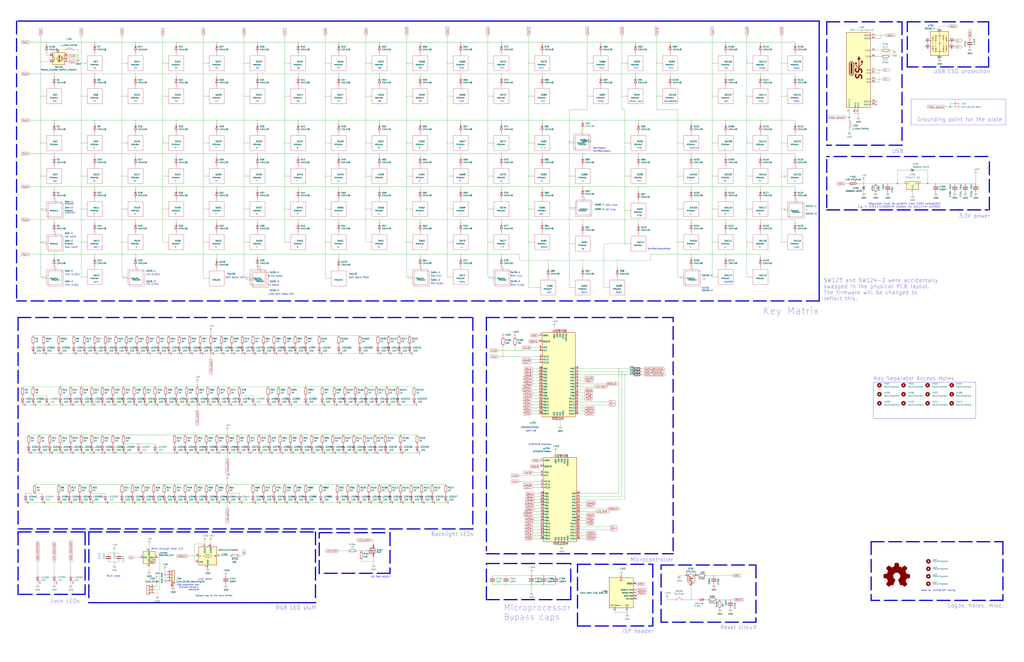
<source format=kicad_sch>
(kicad_sch (version 20230121) (generator eeschema)
  (paper "D")
  (junction (at 67.31 424.18) (diameter 0.3048))
  (junction (at 35.56 204.47) (diameter 0.3048))
  (junction (at 205.74 120.65) (diameter 0.3048))
  (junction (at 377.19 204.47) (diameter 0.3048))
  (junction (at 182.88 382.27) (diameter 0.3048))
  (junction (at 308.61 326.39) (diameter 0.3048))
  (junction (at 346.71 424.18) (diameter 0.3048))
  (junction (at 104.14 326.39) (diameter 0.3048))
  (junction (at 62.23 298.45) (diameter 0.3048))
  (junction (at 298.45 382.27) (diameter 0.3048))
  (junction (at 491.49 157.48) (diameter 0.3048))
  (junction (at 326.39 326.39) (diameter 0.3048))
  (junction (at 114.3 224.79) (diameter 0.3048))
  (junction (at 111.76 424.18) (diameter 0.3048))
  (junction (at 285.75 214.63) (diameter 0.3048))
  (junction (at 582.93 157.48) (diameter 0.3048))
  (junction (at 320.04 408.94) (diameter 0.3048))
  (junction (at 274.32 120.65) (diameter 0.3048))
  (junction (at 457.2 157.48) (diameter 0.3048))
  (junction (at 641.35 101.6) (diameter 0.3048))
  (junction (at 200.66 382.27) (diameter 0.3048))
  (junction (at 243.84 326.39) (diameter 0.3048))
  (junction (at 641.35 62.23) (diameter 0.3048))
  (junction (at 77.47 326.39) (diameter 0.3048))
  (junction (at 304.8 464.82) (diameter 0.3048))
  (junction (at 157.48 326.39) (diameter 0.3048))
  (junction (at 182.88 408.94) (diameter 0.3048))
  (junction (at 311.15 408.94) (diameter 0.3048))
  (junction (at 68.58 176.53) (diameter 0.3048))
  (junction (at 171.45 120.65) (diameter 0.3048))
  (junction (at 284.48 408.94) (diameter 0.3048))
  (junction (at 166.37 326.39) (diameter 0.3048))
  (junction (at 285.75 129.54) (diameter 0.3048))
  (junction (at 77.47 341.63) (diameter 0.3048))
  (junction (at 71.12 283.21) (diameter 0.3048))
  (junction (at 318.77 298.45) (diameter 0.3048))
  (junction (at 320.04 35.56) (diameter 0.3048))
  (junction (at 422.91 129.54) (diameter 0.3048))
  (junction (at 445.77 176.53) (diameter 0.3048))
  (junction (at 524.51 313.69) (diameter 0.3048))
  (junction (at 182.88 185.42) (diameter 0.3048))
  (junction (at 217.17 35.56) (diameter 0.3048))
  (junction (at 213.36 341.63) (diameter 0.3048))
  (junction (at 171.45 53.34) (diameter 0.3048))
  (junction (at 600.71 120.65) (diameter 0.3048))
  (junction (at 171.45 81.28) (diameter 0.3048))
  (junction (at 445.77 148.59) (diameter 0.3048))
  (junction (at 308.61 341.63) (diameter 0.3048))
  (junction (at 424.18 300.99) (diameter 0.3048))
  (junction (at 659.13 53.34) (diameter 0.3048))
  (junction (at 582.93 129.54) (diameter 0.3048))
  (junction (at 45.72 101.6) (diameter 0.3048))
  (junction (at 102.87 424.18) (diameter 0.3048))
  (junction (at 95.25 367.03) (diameter 0.3048))
  (junction (at 354.33 129.54) (diameter 0.3048))
  (junction (at 582.93 214.63) (diameter 0.3048))
  (junction (at 182.88 101.6) (diameter 0.3048))
  (junction (at 271.78 341.63) (diameter 0.3048))
  (junction (at 600.71 53.34) (diameter 0.3048))
  (junction (at 66.04 49.53) (diameter 0.3048))
  (junction (at 661.67 176.53) (diameter 0.3048))
  (junction (at 327.66 298.45) (diameter 0.3048))
  (junction (at 308.61 81.28) (diameter 0.3048))
  (junction (at 218.44 367.03) (diameter 0.3048))
  (junction (at 411.48 176.53) (diameter 0.3048))
  (junction (at 805.18 154.94) (diameter 0.3048))
  (junction (at 147.32 382.27) (diameter 0.3048))
  (junction (at 111.76 408.94) (diameter 0.3048))
  (junction (at 45.72 195.58) (diameter 0.3048))
  (junction (at 303.53 283.21) (diameter 0.3048))
  (junction (at 173.99 382.27) (diameter 0.3048))
  (junction (at 251.46 129.54) (diameter 0.3048))
  (junction (at 377.19 120.65) (diameter 0.3048))
  (junction (at 231.14 408.94) (diameter 0.3048))
  (junction (at 491.49 101.6) (diameter 0.3048))
  (junction (at 34.29 148.59) (diameter 0.3048))
  (junction (at 222.25 283.21) (diameter 0.3048))
  (junction (at 243.84 341.63) (diameter 0.3048))
  (junction (at 728.345 154.94) (diameter 0.3048))
  (junction (at 527.05 120.65) (diameter 0.3048))
  (junction (at 104.14 382.27) (diameter 0.3048))
  (junction (at 342.9 120.65) (diameter 0.3048))
  (junction (at 165.1 382.27) (diameter 0.3048))
  (junction (at 641.35 157.48) (diameter 0.3048))
  (junction (at 130.81 382.27) (diameter 0.3048))
  (junction (at 138.43 408.94) (diameter 0.3048))
  (junction (at 600.71 176.53) (diameter 0.3048))
  (junction (at 445.77 81.28) (diameter 0.3048))
  (junction (at 480.06 120.65) (diameter 0.3048))
  (junction (at 524.51 81.28) (diameter 0.3048))
  (junction (at 68.58 148.59) (diameter 0.3048))
  (junction (at 320.04 157.48) (diameter 0.3048))
  (junction (at 134.62 487.68) (diameter 0.3048))
  (junction (at 59.69 382.27) (diameter 0.3048))
  (junction (at 491.49 219.71) (diameter 0.3048))
  (junction (at 471.17 383.54) (diameter 0.3048))
  (junction (at 114.3 185.42) (diameter 0.3048))
  (junction (at 316.23 382.27) (diameter 0.3048))
  (junction (at 80.01 62.23) (diameter 0.3048))
  (junction (at 284.48 424.18) (diameter 0.3048))
  (junction (at 121.92 341.63) (diameter 0.3048))
  (junction (at 274.32 176.53) (diameter 0.3048))
  (junction (at 34.29 81.28) (diameter 0.3048))
  (junction (at 234.95 341.63) (diameter 0.3048))
  (junction (at 142.24 298.45) (diameter 0.3048))
  (junction (at 45.72 167.64) (diameter 0.3048))
  (junction (at 495.3 81.28) (diameter 0.3048))
  (junction (at 173.99 408.94) (diameter 0.3048))
  (junction (at 388.62 101.6) (diameter 0.3048))
  (junction (at 27.94 334.01) (diameter 0.3048))
  (junction (at 177.8 283.21) (diameter 0.3048))
  (junction (at 222.25 298.45) (diameter 0.3048))
  (junction (at 269.24 298.45) (diameter 0.3048))
  (junction (at 147.32 424.18) (diameter 0.3048))
  (junction (at 659.13 81.28) (diameter 0.3048))
  (junction (at 262.89 367.03) (diameter 0.3048))
  (junction (at 240.03 120.65) (diameter 0.3048))
  (junction (at 472.44 278.13) (diameter 0.3048))
  (junction (at 299.72 326.39) (diameter 0.3048))
  (junction (at 76.2 408.94) (diameter 0.3048))
  (junction (at 240.03 424.18) (diameter 0.3048))
  (junction (at 245.11 367.03) (diameter 0.3048))
  (junction (at 137.16 176.53) (diameter 0.3048))
  (junction (at 422.91 224.79) (diameter 0.3048))
  (junction (at 814.07 154.94) (diameter 0.3048))
  (junction (at 156.21 424.18) (diameter 0.3048))
  (junction (at 175.26 341.63) (diameter 0.3048))
  (junction (at 607.06 506.095) (diameter 0.3048))
  (junction (at 50.8 326.39) (diameter 0.3048))
  (junction (at 629.92 53.34) (diameter 0.3048))
  (junction (at 388.62 157.48) (diameter 0.3048))
  (junction (at 480.06 148.59) (diameter 0.3048))
  (junction (at 168.91 298.45) (diameter 0.3048))
  (junction (at 227.33 367.03) (diameter 0.3048))
  (junction (at 354.33 224.79) (diameter 0.3048))
  (junction (at 171.45 148.59) (diameter 0.3048))
  (junction (at 68.58 367.03) (diameter 0.3048))
  (junction (at 285.75 157.48) (diameter 0.3048))
  (junction (at 227.33 382.27) (diameter 0.3048))
  (junction (at 468.63 383.54) (diameter 0.3048))
  (junction (at 257.81 341.63) (diameter 0.3048))
  (junction (at 33.02 382.27) (diameter 0.3048))
  (junction (at 601.98 485.775) (diameter 0.3048))
  (junction (at 476.25 383.54) (diameter 0.3048))
  (junction (at 388.62 129.54) (diameter 0.3048))
  (junction (at 302.26 424.18) (diameter 0.3048))
  (junction (at 411.48 81.28) (diameter 0.3048))
  (junction (at 33.02 367.03) (diameter 0.3048))
  (junction (at 257.81 326.39) (diameter 0.3048))
  (junction (at 318.77 283.21) (diameter 0.3048))
  (junction (at 251.46 157.48) (diameter 0.3048))
  (junction (at 104.14 374.65) (diameter 0.3048))
  (junction (at 204.47 283.21) (diameter 0.3048))
  (junction (at 59.69 367.03) (diameter 0.3048))
  (junction (at 520.7 219.71) (diameter 0.3048))
  (junction (at 473.71 459.74) (diameter 0.3048))
  (junction (at 377.19 176.53) (diameter 0.3048))
  (junction (at 281.94 326.39) (diameter 0.3048))
  (junction (at 137.16 53.34) (diameter 0.3048))
  (junction (at 629.92 204.47) (diameter 0.3048))
  (junction (at 822.96 154.94) (diameter 0.3048))
  (junction (at 629.92 81.28) (diameter 0.3048))
  (junction (at 130.81 326.39) (diameter 0.3048))
  (junction (at 289.56 382.27) (diameter 0.3048))
  (junction (at 130.81 341.63) (diameter 0.3048))
  (junction (at 124.46 298.45) (diameter 0.3048))
  (junction (at 571.5 176.53) (diameter 0.3048))
  (junction (at 801.37 90.17))
  (junction (at 137.16 81.28) (diameter 0.3048))
  (junction (at 521.97 311.15) (diameter 0.3048))
  (junction (at 538.48 101.6) (diameter 0.3048))
  (junction (at 45.72 62.23) (diameter 0.3048))
  (junction (at 344.17 233.68) (diameter 0.3048))
  (junction (at 102.87 120.65) (diameter 0.3048))
  (junction (at 748.665 154.94) (diameter 0.3048))
  (junction (at 102.87 204.47) (diameter 0.3048))
  (junction (at 191.77 382.27) (diameter 0.3048))
  (junction (at 88.9 298.45) (diameter 0.3048))
  (junction (at 388.62 35.56) (diameter 0.3048))
  (junction (at 553.72 81.28) (diameter 0.3048))
  (junction (at 750.57 42.545) (diameter 0.3048))
  (junction (at 58.42 408.94) (diameter 0.3048))
  (junction (at 116.84 374.65) (diameter 0.3048))
  (junction (at 582.93 506.095) (diameter 0.3048))
  (junction (at 147.32 367.03) (diameter 0.3048))
  (junction (at 659.13 176.53) (diameter 0.3048))
  (junction (at 137.16 148.59) (diameter 0.3048))
  (junction (at 213.36 424.18) (diameter 0.3048))
  (junction (at 39.37 35.56) (diameter 0.3048))
  (junction (at 213.36 408.94) (diameter 0.3048))
  (junction (at 148.59 129.54) (diameter 0.3048))
  (junction (at 86.36 367.03) (diameter 0.3048))
  (junction (at 27.94 326.39) (diameter 0.3048))
  (junction (at 612.14 157.48) (diameter 0.3048))
  (junction (at 151.13 298.45) (diameter 0.3048))
  (junction (at 68.58 53.34) (diameter 0.3048))
  (junction (at 248.92 298.45) (diameter 0.3048))
  (junction (at 659.13 148.59) (diameter 0.3048))
  (junction (at 226.06 326.39) (diameter 0.3048))
  (junction (at 285.75 62.23) (diameter 0.3048))
  (junction (at 226.06 341.63) (diameter 0.3048))
  (junction (at 320.04 101.6) (diameter 0.3048))
  (junction (at 641.35 185.42) (diameter 0.3048))
  (junction (at 311.15 424.18) (diameter 0.3048))
  (junction (at 217.17 157.48) (diameter 0.3048))
  (junction (at 39.37 341.63) (diameter 0.3048))
  (junction (at 629.92 120.65) (diameter 0.3048))
  (junction (at 217.17 214.63) (diameter 0.3048))
  (junction (at 77.47 382.27) (diameter 0.3048))
  (junction (at 80.01 214.63) (diameter 0.3048))
  (junction (at 175.26 326.39) (diameter 0.3048))
  (junction (at 165.1 367.03) (diameter 0.3048))
  (junction (at 527.05 177.8) (diameter 0.3048))
  (junction (at 95.25 341.63) (diameter 0.3048))
  (junction (at 205.74 176.53) (diameter 0.3048))
  (junction (at 182.88 424.18) (diameter 0.3048))
  (junction (at 217.17 129.54) (diameter 0.3048))
  (junction (at 58.42 424.18) (diameter 0.3048))
  (junction (at 457.2 35.56) (diameter 0.3048))
  (junction (at 68.58 382.27) (diameter 0.3048))
  (junction (at 467.36 278.13) (diameter 0.3048))
  (junction (at 68.58 204.47) (diameter 0.3048))
  (junction (at 50.8 367.03) (diameter 0.3048))
  (junction (at 86.36 326.39) (diameter 0.3048))
  (junction (at 469.9 278.13) (diameter 0.3048))
  (junction (at 254 382.27) (diameter 0.3048))
  (junction (at 114.3 129.54) (diameter 0.3048))
  (junction (at 96.52 474.345) (diameter 0.3048))
  (junction (at 165.1 408.94) (diameter 0.3048))
  (junction (at 326.39 341.63) (diameter 0.3048))
  (junction (at 240.03 148.59) (diameter 0.3048))
  (junction (at 240.03 53.34) (diameter 0.3048))
  (junction (at 195.58 283.21) (diameter 0.3048))
  (junction (at 527.05 148.59) (diameter 0.3048))
  (junction (at 756.92 154.94))
  (junction (at 148.59 341.63) (diameter 0.3048))
  (junction (at 218.44 382.27) (diameter 0.3048))
  (junction (at 612.14 185.42) (diameter 0.3048))
  (junction (at 257.81 408.94) (diameter 0.3048))
  (junction (at 115.57 298.45) (diameter 0.3048))
  (junction (at 270.51 408.94) (diameter 0.3048))
  (junction (at 342.9 204.47) (diameter 0.3048))
  (junction (at 182.88 214.63) (diameter 0.3048))
  (junction (at 458.47 493.395) (diameter 0.3048))
  (junction (at 35.56 176.53) (diameter 0.3048))
  (junction (at 285.75 185.42) (diameter 0.3048))
  (junction (at 308.61 148.59) (diameter 0.3048))
  (junction (at 553.72 53.34) (diameter 0.3048))
  (junction (at 166.37 341.63) (diameter 0.3048))
  (junction (at 535.94 62.23) (diameter 0.3048))
  (junction (at 629.92 176.53) (diameter 0.3048))
  (junction (at 173.99 367.03) (diameter 0.3048))
  (junction (at 231.14 298.45) (diameter 0.3048))
  (junction (at 457.2 185.42) (diameter 0.3048))
  (junction (at 274.32 53.34) (diameter 0.3048))
  (junction (at 205.74 148.59) (diameter 0.3048))
  (junction (at 257.81 283.21) (diameter 0.3048))
  (junction (at 133.35 283.21) (diameter 0.3048))
  (junction (at 422.91 214.63) (diameter 0.3048))
  (junction (at 213.36 298.45) (diameter 0.3048))
  (junction (at 289.56 367.03) (diameter 0.3048))
  (junction (at 68.58 81.28) (diameter 0.3048))
  (junction (at 342.9 176.53) (diameter 0.3048))
  (junction (at 45.72 214.63) (diameter 0.3048))
  (junction (at 36.83 283.21) (diameter 0.3048))
  (junction (at 102.87 176.53) (diameter 0.3048))
  (junction (at 285.75 283.21) (diameter 0.3048))
  (junction (at 280.67 367.03) (diameter 0.3048))
  (junction (at 411.48 120.65) (diameter 0.3048))
  (junction (at 182.88 367.03) (diameter 0.3048))
  (junction (at 191.77 424.18) (diameter 0.3048))
  (junction (at 193.04 341.63) (diameter 0.3048))
  (junction (at 240.03 283.21) (diameter 0.3048))
  (junction (at 86.36 341.63) (diameter 0.3048))
  (junction (at 77.47 367.03) (diameter 0.3048))
  (junction (at 35.56 233.68) (diameter 0.3048))
  (junction (at 186.69 283.21) (diameter 0.3048))
  (junction (at 45.72 157.48) (diameter 0.3048))
  (junction (at 236.22 382.27) (diameter 0.3048))
  (junction (at 251.46 35.56) (diameter 0.3048))
  (junction (at 600.71 81.28) (diameter 0.3048))
  (junction (at 34.29 176.53) (diameter 0.3048))
  (junction (at 201.93 334.01) (diameter 0.3048))
  (junction (at 205.74 53.34) (diameter 0.3048))
  (junction (at 741.68 59.055) (diameter 0.3048))
  (junction (at 320.04 185.42) (diameter 0.3048))
  (junction (at 113.03 341.63) (diameter 0.3048))
  (junction (at 274.32 148.59) (diameter 0.3048))
  (junction (at 96.52 466.725) (diameter 0.3048))
  (junction (at 231.14 424.18) (diameter 0.3048))
  (junction (at 412.75 233.68) (diameter 0.3048))
  (junction (at 129.54 408.94) (diameter 0.3048))
  (junction (at 308.61 120.65) (diameter 0.3048))
  (junction (at 346.71 408.94) (diameter 0.3048))
  (junction (at 248.92 283.21) (diameter 0.3048))
  (junction (at 86.36 382.27) (diameter 0.3048))
  (junction (at 491.49 129.54) (diameter 0.3048))
  (junction (at 290.83 326.39) (diameter 0.3048))
  (junction (at 612.14 62.23) (diameter 0.3048))
  (junction (at 434.34 295.91) (diameter 0.3048))
  (junction (at 148.59 157.48) (diameter 0.3048))
  (junction (at 209.55 382.27) (diameter 0.3048))
  (junction (at 538.48 185.42) (diameter 0.3048))
  (junction (at 240.03 298.45) (diameter 0.3048))
  (junction (at 364.49 408.94) (diameter 0.3048))
  (junction (at 448.31 493.395) (diameter 0.3048))
  (junction (at 68.58 120.65) (diameter 0.3048))
  (junction (at 213.36 283.21) (diameter 0.3048))
  (junction (at 354.33 62.23) (diameter 0.3048))
  (junction (at 218.44 224.79) (diameter 0.3048))
  (junction (at 245.11 382.27) (diameter 0.3048))
  (junction (at 41.91 382.27) (diameter 0.3048))
  (junction (at 88.9 283.21) (diameter 0.3048))
  (junction (at 491.49 166.37) (diameter 0.3048))
  (junction (at 285.75 298.45) (diameter 0.3048))
  (junction (at 481.33 175.26) (diameter 0.3048))
  (junction (at 186.69 298.45) (diameter 0.3048))
  (junction (at 317.5 326.39) (diameter 0.3048))
  (junction (at 121.92 326.39) (diameter 0.3048))
  (junction (at 104.14 367.03) (diameter 0.3048))
  (junction (at 271.78 326.39) (diameter 0.3048))
  (junction (at 582.93 101.6) (diameter 0.3048))
  (junction (at 480.06 119.38) (diameter 0.3048))
  (junction (at 102.87 81.28) (diameter 0.3048))
  (junction (at 661.67 148.59) (diameter 0.3048))
  (junction (at 538.48 157.48) (diameter 0.3048))
  (junction (at 354.33 185.42) (diameter 0.3048))
  (junction (at 50.8 341.63) (diameter 0.3048))
  (junction (at 527.05 205.74) (diameter 0.3048))
  (junction (at 612.14 129.54) (diameter 0.3048))
  (junction (at 88.9 424.18) (diameter 0.3048))
  (junction (at 271.78 382.27) (diameter 0.3048))
  (junction (at 457.2 101.6) (diameter 0.3048))
  (junction (at 723.9 95.885) (diameter 0.3048))
  (junction (at 148.59 185.42) (diameter 0.3048))
  (junction (at 62.23 283.21) (diameter 0.3048))
  (junction (at 49.53 283.21) (diameter 0.3048))
  (junction (at 377.19 148.59) (diameter 0.3048))
  (junction (at 782.32 154.94))
  (junction (at 738.505 154.94) (diameter 0.3048))
  (junction (at 600.71 148.59) (diameter 0.3048))
  (junction (at 148.59 101.6) (diameter 0.3048))
  (junction (at 34.29 52.07) (diameter 0.3048))
  (junction (at 742.95 29.845) (diameter 0.3048))
  (junction (at 298.45 367.03) (diameter 0.3048))
  (junction (at 182.88 157.48) (diameter 0.3048))
  (junction (at 240.03 408.94) (diameter 0.3048))
  (junction (at 222.25 424.18) (diameter 0.3048))
  (junction (at 524.51 53.34) (diameter 0.3048))
  (junction (at 314.96 473.71) (diameter 0.3048))
  (junction (at 160.02 283.21) (diameter 0.3048))
  (junction (at 285.75 35.56) (diameter 0.3048))
  (junction (at 354.33 101.6) (diameter 0.3048))
  (junction (at 342.9 53.34) (diameter 0.3048))
  (junction (at 411.48 204.47) (diameter 0.3048))
  (junction (at 142.24 283.21) (diameter 0.3048))
  (junction (at 50.8 382.27) (diameter 0.3048))
  (junction (at 629.92 148.59) (diameter 0.3048))
  (junction (at 195.58 298.45) (diameter 0.3048))
  (junction (at 495.3 53.34) (diameter 0.3048))
  (junction (at 328.93 408.94) (diameter 0.3048))
  (junction (at 270.51 424.18) (diameter 0.3048))
  (junction (at 95.25 326.39) (diameter 0.3048))
  (junction (at 615.95 506.095) (diameter 0.3048))
  (junction (at 80.01 157.48) (diameter 0.3048))
  (junction (at 114.3 62.23) (diameter 0.3048))
  (junction (at 120.65 408.94) (diameter 0.3048))
  (junction (at 257.81 298.45) (diameter 0.3048))
  (junction (at 612.14 35.56) (diameter 0.3048))
  (junction (at 205.74 81.28) (diameter 0.3048))
  (junction (at 411.48 148.59) (diameter 0.3048))
  (junction (at 217.17 224.79) (diameter 0.3048))
  (junction (at 45.72 129.54) (diameter 0.3048))
  (junction (at 182.88 35.56) (diameter 0.3048))
  (junction (at 113.03 326.39) (diameter 0.3048))
  (junction (at 271.78 367.03) (diameter 0.3048))
  (junction (at 106.68 283.21) (diameter 0.3048))
  (junction (at 274.32 81.28) (diameter 0.3048))
  (junction (at 76.2 424.18) (diameter 0.3048))
  (junction (at 236.22 367.03) (diameter 0.3048))
  (junction (at 457.2 62.23) (diameter 0.3048))
  (junction (at 114.3 157.48) (diameter 0.3048))
  (junction (at 115.57 283.21) (diameter 0.3048))
  (junction (at 95.25 382.27) (diameter 0.3048))
  (junction (at 426.72 493.395) (diameter 0.3048))
  (junction (at 290.83 341.63) (diameter 0.3048))
  (junction (at 716.28 99.06))
  (junction (at 336.55 283.21) (diameter 0.3048))
  (junction (at 293.37 408.94) (diameter 0.3048))
  (junction (at 789.305 154.94) (diameter 0.3048))
  (junction (at 538.48 129.54) (diameter 0.3048))
  (junction (at 335.28 326.39) (diameter 0.3048))
  (junction (at 612.14 101.6) (diameter 0.3048))
  (junction (at 45.72 224.79) (diameter 0.3048))
  (junction (at 67.31 408.94) (diameter 0.3048))
  (junction (at 274.32 204.47) (diameter 0.3048))
  (junction (at 491.49 185.42) (diameter 0.3048))
  (junction (at 565.15 62.23) (diameter 0.3048))
  (junction (at 248.92 424.18) (diameter 0.3048))
  (junction (at 337.82 382.27) (diameter 0.3048))
  (junction (at 307.34 367.03) (diameter 0.3048))
  (junction (at 151.13 283.21) (diameter 0.3048))
  (junction (at 528.955 516.89) (diameter 0.3048))
  (junction (at 49.53 298.45) (diameter 0.3048))
  (junction (at 445.77 53.34) (diameter 0.3048))
  (junction (at 80.01 298.45) (diameter 0.3048))
  (junction (at 104.14 341.63) (diameter 0.3048))
  (junction (at 337.82 408.94) (diameter 0.3048))
  (junction (at 388.62 214.63) (diameter 0.3048))
  (junction (at 80.01 283.21) (diameter 0.3048))
  (junction (at 328.93 424.18) (diameter 0.3048))
  (junction (at 208.28 234.95) (diameter 0.3048))
  (junction (at 76.2 416.56) (diameter 0.3048))
  (junction (at 45.72 185.42) (diameter 0.3048))
  (junction (at 231.14 283.21) (diameter 0.3048))
  (junction (at 171.45 176.53) (diameter 0.3048))
  (junction (at 476.25 459.74) (diameter 0.3048))
  (junction (at 355.6 424.18) (diameter 0.3048))
  (junction (at 480.06 175.26) (diameter 0.3048))
  (junction (at 165.1 424.18) (diameter 0.3048))
  (junction (at 41.91 367.03) (diameter 0.3048))
  (junction (at 251.46 101.6) (diameter 0.3048))
  (junction (at 222.25 408.94) (diameter 0.3048))
  (junction (at 137.16 120.65) (diameter 0.3048))
  (junction (at 307.34 382.27) (diameter 0.3048))
  (junction (at 388.62 185.42) (diameter 0.3048))
  (junction (at 327.66 283.21) (diameter 0.3048))
  (junction (at 354.33 214.63) (diameter 0.3048))
  (junction (at 600.71 204.47) (diameter 0.3048))
  (junction (at 133.35 298.45) (diameter 0.3048))
  (junction (at 527.05 316.23) (diameter 0.3048))
  (junction (at 59.69 326.39) (diameter 0.3048))
  (junction (at 472.44 354.33) (diameter 0.3048))
  (junction (at 582.93 224.79) (diameter 0.3048))
  (junction (at 27.94 341.63) (diameter 0.3048))
  (junction (at 574.04 233.68) (diameter 0.3048))
  (junction (at 471.17 459.74) (diameter 0.3048))
  (junction (at 102.87 148.59) (diameter 0.3048))
  (junction (at 480.06 205.74) (diameter 0.3048))
  (junction (at 316.23 367.03) (diameter 0.3048))
  (junction (at 182.88 62.23) (diameter 0.3048))
  (junction (at 156.21 382.27) (diameter 0.3048))
  (junction (at 254 367.03) (diameter 0.3048))
  (junction (at 80.01 35.56) (diameter 0.3048))
  (junction (at 102.87 53.34) (diameter 0.3048))
  (junction (at 248.92 408.94) (diameter 0.3048))
  (junction (at 641.35 129.54) (diameter 0.3048))
  (junction (at 320.04 424.18) (diameter 0.3048))
  (junction (at 422.91 35.56) (diameter 0.3048))
  (junction (at 582.93 185.42) (diameter 0.3048))
  (junction (at 257.81 424.18) (diameter 0.3048))
  (junction (at 269.24 283.21) (diameter 0.3048))
  (junction (at 217.17 62.23) (diameter 0.3048))
  (junction (at 204.47 298.45) (diameter 0.3048))
  (junction (at 80.01 185.42) (diameter 0.3048))
  (junction (at 491.49 109.22) (diameter 0.3048))
  (junction (at 184.15 341.63) (diameter 0.3048))
  (junction (at 49.53 424.18) (diameter 0.3048))
  (junction (at 251.46 185.42) (diameter 0.3048))
  (junction (at 303.53 298.45) (diameter 0.3048))
  (junction (at 68.58 341.63) (diameter 0.3048))
  (junction (at 97.79 298.45) (diameter 0.3048))
  (junction (at 388.62 62.23) (diameter 0.3048))
  (junction (at 207.01 233.68) (diameter 0.3048))
  (junction (at 191.77 416.56) (diameter 0.3048))
  (junction (at 426.72 485.775) (diameter 0.3048))
  (junction (at 422.91 62.23) (diameter 0.3048))
  (junction (at 114.3 101.6) (diameter 0.3048))
  (junction (at 469.9 354.33) (diameter 0.3048))
  (junction (at 474.98 278.13) (diameter 0.3048))
  (junction (at 49.53 408.94) (diameter 0.3048))
  (junction (at 156.21 408.94) (diameter 0.3048))
  (junction (at 571.5 204.47) (diameter 0.3048))
  (junction (at 139.7 341.63) (diameter 0.3048))
  (junction (at 124.46 283.21) (diameter 0.3048))
  (junction (at 148.59 326.39) (diameter 0.3048))
  (junction (at 106.68 298.45) (diameter 0.3048))
  (junction (at 320.04 129.54) (diameter 0.3048))
  (junction (at 59.69 341.63) (diameter 0.3048))
  (junction (at 120.65 424.18) (diameter 0.3048))
  (junction (at 473.71 383.54) (diameter 0.3048))
  (junction (at 422.91 101.6) (diameter 0.3048))
  (junction (at 138.43 424.18) (diameter 0.3048))
  (junction (at 506.73 62.23) (diameter 0.3048))
  (junction (at 80.01 129.54) (diameter 0.3048))
  (junction (at 354.33 157.48) (diameter 0.3048))
  (junction (at 741.68 66.675) (diameter 0.3048))
  (junction (at 317.5 341.63) (diameter 0.3048))
  (junction (at 342.9 81.28) (diameter 0.3048))
  (junction (at 182.88 129.54) (diameter 0.3048))
  (junction (at 251.46 62.23) (diameter 0.3048))
  (junction (at 68.58 326.39) (diameter 0.3048))
  (junction (at 411.48 53.34) (diameter 0.3048))
  (junction (at 308.61 176.53) (diameter 0.3048))
  (junction (at 205.74 204.47) (diameter 0.3048))
  (junction (at 156.21 367.03) (diameter 0.3048))
  (junction (at 337.82 424.18) (diameter 0.3048))
  (junction (at 280.67 382.27) (diameter 0.3048))
  (junction (at 336.55 298.45) (diameter 0.3048))
  (junction (at 462.28 219.71) (diameter 0.3048))
  (junction (at 240.03 81.28) (diameter 0.3048))
  (junction (at 147.32 408.94) (diameter 0.3048))
  (junction (at 571.5 120.65) (diameter 0.3048))
  (junction (at 129.54 424.18) (diameter 0.3048))
  (junction (at 299.72 341.63) (diameter 0.3048))
  (junction (at 506.73 35.56) (diameter 0.3048))
  (junction (at 191.77 367.03) (diameter 0.3048))
  (junction (at 191.77 408.94) (diameter 0.3048))
  (junction (at 102.87 408.94) (diameter 0.3048))
  (junction (at 670.56 167.64) (diameter 0.3048))
  (junction (at 458.47 485.775) (diameter 0.3048))
  (junction (at 200.66 367.03) (diameter 0.3048))
  (junction (at 355.6 408.94) (diameter 0.3048))
  (junction (at 342.9 148.59) (diameter 0.3048))
  (junction (at 184.15 326.39) (diameter 0.3048))
  (junction (at 168.91 283.21) (diameter 0.3048))
  (junction (at 354.33 35.56) (diameter 0.3048))
  (junction (at 422.91 185.42) (diameter 0.3048))
  (junction (at 335.28 341.63) (diameter 0.3048))
  (junction (at 157.48 341.63) (diameter 0.3048))
  (junction (at 659.13 120.65) (diameter 0.3048))
  (junction (at 234.95 326.39) (diameter 0.3048))
  (junction (at 337.82 367.03) (diameter 0.3048))
  (junction (at 325.12 367.03) (diameter 0.3048))
  (junction (at 320.04 62.23) (diameter 0.3048))
  (junction (at 201.93 424.18) (diameter 0.3048))
  (junction (at 612.14 214.63) (diameter 0.3048))
  (junction (at 364.49 424.18) (diameter 0.3048))
  (junction (at 114.3 35.56) (diameter 0.3048))
  (junction (at 36.83 298.45) (diameter 0.3048))
  (junction (at 285.75 101.6) (diameter 0.3048))
  (junction (at 34.29 204.47) (diameter 0.3048))
  (junction (at 445.77 204.47) (diameter 0.3048))
  (junction (at 148.59 62.23) (diameter 0.3048))
  (junction (at 80.01 101.6) (diameter 0.3048))
  (junction (at 116.84 382.27) (diameter 0.3048))
  (junction (at 35.56 424.18) (diameter 0.3048))
  (junction (at 571.5 148.59) (diameter 0.3048))
  (junction (at 201.93 341.63) (diameter 0.3048))
  (junction (at 293.37 424.18) (diameter 0.3048))
  (junction (at 114.3 214.63) (diameter 0.3048))
  (junction (at 457.2 129.54) (diameter 0.3048))
  (junction (at 201.93 326.39) (diameter 0.3048))
  (junction (at 71.12 298.45) (diameter 0.3048))
  (junction (at 173.99 424.18) (diameter 0.3048))
  (junction (at 172.72 459.105) (diameter 0.3048))
  (junction (at 422.91 157.48) (diameter 0.3048))
  (junction (at 193.04 326.39) (diameter 0.3048))
  (junction (at 262.89 382.27) (diameter 0.3048))
  (junction (at 308.61 53.34) (diameter 0.3048))
  (junction (at 209.55 367.03) (diameter 0.3048))
  (junction (at 240.03 176.53) (diameter 0.3048))
  (junction (at 448.31 485.775) (diameter 0.3048))
  (junction (at 29.21 416.56) (diameter 0.3048))
  (junction (at 171.45 204.47) (diameter 0.3048))
  (junction (at 325.12 382.27) (diameter 0.3048))
  (junction (at 217.17 101.6) (diameter 0.3048))
  (junction (at 641.35 35.56) (diameter 0.3048))
  (junction (at 34.29 120.65) (diameter 0.3048))
  (junction (at 139.7 326.39) (diameter 0.3048))
  (junction (at 104.14 233.68) (diameter 0.3048))
  (junction (at 217.17 185.42) (diameter 0.3048))
  (junction (at 377.19 81.28) (diameter 0.3048))
  (junction (at 302.26 408.94) (diameter 0.3048))
  (junction (at 377.19 53.34) (diameter 0.3048))
  (junction (at 535.94 35.56) (diameter 0.3048))
  (junction (at 160.02 298.45) (diameter 0.3048))
  (junction (at 177.8 298.45) (diameter 0.3048))
  (junction (at 281.94 341.63) (diameter 0.3048))
  (junction (at 445.77 120.65) (diameter 0.3048))
  (junction (at 565.15 35.56) (diameter 0.3048))
  (junction (at 148.59 35.56) (diameter 0.3048))
  (junction (at 97.79 283.21) (diameter 0.3048))
  (no_connect (at 536.575 505.46))
  (no_connect (at 739.14 88.265))
  (no_connect (at 739.14 85.725))
  (no_connect (at 536.575 502.92))
  (wire (pts (xy 148.59 62.23) (xy 182.88 62.23)))
  (wire (pts (xy 449.58 441.96) (xy 455.93 441.96)))
  (wire (pts (xy 473.71 459.74) (xy 473.71 461.01)))
  (wire (pts (xy 251.46 36.83) (xy 251.46 35.56)))
  (wire (pts (xy 38.1 234.95) (xy 35.56 234.95)))
  (wire (pts (xy 71.12 204.47) (xy 68.58 204.47)))
  (wire (pts (xy 364.49 424.18) (xy 355.6 424.18)))
  (wire (pts (xy 205.74 53.34) (xy 205.74 30.48)))
  (wire (pts (xy 471.17 459.74) (xy 473.71 459.74)))
  (polyline (pts (xy 734.695 457.2) (xy 845.82 457.2)) (stroke (width 0.9906) (type dash)))
  (wire (pts (xy 487.68 346.71) (xy 492.76 346.71)))
  (wire (pts (xy 739.14 32.385) (xy 742.95 32.385)))
  (wire (pts (xy 68.58 148.59) (xy 68.58 120.65)))
  (wire (pts (xy 242.57 81.28) (xy 240.03 81.28)))
  (wire (pts (xy 173.99 408.94) (xy 165.1 408.94)))
  (polyline (pts (xy 833.12 132.08) (xy 697.23 132.08)) (stroke (width 0.9906) (type dash)))
  (wire (pts (xy 535.94 35.56) (xy 535.94 36.83)))
  (wire (pts (xy 468.63 459.74) (xy 471.17 459.74)))
  (wire (pts (xy 661.67 204.47) (xy 659.13 204.47)))
  (wire (pts (xy 25.4 129.54) (xy 45.72 129.54)))
  (wire (pts (xy 364.49 424.18) (xy 375.92 424.18)))
  (wire (pts (xy 148.59 185.42) (xy 182.88 185.42)))
  (wire (pts (xy 191.77 424.18) (xy 201.93 424.18)))
  (wire (pts (xy 328.93 408.94) (xy 320.04 408.94)))
  (wire (pts (xy 173.99 367.03) (xy 165.1 367.03)))
  (wire (pts (xy 285.75 157.48) (xy 285.75 160.02)))
  (wire (pts (xy 251.46 101.6) (xy 285.75 101.6)))
  (wire (pts (xy 487.68 331.47) (xy 492.76 331.47)))
  (wire (pts (xy 457.2 185.42) (xy 491.49 185.42)))
  (wire (pts (xy 538.48 185.42) (xy 582.93 185.42)))
  (wire (pts (xy 445.77 81.28) (xy 445.77 120.65)))
  (wire (pts (xy 422.91 157.48) (xy 457.2 157.48)))
  (wire (pts (xy 201.93 424.18) (xy 213.36 424.18)))
  (wire (pts (xy 177.8 283.21) (xy 177.8 279.4)))
  (wire (pts (xy 600.71 204.47) (xy 600.71 176.53)))
  (wire (pts (xy 205.74 467.995) (xy 205.74 469.265)))
  (wire (pts (xy 104.14 374.65) (xy 116.84 374.65)))
  (wire (pts (xy 25.4 101.6) (xy 45.72 101.6)))
  (wire (pts (xy 105.41 176.53) (xy 102.87 176.53)))
  (wire (pts (xy 139.7 120.65) (xy 137.16 120.65)))
  (wire (pts (xy 612.14 101.6) (xy 612.14 104.14)))
  (wire (pts (xy 388.62 129.54) (xy 388.62 132.08)))
  (wire (pts (xy 488.95 416.56) (xy 521.97 416.56)))
  (wire (pts (xy 342.9 53.34) (xy 342.9 81.28)))
  (wire (pts (xy 138.43 408.94) (xy 129.54 408.94)))
  (wire (pts (xy 641.35 129.54) (xy 641.35 132.08)))
  (polyline (pts (xy 269.24 449.58) (xy 328.93 449.58)) (stroke (width 0.9906) (type dash)))
  (wire (pts (xy 527.05 92.71) (xy 527.05 120.65)))
  (wire (pts (xy 448.31 148.59) (xy 445.77 148.59)))
  (polyline (pts (xy 697.23 134.62) (xy 697.23 175.26)) (stroke (width 0.9906) (type dash)))
  (wire (pts (xy 31.75 493.395) (xy 31.75 492.125)))
  (wire (pts (xy 488.95 449.58) (xy 494.03 449.58)))
  (wire (pts (xy 285.75 35.56) (xy 251.46 35.56)))
  (wire (pts (xy 308.61 53.34) (xy 308.61 30.48)))
  (polyline (pts (xy 487.045 528.32) (xy 487.045 476.25)) (stroke (width 1) (type dash)))
  (wire (pts (xy 448.31 53.34) (xy 445.77 53.34)))
  (polyline (pts (xy 833.755 18.415) (xy 833.755 56.515)) (stroke (width 0.9906) (type dash)))
  (wire (pts (xy 120.65 424.18) (xy 111.76 424.18)))
  (wire (pts (xy 77.47 326.39) (xy 68.58 326.39)))
  (wire (pts (xy 448.31 339.09) (xy 454.66 339.09)))
  (wire (pts (xy 468.63 485.775) (xy 458.47 485.775)))
  (wire (pts (xy 134.62 487.68) (xy 134.62 470.535)))
  (wire (pts (xy 140.97 487.68) (xy 134.62 487.68)))
  (wire (pts (xy 148.59 157.48) (xy 148.59 160.02)))
  (polyline (pts (xy 557.53 525.145) (xy 557.53 476.885)) (stroke (width 0.9906) (type dash)))
  (wire (pts (xy 567.69 506.095) (xy 562.61 506.095)))
  (wire (pts (xy 271.78 382.27) (xy 262.89 382.27)))
  (wire (pts (xy 205.74 53.34) (xy 205.74 81.28)))
  (wire (pts (xy 299.72 341.63) (xy 290.83 341.63)))
  (wire (pts (xy 285.75 62.23) (xy 320.04 62.23)))
  (wire (pts (xy 632.46 204.47) (xy 629.92 204.47)))
  (wire (pts (xy 411.48 81.28) (xy 411.48 120.65)))
  (wire (pts (xy 76.2 424.18) (xy 67.31 424.18)))
  (wire (pts (xy 91.44 466.725) (xy 96.52 466.725)))
  (wire (pts (xy 612.14 62.23) (xy 641.35 62.23)))
  (wire (pts (xy 415.29 493.395) (xy 426.72 493.395)))
  (wire (pts (xy 538.48 129.54) (xy 538.48 132.08)))
  (wire (pts (xy 102.87 53.34) (xy 102.87 81.28)))
  (wire (pts (xy 76.2 408.94) (xy 102.87 408.94)))
  (wire (pts (xy 177.8 456.565) (xy 177.8 459.105)))
  (wire (pts (xy 217.17 214.63) (xy 285.75 214.63)))
  (wire (pts (xy 45.72 62.23) (xy 80.01 62.23)))
  (wire (pts (xy 80.01 214.63) (xy 80.01 217.17)))
  (wire (pts (xy 274.32 204.47) (xy 274.32 234.95)))
  (wire (pts (xy 422.91 185.42) (xy 457.2 185.42)))
  (wire (pts (xy 337.82 367.03) (xy 351.79 367.03)))
  (wire (pts (xy 337.82 424.18) (xy 328.93 424.18)))
  (wire (pts (xy 231.14 298.45) (xy 222.25 298.45)))
  (wire (pts (xy 422.91 62.23) (xy 422.91 64.77)))
  (wire (pts (xy 121.92 326.39) (xy 113.03 326.39)))
  (wire (pts (xy 448.31 493.395) (xy 458.47 493.395)))
  (wire (pts (xy 96.52 464.185) (xy 96.52 466.725)))
  (wire (pts (xy 739.14 47.625) (xy 742.95 47.625)))
  (wire (pts (xy 285.75 185.42) (xy 320.04 185.42)))
  (wire (pts (xy 88.9 283.21) (xy 80.01 283.21)))
  (wire (pts (xy 448.31 81.28) (xy 445.77 81.28)))
  (wire (pts (xy 574.04 148.59) (xy 571.5 148.59)))
  (wire (pts (xy 600.71 53.34) (xy 600.71 30.48)))
  (wire (pts (xy 414.02 120.65) (xy 411.48 120.65)))
  (wire (pts (xy 454.66 293.37) (xy 448.31 293.37)))
  (wire (pts (xy 603.25 176.53) (xy 600.71 176.53)))
  (wire (pts (xy 355.6 408.94) (xy 346.71 408.94)))
  (wire (pts (xy 529.59 120.65) (xy 527.05 120.65)))
  (wire (pts (xy 166.37 326.39) (xy 157.48 326.39)))
  (wire (pts (xy 336.55 298.45) (xy 327.66 298.45)))
  (wire (pts (xy 201.93 334.01) (xy 213.36 334.01)))
  (wire (pts (xy 210.82 236.22) (xy 208.28 236.22)))
  (wire (pts (xy 86.36 382.27) (xy 77.47 382.27)))
  (wire (pts (xy 182.88 214.63) (xy 217.17 214.63)))
  (wire (pts (xy 320.04 424.18) (xy 311.15 424.18)))
  (wire (pts (xy 243.84 341.63) (xy 257.81 341.63)))
  (wire (pts (xy 600.71 233.68) (xy 600.71 204.47)))
  (wire (pts (xy 741.68 69.215) (xy 741.68 66.675)))
  (wire (pts (xy 612.14 129.54) (xy 641.35 129.54)))
  (wire (pts (xy 320.04 129.54) (xy 320.04 132.08)))
  (polyline (pts (xy 637.54 525.145) (xy 557.53 525.145)) (stroke (width 0.9906) (type dash)))
  (wire (pts (xy 45.72 224.79) (xy 46.99 224.79)))
  (wire (pts (xy 248.92 424.18) (xy 240.03 424.18)))
  (polyline (pts (xy 567.69 464.82) (xy 567.69 267.97)) (stroke (width 0.9906) (type dash)))
  (wire (pts (xy 105.41 120.65) (xy 102.87 120.65)))
  (wire (pts (xy 156.21 367.03) (xy 147.32 367.03)))
  (wire (pts (xy 553.72 92.71) (xy 553.72 81.28)))
  (wire (pts (xy 506.73 35.56) (xy 506.73 36.83)))
  (wire (pts (xy 450.85 429.26) (xy 455.93 429.26)))
  (wire (pts (xy 527.05 205.74) (xy 527.05 177.8)))
  (wire (pts (xy 782.32 154.94) (xy 789.305 154.94)))
  (wire (pts (xy 449.58 316.23) (xy 454.66 316.23)))
  (wire (pts (xy 163.83 474.345) (xy 163.83 459.105)))
  (wire (pts (xy 227.33 367.03) (xy 218.44 367.03)))
  (wire (pts (xy 320.04 185.42) (xy 354.33 185.42)))
  (wire (pts (xy 191.77 416.56) (xy 201.93 416.56)))
  (wire (pts (xy 116.84 374.65) (xy 130.81 374.65)))
  (wire (pts (xy 139.7 341.63) (xy 130.81 341.63)))
  (wire (pts (xy 248.92 408.94) (xy 240.03 408.94)))
  (wire (pts (xy 457.2 157.48) (xy 457.2 160.02)))
  (wire (pts (xy 76.2 408.94) (xy 67.31 408.94)))
  (wire (pts (xy 354.33 62.23) (xy 354.33 64.77)))
  (wire (pts (xy 34.29 52.07) (xy 34.29 81.28)))
  (wire (pts (xy 68.58 53.34) (xy 68.58 81.28)))
  (wire (pts (xy 335.28 341.63) (xy 326.39 341.63)))
  (wire (pts (xy 173.99 382.27) (xy 165.1 382.27)))
  (wire (pts (xy 67.31 408.94) (xy 58.42 408.94)))
  (wire (pts (xy 388.62 36.83) (xy 388.62 35.56)))
  (polyline (pts (xy 822.96 353.06) (xy 736.6 353.06)))
  (wire (pts (xy 487.68 328.93) (xy 492.76 328.93)))
  (wire (pts (xy 457.2 129.54) (xy 457.2 132.08)))
  (wire (pts (xy 491.49 129.54) (xy 491.49 132.08)))
  (wire (pts (xy 455.93 398.78) (xy 449.58 398.78)))
  (wire (pts (xy 723.9 98.425) (xy 723.9 95.885)))
  (wire (pts (xy 457.2 36.83) (xy 457.2 35.56)))
  (polyline (pts (xy 550.545 476.25) (xy 550.545 528.32)) (stroke (width 1) (type dash)))
  (wire (pts (xy 172.72 456.565) (xy 172.72 459.105)))
  (wire (pts (xy 148.59 326.39) (xy 139.7 326.39)))
  (polyline (pts (xy 410.21 475.615) (xy 481.33 475.615)) (stroke (width 0.9906) (type dash)))
  (wire (pts (xy 471.17 383.54) (xy 473.71 383.54)))
  (wire (pts (xy 756.92 154.94) (xy 762 154.94)))
  (polyline (pts (xy 487.045 476.25) (xy 550.545 476.25)) (stroke (width 1) (type dash)))
  (wire (pts (xy 222.25 408.94) (xy 213.36 408.94)))
  (polyline (pts (xy 15.24 448.945) (xy 15.24 501.65)) (stroke (width 0.9906) (type dash)))
  (wire (pts (xy 388.62 35.56) (xy 354.33 35.56)))
  (wire (pts (xy 195.58 298.45) (xy 186.69 298.45)))
  (wire (pts (xy 222.25 283.21) (xy 213.36 283.21)))
  (wire (pts (xy 304.8 464.82) (xy 300.99 464.82)))
  (wire (pts (xy 91.44 474.345) (xy 96.52 474.345)))
  (wire (pts (xy 274.32 234.95) (xy 276.86 234.95)))
  (wire (pts (xy 457.2 62.23) (xy 457.2 64.77)))
  (wire (pts (xy 245.11 382.27) (xy 236.22 382.27)))
  (wire (pts (xy 148.59 62.23) (xy 148.59 64.77)))
  (wire (pts (xy 488.95 441.96) (xy 494.03 441.96)))
  (wire (pts (xy 139.7 148.59) (xy 137.16 148.59)))
  (wire (pts (xy 527.05 53.34) (xy 524.51 53.34)))
  (wire (pts (xy 177.8 298.45) (xy 168.91 298.45)))
  (wire (pts (xy 104.14 382.27) (xy 116.84 382.27)))
  (wire (pts (xy 182.88 101.6) (xy 217.17 101.6)))
  (wire (pts (xy 480.06 120.65) (xy 480.06 119.38)))
  (wire (pts (xy 166.37 346.71) (xy 166.37 341.63)))
  (wire (pts (xy 293.37 424.18) (xy 284.48 424.18)))
  (wire (pts (xy 308.61 53.34) (xy 308.61 81.28)))
  (wire (pts (xy 303.53 298.45) (xy 318.77 298.45)))
  (wire (pts (xy 213.36 341.63) (xy 226.06 341.63)))
  (wire (pts (xy 422.91 101.6) (xy 422.91 104.14)))
  (wire (pts (xy 182.88 367.03) (xy 173.99 367.03)))
  (polyline (pts (xy 74.93 448.945) (xy 266.065 448.945)) (stroke (width 0.9906) (type dash)))
  (wire (pts (xy 565.15 62.23) (xy 612.14 62.23)))
  (wire (pts (xy 438.15 406.4) (xy 455.93 406.4)))
  (wire (pts (xy 35.56 234.95) (xy 35.56 233.68)))
  (wire (pts (xy 325.12 382.27) (xy 316.23 382.27)))
  (wire (pts (xy 217.17 157.48) (xy 251.46 157.48)))
  (wire (pts (xy 191.77 408.94) (xy 182.88 408.94)))
  (wire (pts (xy 454.66 313.69) (xy 449.58 313.69)))
  (polyline (pts (xy 697.23 177.165) (xy 833.12 177.165)) (stroke (width 0.9906) (type dash)))
  (wire (pts (xy 102.87 233.68) (xy 102.87 204.47)))
  (wire (pts (xy 102.87 81.28) (xy 102.87 120.65)))
  (wire (pts (xy 114.3 101.6) (xy 148.59 101.6)))
  (wire (pts (xy 612.14 214.63) (xy 582.93 214.63)))
  (wire (pts (xy 448.31 485.775) (xy 448.31 483.235)))
  (wire (pts (xy 739.14 69.215) (xy 741.68 69.215)))
  (wire (pts (xy 411.48 176.53) (xy 411.48 148.59)))
  (wire (pts (xy 207.01 234.95) (xy 207.01 233.68)))
  (wire (pts (xy 345.44 53.34) (xy 342.9 53.34)))
  (wire (pts (xy 257.81 341.63) (xy 271.78 341.63)))
  (wire (pts (xy 538.48 185.42) (xy 538.48 189.23)))
  (wire (pts (xy 165.1 474.345) (xy 163.83 474.345)))
  (wire (pts (xy 354.33 214.63) (xy 354.33 217.17)))
  (polyline (pts (xy 15.24 448.945) (xy 71.755 448.945)) (stroke (width 0.9906) (type dash)))
  (wire (pts (xy 472.44 354.33) (xy 474.98 354.33)))
  (wire (pts (xy 68.58 176.53) (xy 68.58 148.59)))
  (polyline (pts (xy 410.21 506.095) (xy 410.21 475.615)) (stroke (width 0.9906) (type dash)))
  (wire (pts (xy 248.92 283.21) (xy 240.03 283.21)))
  (wire (pts (xy 129.54 424.18) (xy 120.65 424.18)))
  (wire (pts (xy 68.58 53.34) (xy 68.58 30.48)))
  (wire (pts (xy 137.16 53.34) (xy 137.16 81.28)))
  (wire (pts (xy 217.17 62.23) (xy 217.17 64.77)))
  (wire (pts (xy 600.71 120.65) (xy 600.71 148.59)))
  (wire (pts (xy 388.62 214.63) (xy 388.62 217.17)))
  (wire (pts (xy 320.04 35.56) (xy 285.75 35.56)))
  (wire (pts (xy 208.28 53.34) (xy 205.74 53.34)))
  (wire (pts (xy 582.93 157.48) (xy 612.14 157.48)))
  (wire (pts (xy 254 382.27) (xy 245.11 382.27)))
  (wire (pts (xy 62.23 41.91) (xy 66.04 41.91)))
  (wire (pts (xy 97.79 283.21) (xy 88.9 283.21)))
  (wire (pts (xy 342.9 176.53) (xy 342.9 148.59)))
  (wire (pts (xy 488.95 447.04) (xy 514.35 447.04)))
  (wire (pts (xy 741.68 66.675) (xy 739.14 66.675)))
  (wire (pts (xy 311.15 120.65) (xy 308.61 120.65)))
  (wire (pts (xy 450.85 439.42) (xy 455.93 439.42)))
  (polyline (pts (xy 768.35 83.82) (xy 848.36 83.82)))
  (wire (pts (xy 68.58 367.03) (xy 59.69 367.03)))
  (wire (pts (xy 204.47 283.21) (xy 195.58 283.21)))
  (wire (pts (xy 139.7 326.39) (xy 130.81 326.39)))
  (wire (pts (xy 77.47 367.03) (xy 68.58 367.03)))
  (wire (pts (xy 524.51 313.69) (xy 533.4 313.69)))
  (wire (pts (xy 68.58 341.63) (xy 59.69 341.63)))
  (wire (pts (xy 595.63 506.095) (xy 596.9 506.095)))
  (wire (pts (xy 528.955 515.62) (xy 528.955 516.89)))
  (wire (pts (xy 173.99 234.95) (xy 171.45 234.95)))
  (wire (pts (xy 71.12 298.45) (xy 62.23 298.45)))
  (wire (pts (xy 632.46 53.34) (xy 629.92 53.34)))
  (wire (pts (xy 240.03 283.21) (xy 231.14 283.21)))
  (wire (pts (xy 227.33 382.27) (xy 218.44 382.27)))
  (wire (pts (xy 497.84 81.28) (xy 495.3 81.28)))
  (wire (pts (xy 124.46 283.21) (xy 115.57 283.21)))
  (wire (pts (xy 487.68 349.25) (xy 492.76 349.25)))
  (polyline (pts (xy 736.6 322.58) (xy 822.96 322.58)))
  (wire (pts (xy 632.46 233.68) (xy 629.92 233.68)))
  (wire (pts (xy 307.34 367.03) (xy 298.45 367.03)))
  (wire (pts (xy 45.72 101.6) (xy 45.72 104.14)))
  (polyline (pts (xy 697.23 18.415) (xy 697.23 122.555)) (stroke (width 0.9906) (type dash)))
  (wire (pts (xy 217.17 35.56) (xy 182.88 35.56)))
  (wire (pts (xy 121.92 341.63) (xy 113.03 341.63)))
  (wire (pts (xy 728.345 154.94) (xy 738.505 154.94)))
  (wire (pts (xy 600.71 81.28) (xy 600.71 53.34)))
  (wire (pts (xy 124.46 298.45) (xy 115.57 298.45)))
  (wire (pts (xy 629.92 204.47) (xy 629.92 176.53)))
  (wire (pts (xy 337.82 382.27) (xy 351.79 382.27)))
  (polyline (pts (xy 848.36 83.82) (xy 848.36 105.41)))
  (wire (pts (xy 311.15 204.47) (xy 308.61 204.47)))
  (wire (pts (xy 524.51 419.1) (xy 524.51 313.69)))
  (polyline (pts (xy 13.97 17.78) (xy 13.97 254)) (stroke (width 0.9906) (type dash)))
  (wire (pts (xy 139.7 53.34) (xy 137.16 53.34)))
  (wire (pts (xy 615.95 506.095) (xy 607.06 506.095)))
  (wire (pts (xy 325.12 382.27) (xy 337.82 382.27)))
  (wire (pts (xy 59.69 492.125) (xy 59.69 493.395)))
  (wire (pts (xy 34.29 81.28) (xy 34.29 120.65)))
  (wire (pts (xy 285.75 298.45) (xy 303.53 298.45)))
  (polyline (pts (xy 266.065 448.945) (xy 266.065 508.635)) (stroke (width 0.9906) (type dash)))
  (wire (pts (xy 186.69 283.21) (xy 177.8 283.21)))
  (wire (pts (xy 137.16 148.59) (xy 137.16 120.65)))
  (wire (pts (xy 448.31 120.65) (xy 445.77 120.65)))
  (polyline (pts (xy 697.23 18.415) (xy 760.73 18.415)) (stroke (width 0.9906) (type dash)))
  (wire (pts (xy 320.04 62.23) (xy 354.33 62.23)))
  (wire (pts (xy 313.69 455.93) (xy 314.96 455.93)))
  (wire (pts (xy 438.15 401.32) (xy 455.93 401.32)))
  (wire (pts (xy 299.72 326.39) (xy 290.83 326.39)))
  (wire (pts (xy 86.36 326.39) (xy 77.47 326.39)))
  (wire (pts (xy 68.58 81.28) (xy 68.58 120.65)))
  (wire (pts (xy 106.68 298.45) (xy 97.79 298.45)))
  (wire (pts (xy 607.06 506.095) (xy 604.52 506.095)))
  (wire (pts (xy 612.14 62.23) (xy 612.14 64.77)))
  (wire (pts (xy 491.49 157.48) (xy 538.48 157.48)))
  (wire (pts (xy 571.5 92.71) (xy 571.5 120.65)))
  (wire (pts (xy 354.33 129.54) (xy 388.62 129.54)))
  (wire (pts (xy 553.72 53.34) (xy 553.72 30.48)))
  (wire (pts (xy 96.52 474.345) (xy 96.52 476.885)))
  (wire (pts (xy 521.97 416.56) (xy 521.97 311.15)))
  (wire (pts (xy 208.28 233.68) (xy 207.01 233.68)))
  (wire (pts (xy 449.58 321.31) (xy 454.66 321.31)))
  (wire (pts (xy 354.33 36.83) (xy 354.33 35.56)))
  (wire (pts (xy 354.33 185.42) (xy 388.62 185.42)))
  (wire (pts (xy 612.14 129.54) (xy 612.14 132.08)))
  (wire (pts (xy 450.85 421.64) (xy 455.93 421.64)))
  (wire (pts (xy 165.1 424.18) (xy 156.21 424.18)))
  (wire (pts (xy 251.46 62.23) (xy 285.75 62.23)))
  (wire (pts (xy 455.93 419.1) (xy 450.85 419.1)))
  (wire (pts (xy 245.11 367.03) (xy 236.22 367.03)))
  (polyline (pts (xy 768.35 83.82) (xy 768.35 105.41)))
  (polyline (pts (xy 410.21 467.36) (xy 567.69 467.36)) (stroke (width 0.9906) (type dash)))
  (wire (pts (xy 582.93 494.665) (xy 582.93 506.095)))
  (wire (pts (xy 595.63 485.775) (xy 601.98 485.775)))
  (wire (pts (xy 548.64 219.71) (xy 548.64 214.63)))
  (wire (pts (xy 95.25 326.39) (xy 86.36 326.39)))
  (wire (pts (xy 670.56 62.23) (xy 670.56 64.77)))
  (wire (pts (xy 473.71 383.54) (xy 476.25 383.54)))
  (wire (pts (xy 138.43 424.18) (xy 129.54 424.18)))
  (wire (pts (xy 113.03 470.535) (xy 118.11 470.535)))
  (wire (pts (xy 35.56 204.47) (xy 34.29 204.47)))
  (wire (pts (xy 191.77 382.27) (xy 182.88 382.27)))
  (wire (pts (xy 448.31 336.55) (xy 454.66 336.55)))
  (wire (pts (xy 50.8 382.27) (xy 41.91 382.27)))
  (wire (pts (xy 601.98 485.775) (xy 617.22 485.775)))
  (wire (pts (xy 565.15 35.56) (xy 565.15 36.83)))
  (wire (pts (xy 66.04 41.91) (xy 66.04 49.53)) (stroke (width 0.1524)))
  (wire (pts (xy 158.75 469.265) (xy 165.1 469.265)))
  (wire (pts (xy 742.95 29.845) (xy 739.14 29.845)))
  (wire (pts (xy 535.94 35.56) (xy 565.15 35.56)))
  (wire (pts (xy 741.68 61.595) (xy 741.68 59.055)))
  (wire (pts (xy 325.12 367.03) (xy 316.23 367.03)))
  (wire (pts (xy 182.88 214.63) (xy 182.88 218.44)))
  (wire (pts (xy 218.44 382.27) (xy 209.55 382.27)))
  (wire (pts (xy 234.95 341.63) (xy 226.06 341.63)))
  (wire (pts (xy 251.46 157.48) (xy 251.46 160.02)))
  (wire (pts (xy 243.84 341.63) (xy 234.95 341.63)))
  (wire (pts (xy 308.61 176.53) (xy 308.61 148.59)))
  (wire (pts (xy 242.57 120.65) (xy 240.03 120.65)))
  (wire (pts (xy 45.72 157.48) (xy 80.01 157.48)))
  (wire (pts (xy 335.28 341.63) (xy 349.25 341.63)))
  (wire (pts (xy 414.02 176.53) (xy 411.48 176.53)))
  (wire (pts (xy 488.95 436.88) (xy 494.03 436.88)))
  (wire (pts (xy 449.58 449.58) (xy 455.93 449.58)))
  (wire (pts (xy 86.36 367.03) (xy 77.47 367.03)))
  (wire (pts (xy 454.66 303.53) (xy 448.31 303.53)))
  (wire (pts (xy 191.77 429.26) (xy 191.77 424.18)))
  (wire (pts (xy 491.49 167.64) (xy 491.49 166.37)))
  (wire (pts (xy 208.28 204.47) (xy 205.74 204.47)))
  (wire (pts (xy 207.01 233.68) (xy 205.74 233.68)))
  (wire (pts (xy 476.25 383.54) (xy 478.79 383.54)))
  (wire (pts (xy 414.02 148.59) (xy 411.48 148.59)))
  (wire (pts (xy 106.68 234.95) (xy 104.14 234.95)))
  (wire (pts (xy 342.9 53.34) (xy 342.9 30.48)))
  (wire (pts (xy 342.9 233.68) (xy 342.9 204.47)))
  (wire (pts (xy 346.71 424.18) (xy 337.82 424.18)))
  (wire (pts (xy 191.77 408.94) (xy 191.77 405.13)))
  (wire (pts (xy 35.56 177.8) (xy 35.56 176.53)))
  (wire (pts (xy 354.33 157.48) (xy 388.62 157.48)))
  (wire (pts (xy 27.94 334.01) (xy 39.37 334.01)))
  (wire (pts (xy 449.58 318.77) (xy 454.66 318.77)))
  (wire (pts (xy 388.62 62.23) (xy 388.62 64.77)))
  (wire (pts (xy 276.86 53.34) (xy 274.32 53.34)))
  (wire (pts (xy 125.73 478.155) (xy 125.73 481.965)))
  (wire (pts (xy 285.75 101.6) (xy 285.75 104.14)))
  (wire (pts (xy 449.58 452.12) (xy 455.93 452.12)))
  (wire (pts (xy 231.14 283.21) (xy 222.25 283.21)))
  (wire (pts (xy 641.35 185.42) (xy 612.14 185.42)))
  (wire (pts (xy 217.17 129.54) (xy 217.17 132.08)))
  (wire (pts (xy 276.86 204.47) (xy 274.32 204.47)))
  (wire (pts (xy 314.96 476.25) (xy 314.96 473.71)))
  (wire (pts (xy 113.03 341.63) (xy 104.14 341.63)))
  (wire (pts (xy 449.58 431.8) (xy 455.93 431.8)))
  (wire (pts (xy 182.88 157.48) (xy 217.17 157.48)))
  (wire (pts (xy 165.1 367.03) (xy 156.21 367.03)))
  (wire (pts (xy 641.35 35.56) (xy 670.56 35.56)))
  (wire (pts (xy 139.7 204.47) (xy 137.16 204.47)))
  (wire (pts (xy 521.97 311.15) (xy 533.4 311.15)))
  (wire (pts (xy 472.44 278.13) (xy 474.98 278.13)))
  (wire (pts (xy 354.33 62.23) (xy 388.62 62.23)))
  (polyline (pts (xy 845.82 457.2) (xy 845.82 506.73)) (stroke (width 0.9906) (type dash)))
  (wire (pts (xy 45.72 214.63) (xy 80.01 214.63)))
  (wire (pts (xy 308.61 81.28) (xy 308.61 120.65)))
  (wire (pts (xy 274.32 176.53) (xy 274.32 148.59)))
  (wire (pts (xy 242.57 176.53) (xy 240.03 176.53)))
  (wire (pts (xy 58.42 408.94) (xy 49.53 408.94)))
  (wire (pts (xy 449.58 323.85) (xy 454.66 323.85)))
  (wire (pts (xy 80.01 157.48) (xy 114.3 157.48)))
  (wire (pts (xy 480.06 175.26) (xy 480.06 205.74)))
  (wire (pts (xy 553.72 81.28) (xy 553.72 53.34)))
  (wire (pts (xy 422.91 129.54) (xy 457.2 129.54)))
  (wire (pts (xy 422.91 224.79) (xy 424.18 224.79)))
  (wire (pts (xy 388.62 157.48) (xy 422.91 157.48)))
  (wire (pts (xy 80.01 298.45) (xy 71.12 298.45)))
  (wire (pts (xy 671.83 140.97) (xy 670.56 140.97)))
  (wire (pts (xy 311.15 148.59) (xy 308.61 148.59)))
  (wire (pts (xy 411.48 204.47) (xy 411.48 176.53)))
  (wire (pts (xy 582.93 104.14) (xy 582.93 101.6)))
  (wire (pts (xy 120.65 408.94) (xy 111.76 408.94)))
  (wire (pts (xy 450.85 436.88) (xy 455.93 436.88)))
  (wire (pts (xy 716.28 108.585) (xy 716.28 111.125)))
  (wire (pts (xy 280.67 382.27) (xy 271.78 382.27)))
  (wire (pts (xy 422.91 185.42) (xy 422.91 187.96)))
  (wire (pts (xy 157.48 341.63) (xy 148.59 341.63)))
  (wire (pts (xy 302.26 424.18) (xy 293.37 424.18)))
  (wire (pts (xy 46.99 168.91) (xy 46.99 167.64)))
  (wire (pts (xy 129.54 408.94) (xy 120.65 408.94)))
  (wire (pts (xy 243.84 326.39) (xy 234.95 326.39)))
  (wire (pts (xy 541.02 311.15) (xy 543.56 311.15)))
  (polyline (pts (xy 328.93 449.58) (xy 328.93 483.87)) (stroke (width 0.9906) (type dash)))
  (wire (pts (xy 285.75 129.54) (xy 320.04 129.54)))
  (wire (pts (xy 661.67 148.59) (xy 659.13 148.59)))
  (wire (pts (xy 571.5 101.6) (xy 582.93 101.6)))
  (wire (pts (xy 182.88 36.83) (xy 182.88 35.56)))
  (wire (pts (xy 276.86 148.59) (xy 274.32 148.59)))
  (wire (pts (xy 148.59 129.54) (xy 148.59 132.08)))
  (wire (pts (xy 311.15 53.34) (xy 308.61 53.34)))
  (wire (pts (xy 293.37 408.94) (xy 284.48 408.94)))
  (wire (pts (xy 556.26 81.28) (xy 553.72 81.28)))
  (wire (pts (xy 106.68 283.21) (xy 97.79 283.21)))
  (wire (pts (xy 271.78 367.03) (xy 262.89 367.03)))
  (wire (pts (xy 450.85 424.18) (xy 455.93 424.18)))
  (wire (pts (xy 148.59 129.54) (xy 182.88 129.54)))
  (wire (pts (xy 201.93 341.63) (xy 213.36 341.63)))
  (wire (pts (xy 68.58 233.68) (xy 68.58 204.47)))
  (wire (pts (xy 467.36 354.33) (xy 469.9 354.33)))
  (wire (pts (xy 285.75 283.21) (xy 303.53 283.21)))
  (wire (pts (xy 240.03 81.28) (xy 240.03 120.65)))
  (wire (pts (xy 182.88 185.42) (xy 182.88 187.96)))
  (wire (pts (xy 27.94 326.39) (xy 50.8 326.39)))
  (wire (pts (xy 574.04 204.47) (xy 571.5 204.47)))
  (wire (pts (xy 165.1 382.27) (xy 156.21 382.27)))
  (wire (pts (xy 814.07 154.94) (xy 822.96 154.94)))
  (wire (pts (xy 222.25 424.18) (xy 213.36 424.18)))
  (wire (pts (xy 302.26 408.94) (xy 293.37 408.94)))
  (wire (pts (xy 661.67 177.8) (xy 661.67 176.53)))
  (wire (pts (xy 528.955 516.89) (xy 518.795 516.89)))
  (wire (pts (xy 130.81 341.63) (xy 121.92 341.63)))
  (wire (pts (xy 102.87 53.34) (xy 102.87 30.48)))
  (wire (pts (xy 71.12 233.68) (xy 68.58 233.68)))
  (wire (pts (xy 290.83 326.39) (xy 281.94 326.39)))
  (wire (pts (xy 274.32 148.59) (xy 274.32 120.65)))
  (wire (pts (xy 481.33 176.53) (xy 481.33 175.26)))
  (wire (pts (xy 205.74 233.68) (xy 205.74 204.47)))
  (wire (pts (xy 487.68 318.77) (xy 492.76 318.77)))
  (wire (pts (xy 148.59 35.56) (xy 114.3 35.56)))
  (wire (pts (xy 34.29 120.65) (xy 34.29 148.59)))
  (wire (pts (xy 270.51 408.94) (xy 284.48 408.94)))
  (wire (pts (xy 488.95 419.1) (xy 524.51 419.1)))
  (wire (pts (xy 285.75 101.6) (xy 320.04 101.6)))
  (wire (pts (xy 171.45 53.34) (xy 171.45 30.48)))
  (wire (pts (xy 574.04 176.53) (xy 571.5 176.53)))
  (wire (pts (xy 434.34 292.1) (xy 434.34 295.91)))
  (wire (pts (xy 308.61 148.59) (xy 308.61 120.65)))
  (wire (pts (xy 257.81 408.94) (xy 248.92 408.94)))
  (wire (pts (xy 217.17 36.83) (xy 217.17 35.56)))
  (wire (pts (xy 641.35 157.48) (xy 670.56 157.48)))
  (wire (pts (xy 201.93 341.63) (xy 193.04 341.63)))
  (wire (pts (xy 603.25 233.68) (xy 600.71 233.68)))
  (wire (pts (xy 450.85 426.72) (xy 455.93 426.72)))
  (wire (pts (xy 19.05 326.39) (xy 27.94 326.39)))
  (wire (pts (xy 102.87 204.47) (xy 102.87 176.53)))
  (wire (pts (xy 457.2 185.42) (xy 457.2 187.96)))
  (wire (pts (xy 612.14 185.42) (xy 582.93 185.42)))
  (wire (pts (xy 411.48 233.68) (xy 411.48 204.47)))
  (wire (pts (xy 462.28 219.71) (xy 491.49 219.71)))
  (wire (pts (xy 491.49 219.71) (xy 491.49 226.06)))
  (wire (pts (xy 274.32 204.47) (xy 274.32 176.53)))
  (wire (pts (xy 632.46 148.59) (xy 629.92 148.59)))
  (wire (pts (xy 565.15 35.56) (xy 612.14 35.56)))
  (wire (pts (xy 36.83 233.68) (xy 35.56 233.68)))
  (wire (pts (xy 80.01 101.6) (xy 114.3 101.6)))
  (wire (pts (xy 242.57 204.47) (xy 240.03 204.47)))
  (wire (pts (xy 59.69 367.03) (xy 50.8 367.03)))
  (wire (pts (xy 538.48 129.54) (xy 582.93 129.54)))
  (wire (pts (xy 311.15 81.28) (xy 308.61 81.28)))
  (wire (pts (xy 285.75 214.63) (xy 354.33 214.63)))
  (wire (pts (xy 77.47 382.27) (xy 68.58 382.27)))
  (wire (pts (xy 661.67 120.65) (xy 659.13 120.65)))
  (polyline (pts (xy 15.24 267.97) (xy 398.78 267.97)) (stroke (width 0.9906) (type dash)))
  (wire (pts (xy 217.17 101.6) (xy 251.46 101.6)))
  (wire (pts (xy 548.64 214.63) (xy 582.93 214.63)))
  (wire (pts (xy 346.71 408.94) (xy 337.82 408.94)))
  (wire (pts (xy 414.02 81.28) (xy 411.48 81.28)))
  (wire (pts (xy 293.37 464.82) (xy 285.75 464.82)))
  (wire (pts (xy 311.15 424.18) (xy 302.26 424.18)))
  (wire (pts (xy 68.58 326.39) (xy 59.69 326.39)))
  (wire (pts (xy 750.57 47.625) (xy 750.57 42.545)))
  (wire (pts (xy 462.28 226.06) (xy 462.28 219.71)))
  (wire (pts (xy 535.94 62.23) (xy 565.15 62.23)))
  (wire (pts (xy 506.73 35.56) (xy 535.94 35.56)))
  (wire (pts (xy 45.72 185.42) (xy 45.72 187.96)))
  (wire (pts (xy 147.32 408.94) (xy 138.43 408.94)))
  (wire (pts (xy 723.9 95.885) (xy 721.36 95.885)))
  (wire (pts (xy 354.33 214.63) (xy 388.62 214.63)))
  (wire (pts (xy 209.55 367.03) (xy 200.66 367.03)))
  (wire (pts (xy 105.41 233.68) (xy 104.14 233.68)))
  (wire (pts (xy 184.15 326.39) (xy 175.26 326.39)))
  (wire (pts (xy 612.14 157.48) (xy 641.35 157.48)))
  (wire (pts (xy 716.28 99.06) (xy 716.28 100.965)))
  (wire (pts (xy 217.17 214.63) (xy 217.17 217.17)))
  (wire (pts (xy 377.19 204.47) (xy 377.19 176.53)))
  (wire (pts (xy 114.3 185.42) (xy 148.59 185.42)))
  (wire (pts (xy 320.04 157.48) (xy 354.33 157.48)))
  (wire (pts (xy 182.88 129.54) (xy 182.88 132.08)))
  (wire (pts (xy 68.58 382.27) (xy 59.69 382.27)))
  (wire (pts (xy 659.13 120.65) (xy 659.13 148.59)))
  (wire (pts (xy 739.14 61.595) (xy 741.68 61.595)))
  (wire (pts (xy 213.36 283.21) (xy 204.47 283.21)))
  (wire (pts (xy 803.91 87.63) (xy 801.37 87.63)))
  (wire (pts (xy 388.62 62.23) (xy 422.91 62.23)))
  (wire (pts (xy 45.72 62.23) (xy 45.72 64.77)))
  (wire (pts (xy 156.21 408.94) (xy 147.32 408.94)))
  (polyline (pts (xy 822.96 322.58) (xy 822.96 353.06)))
  (wire (pts (xy 641.35 101.6) (xy 670.56 101.6)))
  (wire (pts (xy 213.36 298.45) (xy 204.47 298.45)))
  (wire (pts (xy 148.59 101.6) (xy 182.88 101.6)))
  (wire (pts (xy 488.95 452.12) (xy 494.03 452.12)))
  (wire (pts (xy 411.48 53.34) (xy 411.48 81.28)))
  (wire (pts (xy 137.16 204.47) (xy 137.16 176.53)))
  (wire (pts (xy 97.79 298.45) (xy 88.9 298.45)))
  (wire (pts (xy 377.19 53.34) (xy 377.19 81.28)))
  (wire (pts (xy 104.14 326.39) (xy 95.25 326.39)))
  (polyline (pts (xy 71.755 448.945) (xy 71.755 501.65)) (stroke (width 0.9906) (type dash)))
  (wire (pts (xy 36.83 148.59) (xy 34.29 148.59)))
  (wire (pts (xy 448.31 349.25) (xy 454.66 349.25)))
  (wire (pts (xy 488.95 424.18) (xy 494.03 424.18)))
  (wire (pts (xy 527.05 421.64) (xy 527.05 316.23)))
  (wire (pts (xy 105.41 53.34) (xy 102.87 53.34)))
  (wire (pts (xy 488.95 426.72) (xy 494.03 426.72)))
  (wire (pts (xy 298.45 367.03) (xy 289.56 367.03)))
  (wire (pts (xy 448.31 328.93) (xy 454.66 328.93)))
  (wire (pts (xy 173.99 204.47) (xy 171.45 204.47)))
  (wire (pts (xy 799.465 22.225) (xy 792.48 22.225)))
  (wire (pts (xy 445.77 148.59) (xy 445.77 120.65)))
  (wire (pts (xy 487.68 316.23) (xy 527.05 316.23)))
  (wire (pts (xy 308.61 326.39) (xy 299.72 326.39)))
  (wire (pts (xy 412.75 234.95) (xy 412.75 233.68)))
  (wire (pts (xy 415.29 234.95) (xy 412.75 234.95)))
  (wire (pts (xy 46.99 195.58) (xy 45.72 195.58)))
  (wire (pts (xy 388.62 129.54) (xy 422.91 129.54)))
  (wire (pts (xy 316.23 382.27) (xy 307.34 382.27)))
  (wire (pts (xy 480.06 119.38) (xy 480.06 92.71)))
  (wire (pts (xy 133.35 470.535) (xy 134.62 470.535)))
  (wire (pts (xy 491.49 185.42) (xy 491.49 189.23)))
  (wire (pts (xy 148.59 341.63) (xy 139.7 341.63)))
  (wire (pts (xy 588.01 506.095) (xy 582.93 506.095)))
  (wire (pts (xy 160.02 283.21) (xy 151.13 283.21)))
  (wire (pts (xy 355.6 424.18) (xy 346.71 424.18)))
  (wire (pts (xy 535.94 62.23) (xy 535.94 64.77)))
  (wire (pts (xy 36.83 204.47) (xy 35.56 204.47)))
  (wire (pts (xy 495.3 53.34) (xy 495.3 81.28)))
  (wire (pts (xy 45.72 129.54) (xy 45.72 132.08)))
  (wire (pts (xy 33.02 382.27) (xy 24.13 382.27)))
  (wire (pts (xy 457.2 101.6) (xy 457.2 104.14)))
  (polyline (pts (xy 845.82 506.73) (xy 734.695 506.73)) (stroke (width 0.9906) (type dash)))
  (wire (pts (xy 777.24 154.94) (xy 782.32 154.94)))
  (wire (pts (xy 39.37 341.63) (xy 50.8 341.63)))
  (wire (pts (xy 201.93 326.39) (xy 193.04 326.39)))
  (wire (pts (xy 219.71 224.79) (xy 219.71 227.33)))
  (wire (pts (xy 95.25 382.27) (xy 86.36 382.27)))
  (wire (pts (xy 342.9 204.47) (xy 342.9 176.53)))
  (wire (pts (xy 182.88 424.18) (xy 173.99 424.18)))
  (wire (pts (xy 487.68 326.39) (xy 501.65 326.39)))
  (wire (pts (xy 506.73 62.23) (xy 506.73 64.77)))
  (wire (pts (xy 354.33 35.56) (xy 320.04 35.56)))
  (wire (pts (xy 659.13 81.28) (xy 659.13 120.65)))
  (wire (pts (xy 518.795 516.89) (xy 518.795 515.62)))
  (wire (pts (xy 476.25 459.74) (xy 478.79 459.74)))
  (polyline (pts (xy 690.88 254) (xy 13.97 254)) (stroke (width 0.9906) (type dash)))
  (wire (pts (xy 574.04 120.65) (xy 571.5 120.65)))
  (wire (pts (xy 449.58 447.04) (xy 455.93 447.04)))
  (polyline (pts (xy 328.93 483.87) (xy 269.24 483.87)) (stroke (width 0.9906) (type dash)))
  (wire (pts (xy 71.12 81.28) (xy 68.58 81.28)))
  (wire (pts (xy 801.37 87.63) (xy 801.37 90.17)))
  (wire (pts (xy 236.22 367.03) (xy 227.33 367.03)))
  (wire (pts (xy 38.1 177.8) (xy 35.56 177.8)))
  (wire (pts (xy 388.62 185.42) (xy 422.91 185.42)))
  (wire (pts (xy 422.91 157.48) (xy 422.91 160.02)))
  (wire (pts (xy 41.91 52.07) (xy 34.29 52.07)))
  (wire (pts (xy 415.29 485.775) (xy 426.72 485.775)))
  (wire (pts (xy 308.61 341.63) (xy 299.72 341.63)))
  (wire (pts (xy 104.14 233.68) (xy 102.87 233.68)))
  (wire (pts (xy 46.99 196.85) (xy 46.99 195.58)))
  (wire (pts (xy 182.88 382.27) (xy 173.99 382.27)))
  (wire (pts (xy 257.81 408.94) (xy 270.51 408.94)))
  (wire (pts (xy 148.59 36.83) (xy 148.59 35.56)))
  (wire (pts (xy 345.44 176.53) (xy 342.9 176.53)))
  (wire (pts (xy 345.44 204.47) (xy 342.9 204.47)))
  (polyline (pts (xy 765.175 18.415) (xy 833.755 18.415)) (stroke (width 0.9906) (type dash)))
  (wire (pts (xy 218.44 367.03) (xy 209.55 367.03)))
  (polyline (pts (xy 848.36 105.41) (xy 768.35 105.41)))
  (wire (pts (xy 354.33 101.6) (xy 388.62 101.6)))
  (wire (pts (xy 662.94 149.86) (xy 661.67 149.86)))
  (wire (pts (xy 325.12 367.03) (xy 337.82 367.03)))
  (wire (pts (xy 173.99 424.18) (xy 165.1 424.18)))
  (wire (pts (xy 772.16 143.51) (xy 782.32 143.51)))
  (wire (pts (xy 426.72 493.395) (xy 448.31 493.395)))
  (wire (pts (xy 173.99 120.65) (xy 171.45 120.65)))
  (wire (pts (xy 492.76 166.37) (xy 491.49 166.37)))
  (wire (pts (xy 139.065 482.6) (xy 139.065 480.695)))
  (wire (pts (xy 140.97 482.6) (xy 139.065 482.6)))
  (wire (pts (xy 449.58 434.34) (xy 455.93 434.34)))
  (wire (pts (xy 661.67 81.28) (xy 659.13 81.28)))
  (wire (pts (xy 77.47 341.63) (xy 68.58 341.63)))
  (wire (pts (xy 345.44 233.68) (xy 344.17 233.68)))
  (wire (pts (xy 114.3 62.23) (xy 148.59 62.23)))
  (wire (pts (xy 612.14 185.42) (xy 612.14 187.96)))
  (wire (pts (xy 251.46 129.54) (xy 285.75 129.54)))
  (wire (pts (xy 86.36 341.63) (xy 77.47 341.63)))
  (wire (pts (xy 506.73 62.23) (xy 535.94 62.23)))
  (wire (pts (xy 39.37 36.83) (xy 39.37 35.56)))
  (wire (pts (xy 612.14 35.56) (xy 612.14 36.83)))
  (wire (pts (xy 285.75 129.54) (xy 285.75 132.08)))
  (wire (pts (xy 217.17 62.23) (xy 251.46 62.23)))
  (wire (pts (xy 326.39 326.39) (xy 317.5 326.39)))
  (wire (pts (xy 467.36 278.13) (xy 467.36 275.59)))
  (wire (pts (xy 575.31 234.95) (xy 574.04 234.95)))
  (wire (pts (xy 59.69 474.345) (xy 59.69 484.505)))
  (wire (pts (xy 458.47 485.775) (xy 448.31 485.775)))
  (wire (pts (xy 49.53 283.21) (xy 62.23 283.21)))
  (wire (pts (xy 577.85 506.095) (xy 582.93 506.095)))
  (wire (pts (xy 641.35 214.63) (xy 641.35 217.17)))
  (wire (pts (xy 115.57 283.21) (xy 106.68 283.21)))
  (wire (pts (xy 262.89 367.03) (xy 254 367.03)))
  (wire (pts (xy 251.46 185.42) (xy 251.46 187.96)))
  (wire (pts (xy 114.3 101.6) (xy 114.3 104.14)))
  (wire (pts (xy 473.71 459.74) (xy 476.25 459.74)))
  (wire (pts (xy 789.305 154.94) (xy 805.18 154.94)))
  (wire (pts (xy 805.18 154.94) (xy 814.07 154.94)))
  (wire (pts (xy 327.66 283.21) (xy 318.77 283.21)))
  (wire (pts (xy 377.19 176.53) (xy 377.19 148.59)))
  (wire (pts (xy 450.85 416.56) (xy 455.93 416.56)))
  (wire (pts (xy 191.77 367.03) (xy 182.88 367.03)))
  (wire (pts (xy 317.5 341.63) (xy 308.61 341.63)))
  (wire (pts (xy 422.91 35.56) (xy 457.2 35.56)))
  (wire (pts (xy 251.46 101.6) (xy 251.46 104.14)))
  (wire (pts (xy 257.81 298.45) (xy 248.92 298.45)))
  (wire (pts (xy 175.26 341.63) (xy 166.37 341.63)))
  (wire (pts (xy 577.85 485.775) (xy 572.77 485.775)))
  (wire (pts (xy 509.27 205.74) (xy 527.05 205.74)))
  (wire (pts (xy 289.56 382.27) (xy 280.67 382.27)))
  (polyline (pts (xy 398.78 267.97) (xy 398.78 446.405)) (stroke (width 0.9906) (type dash)))
  (wire (pts (xy 411.48 53.34) (xy 411.48 30.48)))
  (wire (pts (xy 25.4 157.48) (xy 45.72 157.48)))
  (wire (pts (xy 792.48 22.225) (xy 792.48 24.13)))
  (wire (pts (xy 320.04 62.23) (xy 320.04 64.77)))
  (wire (pts (xy 274.32 81.28) (xy 274.32 120.65)))
  (wire (pts (xy 603.25 148.59) (xy 600.71 148.59)))
  (wire (pts (xy 723.265 154.94) (xy 728.345 154.94)))
  (wire (pts (xy 171.45 176.53) (xy 171.45 148.59)))
  (wire (pts (xy 19.05 341.63) (xy 27.94 341.63)))
  (wire (pts (xy 490.22 110.49) (xy 490.22 109.22)))
  (wire (pts (xy 104.14 234.95) (xy 104.14 233.68)))
  (wire (pts (xy 285.75 62.23) (xy 285.75 64.77)))
  (wire (pts (xy 713.105 154.94) (xy 715.645 154.94)))
  (wire (pts (xy 298.45 382.27) (xy 289.56 382.27)))
  (wire (pts (xy 424.18 224.79) (xy 424.18 226.06)))
  (wire (pts (xy 80.01 129.54) (xy 114.3 129.54)))
  (wire (pts (xy 424.18 292.1) (xy 424.18 300.99)))
  (wire (pts (xy 200.66 382.27) (xy 191.77 382.27)))
  (wire (pts (xy 182.88 408.94) (xy 173.99 408.94)))
  (polyline (pts (xy 834.39 177.165) (xy 834.39 133.35)) (stroke (width 0.9906) (type dash)))
  (wire (pts (xy 742.95 42.545) (xy 739.14 42.545)))
  (wire (pts (xy 205.74 204.47) (xy 205.74 176.53)))
  (wire (pts (xy 231.14 408.94) (xy 222.25 408.94)))
  (wire (pts (xy 104.14 367.03) (xy 147.32 367.03)))
  (wire (pts (xy 482.6 148.59) (xy 480.06 148.59)))
  (wire (pts (xy 538.48 157.48) (xy 538.48 161.29)))
  (wire (pts (xy 36.83 81.28) (xy 34.29 81.28)))
  (wire (pts (xy 379.73 176.53) (xy 377.19 176.53)))
  (wire (pts (xy 603.25 120.65) (xy 600.71 120.65)))
  (wire (pts (xy 35.56 176.53) (xy 34.29 176.53)))
  (wire (pts (xy 574.04 234.95) (xy 574.04 233.68)))
  (wire (pts (xy 600.71 81.28) (xy 600.71 120.65)))
  (wire (pts (xy 217.17 224.79) (xy 218.44 224.79)))
  (wire (pts (xy 491.49 101.6) (xy 538.48 101.6)))
  (wire (pts (xy 68.58 204.47) (xy 68.58 176.53)))
  (wire (pts (xy 345.44 81.28) (xy 342.9 81.28)))
  (wire (pts (xy 257.81 283.21) (xy 248.92 283.21)))
  (wire (pts (xy 114.3 224.79) (xy 115.57 224.79)))
  (wire (pts (xy 487.68 344.17) (xy 492.76 344.17)))
  (wire (pts (xy 346.71 234.95) (xy 344.17 234.95)))
  (wire (pts (xy 449.58 331.47) (xy 454.66 331.47)))
  (wire (pts (xy 482.6 205.74) (xy 480.06 205.74)))
  (wire (pts (xy 35.56 205.74) (xy 35.56 204.47)))
  (wire (pts (xy 285.75 36.83) (xy 285.75 35.56)))
  (wire (pts (xy 151.13 283.21) (xy 142.24 283.21)))
  (wire (pts (xy 379.73 233.68) (xy 377.19 233.68)))
  (wire (pts (xy 217.17 157.48) (xy 217.17 160.02)))
  (wire (pts (xy 641.35 129.54) (xy 670.56 129.54)))
  (wire (pts (xy 25.4 35.56) (xy 39.37 35.56)))
  (wire (pts (xy 248.92 298.45) (xy 240.03 298.45)))
  (wire (pts (xy 641.35 214.63) (xy 612.14 214.63)))
  (wire (pts (xy 320.04 101.6) (xy 320.04 104.14)))
  (wire (pts (xy 422.91 62.23) (xy 457.2 62.23)))
  (wire (pts (xy 422.91 214.63) (xy 438.15 214.63)))
  (wire (pts (xy 422.91 36.83) (xy 422.91 35.56)))
  (wire (pts (xy 612.14 35.56) (xy 641.35 35.56)))
  (wire (pts (xy 125.73 459.105) (xy 125.73 462.915)))
  (wire (pts (xy 481.33 175.26) (xy 480.06 175.26)))
  (polyline (pts (xy 765.175 56.515) (xy 765.175 18.415)) (stroke (width 0.9906) (type dash)))
  (wire (pts (xy 240.03 53.34) (xy 240.03 81.28)))
  (wire (pts (xy 177.8 303.53) (xy 177.8 298.45)))
  (wire (pts (xy 148.59 157.48) (xy 182.88 157.48)))
  (wire (pts (xy 527.05 316.23) (xy 533.4 316.23)))
  (wire (pts (xy 354.33 129.54) (xy 354.33 132.08)))
  (wire (pts (xy 41.91 382.27) (xy 33.02 382.27)))
  (wire (pts (xy 741.68 59.055) (xy 739.14 59.055)))
  (wire (pts (xy 584.2 224.79) (xy 582.93 224.79)))
  (wire (pts (xy 495.3 92.71) (xy 480.06 92.71)))
  (wire (pts (xy 276.86 176.53) (xy 274.32 176.53)))
  (wire (pts (xy 137.16 176.53) (xy 137.16 148.59)))
  (wire (pts (xy 422.91 101.6) (xy 457.2 101.6)))
  (wire (pts (xy 320.04 157.48) (xy 320.04 160.02)))
  (wire (pts (xy 327.66 298.45) (xy 318.77 298.45)))
  (wire (pts (xy 449.58 444.5) (xy 455.93 444.5)))
  (wire (pts (xy 728.345 152.4) (xy 728.345 154.94)))
  (wire (pts (xy 670.56 185.42) (xy 641.35 185.42)))
  (wire (pts (xy 173.99 148.59) (xy 171.45 148.59)))
  (wire (pts (xy 173.99 53.34) (xy 171.45 53.34)))
  (wire (pts (xy 105.41 204.47) (xy 102.87 204.47)))
  (wire (pts (xy 303.53 283.21) (xy 318.77 283.21)))
  (wire (pts (xy 76.2 424.18) (xy 88.9 424.18)))
  (wire (pts (xy 182.88 101.6) (xy 182.88 104.14)))
  (wire (pts (xy 671.83 168.91) (xy 671.83 167.64)))
  (wire (pts (xy 659.13 176.53) (xy 659.13 204.47)))
  (wire (pts (xy 345.44 283.21) (xy 336.55 283.21)))
  (wire (pts (xy 139.7 176.53) (xy 137.16 176.53)))
  (wire (pts (xy 754.38 42.545) (xy 750.57 42.545)))
  (wire (pts (xy 582.93 129.54) (xy 582.93 132.08)))
  (wire (pts (xy 114.3 185.42) (xy 114.3 187.96)))
  (wire (pts (xy 448.31 346.71) (xy 454.66 346.71)))
  (wire (pts (xy 142.24 283.21) (xy 133.35 283.21)))
  (wire (pts (xy 269.24 298.45) (xy 285.75 298.45)))
  (wire (pts (xy 488.95 439.42) (xy 494.03 439.42)))
  (wire (pts (xy 46.99 167.64) (xy 45.72 167.64)))
  (wire (pts (xy 632.46 81.28) (xy 629.92 81.28)))
  (wire (pts (xy 659.13 81.28) (xy 659.13 53.34)))
  (polyline (pts (xy 398.78 446.405) (xy 15.24 446.405)) (stroke (width 0.9906) (type dash)))
  (wire (pts (xy 328.93 424.18) (xy 320.04 424.18)))
  (wire (pts (xy 257.81 424.18) (xy 270.51 424.18)))
  (wire (pts (xy 217.17 185.42) (xy 251.46 185.42)))
  (wire (pts (xy 487.68 334.01) (xy 492.76 334.01)))
  (wire (pts (xy 115.57 224.79) (xy 115.57 226.06)))
  (wire (pts (xy 218.44 224.79) (xy 218.44 226.06)))
  (wire (pts (xy 420.37 300.99) (xy 424.18 300.99)))
  (wire (pts (xy 482.6 242.57) (xy 480.06 242.57)))
  (wire (pts (xy 165.1 408.94) (xy 156.21 408.94)))
  (wire (pts (xy 251.46 185.42) (xy 285.75 185.42)))
  (wire (pts (xy 487.68 339.09) (xy 513.08 339.09)))
  (wire (pts (xy 670.56 157.48) (xy 670.56 160.02)))
  (wire (pts (xy 426.72 485.775) (xy 448.31 485.775)))
  (wire (pts (xy 345.44 120.65) (xy 342.9 120.65)))
  (wire (pts (xy 320.04 101.6) (xy 354.33 101.6)))
  (wire (pts (xy 600.71 176.53) (xy 600.71 148.59)))
  (wire (pts (xy 59.69 326.39) (xy 50.8 326.39)))
  (wire (pts (xy 137.16 30.48) (xy 137.16 53.34)))
  (wire (pts (xy 156.21 382.27) (xy 147.32 382.27)))
  (wire (pts (xy 45.72 157.48) (xy 45.72 160.02)))
  (wire (pts (xy 742.95 32.385) (xy 742.95 29.845)))
  (wire (pts (xy 191.77 367.03) (xy 191.77 363.22)))
  (wire (pts (xy 414.02 233.68) (xy 412.75 233.68)))
  (wire (pts (xy 364.49 408.94) (xy 355.6 408.94)))
  (wire (pts (xy 388.62 157.48) (xy 388.62 160.02)))
  (wire (pts (xy 491.49 158.75) (xy 491.49 157.48)))
  (wire (pts (xy 166.37 341.63) (xy 157.48 341.63)))
  (wire (pts (xy 240.03 298.45) (xy 231.14 298.45)))
  (wire (pts (xy 488.95 454.66) (xy 494.03 454.66)))
  (wire (pts (xy 662.94 177.8) (xy 661.67 177.8)))
  (wire (pts (xy 177.8 283.21) (xy 168.91 283.21)))
  (wire (pts (xy 208.28 176.53) (xy 205.74 176.53)))
  (wire (pts (xy 130.175 495.3) (xy 132.08 495.3)))
  (wire (pts (xy 132.08 495.3) (xy 132.08 488.315)))
  (wire (pts (xy 495.3 81.28) (xy 495.3 92.71)))
  (wire (pts (xy 173.99 176.53) (xy 171.45 176.53)))
  (wire (pts (xy 67.31 424.18) (xy 58.42 424.18)))
  (wire (pts (xy 36.83 283.21) (xy 27.94 283.21)))
  (wire (pts (xy 448.31 306.07) (xy 454.66 306.07)))
  (wire (pts (xy 114.3 62.23) (xy 114.3 64.77)))
  (wire (pts (xy 538.48 157.48) (xy 582.93 157.48)))
  (wire (pts (xy 274.32 53.34) (xy 274.32 30.48)))
  (wire (pts (xy 314.96 455.93) (xy 314.96 459.74)))
  (wire (pts (xy 39.37 46.99) (xy 39.37 44.45)))
  (wire (pts (xy 632.46 176.53) (xy 629.92 176.53)))
  (wire (pts (xy 80.01 185.42) (xy 80.01 187.96)))
  (wire (pts (xy 271.78 326.39) (xy 281.94 326.39)))
  (wire (pts (xy 377.19 148.59) (xy 377.19 120.65)))
  (wire (pts (xy 27.94 341.63) (xy 39.37 341.63)))
  (wire (pts (xy 641.35 101.6) (xy 641.35 104.14)))
  (wire (pts (xy 217.17 101.6) (xy 217.17 104.14)))
  (wire (pts (xy 114.3 157.48) (xy 114.3 160.02)))
  (wire (pts (xy 254 367.03) (xy 245.11 367.03)))
  (wire (pts (xy 335.28 326.39) (xy 326.39 326.39)))
  (wire (pts (xy 104.14 341.63) (xy 95.25 341.63)))
  (wire (pts (xy 491.49 219.71) (xy 520.7 219.71)))
  (wire (pts (xy 104.14 382.27) (xy 95.25 382.27)))
  (wire (pts (xy 612.14 214.63) (xy 612.14 217.17)))
  (wire (pts (xy 114.3 36.83) (xy 114.3 35.56)))
  (wire (pts (xy 524.51 81.28) (xy 524.51 92.71)))
  (wire (pts (xy 160.02 298.45) (xy 151.13 298.45)))
  (wire (pts (xy 455.93 408.94) (xy 449.58 408.94)))
  (wire (pts (xy 240.03 148.59) (xy 240.03 120.65)))
  (wire (pts (xy 449.58 411.48) (xy 455.93 411.48)))
  (wire (pts (xy 96.52 474.345) (xy 100.33 474.345)))
  (wire (pts (xy 379.73 81.28) (xy 377.19 81.28)))
  (wire (pts (xy 482.6 176.53) (xy 481.33 176.53)))
  (wire (pts (xy 354.33 185.42) (xy 354.33 187.96)))
  (wire (pts (xy 744.22 66.675) (xy 741.68 66.675)))
  (wire (pts (xy 205.74 176.53) (xy 205.74 148.59)))
  (wire (pts (xy 491.49 185.42) (xy 538.48 185.42)))
  (wire (pts (xy 186.69 298.45) (xy 177.8 298.45)))
  (wire (pts (xy 104.14 367.03) (xy 95.25 367.03)))
  (wire (pts (xy 200.66 367.03) (xy 191.77 367.03)))
  (wire (pts (xy 320.04 129.54) (xy 354.33 129.54)))
  (wire (pts (xy 41.91 367.03) (xy 33.02 367.03)))
  (wire (pts (xy 449.58 334.01) (xy 454.66 334.01)))
  (wire (pts (xy 524.51 53.34) (xy 524.51 30.48)))
  (wire (pts (xy 251.46 62.23) (xy 251.46 64.77)))
  (wire (pts (xy 289.56 367.03) (xy 280.67 367.03)))
  (wire (pts (xy 483.87 175.26) (xy 481.33 175.26)))
  (wire (pts (xy 388.62 101.6) (xy 388.62 104.14)))
  (wire (pts (xy 728.345 156.21) (xy 728.345 154.94)))
  (wire (pts (xy 71.12 176.53) (xy 68.58 176.53)))
  (wire (pts (xy 582.93 157.48) (xy 582.93 160.02)))
  (wire (pts (xy 36.83 176.53) (xy 35.56 176.53)))
  (wire (pts (xy 113.03 326.39) (xy 104.14 326.39)))
  (wire (pts (xy 234.95 326.39) (xy 226.06 326.39)))
  (wire (pts (xy 171.45 204.47) (xy 171.45 234.95)))
  (wire (pts (xy 641.35 62.23) (xy 670.56 62.23)))
  (wire (pts (xy 629.92 176.53) (xy 629.92 148.59)))
  (wire (pts (xy 474.98 278.13) (xy 477.52 278.13)))
  (wire (pts (xy 243.84 326.39) (xy 257.81 326.39)))
  (wire (pts (xy 36.83 120.65) (xy 34.29 120.65)))
  (wire (pts (xy 71.12 148.59) (xy 68.58 148.59)))
  (wire (pts (xy 377.19 81.28) (xy 377.19 120.65)))
  (wire (pts (xy 738.505 154.94) (xy 748.665 154.94)))
  (wire (pts (xy 748.665 154.94) (xy 756.92 154.94)))
  (wire (pts (xy 242.57 53.34) (xy 240.03 53.34)))
  (wire (pts (xy 524.51 81.28) (xy 524.51 53.34)))
  (wire (pts (xy 114.3 214.63) (xy 182.88 214.63)))
  (wire (pts (xy 448.31 326.39) (xy 454.66 326.39)))
  (wire (pts (xy 242.57 148.59) (xy 240.03 148.59)))
  (wire (pts (xy 205.74 81.28) (xy 205.74 120.65)))
  (wire (pts (xy 257.81 283.21) (xy 269.24 283.21)))
  (wire (pts (xy 541.02 313.69) (xy 543.56 313.69)))
  (wire (pts (xy 208.28 234.95) (xy 207.01 234.95)))
  (wire (pts (xy 304.8 473.71) (xy 304.8 472.44)))
  (wire (pts (xy 151.13 298.45) (xy 142.24 298.45)))
  (wire (pts (xy 411.48 53.34) (xy 414.02 53.34)))
  (wire (pts (xy 25.4 214.63) (xy 45.72 214.63)))
  (wire (pts (xy 457.2 35.56) (xy 506.73 35.56)))
  (wire (pts (xy 524.51 92.71) (xy 527.05 92.71)))
  (wire (pts (xy 342.9 148.59) (xy 342.9 120.65)))
  (wire (pts (xy 414.02 204.47) (xy 411.48 204.47)))
  (wire (pts (xy 422.91 214.63) (xy 422.91 217.17)))
  (wire (pts (xy 257.81 326.39) (xy 271.78 326.39)))
  (wire (pts (xy 612.14 101.6) (xy 641.35 101.6)))
  (wire (pts (xy 208.28 148.59) (xy 205.74 148.59)))
  (wire (pts (xy 438.15 214.63) (xy 438.15 219.71)))
  (wire (pts (xy 629.92 233.68) (xy 629.92 204.47)))
  (wire (pts (xy 191.77 424.18) (xy 182.88 424.18)))
  (wire (pts (xy 438.15 219.71) (xy 462.28 219.71)))
  (wire (pts (xy 36.83 298.45) (xy 49.53 298.45)))
  (wire (pts (xy 209.55 382.27) (xy 200.66 382.27)))
  (wire (pts (xy 209.55 234.95) (xy 208.28 234.95)))
  (wire (pts (xy 529.59 148.59) (xy 527.05 148.59)))
  (wire (pts (xy 21.59 424.18) (xy 35.56 424.18)))
  (wire (pts (xy 133.35 298.45) (xy 124.46 298.45)))
  (wire (pts (xy 320.04 36.83) (xy 320.04 35.56)))
  (wire (pts (xy 801.37 90.17) (xy 803.91 90.17)))
  (polyline (pts (xy 410.21 506.095) (xy 481.33 506.095)) (stroke (width 0.9906) (type dash)))
  (wire (pts (xy 270.51 424.18) (xy 284.48 424.18)))
  (wire (pts (xy 39.37 35.56) (xy 80.01 35.56)))
  (wire (pts (xy 469.9 354.33) (xy 472.44 354.33)))
  (wire (pts (xy 308.61 204.47) (xy 308.61 176.53)))
  (polyline (pts (xy 833.755 56.515) (xy 765.175 56.515)) (stroke (width 0.9906) (type dash)))
  (wire (pts (xy 208.28 120.65) (xy 205.74 120.65)))
  (wire (pts (xy 661.67 176.53) (xy 659.13 176.53)))
  (wire (pts (xy 448.31 204.47) (xy 445.77 204.47)))
  (polyline (pts (xy 637.54 476.885) (xy 637.54 525.145)) (stroke (width 0.9906) (type dash)))
  (wire (pts (xy 142.24 298.45) (xy 133.35 298.45)))
  (wire (pts (xy 38.1 205.74) (xy 35.56 205.74)))
  (wire (pts (xy 364.49 408.94) (xy 375.92 408.94)))
  (wire (pts (xy 34.29 176.53) (xy 34.29 204.47)))
  (polyline (pts (xy 71.755 501.65) (xy 15.24 501.65)) (stroke (width 0.9906) (type dash)))
  (wire (pts (xy 208.28 236.22) (xy 208.28 234.95)))
  (wire (pts (xy 274.32 53.34) (xy 274.32 81.28)))
  (wire (pts (xy 276.86 81.28) (xy 274.32 81.28)))
  (wire (pts (xy 538.48 101.6) (xy 571.5 101.6)))
  (polyline (pts (xy 736.6 322.58) (xy 736.6 353.06)))
  (polyline (pts (xy 690.88 17.78) (xy 690.88 254)) (stroke (width 0.9906) (type solid)))
  (wire (pts (xy 480.06 148.59) (xy 480.06 175.26)))
  (wire (pts (xy 495.3 53.34) (xy 495.3 30.48)))
  (wire (pts (xy 511.81 242.57) (xy 509.27 242.57)))
  (polyline (pts (xy 15.24 17.78) (xy 690.88 17.78)) (stroke (width 0.9906) (type solid)))
  (wire (pts (xy 240.03 53.34) (xy 240.03 30.48)))
  (wire (pts (xy 354.33 101.6) (xy 354.33 104.14)))
  (wire (pts (xy 582.93 185.42) (xy 582.93 187.96)))
  (wire (pts (xy 487.68 341.63) (xy 513.08 341.63)))
  (wire (pts (xy 424.18 300.99) (xy 454.66 300.99)))
  (wire (pts (xy 756.92 143.51) (xy 756.92 154.94)))
  (wire (pts (xy 629.92 81.28) (xy 629.92 53.34)))
  (wire (pts (xy 541.02 316.23) (xy 543.56 316.23)))
  (wire (pts (xy 355.6 224.79) (xy 355.6 226.06)))
  (wire (pts (xy 134.62 487.68) (xy 134.62 497.84)))
  (wire (pts (xy 134.62 497.84) (xy 130.175 497.84)))
  (wire (pts (xy 76.2 416.56) (xy 88.9 416.56)))
  (wire (pts (xy 29.21 416.56) (xy 35.56 416.56)))
  (polyline (pts (xy 760.73 18.415) (xy 760.73 122.555)) (stroke (width 0.9906) (type dash)))
  (wire (pts (xy 488.95 421.64) (xy 527.05 421.64)))
  (wire (pts (xy 422.91 129.54) (xy 422.91 132.08)))
  (wire (pts (xy 527.05 177.8) (xy 527.05 148.59)))
  (wire (pts (xy 116.84 382.27) (xy 130.81 382.27)))
  (polyline (pts (xy 760.73 122.555) (xy 697.23 122.555)) (stroke (width 0.9906) (type dash)))
  (wire (pts (xy 46.99 226.06) (xy 46.99 224.79)))
  (wire (pts (xy 487.68 336.55) (xy 492.76 336.55)))
  (wire (pts (xy 251.46 35.56) (xy 217.17 35.56)))
  (wire (pts (xy 285.75 157.48) (xy 320.04 157.48)))
  (wire (pts (xy 344.17 234.95) (xy 344.17 233.68)))
  (wire (pts (xy 269.24 283.21) (xy 285.75 283.21)))
  (wire (pts (xy 80.01 283.21) (xy 71.12 283.21)))
  (wire (pts (xy 45.72 129.54) (xy 80.01 129.54)))
  (wire (pts (xy 31.75 474.345) (xy 31.75 484.505)))
  (wire (pts (xy 344.17 233.68) (xy 342.9 233.68)))
  (wire (pts (xy 193.04 326.39) (xy 184.15 326.39)))
  (polyline (pts (xy 481.33 506.095) (xy 481.33 475.615)) (stroke (width 0.9906) (type dash)))
  (wire (pts (xy 529.59 177.8) (xy 527.05 177.8)))
  (wire (pts (xy 71.12 120.65) (xy 68.58 120.65)))
  (wire (pts (xy 257.81 424.18) (xy 248.92 424.18)))
  (wire (pts (xy 420.37 295.91) (xy 434.34 295.91)))
  (wire (pts (xy 171.45 204.47) (xy 171.45 176.53)))
  (wire (pts (xy 45.72 101.6) (xy 80.01 101.6)))
  (wire (pts (xy 457.2 101.6) (xy 491.49 101.6)))
  (wire (pts (xy 217.17 185.42) (xy 217.17 187.96)))
  (wire (pts (xy 713.74 99.06) (xy 716.28 99.06)))
  (wire (pts (xy 156.21 424.18) (xy 147.32 424.18)))
  (wire (pts (xy 137.16 81.28) (xy 137.16 120.65)))
  (wire (pts (xy 670.56 101.6) (xy 670.56 104.14)))
  (wire (pts (xy 320.04 185.42) (xy 320.04 187.96)))
  (wire (pts (xy 182.88 35.56) (xy 148.59 35.56)))
  (wire (pts (xy 582.93 214.63) (xy 582.93 217.17)))
  (wire (pts (xy 96.52 466.725) (xy 100.33 466.725)))
  (wire (pts (xy 797.56 90.17) (xy 801.37 90.17)))
  (wire (pts (xy 582.93 101.6) (xy 612.14 101.6)))
  (polyline (pts (xy 410.21 267.97) (xy 567.69 267.97)) (stroke (width 0.9906) (type dash)))
  (wire (pts (xy 487.68 323.85) (xy 511.81 323.85)))
  (wire (pts (xy 148.59 185.42) (xy 148.59 187.96)))
  (wire (pts (xy 782.32 143.51) (xy 782.32 154.94)))
  (wire (pts (xy 166.37 326.39) (xy 166.37 322.58)))
  (wire (pts (xy 671.83 167.64) (xy 670.56 167.64)))
  (wire (pts (xy 102.87 176.53) (xy 102.87 148.59)))
  (wire (pts (xy 388.62 35.56) (xy 422.91 35.56)))
  (wire (pts (xy 582.93 129.54) (xy 612.14 129.54)))
  (wire (pts (xy 618.49 506.095) (xy 615.95 506.095)))
  (wire (pts (xy 88.9 424.18) (xy 102.87 424.18)))
  (wire (pts (xy 217.17 129.54) (xy 251.46 129.54)))
  (wire (pts (xy 102.87 148.59) (xy 102.87 120.65)))
  (wire (pts (xy 767.08 143.51) (xy 756.92 143.51)))
  (wire (pts (xy 130.175 500.38) (xy 132.715 500.38)))
  (wire (pts (xy 132.715 500.38) (xy 132.715 502.92)))
  (wire (pts (xy 218.44 224.79) (xy 219.71 224.79)))
  (wire (pts (xy 49.53 41.91) (xy 54.61 41.91)))
  (wire (pts (xy 307.34 382.27) (xy 298.45 382.27)))
  (wire (pts (xy 445.77 204.47) (xy 445.77 242.57)))
  (wire (pts (xy 21.59 416.56) (xy 29.21 416.56)))
  (wire (pts (xy 571.5 148.59) (xy 571.5 120.65)))
  (wire (pts (xy 434.34 295.91) (xy 454.66 295.91)))
  (wire (pts (xy 520.7 219.71) (xy 520.7 226.06)))
  (wire (pts (xy 472.44 354.33) (xy 472.44 359.41)))
  (wire (pts (xy 445.77 204.47) (xy 445.77 176.53)))
  (wire (pts (xy 307.34 464.82) (xy 304.8 464.82)))
  (wire (pts (xy 603.25 53.34) (xy 600.71 53.34)))
  (wire (pts (xy 538.48 101.6) (xy 538.48 104.14)))
  (wire (pts (xy 173.99 81.28) (xy 171.45 81.28)))
  (wire (pts (xy 240.03 176.53) (xy 240.03 148.59)))
  (wire (pts (xy 377.19 233.68) (xy 377.19 204.47)))
  (wire (pts (xy 168.91 283.21) (xy 160.02 283.21)))
  (wire (pts (xy 354.33 224.79) (xy 355.6 224.79)))
  (wire (pts (xy 111.76 424.18) (xy 102.87 424.18)))
  (wire (pts (xy 269.24 298.45) (xy 257.81 298.45)))
  (wire (pts (xy 222.25 298.45) (xy 213.36 298.45)))
  (wire (pts (xy 728.345 162.56) (xy 728.345 161.29)))
  (wire (pts (xy 50.8 367.03) (xy 41.91 367.03)))
  (wire (pts (xy 148.59 101.6) (xy 148.59 104.14)))
  (wire (pts (xy 449.58 311.15) (xy 454.66 311.15)))
  (wire (pts (xy 314.96 473.71) (xy 314.96 469.9)))
  (wire (pts (xy 80.01 36.83) (xy 80.01 35.56)))
  (wire (pts (xy 448.31 176.53) (xy 445.77 176.53)))
  (wire (pts (xy 603.25 81.28) (xy 600.71 81.28)))
  (wire (pts (xy 556.26 53.34) (xy 553.72 53.34)))
  (wire (pts (xy 80.01 101.6) (xy 80.01 104.14)))
  (wire (pts (xy 114.3 214.63) (xy 114.3 217.17)))
  (wire (pts (xy 314.96 473.71) (xy 304.8 473.71)))
  (wire (pts (xy 251.46 129.54) (xy 251.46 132.08)))
  (wire (pts (xy 458.47 493.395) (xy 468.63 493.395)))
  (wire (pts (xy 130.81 326.39) (xy 121.92 326.39)))
  (wire (pts (xy 629.92 120.65) (xy 629.92 148.59)))
  (wire (pts (xy 388.62 214.63) (xy 422.91 214.63)))
  (wire (pts (xy 487.68 321.31) (xy 492.76 321.31)))
  (wire (pts (xy 574.04 233.68) (xy 571.5 233.68)))
  (wire (pts (xy 527.05 81.28) (xy 524.51 81.28)))
  (wire (pts (xy 520.7 219.71) (xy 548.64 219.71)))
  (wire (pts (xy 641.35 157.48) (xy 641.35 160.02)))
  (wire (pts (xy 345.44 148.59) (xy 342.9 148.59)))
  (wire (pts (xy 29.21 408.94) (xy 49.53 408.94)))
  (wire (pts (xy 629.92 120.65) (xy 629.92 81.28)))
  (wire (pts (xy 354.33 157.48) (xy 354.33 160.02)))
  (wire (pts (xy 45.72 214.63) (xy 45.72 217.17)))
  (wire (pts (xy 175.26 326.39) (xy 166.37 326.39)))
  (wire (pts (xy 276.86 120.65) (xy 274.32 120.65)))
  (wire (pts (xy 527.05 205.74) (xy 529.59 205.74)))
  (wire (pts (xy 80.01 62.23) (xy 114.3 62.23)))
  (wire (pts (xy 629.92 53.34) (xy 629.92 30.48)))
  (wire (pts (xy 326.39 341.63) (xy 317.5 341.63)))
  (wire (pts (xy 379.73 148.59) (xy 377.19 148.59)))
  (wire (pts (xy 528.955 516.89) (xy 528.955 518.16)))
  (wire (pts (xy 66.04 49.53) (xy 57.15 49.53)))
  (wire (pts (xy 182.88 62.23) (xy 182.88 64.77)))
  (wire (pts (xy 240.03 424.18) (xy 231.14 424.18)))
  (wire (pts (xy 49.53 298.45) (xy 62.23 298.45)))
  (wire (pts (xy 262.89 382.27) (xy 254 382.27)))
  (wire (pts (xy 191.77 408.94) (xy 213.36 408.94)))
  (wire (pts (xy 661.67 149.86) (xy 661.67 148.59)))
  (wire (pts (xy 182.88 62.23) (xy 217.17 62.23)))
  (wire (pts (xy 641.35 185.42) (xy 641.35 187.96)))
  (wire (pts (xy 280.67 367.03) (xy 271.78 367.03)))
  (wire (pts (xy 191.77 387.35) (xy 191.77 382.27)))
  (wire (pts (xy 35.56 233.68) (xy 34.29 233.68)))
  (wire (pts (xy 185.42 469.265) (xy 194.31 469.265)))
  (polyline (pts (xy 734.695 457.2) (xy 734.695 506.73)) (stroke (width 0.9906) (type dash)))
  (wire (pts (xy 641.35 62.23) (xy 641.35 64.77)))
  (wire (pts (xy 201.93 469.265) (xy 205.74 469.265)))
  (wire (pts (xy 612.14 157.48) (xy 612.14 160.02)))
  (wire (pts (xy 240.03 204.47) (xy 240.03 176.53)))
  (wire (pts (xy 670.56 35.56) (xy 670.56 36.83)))
  (wire (pts (xy 487.68 313.69) (xy 524.51 313.69)))
  (wire (pts (xy 36.83 283.21) (xy 49.53 283.21)))
  (wire (pts (xy 377.19 53.34) (xy 377.19 30.48)))
  (wire (pts (xy 488.95 429.26) (xy 513.08 429.26)))
  (wire (pts (xy 491.49 129.54) (xy 538.48 129.54)))
  (wire (pts (xy 320.04 408.94) (xy 311.15 408.94)))
  (wire (pts (xy 480.06 120.65) (xy 482.6 120.65)))
  (wire (pts (xy 34.29 30.48) (xy 34.29 52.07)))
  (wire (pts (xy 379.73 204.47) (xy 377.19 204.47)))
  (wire (pts (xy 659.13 53.34) (xy 659.13 30.48)))
  (wire (pts (xy 290.83 341.63) (xy 281.94 341.63)))
  (wire (pts (xy 509.27 205.74) (xy 509.27 242.57)))
  (wire (pts (xy 25.4 62.23) (xy 45.72 62.23)))
  (wire (pts (xy 487.68 311.15) (xy 521.97 311.15)))
  (wire (pts (xy 95.25 367.03) (xy 86.36 367.03)))
  (wire (pts (xy 111.76 408.94) (xy 102.87 408.94)))
  (wire (pts (xy 95.25 341.63) (xy 86.36 341.63)))
  (wire (pts (xy 744.22 59.055) (xy 741.68 59.055)))
  (wire (pts (xy 453.39 242.57) (xy 445.77 242.57)))
  (wire (pts (xy 480.06 148.59) (xy 480.06 120.65)))
  (wire (pts (xy 80.01 157.48) (xy 80.01 160.02)))
  (wire (pts (xy 240.03 408.94) (xy 231.14 408.94)))
  (wire (pts (xy 157.48 326.39) (xy 148.59 326.39)))
  (wire (pts (xy 467.36 278.13) (xy 469.9 278.13)))
  (wire (pts (xy 114.3 129.54) (xy 148.59 129.54)))
  (wire (pts (xy 388.62 185.42) (xy 388.62 187.96)))
  (wire (pts (xy 71.12 53.34) (xy 68.58 53.34)))
  (wire (pts (xy 182.88 129.54) (xy 217.17 129.54)))
  (wire (pts (xy 445.77 176.53) (xy 445.77 148.59)))
  (wire (pts (xy 571.5 204.47) (xy 571.5 176.53)))
  (wire (pts (xy 448.31 341.63) (xy 454.66 341.63)))
  (wire (pts (xy 71.12 283.21) (xy 62.23 283.21)))
  (wire (pts (xy 565.15 62.23) (xy 565.15 64.77)))
  (wire (pts (xy 171.45 81.28) (xy 171.45 120.65)))
  (wire (pts (xy 25.4 185.42) (xy 45.72 185.42)))
  (wire (pts (xy 603.25 204.47) (xy 600.71 204.47)))
  (wire (pts (xy 469.9 278.13) (xy 472.44 278.13)))
  (wire (pts (xy 208.28 81.28) (xy 205.74 81.28)))
  (wire (pts (xy 457.2 129.54) (xy 491.49 129.54)))
  (wire (pts (xy 205.74 148.59) (xy 205.74 120.65)))
  (wire (pts (xy 36.83 298.45) (xy 27.94 298.45)))
  (wire (pts (xy 193.04 341.63) (xy 184.15 341.63)))
  (wire (pts (xy 88.9 298.45) (xy 80.01 298.45)))
  (wire (pts (xy 105.41 81.28) (xy 102.87 81.28)))
  (wire (pts (xy 251.46 157.48) (xy 285.75 157.48)))
  (wire (pts (xy 412.75 233.68) (xy 411.48 233.68)))
  (wire (pts (xy 133.35 283.21) (xy 124.46 283.21)))
  (wire (pts (xy 445.77 53.34) (xy 445.77 81.28)))
  (wire (pts (xy 491.49 109.22) (xy 491.49 111.76)))
  (wire (pts (xy 457.2 157.48) (xy 491.49 157.48)))
  (wire (pts (xy 80.01 214.63) (xy 114.3 214.63)))
  (wire (pts (xy 58.42 424.18) (xy 49.53 424.18)))
  (wire (pts (xy 345.44 298.45) (xy 336.55 298.45)))
  (wire (pts (xy 468.63 383.54) (xy 471.17 383.54)))
  (wire (pts (xy 553.72 92.71) (xy 571.5 92.71)))
  (wire (pts (xy 182.88 185.42) (xy 217.17 185.42)))
  (wire (pts (xy 168.91 298.45) (xy 160.02 298.45)))
  (polyline (pts (xy 487.045 528.32) (xy 550.545 528.32)) (stroke (width 1) (type dash)))
  (wire (pts (xy 379.73 53.34) (xy 377.19 53.34)))
  (wire (pts (xy 80.01 129.54) (xy 80.01 132.08)))
  (wire (pts (xy 59.69 382.27) (xy 50.8 382.27)))
  (wire (pts (xy 641.35 35.56) (xy 641.35 36.83)))
  (wire (pts (xy 114.3 157.48) (xy 148.59 157.48)))
  (wire (pts (xy 41.91 46.99) (xy 39.37 46.99)))
  (wire (pts (xy 379.73 120.65) (xy 377.19 120.65)))
  (wire (pts (xy 659.13 148.59) (xy 659.13 176.53)))
  (wire (pts (xy 45.72 493.395) (xy 45.72 492.125)))
  (wire (pts (xy 411.48 148.59) (xy 411.48 120.65)))
  (wire (pts (xy 488.95 434.34) (xy 494.03 434.34)))
  (wire (pts (xy 311.15 408.94) (xy 302.26 408.94)))
  (wire (pts (xy 163.83 459.105) (xy 172.72 459.105)))
  (wire (pts (xy 336.55 283.21) (xy 327.66 283.21)))
  (wire (pts (xy 34.29 148.59) (xy 34.29 176.53)))
  (wire (pts (xy 114.3 129.54) (xy 114.3 132.08)))
  (wire (pts (xy 33.02 367.03) (xy 24.13 367.03)))
  (wire (pts (xy 80.01 62.23) (xy 80.01 64.77)))
  (wire (pts (xy 201.93 326.39) (xy 226.06 326.39)))
  (wire (pts (xy 105.41 148.59) (xy 102.87 148.59)))
  (polyline (pts (xy 266.065 508.635) (xy 74.93 508.635)) (stroke (width 0.9906) (type solid)))
  (wire (pts (xy 445.77 53.34) (xy 445.77 30.48)))
  (wire (pts (xy 311.15 176.53) (xy 308.61 176.53)))
  (wire (pts (xy 746.76 29.845) (xy 742.95 29.845)))
  (wire (pts (xy 271.78 341.63) (xy 281.94 341.63)))
  (wire (pts (xy 182.88 157.48) (xy 182.88 160.02)))
  (wire (pts (xy 317.5 326.39) (xy 308.61 326.39)))
  (wire (pts (xy 45.72 185.42) (xy 80.01 185.42)))
  (wire (pts (xy 822.96 154.94) (xy 822.96 147.32)))
  (wire (pts (xy 562.61 506.095) (xy 562.61 504.825)))
  (wire (pts (xy 195.58 283.21) (xy 186.69 283.21)))
  (wire (pts (xy 184.15 341.63) (xy 175.26 341.63)))
  (wire (pts (xy 571.5 176.53) (xy 571.5 148.59)))
  (wire (pts (xy 35.56 424.18) (xy 49.53 424.18)))
  (polyline (pts (xy 15.24 267.97) (xy 15.24 446.405)) (stroke (width 0.9906) (type dash)))
  (wire (pts (xy 342.9 81.28) (xy 342.9 120.65)))
  (polyline (pts (xy 269.24 483.87) (xy 269.24 449.58)) (stroke (width 0.9906) (type dash)))
  (wire (pts (xy 716.28 95.885) (xy 716.28 99.06)))
  (wire (pts (xy 45.72 474.345) (xy 45.72 484.505)))
  (wire (pts (xy 130.81 382.27) (xy 147.32 382.27)))
  (wire (pts (xy 670.56 129.54) (xy 670.56 132.08)))
  (wire (pts (xy 337.82 408.94) (xy 328.93 408.94)))
  (wire (pts (xy 139.7 81.28) (xy 137.16 81.28)))
  (wire (pts (xy 584.2 226.06) (xy 584.2 224.79)))
  (wire (pts (xy 571.5 233.68) (xy 571.5 204.47)))
  (wire (pts (xy 285.75 214.63) (xy 285.75 218.44)))
  (wire (pts (xy 285.75 185.42) (xy 285.75 187.96)))
  (wire (pts (xy 488.95 431.8) (xy 502.92 431.8)))
  (polyline (pts (xy 410.21 267.97) (xy 410.21 464.82)) (stroke (width 0.9906) (type dash)))
  (wire (pts (xy 335.28 326.39) (xy 349.25 326.39)))
  (wire (pts (xy 457.2 62.23) (xy 506.73 62.23)))
  (wire (pts (xy 527.05 148.59) (xy 527.05 120.65)))
  (wire (pts (xy 316.23 367.03) (xy 307.34 367.03)))
  (wire (pts (xy 80.01 185.42) (xy 114.3 185.42)))
  (wire (pts (xy 34.29 204.47) (xy 34.29 233.68)))
  (wire (pts (xy 488.95 444.5) (xy 514.35 444.5)))
  (wire (pts (xy 147.32 424.18) (xy 138.43 424.18)))
  (polyline (pts (xy 74.93 448.945) (xy 74.93 508.635)) (stroke (width 0.9906) (type dash)))
  (wire (pts (xy 448.31 493.395) (xy 448.31 499.745)))
  (wire (pts (xy 114.3 35.56) (xy 80.01 35.56)))
  (wire (pts (xy 236.22 382.27) (xy 227.33 382.27)))
  (wire (pts (xy 632.46 120.65) (xy 629.92 120.65)))
  (wire (pts (xy 480.06 119.38) (xy 481.33 119.38)))
  (wire (pts (xy 59.69 341.63) (xy 50.8 341.63)))
  (wire (pts (xy 448.31 344.17) (xy 454.66 344.17)))
  (wire (pts (xy 449.58 454.66) (xy 455.93 454.66)))
  (wire (pts (xy 231.14 424.18) (xy 222.25 424.18)))
  (wire (pts (xy 490.22 109.22) (xy 491.49 109.22)))
  (wire (pts (xy 388.62 101.6) (xy 422.91 101.6)))
  (polyline (pts (xy 557.53 476.885) (xy 637.54 476.885)) (stroke (width 0.9906) (type dash)))
  (wire (pts (xy 769.62 162.56) (xy 769.62 164.465)))
  (wire (pts (xy 670.56 185.42) (xy 670.56 187.96)))
  (wire (pts (xy 661.67 53.34) (xy 659.13 53.34)))
  (wire (pts (xy 171.45 148.59) (xy 171.45 120.65)))
  (wire (pts (xy 480.06 205.74) (xy 480.06 242.57)))
  (wire (pts (xy 204.47 298.45) (xy 195.58 298.45)))
  (wire (pts (xy 115.57 298.45) (xy 106.68 298.45)))
  (wire (pts (xy 497.84 53.34) (xy 495.3 53.34)))
  (wire (pts (xy 171.45 53.34) (xy 171.45 81.28)))
  (wire (pts (xy 468.63 383.54) (xy 468.63 381)))
  (text "; :" (at 387.35 181.61 0) (effects (font (size 1.27 1.27)) (justify left bottom)))
  (text "F1" (at 78.74 86.36 0) (effects (font (size 1.27 1.27)) (justify left bottom)))
  (text "=" (at 669.29 153.67 0) (effects (font (size 1.27 1.27)) (justify left bottom)))
  (text "P18" (at 537.21 182.88 0) (effects (font (size 1.27 1.27)) (justify left bottom)))
  (text "M" (at 318.77 209.55 0) (effects (font (size 1.27 1.27)) (justify left bottom)))
  (text "9" (at 640.08 153.67 0) (effects (font (size 1.27 1.27)) (justify left bottom)))
  (text "/ ?" (at 421.64 209.55 0) (effects (font (size 1.27 1.27)) (justify left bottom)))
  (text "P2" (at 113.03 58.42 0) (effects (font (size 1.27 1.27)) (justify left bottom)))
  (text "LWin" (at 78.74 238.76 0) (effects (font (size 1.27 1.27)) (justify left bottom)))
  (text "Enter" (at 669.29 209.55 0) (effects (font (size 1.27 1.27)) (justify left bottom)))
  (text "UFQFPN48 alternate " (at 466.09 375.92 0) (effects (font (size 1.27 1.27)) (justify right bottom)))
  (text "1" (at 78.74 125.73 0) (effects (font (size 1.27 1.27)) (justify left bottom)))
  (text "7" (at 581.66 153.67 0) (effects (font (size 1.27 1.27)) (justify left bottom)))
  (text "O" (at 353.06 153.67 0) (effects (font (size 1.27 1.27)) (justify left bottom)))
  (text "C" (at 181.61 209.55 0) (effects (font (size 1.27 1.27)) (justify left bottom)))
  (text "1" (at 581.66 209.55 0) (effects (font (size 1.27 1.27)) (justify left bottom)))
  (text "P11" (at 421.64 58.42 0) (effects (font (size 1.27 1.27)) (justify left bottom)))
  (text "F8" (at 318.77 86.36 0) (effects (font (size 1.27 1.27)) (justify left bottom)))
  (text "3.3V power" (at 835.025 184.15 0) (effects (font (size 3.175 3.175)) (justify right bottom)))
  (text "L" (at 353.06 181.61 0) (effects (font (size 1.27 1.27)) (justify left bottom)))
  (text "RCtrl (1u)" (at 430.53 233.68 0) (effects (font (size 1.27 1.27)) (justify left bottom)))
  (text "J" (at 284.48 181.61 0) (effects (font (size 1.27 1.27)) (justify left bottom)))
  (text "ISO `~{}" (at 454.66 181.61 0) (effects (font (size 1.27 1.27)) (justify left bottom)))
  (text "LCtrl (1.5u)" (at 54.61 241.3 0) (effects (font (size 1.27 1.27)) (justify left bottom)))
  (text "SW123 and SW124-2 were accidentally \nswapped in the physical PCB layout. \nThe firmware will be changed to \nreflect this." (at 694.69 254 0) (effects (font (size 3.175 3.175)) (justify left bottom)))
  (text "P16" (at 537.21 125.73 0) (effects (font (size 1.27 1.27)) (justify left bottom)))
  (text "RAlt (1.5u)" (at 363.22 240.03 0) (effects (font (size 1.27 1.27)) (justify left bottom)))
  (text "E" (at 147.32 153.67 0) (effects (font (size 1.27 1.27)) (justify left bottom)))
  (text "P5" (at 215.9 58.42 0) (effects (font (size 1.27 1.27)) (justify left bottom)))
  (text "ISO Enter\n" (at 510.54 177.8 0) (effects (font (size 1.27 1.27)) (justify left bottom)))
  (text "G" (at 215.9 181.61 0) (effects (font (size 1.27 1.27)) (justify left bottom)))
  (text "P3" (at 147.32 58.42 0) (effects (font (size 1.27 1.27)) (justify left bottom)))
  (text "[{" (at 421.64 153.67 0) (effects (font (size 1.27 1.27)) (justify left bottom)))
  (text "4" (at 581.66 181.61 0) (effects (font (size 1.27 1.27)) (justify left bottom)))
  (text "Microcontroller" (at 567.69 474.345 0) (effects (font (size 3.175 3.175)) (justify right bottom)))
  (text "N" (at 284.48 209.55 0) (effects (font (size 1.27 1.27)) (justify left bottom)))
  (text "D\n" (at 147.32 181.61 0) (effects (font (size 1.27 1.27)) (justify left bottom)))
  (text "ANSI Lshift\n" (at 54.61 209.55 0) (effects (font (size 1.27 1.27)) (justify left bottom)))
  (text "3" (at 640.08 209.55 0) (effects (font (size 1.27 1.27)) (justify left bottom)))
  (text "S" (at 113.03 181.61 0) (effects (font (size 1.27 1.27)) (justify left bottom)))
  (text "I" (at 318.77 153.67 0) (effects (font (size 1.27 1.27)) (justify left bottom)))
  (text "F7" (at 284.48 86.36 0) (effects (font (size 1.27 1.27)) (justify left bottom)))
  (text "9" (at 353.06 125.73 0) (effects (font (size 1.27 1.27)) (justify left bottom)))
  (text "7u Space" (at 226.06 241.3 0) (effects (font (size 1.27 1.27)) (justify left bottom)))
  (text "F2" (at 113.03 86.36 0) (effects (font (size 1.27 1.27)) (justify left bottom)))
  (text "5" (at 215.9 125.73 0) (effects (font (size 1.27 1.27)) (justify left bottom)))
  (text ". >" (at 387.35 209.55 0) (effects (font (size 1.27 1.27)) (justify left bottom)))
  (text "U" (at 284.48 153.67 0) (effects (font (size 1.27 1.27)) (justify left bottom)))
  (text "T" (at 215.9 153.67 0) (effects (font (size 1.27 1.27)) (justify left bottom)))
  (text "B" (at 250.19 209.55 0) (effects (font (size 1.27 1.27)) (justify left bottom)))
  (text "Backlight LEDs" (at 399.415 452.755 0) (effects (font (size 3.175 3.175)) (justify right bottom)))
  (text "`~{}" (at 44.45 125.73 0) (effects (font (size 1.27 1.27)) (justify left bottom)))
  (text "Split Space Left" (at 205.74 234.95 0) (effects (font (size 1.27 1.27)) (justify right bottom)))
  (text "Menu" (at 387.35 238.76 0) (effects (font (size 1.27 1.27)) (justify left bottom)))
  (text "NumLck" (at 581.66 125.73 0) (effects (font (size 1.27 1.27)) (justify left bottom)))
  (text "Stepped" (at 54.61 172.72 0) (effects (font (size 1.27 1.27)) (justify left bottom)))
  (text "RGB expansion port\n(Follows Gondo's \nstandard)" (at 168.275 498.475 0) (effects (font (size 1.27 1.27)) (justify right bottom)))
  (text "LED PWM MOSFET" (at 312.42 487.68 0) (effects (font (size 1.27 1.27)) (justify left bottom)))
  (text "Split0R" (at 610.87 238.76 0) (effects (font (size 1.27 1.27)) (justify left bottom)))
  (text "RShift" (at 455.93 209.55 0) (effects (font (size 1.27 1.27)) (justify left bottom)))
  (text "0" (at 387.35 125.73 0) (effects (font (size 1.27 1.27)) (justify left bottom)))
  (text "ISO Lshift\n" (at 54.61 200.66 0) (effects (font (size 1.27 1.27)) (justify left bottom)))
  (text "Split Space Right" (at 311.15 234.95 0) (effects (font (size 1.27 1.27)) (justify right bottom)))
  (text "Home" (at 640.08 58.42 0) (effects (font (size 1.27 1.27)) (justify left bottom)))
  (text "LAlt (1.5u)\n\n" (at 123.19 242.57 0) (effects (font (size 1.27 1.27)) (justify left bottom)))
  (text "Bypass cap for the level shifter" (at 196.215 503.555 0) (effects (font (size 1.27 1.27)) (justify right bottom)))
  (text "H" (at 250.19 181.61 0) (effects (font (size 1.27 1.27)) (justify left bottom)))
  (text "ANSI Enter" (at 510.54 173.99 0) (effects (font (size 1.27 1.27)) (justify left bottom)))
  (text "5mm through hole LED " (at 155.575 464.185 0) (effects (font (size 1.524 1.524)) (justify right bottom)))
  (text "Logos, holes, misc." (at 846.455 513.08 0) (effects (font (size 3.175 3.175)) (justify right bottom)))
  (text "2" (at 113.03 125.73 0) (effects (font (size 1.27 1.27)) (justify left bottom)))
  (text "Grounding point for the plate" (at 773.43 102.87 0) (effects (font (size 3.175 3.175)) (justify left bottom)))
  (text "Down" (at 490.22 247.65 0) (effects (font (size 1.27 1.27)) (justify left bottom)))
  (text "USB ESD protection" (at 835.025 62.23 0) (effects (font (size 3.175 3.175)) (justify right bottom)))
  (text "." (at 640.08 238.76 0) (effects (font (size 1.27 1.27)) (justify left bottom)))
  (text "-" (at 669.29 127 0) (effects (font (size 1.27 1.27)) (justify left bottom)))
  (text "SplitBackSpaceRight" (at 546.1 210.82 0) (effects (font (size 1.27 1.27)) (justify left bottom)))
  (text "\\|" (at 490.22 153.67 0) (effects (font (size 1.27 1.27)) (justify left bottom)))
  (text "RGB LED stuff" (at 266.7 514.985 0) (effects (font (size 3.175 3.175)) (justify right bottom)))
  (text "LAlt (1.25u)\n" (at 123.19 232.41 0) (effects (font (size 1.27 1.27)) (justify left bottom)))
  (text "6" (at 640.08 181.61 0) (effects (font (size 1.27 1.27)) (justify left bottom)))
  (text "PgUp" (at 669.29 58.42 0) (effects (font (size 1.27 1.27)) (justify left bottom)))
  (text "1.25u Split Space Mid" (at 247.65 248.92 0) (effects (font (size 1.27 1.27)) (justify right bottom)))
  (text "RCtrl (1.5u)" (at 430.53 241.3 0) (effects (font (size 1.27 1.27)) (justify left bottom)))
  (text "P7" (at 284.48 58.42 0) (effects (font (size 1.27 1.27)) (justify left bottom)))
  (text "Y" (at 250.19 153.67 0) (effects (font (size 1.27 1.27)) (justify left bottom)))
  (text "PgDn" (at 669.29 86.36 0) (effects (font (size 1.27 1.27)) (justify left bottom)))
  (text "8" (at 610.87 153.67 0) (effects (font (size 1.27 1.27)) (justify left bottom)))
  (text "4" (at 181.61 125.73 0) (effects (font (size 1.27 1.27)) (justify left bottom)))
  (text "ISP header" (at 551.18 534.67 0) (effects (font (size 3.175 3.175)) (justify right bottom)))
  (text "F5" (at 215.9 86.36 0) (effects (font (size 1.27 1.27)) (justify left bottom)))
  (text "Z" (at 114.3 209.55 0) (effects (font (size 1.27 1.27)) (justify left bottom)))
  (text "/" (at 610.87 127 0) (effects (font (size 1.27 1.27)) (justify left bottom)))
  (text "Split0L" (at 591.82 243.84 0) (effects (font (size 1.27 1.27)) (justify left bottom)))
  (text "A\n" (at 78.74 181.61 0) (effects (font (size 1.27 1.27)) (justify left bottom)))
  (text "BackSpace" (at 500.38 125.73 0) (effects (font (size 1.27 1.27)) (justify left bottom)))
  (text "P10" (at 387.35 58.42 0) (effects (font (size 1.27 1.27)) (justify left bottom)))
  (text "PrtSc" (at 504.19 86.36 0) (effects (font (size 1.27 1.27)) (justify left bottom)))
  (text "F6" (at 250.19 86.36 0) (effects (font (size 1.27 1.27)) (justify left bottom)))
  (text "7" (at 284.48 125.73 0) (effects (font (size 1.27 1.27)) (justify left bottom)))
  (text "Right" (at 519.43 247.65 0) (effects (font (size 1.27 1.27)) (justify left bottom)))
  (text "Tab" (at 44.45 153.67 0) (effects (font (size 1.27 1.27)) (justify left bottom)))
  (text "Holes for JLCPCB SMT tooling" (at 805.815 499.11 0) (effects (font (size 1.27 1.27)) (justify right bottom)))
  (text "P" (at 387.35 153.67 0) (effects (font (size 1.27 1.27)) (justify left bottom)))
  (text "F11" (at 421.64 86.36 0) (effects (font (size 1.27 1.27)) (justify left bottom)))
  (text "F4" (at 181.61 86.36 0) (effects (font (size 1.27 1.27)) (justify left bottom)))
  (text "LCtrl (1.25u)" (at 54.61 232.41 0) (effects (font (size 1.27 1.27)) (justify left bottom)))
  (text "ISO \\ |" (at 78.74 209.55 0) (effects (font (size 1.27 1.27)) (justify left bottom)))
  (text "2" (at 610.87 209.55 0) (effects (font (size 1.27 1.27)) (justify left bottom)))
  (text "RAlt (1u)" (at 363.22 233.68 0) (effects (font (size 1.27 1.27)) (justify left bottom)))
  (text "P1" (at 78.74 58.42 0) (effects (font (size 1.27 1.27)) (justify left bottom)))
  (text "End" (at 640.08 86.36 0) (effects (font (size 1.27 1.27)) (justify left bottom)))
  (text "+" (at 679.45 177.8 0) (effects (font (size 1.27 1.27)) (justify left bottom)))
  (text "P15" (at 563.88 58.42 0) (effects (font (size 1.27 1.27)) (justify left bottom)))
  (text "F9" (at 353.06 86.36 0) (effects (font (size 1.27 1.27)) (justify left bottom)))
  (text "SplitBackspace" (at 500.38 128.27 0) (effects (font (size 1.27 1.27)) (justify left bottom)))
  (text "- _" (at 421.64 125.73 0) (effects (font (size 1.27 1.27)) (justify left bottom)))
  (text "CapsLock" (at 54.61 180.34 0) (effects (font (size 1.27 1.27)) (justify left bottom)))
  (text "Scroll Lock\n" (at 530.86 86.36 0) (effects (font (size 1.27 1.27)) (justify left bottom)))
  (text "Level shifter" (at 179.07 489.585 0) (effects (font (size 1.27 1.27)) (justify right bottom)))
  (text "P6" (at 250.19 58.42 0) (effects (font (size 1.27 1.27)) (justify left bottom)))
  (text "0" (at 593.09 236.22 0) (effects (font (size 1.27 1.27)) (justify left bottom)))
  (text "W" (at 113.03 153.67 0) (effects (font (size 1.27 1.27)) (justify left bottom)))
  (text "F3" (at 147.32 86.36 0) (effects (font (size 1.27 1.27)) (justify left bottom)))
  (text "F" (at 181.61 181.61 0) (effects (font (size 1.27 1.27)) (justify left bottom)))
  (text "6.25u Space" (at 226.06 233.68 0) (effects (font (size 1.27 1.27)) (justify left bottom)))
  (text "PauseBreak" (at 560.07 86.36 0) (effects (font (size 1.27 1.27)) (justify left bottom)))
  (text "USB" (at 762 129.54 0) (effects (font (size 3.175 3.175)) (justify right bottom)))
  (text "P9" (at 353.06 58.42 0) (effects (font (size 1.27 1.27)) (justify left bottom)))
  (text "P14" (at 534.67 58.42 0) (effects (font (size 1.27 1.27)) (justify left bottom)))
  (text "Ins" (at 610.87 58.42 0) (effects (font (size 1.27 1.27)) (justify left bottom)))
  (text "]}" (at 455.93 153.67 0) (effects (font (size 1.27 1.27)) (justify left bottom)))
  (text "8" (at 318.77 125.73 0) (effects (font (size 1.27 1.27)) (justify left bottom)))
  (text "6" (at 250.19 125.73 0) (effects (font (size 1.27 1.27)) (justify left bottom)))
  (text "Del" (at 610.87 86.36 0) (effects (font (size 1.27 1.27)) (justify left bottom)))
  (text "P4" (at 181.61 58.42 0) (effects (font (size 1.27 1.27)) (justify left bottom)))
  (text "Key Matrix" (at 643.255 266.065 0) (effects (font (size 5.9944 5.9944)) (justify left bottom)))
  (text "Lock LEDs" (at 67.31 509.27 0) (effects (font (size 3.175 3.175)) (justify right bottom)))
  (text "Up" (at 490.22 210.82 0) (effects (font (size 1.27 1.27)) (justify left bottom)))
  (text ", <" (at 353.06 209.55 0) (effects (font (size 1.27 1.27)) (justify left bottom)))
  (text "K" (at 318.77 181.61 0) (effects (font (size 1.27 1.27)) (justify left bottom)))
  (text "5" (at 610.87 181.61 0) (effects (font (size 1.27 1.27)) (justify left bottom)))
  (text "' \"" (at 421.64 181.61 0) (effects (font (size 1.27 1.27)) (justify left bottom)))
  (text "Reset circuit" (at 638.175 531.495 0) (effects (font (size 3.175 3.175)) (justify right bottom)))
  (text "Key Separator Access Holes" (at 736.854 321.31 0) (effects (font (size 3.175 3.175)) (justify left bottom)))
  (text "X" (at 147.32 209.55 0) (effects (font (size 1.27 1.27)) (justify left bottom)))
  (text "P12" (at 454.66 58.42 0) (effects (font (size 1.27 1.27)) (justify left bottom)))
  (text "Q" (at 78.74 153.67 0) (effects (font (size 1.27 1.27)) (justify left bottom)))
  (text "LQFP-48" (at 452.12 364.49 0) (effects (font (size 1.27 1.27)) (justify right bottom)))
  (text "P17" (at 537.21 153.67 0) (effects (font (size 1.27 1.27)) (justify left bottom)))
  (text "= +" (at 455.93 125.73 0) (effects (font (size 1.27 1.27)) (justify left bottom)))
  (text "F12" (at 455.93 86.36 0) (effects (font (size 1.27 1.27)) (justify left bottom)))
  (text "Regulator must be ceramic (low-ESR) compatible\nE.g. TI TLV1117LV33DCYR, Diodies Inc AZ1117IH-3.3TRG1" (at 793.242 175.514 0) (effects (font (size 1.5748 1.5748)) (justify right bottom)))
  (text "P13" (at 505.46 58.42 0) (effects (font (size 1.27 1.27)) (justify left bottom)))
  (text "Left" (at 461.01 247.65 0) (effects (font (size 1.27 1.27)) (justify left bottom)))
  (text "V" (at 215.9 209.55 0) (effects (font (size 1.27 1.27)) (justify left bottom)))
  (text "F10" (at 387.35 86.36 0) (effects (font (size 1.27 1.27)) (justify left bottom)))
  (text "*" (at 640.08 127 0) (effects (font (size 1.27 1.27)) (justify left bottom)))
  (text "Bulk caps" (at 101.6 487.045 0) (effects (font (size 1.524 1.524)) (justify right bottom)))
  (text "P8" (at 318.77 58.42 0) (effects (font (size 1.27 1.27)) (justify left bottom)))
  (text "Esc" (at 44.45 86.36 0) (effects (font (size 1.27 1.27)) (justify left bottom)))
  (text "Microprocessor \nBypass caps" (at 424.815 523.875 0) (effects (font (size 5.0038 5.0038)) (justify left bottom)))
  (text "R" (at 181.61 153.67 0) (effects (font (size 1.27 1.27)) (justify left bottom)))
  (text "3" (at 147.32 125.73 0) (effects (font (size 1.27 1.27)) (justify left bottom)))
  (global_label "Col4" (shape input) (at 137.16 30.48 90) (property "Intersheetrefs" "${INTERSHEET_REFS}" (effects hide)))
  (global_label "SWDIO" (shape input) (at 494.03 449.58 0) (property "Intersheetrefs" "${INTERSHEET_REFS}" (effects hide)))
  (global_label "Col13" (shape input) (at 449.58 434.34 180) (property "Intersheetrefs" "${INTERSHEET_REFS}" (effects hide)))
  (global_label "Col13" (shape input) (at 448.31 328.93 180) (property "Intersheetrefs" "${INTERSHEET_REFS}" (effects hide)))
  (global_label "D+" (shape bidirectional) (at 514.35 447.04 0) (property "Intersheetrefs" "${INTERSHEET_REFS}" (effects hide)))
  (global_label "Col1" (shape input) (at 449.58 441.96 180) (property "Intersheetrefs" "${INTERSHEET_REFS}" (effects hide)))
  (global_label "Col6" (shape input) (at 205.74 30.48 90) (property "Intersheetrefs" "${INTERSHEET_REFS}" (effects hide)))
  (global_label "SCRL_INDICATOR" (shape input) (at 59.69 474.345 90) (property "Intersheetrefs" "${INTERSHEET_REFS}" (effects hide)))
  (global_label "SWCLK" (shape input) (at 536.575 497.84 0) (property "Intersheetrefs" "${INTERSHEET_REFS}" (effects hide)))
  (global_label "Col5" (shape input) (at 171.45 30.48 90) (property "Intersheetrefs" "${INTERSHEET_REFS}" (effects hide)))
  (global_label "LED_PWM" (shape output) (at 502.92 431.8 0) (property "Intersheetrefs" "${INTERSHEET_REFS}" (effects hide)))
  (global_label "D+" (shape bidirectional) (at 805.18 39.37 0) (property "Intersheetrefs" "${INTERSHEET_REFS}" (effects hide)))
  (global_label "Col12" (shape input) (at 411.48 30.48 90) (property "Intersheetrefs" "${INTERSHEET_REFS}" (effects hide)))
  (global_label "Col13" (shape input) (at 445.77 30.48 90) (property "Intersheetrefs" "${INTERSHEET_REFS}" (effects hide)))
  (global_label "D-" (shape bidirectional) (at 513.08 339.09 0) (property "Intersheetrefs" "${INTERSHEET_REFS}" (effects hide)))
  (global_label "LED_PWM" (shape output) (at 501.65 326.39 0) (property "Intersheetrefs" "${INTERSHEET_REFS}" (effects hide)))
  (global_label "Row7" (shape input) (at 492.76 321.31 0) (property "Intersheetrefs" "${INTERSHEET_REFS}" (effects hide)))
  (global_label "Col16" (shape input) (at 448.31 303.53 180) (property "Intersheetrefs" "${INTERSHEET_REFS}" (effects hide)))
  (global_label "RGBLED" (shape output) (at 513.08 429.26 0) (property "Intersheetrefs" "${INTERSHEET_REFS}" (effects hide)))
  (global_label "RGBLED" (shape output) (at 511.81 323.85 0) (property "Intersheetrefs" "${INTERSHEET_REFS}" (effects hide)))
  (global_label "Col12" (shape input) (at 450.85 426.72 180) (property "Intersheetrefs" "${INTERSHEET_REFS}" (effects hide)))
  (global_label "Col19" (shape input) (at 492.76 318.77 0) (property "Intersheetrefs" "${INTERSHEET_REFS}" (effects hide)))
  (global_label "Row4" (shape input) (at 449.58 311.15 180) (property "Intersheetrefs" "${INTERSHEET_REFS}" (effects hide)))
  (global_label "Row3" (shape input) (at 492.76 328.93 0) (property "Intersheetrefs" "${INTERSHEET_REFS}" (effects hide)))
  (global_label "Col11" (shape input) (at 377.19 30.48 90) (property "Intersheetrefs" "${INTERSHEET_REFS}" (effects hide)))
  (global_label "Plate-ground" (shape input) (at 713.74 99.06 180) (property "Intersheetrefs" "${INTERSHEET_REFS}" (effects hide)))
  (global_label "Col2" (shape input) (at 68.58 30.48 90) (property "Intersheetrefs" "${INTERSHEET_REFS}" (effects hide)))
  (global_label "Col4" (shape input) (at 449.58 449.58 180) (property "Intersheetrefs" "${INTERSHEET_REFS}" (effects hide)))
  (global_label "Col3" (shape input) (at 102.87 30.48 90) (property "Intersheetrefs" "${INTERSHEET_REFS}" (effects hide)))
  (global_label "Row1" (shape input) (at 25.4 35.56 180) (property "Intersheetrefs" "${INTERSHEET_REFS}" (effects hide)))
  (global_label "SWCLK" (shape input) (at 494.03 452.12 0) (property "Intersheetrefs" "${INTERSHEET_REFS}" (effects hide)))
  (global_label "Row1" (shape input) (at 449.58 323.85 180) (property "Intersheetrefs" "${INTERSHEET_REFS}" (effects hide)))
  (global_label "Col18" (shape input) (at 449.58 398.78 180) (property "Intersheetrefs" "${INTERSHEET_REFS}" (effects hide)))
  (global_label "EncA" (shape input) (at 420.37 300.99 180) (property "Intersheetrefs" "${INTERSHEET_REFS}" (effects hide)))
  (global_label "LED_switch" (shape input) (at 313.69 455.93 180) (property "Intersheetrefs" "${INTERSHEET_REFS}" (effects hide)))
  (global_label "Col17" (shape input) (at 600.71 30.48 90) (property "Intersheetrefs" "${INTERSHEET_REFS}" (effects hide)))
  (global_label "Col5" (shape input) (at 448.31 346.71 180) (property "Intersheetrefs" "${INTERSHEET_REFS}" (effects hide)))
  (global_label "Col2" (shape input) (at 448.31 339.09 180) (property "Intersheetrefs" "${INTERSHEET_REFS}" (effects hide)))
  (global_label "Row6" (shape input) (at 450.85 421.64 180) (property "Intersheetrefs" "${INTERSHEET_REFS}" (effects hide)))
  (global_label "DI" (shape input) (at 113.03 470.535 180) (property "Intersheetrefs" "${INTERSHEET_REFS}" (effects hide)))
  (global_label "EncB" (shape bidirectional) (at 57.15 46.99 0) (property "Intersheetrefs" "${INTERSHEET_REFS}" (effects hide)))
  (global_label "CAP_INDICATOR" (shape input) (at 45.72 474.345 90) (property "Intersheetrefs" "${INTERSHEET_REFS}" (effects hide)))
  (global_label "Row1" (shape input) (at 450.85 429.26 180) (property "Intersheetrefs" "${INTERSHEET_REFS}" (effects hide)))
  (global_label "Col18" (shape input) (at 448.31 293.37 180) (property "Intersheetrefs" "${INTERSHEET_REFS}" (effects hide)))
  (global_label "SWDIO" (shape input) (at 492.76 344.17 0) (property "Intersheetrefs" "${INTERSHEET_REFS}" (effects hide)))
  (global_label "Col6" (shape input) (at 449.58 454.66 180) (property "Intersheetrefs" "${INTERSHEET_REFS}" (effects hide)))
  (global_label "Col16" (shape input) (at 449.58 408.94 180) (property "Intersheetrefs" "${INTERSHEET_REFS}" (effects hide)))
  (global_label "LED_switch" (shape output) (at 191.77 429.26 270) (property "Intersheetrefs" "${INTERSHEET_REFS}" (effects hide)))
  (global_label "Col9" (shape input) (at 494.03 441.96 0) (property "Intersheetrefs" "${INTERSHEET_REFS}" (effects hide)))
  (global_label "D-" (shape bidirectional) (at 744.22 59.055 0) (property "Intersheetrefs" "${INTERSHEET_REFS}" (effects hide)))
  (global_label "Row3" (shape input) (at 494.03 434.34 0) (property "Intersheetrefs" "${INTERSHEET_REFS}" (effects hide)))
  (global_label "VBUS" (shape bidirectional) (at 799.465 22.225 0) (property "Intersheetrefs" "${INTERSHEET_REFS}" (effects hide)))
  (global_label "SWDIO" (shape input) (at 536.575 500.38 0) (property "Intersheetrefs" "${INTERSHEET_REFS}" (effects hide)))
  (global_label "BOOT0" (shape input) (at 618.49 506.095 0) (property "Intersheetrefs" "${INTERSHEET_REFS}" (effects hide)))
  (global_label "Row2" (shape input) (at 25.4 62.23 180) (property "Intersheetrefs" "${INTERSHEET_REFS}" (effects hide)))
  (global_label "NRST" (shape input) (at 536.575 492.76 0) (property "Intersheetrefs" "${INTERSHEET_REFS}" (effects hide)))
  (global_label "LED_PWM" (shape input) (at 285.75 464.82 180) (property "Intersheetrefs" "${INTERSHEET_REFS}" (effects hide)))
  (global_label "Col4" (shape input) (at 448.31 344.17 180) (property "Intersheetrefs" "${INTERSHEET_REFS}" (effects hide)))
  (global_label "Col1" (shape input) (at 448.31 336.55 180) (property "Intersheetrefs" "${INTERSHEET_REFS}" (effects hide)))
  (global_label "VBUS" (shape bidirectional) (at 746.76 29.845 0) (property "Intersheetrefs" "${INTERSHEET_REFS}" (effects hide)))
  (global_label "Col1" (shape input) (at 34.29 30.48 90) (property "Intersheetrefs" "${INTERSHEET_REFS}" (effects hide)))
  (global_label "EncA" (shape input) (at 438.15 406.4 180) (property "Intersheetrefs" "${INTERSHEET_REFS}" (effects hide)))
  (global_label "Row4" (shape input) (at 450.85 416.56 180) (property "Intersheetrefs" "${INTERSHEET_REFS}" (effects hide)))
  (global_label "CAP_INDICATOR" (shape output) (at 543.56 313.69 0) (property "Intersheetrefs" "${INTERSHEET_REFS}" (effects hide)))
  (global_label "Col14" (shape input) (at 495.3 30.48 90) (property "Intersheetrefs" "${INTERSHEET_REFS}" (effects hide)))
  (global_label "LED_switch" (shape output) (at 191.77 387.35 270) (property "Intersheetrefs" "${INTERSHEET_REFS}" (effects hide)))
  (global_label "Col8" (shape input) (at 274.32 30.48 90) (property "Intersheetrefs" "${INTERSHEET_REFS}" (effects hide)))
  (global_label "Col6" (shape input) (at 448.31 349.25 180) (property "Intersheetrefs" "${INTERSHEET_REFS}" (effects hide)))
  (global_label "Row4" (shape input) (at 25.4 129.54 180) (property "Intersheetrefs" "${INTERSHEET_REFS}" (effects hide)))
  (global_label "Col10" (shape input) (at 342.9 30.48 90) (property "Intersheetrefs" "${INTERSHEET_REFS}" (effects hide)))
  (global_label "D-" (shape bidirectional) (at 805.18 34.29 0) (property "Intersheetrefs" "${INTERSHEET_REFS}" (effects hide)))
  (global_label "NRST" (shape input) (at 455.93 388.62 180) (property "Intersheetrefs" "${INTERSHEET_REFS}" (effects hide)))
  (global_label "LED_switch" (shape output) (at 177.8 303.53 270) (property "Intersheetrefs" "${INTERSHEET_REFS}" (effects hide)))
  (global_label "RGBLED" (shape input) (at 158.75 469.265 180) (property "Intersheetrefs" "${INTERSHEET_REFS}" (effects hide)))
  (global_label "Col7" (shape input) (at 494.03 436.88 0) (property "Intersheetrefs" "${INTERSHEET_REFS}" (effects hide)))
  (global_label "Col15" (shape input) (at 449.58 334.01 180) (property "Intersheetrefs" "${INTERSHEET_REFS}" (effects hide)))
  (global_label "Row5" (shape input) (at 450.85 419.1 180) (property "Intersheetrefs" "${INTERSHEET_REFS}" (effects hide)))
  (global_label "Row6" (shape input) (at 25.4 185.42 180) (property "Intersheetrefs" "${INTERSHEET_REFS}" (effects hide)))
  (global_label "Col3" (shape input) (at 448.31 341.63 180) (property "Intersheetrefs" "${INTERSHEET_REFS}" (effects hide)))
  (global_label "Col17" (shape input) (at 448.31 306.07 180) (property "Intersheetrefs" "${INTERSHEET_REFS}" (effects hide)))
  (global_label "VBUS" (shape bidirectional) (at 817.88 33.02 90) (property "Intersheetrefs" "${INTERSHEET_REFS}" (effects hide)))
  (global_label "Col14" (shape input) (at 449.58 331.47 180) (property "Intersheetrefs" "${INTERSHEET_REFS}" (effects hide)))
  (global_label "Row2" (shape input) (at 448.31 326.39 180) (property "Intersheetrefs" "${INTERSHEET_REFS}" (effects hide)))
  (global_label "Col9" (shape input) (at 308.61 30.48 90) (property "Intersheetrefs" "${INTERSHEET_REFS}" (effects hide)))
  (global_label "Row7" (shape input) (at 25.4 214.63 180) (property "Intersheetrefs" "${INTERSHEET_REFS}" (effects hide)))
  (global_label "Plate-ground" (shape input) (at 797.56 90.17 180) (property "Intersheetrefs" "${INTERSHEET_REFS}" (effects hide)))
  (global_label "EncA" (shape bidirectional) (at 57.15 52.07 0) (property "Intersheetrefs" "${INTERSHEET_REFS}" (effects hide)))
  (global_label "NRST" (shape input) (at 617.22 485.775 0) (property "Intersheetrefs" "${INTERSHEET_REFS}" (effects hide)))
  (global_label "Col8" (shape input) (at 492.76 334.01 0) (property "Intersheetrefs" "${INTERSHEET_REFS}" (effects hide)))
  (global_label "LED_switch" (shape output) (at 166.37 346.71 270) (property "Intersheetrefs" "${INTERSHEET_REFS}" (effects hide)))
  (global_label "Row6" (shape input) (at 449.58 316.23 180) (property "Intersheetrefs" "${INTERSHEET_REFS}" (effects hide)))
  (global_label "Row5" (shape input) (at 449.58 313.69 180) (property "Intersheetrefs" "${INTERSHEET_REFS}" (effects hide)))
  (global_label "Col10" (shape input) (at 494.03 454.66 0) (property "Intersheetrefs" "${INTERSHEET_REFS}" (effects hide)))
  (global_label "Col8" (shape input) (at 494.03 439.42 0) (property "Intersheetrefs" "${INTERSHEET_REFS}" (effects hide)))
  (global_label "Col10" (shape input) (at 492.76 349.25 0) (property "Intersheetrefs" "${INTERSHEET_REFS}" (effects hide)))
  (global_label "Col2" (shape input) (at 449.58 444.5 180) (property "Intersheetrefs" "${INTERSHEET_REFS}" (effects hide)))
  (global_label "EncB" (shape input) (at 420.37 295.91 180) (property "Intersheetrefs" "${INTERSHEET_REFS}" (effects hide)))
  (global_label "Col19" (shape input) (at 659.13 30.48 90) (property "Intersheetrefs" "${INTERSHEET_REFS}" (effects hide)))
  (global_label "Col3" (shape input) (at 449.58 447.04 180) (property "Intersheetrefs" "${INTERSHEET_REFS}" (effects hide)))
  (global_label "NUM_INDICATOR" (shape output) (at 543.56 311.15 0) (property "Intersheetrefs" "${INTERSHEET_REFS}" (effects hide)))
  (global_label "Col9" (shape input) (at 492.76 336.55 0) (property "Intersheetrefs" "${INTERSHEET_REFS}" (effects hide)))
  (global_label "Col7" (shape input) (at 492.76 331.47 0) (property "Intersheetrefs" "${INTERSHEET_REFS}" (effects hide)))
  (global_label "DI" (shape output) (at 205.74 467.995 90) (property "Intersheetrefs" "${INTERSHEET_REFS}" (effects hide)))
  (global_label "SWCLK" (shape input) (at 492.76 346.71 0) (property "Intersheetrefs" "${INTERSHEET_REFS}" (effects hide)))
  (global_label "Row3" (shape input) (at 25.4 101.6 180) (property "Intersheetrefs" "${INTERSHEET_REFS}" (effects hide)))
  (global_label "Col19" (shape input) (at 494.03 424.18 0) (property "Intersheetrefs" "${INTERSHEET_REFS}" (effects hide)))
  (global_label "BOOT0" (shape input) (at 454.66 288.29 180) (property "Intersheetrefs" "${INTERSHEET_REFS}" (effects hide)))
  (global_label "Col15" (shape input) (at 450.85 439.42 180) (property "Intersheetrefs" "${INTERSHEET_REFS}" (effects hide)))
  (global_label "NRST" (shape input) (at 454.66 283.21 180) (property "Intersheetrefs" "${INTERSHEET_REFS}" (effects hide)))
  (global_label "D+" (shape bidirectional) (at 513.08 341.63 0) (property "Intersheetrefs" "${INTERSHEET_REFS}" (effects hide)))
  (global_label "SCRL_INDICATOR" (shape output) (at 543.56 316.23 0) (property "Intersheetrefs" "${INTERSHEET_REFS}" (effects hide)))
  (global_label "VBUS" (shape input) (at 713.105 154.94 180) (property "Intersheetrefs" "${INTERSHEET_REFS}" (effects hide)))
  (global_label "Col14" (shape input) (at 450.85 436.88 180) (property "Intersheetrefs" "${INTERSHEET_REFS}" (effects hide)))
  (global_label "Col7" (shape input) (at 240.03 30.48 90) (property "Intersheetrefs" "${INTERSHEET_REFS}" (effects hide)))
  (global_label "NUM_INDICATOR" (shape input) (at 31.75 474.345 90) (property "Intersheetrefs" "${INTERSHEET_REFS}" (effects hide)))
  (global_label "Col15" (shape input) (at 524.51 30.48 90) (property "Intersheetrefs" "${INTERSHEET_REFS}" (effects hide)))
  (global_label "D-" (shape bidirectional) (at 514.35 444.5 0) (property "Intersheetrefs" "${INTERSHEET_REFS}" (effects hide)))
  (global_label "D+" (shape bidirectional) (at 744.22 66.675 0) (property "Intersheetrefs" "${INTERSHEET_REFS}" (effects hide)))
  (global_label "Col5" (shape input) (at 449.58 452.12 180) (property "Intersheetrefs" "${INTERSHEET_REFS}" (effects hide)))
  (global_label "Col11" (shape input) (at 450.85 424.18 180) (property "Intersheetrefs" "${INTERSHEET_REFS}" (effects hide)))
  (global_label "Row2" (shape input) (at 449.58 431.8 180) (property "Intersheetrefs" "${INTERSHEET_REFS}" (effects hide)))
  (global_label "Col17" (shape input) (at 449.58 411.48 180) (property "Intersheetrefs" "${INTERSHEET_REFS}" (effects hide)))
  (global_label "Col12" (shape input) (at 449.58 321.31 180) (property "Intersheetrefs" "${INTERSHEET_REFS}" (effects hide)))
  (global_label "EncB" (shape input) (at 438.15 401.32 180) (property "Intersheetrefs" "${INTERSHEET_REFS}" (effects hide)))
  (global_label "Col16" (shape input) (at 553.72 30.48 90) (property "Intersheetrefs" "${INTERSHEET_REFS}" (effects hide)))
  (global_label "Col18" (shape input) (at 629.92 30.48 90) (property "Intersheetrefs" "${INTERSHEET_REFS}" (effects hide)))
  (global_label "Col11" (shape input) (at 449.58 318.77 180) (property "Intersheetrefs" "${INTERSHEET_REFS}" (effects hide)))
  (global_label "Row7" (shape input) (at 494.03 426.72 0) (property "Intersheetrefs" "${INTERSHEET_REFS}" (effects hide)))
  (global_label "BOOT0" (shape input) (at 455.93 393.7 180) (property "Intersheetrefs" "${INTERSHEET_REFS}" (effects hide)))
  (global_label "Row5" (shape input) (at 25.4 157.48 180) (property "Intersheetrefs" "${INTERSHEET_REFS}" (effects hide)))
  (symbol (lib_id "Boston-keyboard-rescue:MXSwitch-Acheron") (at 45.72 81.28 0) (unit 1)
    (property "Reference" "SW1" (at 44.45 80.01 0) (effects (justify left)))
    (property "Value" "MXSwitch" (at 41.91 82.55 0) (effects (font (size 0.9906 0.9906)) (justify left)))
    (property "Footprint" "acheron_MX:MX100" (effects hide))
  )
  (symbol (lib_id "Diode:1N4148") (at 45.72 68.58 270) (unit 1)
    (property "Reference" "D1" (at 47.7266 67.4116 90) (effects (justify left)))
    (property "Value" "1N4148" (at 47.7266 69.723 90) (effects (justify left)))
    (property "Footprint" "acheronComponents:D_SOD-123" (effects hide))
    (property "Datasheet" "https://assets.nexperia.com/documents/data-sheet/1N4148_1N4448.pdf" (effects hide))
  )
  (symbol (lib_id "Boston-keyboard-rescue:MXSwitch-Acheron") (at 45.72 120.65 0) (unit 1)
    (property "Reference" "SW2" (at 44.45 119.38 0) (effects (justify left)))
    (property "Value" "MXSwitch" (at 41.91 121.92 0) (effects (font (size 0.9906 0.9906)) (justify left)))
    (property "Footprint" "acheron_MX:MX100" (effects hide))
  )
  (symbol (lib_id "Diode:1N4148") (at 45.72 107.95 270) (unit 1)
    (property "Reference" "D2" (at 47.7266 106.7816 90) (effects (justify left)))
    (property "Value" "1N4148" (at 47.7266 109.093 90) (effects (justify left)))
    (property "Footprint" "acheronComponents:D_SOD-123" (effects hide))
    (property "Datasheet" "https://assets.nexperia.com/documents/data-sheet/1N4148_1N4448.pdf" (effects hide))
  )
  (symbol (lib_id "Boston-keyboard-rescue:MXSwitch-Acheron") (at 45.72 148.59 0) (unit 1)
    (property "Reference" "SW3" (at 44.45 147.32 0) (effects (justify left)))
    (property "Value" "MXSwitch" (at 41.91 149.86 0) (effects (font (size 0.9906 0.9906)) (justify left)))
    (property "Footprint" "acheron_MX:MX150" (effects hide))
  )
  (symbol (lib_id "Diode:1N4148") (at 45.72 135.89 270) (unit 1)
    (property "Reference" "D3" (at 47.7266 134.7216 90) (effects (justify left)))
    (property "Value" "1N4148" (at 47.7266 137.033 90) (effects (justify left)))
    (property "Footprint" "acheronComponents:D_SOD-123" (effects hide))
    (property "Datasheet" "https://assets.nexperia.com/documents/data-sheet/1N4148_1N4448.pdf" (effects hide))
  )
  (symbol (lib_id "Boston-keyboard-rescue:MXSwitch-Acheron") (at 45.72 176.53 0) (unit 1)
    (property "Reference" "SW4-1" (at 54.61 170.18 0) (effects (justify left)))
    (property "Value" "MXSwitch" (at 41.91 177.8 0) (effects (font (size 0.9906 0.9906)) (justify left)))
    (property "Footprint" "Acheron_MX:MX125" (effects hide))
  )
  (symbol (lib_id "Diode:1N4148") (at 45.72 163.83 270) (unit 1)
    (property "Reference" "D4" (at 47.7266 162.6616 90) (effects (justify left)))
    (property "Value" "1N4148" (at 47.7266 164.973 90) (effects (justify left)))
    (property "Footprint" "acheronComponents:D_SOD-123" (effects hide))
    (property "Datasheet" "https://assets.nexperia.com/documents/data-sheet/1N4148_1N4448.pdf" (effects hide))
  )
  (symbol (lib_id "Boston-keyboard-rescue:MXSwitch-Acheron") (at 45.72 204.47 0) (unit 1)
    (property "Reference" "SW5-1" (at 54.61 196.85 0) (effects (justify left)))
    (property "Value" "MXSwitch" (at 41.91 205.74 0) (effects (font (size 0.9906 0.9906)) (justify left)))
    (property "Footprint" "acheron_MX:MX125" (effects hide))
  )
  (symbol (lib_id "Diode:1N4148") (at 45.72 191.77 270) (unit 1)
    (property "Reference" "D5" (at 47.7266 190.6016 90) (effects (justify left)))
    (property "Value" "1N4148" (at 47.7266 192.913 90) (effects (justify left)))
    (property "Footprint" "acheronComponents:D_SOD-123" (effects hide))
    (property "Datasheet" "https://assets.nexperia.com/documents/data-sheet/1N4148_1N4448.pdf" (effects hide))
  )
  (symbol (lib_id "Boston-keyboard-rescue:MXSwitch-Acheron") (at 46.99 177.8 0) (unit 1)
    (property "Reference" "SW4-2" (at 54.61 175.26 0) (effects (justify left)))
    (property "Value" "MXSwitch" (at 54.61 177.8 0) (effects (font (size 0.9906 0.9906)) (justify left)))
    (property "Footprint" "Acheron_MX:MX175" (effects hide))
  )
  (symbol (lib_id "Boston-keyboard-rescue:MXSwitch-Acheron") (at 46.99 205.74 0) (unit 1)
    (property "Reference" "SW5-2" (at 54.61 203.2 0) (effects (justify left)))
    (property "Value" "MXSwitch" (at 54.61 205.74 0) (effects (font (size 0.9906 0.9906)) (justify left)))
    (property "Footprint" "acheron_MX:MX225" (effects hide))
  )
  (symbol (lib_id "Boston-keyboard-rescue:MXSwitch-Acheron") (at 45.72 233.68 0) (unit 1)
    (property "Reference" "SW6-1" (at 54.61 228.6 0) (effects (justify left)))
    (property "Value" "MXSwitch" (at 41.91 234.95 0) (effects (font (size 0.9906 0.9906)) (justify left)))
    (property "Footprint" "acheron_MX:MX125" (effects hide))
  )
  (symbol (lib_id "Diode:1N4148") (at 45.72 220.98 270) (unit 1)
    (property "Reference" "D6" (at 47.7266 219.8116 90) (effects (justify left)))
    (property "Value" "1N4148" (at 47.7266 222.123 90) (effects (justify left)))
    (property "Footprint" "acheronComponents:D_SOD-123" (effects hide))
    (property "Datasheet" "https://assets.nexperia.com/documents/data-sheet/1N4148_1N4448.pdf" (effects hide))
  )
  (symbol (lib_id "Boston-keyboard-rescue:MXSwitch-Acheron") (at 80.01 81.28 0) (unit 1)
    (property "Reference" "SW8" (at 78.74 80.01 0) (effects (justify left)))
    (property "Value" "MXSwitch" (at 76.2 82.55 0) (effects (font (size 0.9906 0.9906)) (justify left)))
    (property "Footprint" "acheron_MX:MX100" (effects hide))
  )
  (symbol (lib_id "Diode:1N4148") (at 80.01 68.58 270) (unit 1)
    (property "Reference" "D8" (at 82.0166 67.4116 90) (effects (justify left)))
    (property "Value" "1N4148" (at 82.0166 69.723 90) (effects (justify left)))
    (property "Footprint" "acheronComponents:D_SOD-123" (effects hide))
    (property "Datasheet" "https://assets.nexperia.com/documents/data-sheet/1N4148_1N4448.pdf" (effects hide))
  )
  (symbol (lib_id "Boston-keyboard-rescue:MXSwitch-Acheron") (at 80.01 120.65 0) (unit 1)
    (property "Reference" "SW9" (at 78.74 119.38 0) (effects (justify left)))
    (property "Value" "MXSwitch" (at 76.2 121.92 0) (effects (font (size 0.9906 0.9906)) (justify left)))
    (property "Footprint" "acheron_MX:MX100" (effects hide))
  )
  (symbol (lib_id "Diode:1N4148") (at 80.01 107.95 270) (unit 1)
    (property "Reference" "D9" (at 82.0166 106.7816 90) (effects (justify left)))
    (property "Value" "1N4148" (at 82.0166 109.093 90) (effects (justify left)))
    (property "Footprint" "acheronComponents:D_SOD-123" (effects hide))
    (property "Datasheet" "https://assets.nexperia.com/documents/data-sheet/1N4148_1N4448.pdf" (effects hide))
  )
  (symbol (lib_id "Boston-keyboard-rescue:MXSwitch-Acheron") (at 80.01 148.59 0) (unit 1)
    (property "Reference" "SW10" (at 78.74 147.32 0) (effects (justify left)))
    (property "Value" "MXSwitch" (at 76.2 149.86 0) (effects (font (size 0.9906 0.9906)) (justify left)))
    (property "Footprint" "acheron_MX:MX100" (effects hide))
  )
  (symbol (lib_id "Diode:1N4148") (at 80.01 135.89 270) (unit 1)
    (property "Reference" "D10" (at 82.0166 134.7216 90) (effects (justify left)))
    (property "Value" "1N4148" (at 82.0166 137.033 90) (effects (justify left)))
    (property "Footprint" "acheronComponents:D_SOD-123" (effects hide))
    (property "Datasheet" "https://assets.nexperia.com/documents/data-sheet/1N4148_1N4448.pdf" (effects hide))
  )
  (symbol (lib_id "Boston-keyboard-rescue:MXSwitch-Acheron") (at 80.01 176.53 0) (unit 1)
    (property "Reference" "SW11" (at 78.74 175.26 0) (effects (justify left)))
    (property "Value" "MXSwitch" (at 76.2 177.8 0) (effects (font (size 0.9906 0.9906)) (justify left)))
    (property "Footprint" "acheron_MX:MX100" (effects hide))
  )
  (symbol (lib_id "Diode:1N4148") (at 80.01 163.83 270) (unit 1)
    (property "Reference" "D11" (at 82.0166 162.6616 90) (effects (justify left)))
    (property "Value" "1N4148" (at 82.0166 164.973 90) (effects (justify left)))
    (property "Footprint" "acheronComponents:D_SOD-123" (effects hide))
    (property "Datasheet" "https://assets.nexperia.com/documents/data-sheet/1N4148_1N4448.pdf" (effects hide))
  )
  (symbol (lib_id "Boston-keyboard-rescue:MXSwitch-Acheron") (at 80.01 204.47 0) (unit 1)
    (property "Reference" "SW12" (at 78.74 203.2 0) (effects (justify left)))
    (property "Value" "MXSwitch" (at 76.2 205.74 0) (effects (font (size 0.9906 0.9906)) (justify left)))
    (property "Footprint" "acheron_MX:MX100" (effects hide))
  )
  (symbol (lib_id "Diode:1N4148") (at 80.01 191.77 270) (unit 1)
    (property "Reference" "D12" (at 82.0166 190.6016 90) (effects (justify left)))
    (property "Value" "1N4148" (at 82.0166 192.913 90) (effects (justify left)))
    (property "Footprint" "acheronComponents:D_SOD-123" (effects hide))
    (property "Datasheet" "https://assets.nexperia.com/documents/data-sheet/1N4148_1N4448.pdf" (effects hide))
  )
  (symbol (lib_id "Boston-keyboard-rescue:MXSwitch-Acheron") (at 80.01 233.68 0) (unit 1)
    (property "Reference" "SW13" (at 78.74 232.41 0) (effects (justify left)))
    (property "Value" "MXSwitch" (at 76.2 234.95 0) (effects (font (size 0.9906 0.9906)) (justify left)))
    (property "Footprint" "acheron_MX:MX125" (effects hide))
  )
  (symbol (lib_id "Diode:1N4148") (at 80.01 220.98 270) (unit 1)
    (property "Reference" "D13" (at 82.0166 219.8116 90) (effects (justify left)))
    (property "Value" "1N4148" (at 82.0166 222.123 90) (effects (justify left)))
    (property "Footprint" "acheronComponents:D_SOD-123" (effects hide))
    (property "Datasheet" "https://assets.nexperia.com/documents/data-sheet/1N4148_1N4448.pdf" (effects hide))
  )
  (symbol (lib_id "Boston-keyboard-rescue:MXSwitch-Acheron") (at 114.3 81.28 0) (unit 1)
    (property "Reference" "SW15" (at 113.03 80.01 0) (effects (justify left)))
    (property "Value" "MXSwitch" (at 110.49 82.55 0) (effects (font (size 0.9906 0.9906)) (justify left)))
    (property "Footprint" "acheron_MX:MX100" (effects hide))
  )
  (symbol (lib_id "Diode:1N4148") (at 114.3 68.58 270) (unit 1)
    (property "Reference" "D15" (at 116.3066 67.4116 90) (effects (justify left)))
    (property "Value" "1N4148" (at 116.3066 69.723 90) (effects (justify left)))
    (property "Footprint" "acheronComponents:D_SOD-123" (effects hide))
    (property "Datasheet" "https://assets.nexperia.com/documents/data-sheet/1N4148_1N4448.pdf" (effects hide))
  )
  (symbol (lib_id "Boston-keyboard-rescue:MXSwitch-Acheron") (at 114.3 120.65 0) (unit 1)
    (property "Reference" "SW16" (at 113.03 119.38 0) (effects (justify left)))
    (property "Value" "MXSwitch" (at 110.49 121.92 0) (effects (font (size 0.9906 0.9906)) (justify left)))
    (property "Footprint" "acheron_MX:MX100" (effects hide))
  )
  (symbol (lib_id "Diode:1N4148") (at 114.3 107.95 270) (unit 1)
    (property "Reference" "D16" (at 116.3066 106.7816 90) (effects (justify left)))
    (property "Value" "1N4148" (at 116.3066 109.093 90) (effects (justify left)))
    (property "Footprint" "acheronComponents:D_SOD-123" (effects hide))
    (property "Datasheet" "https://assets.nexperia.com/documents/data-sheet/1N4148_1N4448.pdf" (effects hide))
  )
  (symbol (lib_id "Boston-keyboard-rescue:MXSwitch-Acheron") (at 114.3 148.59 0) (unit 1)
    (property "Reference" "SW17" (at 113.03 147.32 0) (effects (justify left)))
    (property "Value" "MXSwitch" (at 110.49 149.86 0) (effects (font (size 0.9906 0.9906)) (justify left)))
    (property "Footprint" "acheron_MX:MX100" (effects hide))
  )
  (symbol (lib_id "Diode:1N4148") (at 114.3 135.89 270) (unit 1)
    (property "Reference" "D17" (at 116.3066 134.7216 90) (effects (justify left)))
    (property "Value" "1N4148" (at 116.3066 137.033 90) (effects (justify left)))
    (property "Footprint" "acheronComponents:D_SOD-123" (effects hide))
    (property "Datasheet" "https://assets.nexperia.com/documents/data-sheet/1N4148_1N4448.pdf" (effects hide))
  )
  (symbol (lib_id "Boston-keyboard-rescue:MXSwitch-Acheron") (at 114.3 176.53 0) (unit 1)
    (property "Reference" "SW18" (at 113.03 175.26 0) (effects (justify left)))
    (property "Value" "MXSwitch" (at 110.49 177.8 0) (effects (font (size 0.9906 0.9906)) (justify left)))
    (property "Footprint" "acheron_MX:MX100" (effects hide))
  )
  (symbol (lib_id "Diode:1N4148") (at 114.3 163.83 270) (unit 1)
    (property "Reference" "D18" (at 116.3066 162.6616 90) (effects (justify left)))
    (property "Value" "1N4148" (at 116.3066 164.973 90) (effects (justify left)))
    (property "Footprint" "acheronComponents:D_SOD-123" (effects hide))
    (property "Datasheet" "https://assets.nexperia.com/documents/data-sheet/1N4148_1N4448.pdf" (effects hide))
  )
  (symbol (lib_id "Boston-keyboard-rescue:MXSwitch-Acheron") (at 114.3 204.47 0) (unit 1)
    (property "Reference" "SW19" (at 113.03 203.2 0) (effects (justify left)))
    (property "Value" "MXSwitch" (at 110.49 205.74 0) (effects (font (size 0.9906 0.9906)) (justify left)))
    (property "Footprint" "acheron_MX:MX100" (effects hide))
  )
  (symbol (lib_id "Diode:1N4148") (at 114.3 191.77 270) (unit 1)
    (property "Reference" "D19" (at 116.3066 190.6016 90) (effects (justify left)))
    (property "Value" "1N4148" (at 116.3066 192.913 90) (effects (justify left)))
    (property "Footprint" "acheronComponents:D_SOD-123" (effects hide))
    (property "Datasheet" "https://assets.nexperia.com/documents/data-sheet/1N4148_1N4448.pdf" (effects hide))
  )
  (symbol (lib_id "Boston-keyboard-rescue:MXSwitch-Acheron") (at 114.3 233.68 0) (unit 1)
    (property "Reference" "SW20-1" (at 123.19 228.6 0) (effects (justify left)))
    (property "Value" "MXSwitch" (at 110.49 234.95 0) (effects (font (size 0.9906 0.9906)) (justify left)))
    (property "Footprint" "acheron_MX:MX125" (effects hide))
  )
  (symbol (lib_id "Diode:1N4148") (at 114.3 220.98 270) (unit 1)
    (property "Reference" "D20" (at 116.3066 219.8116 90) (effects (justify left)))
    (property "Value" "1N4148" (at 116.3066 222.123 90) (effects (justify left)))
    (property "Footprint" "acheronComponents:D_SOD-123" (effects hide))
    (property "Datasheet" "https://assets.nexperia.com/documents/data-sheet/1N4148_1N4448.pdf" (effects hide))
  )
  (symbol (lib_id "Boston-keyboard-rescue:MXSwitch-Acheron") (at 182.88 81.28 0) (unit 1)
    (property "Reference" "SW28" (at 181.61 80.01 0) (effects (justify left)))
    (property "Value" "MXSwitch" (at 179.07 82.55 0) (effects (font (size 0.9906 0.9906)) (justify left)))
    (property "Footprint" "acheron_MX:MX100" (effects hide))
  )
  (symbol (lib_id "Diode:1N4148") (at 182.88 68.58 270) (unit 1)
    (property "Reference" "D28" (at 184.8866 67.4116 90) (effects (justify left)))
    (property "Value" "1N4148" (at 184.8866 69.723 90) (effects (justify left)))
    (property "Footprint" "acheronComponents:D_SOD-123" (effects hide))
    (property "Datasheet" "https://assets.nexperia.com/documents/data-sheet/1N4148_1N4448.pdf" (effects hide))
  )
  (symbol (lib_id "Boston-keyboard-rescue:MXSwitch-Acheron") (at 182.88 120.65 0) (unit 1)
    (property "Reference" "SW29" (at 181.61 119.38 0) (effects (justify left)))
    (property "Value" "MXSwitch" (at 179.07 121.92 0) (effects (font (size 0.9906 0.9906)) (justify left)))
    (property "Footprint" "acheron_MX:MX100" (effects hide))
  )
  (symbol (lib_id "Diode:1N4148") (at 182.88 107.95 270) (unit 1)
    (property "Reference" "D29" (at 184.8866 106.7816 90) (effects (justify left)))
    (property "Value" "1N4148" (at 184.8866 109.093 90) (effects (justify left)))
    (property "Footprint" "acheronComponents:D_SOD-123" (effects hide))
    (property "Datasheet" "https://assets.nexperia.com/documents/data-sheet/1N4148_1N4448.pdf" (effects hide))
  )
  (symbol (lib_id "Boston-keyboard-rescue:MXSwitch-Acheron") (at 182.88 148.59 0) (unit 1)
    (property "Reference" "SW30" (at 181.61 147.32 0) (effects (justify left)))
    (property "Value" "MXSwitch" (at 179.07 149.86 0) (effects (font (size 0.9906 0.9906)) (justify left)))
    (property "Footprint" "acheron_MX:MX100" (effects hide))
  )
  (symbol (lib_id "Diode:1N4148") (at 182.88 135.89 270) (unit 1)
    (property "Reference" "D30" (at 184.8866 134.7216 90) (effects (justify left)))
    (property "Value" "1N4148" (at 184.8866 137.033 90) (effects (justify left)))
    (property "Footprint" "acheronComponents:D_SOD-123" (effects hide))
    (property "Datasheet" "https://assets.nexperia.com/documents/data-sheet/1N4148_1N4448.pdf" (effects hide))
  )
  (symbol (lib_id "Boston-keyboard-rescue:MXSwitch-Acheron") (at 182.88 176.53 0) (unit 1)
    (property "Reference" "SW31" (at 181.61 175.26 0) (effects (justify left)))
    (property "Value" "MXSwitch" (at 179.07 177.8 0) (effects (font (size 0.9906 0.9906)) (justify left)))
    (property "Footprint" "acheron_MX:MX100" (effects hide))
  )
  (symbol (lib_id "Diode:1N4148") (at 182.88 163.83 270) (unit 1)
    (property "Reference" "D31" (at 184.8866 162.6616 90) (effects (justify left)))
    (property "Value" "1N4148" (at 184.8866 164.973 90) (effects (justify left)))
    (property "Footprint" "acheronComponents:D_SOD-123" (effects hide))
    (property "Datasheet" "https://assets.nexperia.com/documents/data-sheet/1N4148_1N4448.pdf" (effects hide))
  )
  (symbol (lib_id "Boston-keyboard-rescue:MXSwitch-Acheron") (at 182.88 204.47 0) (unit 1)
    (property "Reference" "SW32" (at 181.61 203.2 0) (effects (justify left)))
    (property "Value" "MXSwitch" (at 179.07 205.74 0) (effects (font (size 0.9906 0.9906)) (justify left)))
    (property "Footprint" "acheron_MX:MX100" (effects hide))
  )
  (symbol (lib_id "Diode:1N4148") (at 182.88 191.77 270) (unit 1)
    (property "Reference" "D32" (at 184.8866 190.6016 90) (effects (justify left)))
    (property "Value" "1N4148" (at 184.8866 192.913 90) (effects (justify left)))
    (property "Footprint" "acheronComponents:D_SOD-123" (effects hide))
    (property "Datasheet" "https://assets.nexperia.com/documents/data-sheet/1N4148_1N4448.pdf" (effects hide))
  )
  (symbol (lib_id "Boston-keyboard-rescue:MXSwitch-Acheron") (at 217.17 81.28 0) (unit 1)
    (property "Reference" "SW34" (at 215.9 80.01 0) (effects (justify left)))
    (property "Value" "MXSwitch" (at 213.36 82.55 0) (effects (font (size 0.9906 0.9906)) (justify left)))
    (property "Footprint" "acheron_MX:MX100" (effects hide))
  )
  (symbol (lib_id "Diode:1N4148") (at 217.17 68.58 270) (unit 1)
    (property "Reference" "D34" (at 219.1766 67.4116 90) (effects (justify left)))
    (property "Value" "1N4148" (at 219.1766 69.723 90) (effects (justify left)))
    (property "Footprint" "acheronComponents:D_SOD-123" (effects hide))
    (property "Datasheet" "https://assets.nexperia.com/documents/data-sheet/1N4148_1N4448.pdf" (effects hide))
  )
  (symbol (lib_id "Boston-keyboard-rescue:MXSwitch-Acheron") (at 217.17 120.65 0) (unit 1)
    (property "Reference" "SW35" (at 215.9 119.38 0) (effects (justify left)))
    (property "Value" "MXSwitch" (at 213.36 121.92 0) (effects (font (size 0.9906 0.9906)) (justify left)))
    (property "Footprint" "acheron_MX:MX100" (effects hide))
  )
  (symbol (lib_id "Diode:1N4148") (at 217.17 107.95 270) (unit 1)
    (property "Reference" "D35" (at 219.1766 106.7816 90) (effects (justify left)))
    (property "Value" "1N4148" (at 219.1766 109.093 90) (effects (justify left)))
    (property "Footprint" "acheronComponents:D_SOD-123" (effects hide))
    (property "Datasheet" "https://assets.nexperia.com/documents/data-sheet/1N4148_1N4448.pdf" (effects hide))
  )
  (symbol (lib_id "Boston-keyboard-rescue:MXSwitch-Acheron") (at 217.17 148.59 0) (unit 1)
    (property "Reference" "SW36" (at 215.9 147.32 0) (effects (justify left)))
    (property "Value" "MXSwitch" (at 213.36 149.86 0) (effects (font (size 0.9906 0.9906)) (justify left)))
    (property "Footprint" "acheron_MX:MX100" (effects hide))
  )
  (symbol (lib_id "Diode:1N4148") (at 217.17 135.89 270) (unit 1)
    (property "Reference" "D36" (at 219.1766 134.7216 90) (effects (justify left)))
    (property "Value" "1N4148" (at 219.1766 137.033 90) (effects (justify left)))
    (property "Footprint" "acheronComponents:D_SOD-123" (effects hide))
    (property "Datasheet" "https://assets.nexperia.com/documents/data-sheet/1N4148_1N4448.pdf" (effects hide))
  )
  (symbol (lib_id "Boston-keyboard-rescue:MXSwitch-Acheron") (at 217.17 176.53 0) (unit 1)
    (property "Reference" "SW37" (at 215.9 175.26 0) (effects (justify left)))
    (property "Value" "MXSwitch" (at 213.36 177.8 0) (effects (font (size 0.9906 0.9906)) (justify left)))
    (property "Footprint" "acheron_MX:MX100" (effects hide))
  )
  (symbol (lib_id "Diode:1N4148") (at 217.17 163.83 270) (unit 1)
    (property "Reference" "D37" (at 219.1766 162.6616 90) (effects (justify left)))
    (property "Value" "1N4148" (at 219.1766 164.973 90) (effects (justify left)))
    (property "Footprint" "acheronComponents:D_SOD-123" (effects hide))
    (property "Datasheet" "https://assets.nexperia.com/documents/data-sheet/1N4148_1N4448.pdf" (effects hide))
  )
  (symbol (lib_id "Boston-keyboard-rescue:MXSwitch-Acheron") (at 217.17 204.47 0) (unit 1)
    (property "Reference" "SW38" (at 215.9 203.2 0) (effects (justify left)))
    (property "Value" "MXSwitch" (at 213.36 205.74 0) (effects (font (size 0.9906 0.9906)) (justify left)))
    (property "Footprint" "acheron_MX:MX100" (effects hide))
  )
  (symbol (lib_id "Diode:1N4148") (at 217.17 191.77 270) (unit 1)
    (property "Reference" "D38" (at 219.1766 190.6016 90) (effects (justify left)))
    (property "Value" "1N4148" (at 219.1766 192.913 90) (effects (justify left)))
    (property "Footprint" "acheronComponents:D_SOD-123" (effects hide))
    (property "Datasheet" "https://assets.nexperia.com/documents/data-sheet/1N4148_1N4448.pdf" (effects hide))
  )
  (symbol (lib_id "Boston-keyboard-rescue:MXSwitch-Acheron") (at 217.17 233.68 0) (unit 1)
    (property "Reference" "SW39-1" (at 227.33 229.87 0) (effects (justify left)))
    (property "Value" "MXSwitch" (at 213.36 234.95 0) (effects (font (size 0.9906 0.9906)) (justify left)))
    (property "Footprint" "acheron_MX:MX625" (effects hide))
  )
  (symbol (lib_id "Diode:1N4148") (at 217.17 220.98 270) (unit 1)
    (property "Reference" "D39" (at 219.1766 219.8116 90) (effects (justify left)))
    (property "Value" "1N4148" (at 219.1766 222.123 90) (effects (justify left)))
    (property "Footprint" "acheronComponents:D_SOD-123" (effects hide))
    (property "Datasheet" "https://assets.nexperia.com/documents/data-sheet/1N4148_1N4448.pdf" (effects hide))
  )
  (symbol (lib_id "Boston-keyboard-rescue:MXSwitch-Acheron") (at 148.59 81.28 0) (unit 1)
    (property "Reference" "SW22" (at 147.32 80.01 0) (effects (justify left)))
    (property "Value" "MXSwitch" (at 144.78 82.55 0) (effects (font (size 0.9906 0.9906)) (justify left)))
    (property "Footprint" "acheron_MX:MX100" (effects hide))
  )
  (symbol (lib_id "Diode:1N4148") (at 148.59 68.58 270) (unit 1)
    (property "Reference" "D22" (at 150.5966 67.4116 90) (effects (justify left)))
    (property "Value" "1N4148" (at 150.5966 69.723 90) (effects (justify left)))
    (property "Footprint" "acheronComponents:D_SOD-123" (effects hide))
    (property "Datasheet" "https://assets.nexperia.com/documents/data-sheet/1N4148_1N4448.pdf" (effects hide))
  )
  (symbol (lib_id "Boston-keyboard-rescue:MXSwitch-Acheron") (at 148.59 120.65 0) (unit 1)
    (property "Reference" "SW23" (at 147.32 119.38 0) (effects (justify left)))
    (property "Value" "MXSwitch" (at 144.78 121.92 0) (effects (font (size 0.9906 0.9906)) (justify left)))
    (property "Footprint" "acheron_MX:MX100" (effects hide))
  )
  (symbol (lib_id "Diode:1N4148") (at 148.59 107.95 270) (unit 1)
    (property "Reference" "D23" (at 150.5966 106.7816 90) (effects (justify left)))
    (property "Value" "1N4148" (at 150.5966 109.093 90) (effects (justify left)))
    (property "Footprint" "acheronComponents:D_SOD-123" (effects hide))
    (property "Datasheet" "https://assets.nexperia.com/documents/data-sheet/1N4148_1N4448.pdf" (effects hide))
  )
  (symbol (lib_id "Boston-keyboard-rescue:MXSwitch-Acheron") (at 148.59 148.59 0) (unit 1)
    (property "Reference" "SW24" (at 147.32 147.32 0) (effects (justify left)))
    (property "Value" "MXSwitch" (at 144.78 149.86 0) (effects (font (size 0.9906 0.9906)) (justify left)))
    (property "Footprint" "acheron_MX:MX100" (effects hide))
  )
  (symbol (lib_id "Diode:1N4148") (at 148.59 135.89 270) (unit 1)
    (property "Reference" "D24" (at 150.5966 134.7216 90) (effects (justify left)))
    (property "Value" "1N4148" (at 150.5966 137.033 90) (effects (justify left)))
    (property "Footprint" "acheronComponents:D_SOD-123" (effects hide))
    (property "Datasheet" "https://assets.nexperia.com/documents/data-sheet/1N4148_1N4448.pdf" (effects hide))
  )
  (symbol (lib_id "Boston-keyboard-rescue:MXSwitch-Acheron") (at 148.59 176.53 0) (unit 1)
    (property "Reference" "SW25" (at 147.32 175.26 0) (effects (justify left)))
    (property "Value" "MXSwitch" (at 144.78 177.8 0) (effects (font (size 0.9906 0.9906)) (justify left)))
    (property "Footprint" "acheron_MX:MX100" (effects hide))
  )
  (symbol (lib_id "Diode:1N4148") (at 148.59 163.83 270) (unit 1)
    (property "Reference" "D25" (at 150.5966 162.6616 90) (effects (justify left)))
    (property "Value" "1N4148" (at 150.5966 164.973 90) (effects (justify left)))
    (property "Footprint" "acheronComponents:D_SOD-123" (effects hide))
    (property "Datasheet" "https://assets.nexperia.com/documents/data-sheet/1N4148_1N4448.pdf" (effects hide))
  )
  (symbol (lib_id "Boston-keyboard-rescue:MXSwitch-Acheron") (at 148.59 204.47 0) (unit 1)
    (property "Reference" "SW26" (at 147.32 203.2 0) (effects (justify left)))
    (property "Value" "MXSwitch" (at 144.78 205.74 0) (effects (font (size 0.9906 0.9906)) (justify left)))
    (property "Footprint" "acheron_MX:MX100" (effects hide))
  )
  (symbol (lib_id "Diode:1N4148") (at 148.59 191.77 270) (unit 1)
    (property "Reference" "D26" (at 150.5966 190.6016 90) (effects (justify left)))
    (property "Value" "1N4148" (at 150.5966 192.913 90) (effects (justify left)))
    (property "Footprint" "acheronComponents:D_SOD-123" (effects hide))
    (property "Datasheet" "https://assets.nexperia.com/documents/data-sheet/1N4148_1N4448.pdf" (effects hide))
  )
  (symbol (lib_id "Boston-keyboard-rescue:MXSwitch-Acheron") (at 251.46 81.28 0) (unit 1)
    (property "Reference" "SW41" (at 250.19 80.01 0) (effects (justify left)))
    (property "Value" "MXSwitch" (at 247.65 82.55 0) (effects (font (size 0.9906 0.9906)) (justify left)))
    (property "Footprint" "acheron_MX:MX100" (effects hide))
  )
  (symbol (lib_id "Diode:1N4148") (at 251.46 68.58 270) (unit 1)
    (property "Reference" "D41" (at 253.4666 67.4116 90) (effects (justify left)))
    (property "Value" "1N4148" (at 253.4666 69.723 90) (effects (justify left)))
    (property "Footprint" "acheronComponents:D_SOD-123" (effects hide))
    (property "Datasheet" "https://assets.nexperia.com/documents/data-sheet/1N4148_1N4448.pdf" (effects hide))
  )
  (symbol (lib_id "Boston-keyboard-rescue:MXSwitch-Acheron") (at 251.46 120.65 0) (unit 1)
    (property "Reference" "SW42" (at 250.19 119.38 0) (effects (justify left)))
    (property "Value" "MXSwitch" (at 247.65 121.92 0) (effects (font (size 0.9906 0.9906)) (justify left)))
    (property "Footprint" "acheron_MX:MX100" (effects hide))
  )
  (symbol (lib_id "Diode:1N4148") (at 251.46 107.95 270) (unit 1)
    (property "Reference" "D42" (at 253.4666 106.7816 90) (effects (justify left)))
    (property "Value" "1N4148" (at 253.4666 109.093 90) (effects (justify left)))
    (property "Footprint" "acheronComponents:D_SOD-123" (effects hide))
    (property "Datasheet" "https://assets.nexperia.com/documents/data-sheet/1N4148_1N4448.pdf" (effects hide))
  )
  (symbol (lib_id "Boston-keyboard-rescue:MXSwitch-Acheron") (at 251.46 148.59 0) (unit 1)
    (property "Reference" "SW43" (at 250.19 147.32 0) (effects (justify left)))
    (property "Value" "MXSwitch" (at 247.65 149.86 0) (effects (font (size 0.9906 0.9906)) (justify left)))
    (property "Footprint" "acheron_MX:MX100" (effects hide))
  )
  (symbol (lib_id "Diode:1N4148") (at 251.46 135.89 270) (unit 1)
    (property "Reference" "D43" (at 253.4666 134.7216 90) (effects (justify left)))
    (property "Value" "1N4148" (at 253.4666 137.033 90) (effects (justify left)))
    (property "Footprint" "acheronComponents:D_SOD-123" (effects hide))
    (property "Datasheet" "https://assets.nexperia.com/documents/data-sheet/1N4148_1N4448.pdf" (effects hide))
  )
  (symbol (lib_id "Boston-keyboard-rescue:MXSwitch-Acheron") (at 251.46 176.53 0) (unit 1)
    (property "Reference" "SW44" (at 250.19 175.26 0) (effects (justify left)))
    (property "Value" "MXSwitch" (at 247.65 177.8 0) (effects (font (size 0.9906 0.9906)) (justify left)))
    (property "Footprint" "acheron_MX:MX100" (effects hide))
  )
  (symbol (lib_id "Diode:1N4148") (at 251.46 163.83 270) (unit 1)
    (property "Reference" "D44" (at 253.4666 162.6616 90) (effects (justify left)))
    (property "Value" "1N4148" (at 253.4666 164.973 90) (effects (justify left)))
    (property "Footprint" "acheronComponents:D_SOD-123" (effects hide))
    (property "Datasheet" "https://assets.nexperia.com/documents/data-sheet/1N4148_1N4448.pdf" (effects hide))
  )
  (symbol (lib_id "Boston-keyboard-rescue:MXSwitch-Acheron") (at 251.46 204.47 0) (unit 1)
    (property "Reference" "SW45" (at 250.19 203.2 0) (effects (justify left)))
    (property "Value" "MXSwitch" (at 247.65 205.74 0) (effects (font (size 0.9906 0.9906)) (justify left)))
    (property "Footprint" "acheron_MX:MX100" (effects hide))
  )
  (symbol (lib_id "Diode:1N4148") (at 251.46 191.77 270) (unit 1)
    (property "Reference" "D45" (at 253.4666 190.6016 90) (effects (justify left)))
    (property "Value" "1N4148" (at 253.4666 192.913 90) (effects (justify left)))
    (property "Footprint" "acheronComponents:D_SOD-123" (effects hide))
    (property "Datasheet" "https://assets.nexperia.com/documents/data-sheet/1N4148_1N4448.pdf" (effects hide))
  )
  (symbol (lib_id "Boston-keyboard-rescue:MXSwitch-Acheron") (at 285.75 81.28 0) (unit 1)
    (property "Reference" "SW47" (at 284.48 80.01 0) (effects (justify left)))
    (property "Value" "MXSwitch" (at 281.94 82.55 0) (effects (font (size 0.9906 0.9906)) (justify left)))
    (property "Footprint" "acheron_MX:MX100" (effects hide))
  )
  (symbol (lib_id "Diode:1N4148") (at 285.75 68.58 270) (unit 1)
    (property "Reference" "D47" (at 287.7566 67.4116 90) (effects (justify left)))
    (property "Value" "1N4148" (at 287.7566 69.723 90) (effects (justify left)))
    (property "Footprint" "acheronComponents:D_SOD-123" (effects hide))
    (property "Datasheet" "https://assets.nexperia.com/documents/data-sheet/1N4148_1N4448.pdf" (effects hide))
  )
  (symbol (lib_id "Boston-keyboard-rescue:MXSwitch-Acheron") (at 285.75 120.65 0) (unit 1)
    (property "Reference" "SW48" (at 284.48 119.38 0) (effects (justify left)))
    (property "Value" "MXSwitch" (at 281.94 121.92 0) (effects (font (size 0.9906 0.9906)) (justify left)))
    (property "Footprint" "acheron_MX:MX100" (effects hide))
  )
  (symbol (lib_id "Diode:1N4148") (at 285.75 107.95 270) (unit 1)
    (property "Reference" "D48" (at 287.7566 106.7816 90) (effects (justify left)))
    (property "Value" "1N4148" (at 287.7566 109.093 90) (effects (justify left)))
    (property "Footprint" "acheronComponents:D_SOD-123" (effects hide))
    (property "Datasheet" "https://assets.nexperia.com/documents/data-sheet/1N4148_1N4448.pdf" (effects hide))
  )
  (symbol (lib_id "Boston-keyboard-rescue:MXSwitch-Acheron") (at 285.75 148.59 0) (unit 1)
    (property "Reference" "SW49" (at 284.48 147.32 0) (effects (justify left)))
    (property "Value" "MXSwitch" (at 281.94 149.86 0) (effects (font (size 0.9906 0.9906)) (justify left)))
    (property "Footprint" "acheron_MX:MX100" (effects hide))
  )
  (symbol (lib_id "Diode:1N4148") (at 285.75 135.89 270) (unit 1)
    (property "Reference" "D49" (at 287.7566 134.7216 90) (effects (justify left)))
    (property "Value" "1N4148" (at 287.7566 137.033 90) (effects (justify left)))
    (property "Footprint" "acheronComponents:D_SOD-123" (effects hide))
    (property "Datasheet" "https://assets.nexperia.com/documents/data-sheet/1N4148_1N4448.pdf" (effects hide))
  )
  (symbol (lib_id "Boston-keyboard-rescue:MXSwitch-Acheron") (at 285.75 176.53 0) (unit 1)
    (property "Reference" "SW50" (at 284.48 175.26 0) (effects (justify left)))
    (property "Value" "MXSwitch" (at 281.94 177.8 0) (effects (font (size 0.9906 0.9906)) (justify left)))
    (property "Footprint" "acheron_MX:MX100" (effects hide))
  )
  (symbol (lib_id "Diode:1N4148") (at 285.75 163.83 270) (unit 1)
    (property "Reference" "D50" (at 287.7566 162.6616 90) (effects (justify left)))
    (property "Value" "1N4148" (at 287.7566 164.973 90) (effects (justify left)))
    (property "Footprint" "acheronComponents:D_SOD-123" (effects hide))
    (property "Datasheet" "https://assets.nexperia.com/documents/data-sheet/1N4148_1N4448.pdf" (effects hide))
  )
  (symbol (lib_id "Boston-keyboard-rescue:MXSwitch-Acheron") (at 285.75 204.47 0) (unit 1)
    (property "Reference" "SW51" (at 284.48 203.2 0) (effects (justify left)))
    (property "Value" "MXSwitch" (at 281.94 205.74 0) (effects (font (size 0.9906 0.9906)) (justify left)))
    (property "Footprint" "acheron_MX:MX100" (effects hide))
  )
  (symbol (lib_id "Diode:1N4148") (at 285.75 191.77 270) (unit 1)
    (property "Reference" "D51" (at 287.7566 190.6016 90) (effects (justify left)))
    (property "Value" "1N4148" (at 287.7566 192.913 90) (effects (justify left)))
    (property "Footprint" "acheronComponents:D_SOD-123" (effects hide))
    (property "Datasheet" "https://assets.nexperia.com/documents/data-sheet/1N4148_1N4448.pdf" (effects hide))
  )
  (symbol (lib_id "Boston-keyboard-rescue:MXSwitch-Acheron") (at 320.04 81.28 0) (unit 1)
    (property "Reference" "SW53" (at 318.77 80.01 0) (effects (justify left)))
    (property "Value" "MXSwitch" (at 316.23 82.55 0) (effects (font (size 0.9906 0.9906)) (justify left)))
    (property "Footprint" "acheron_MX:MX100" (effects hide))
  )
  (symbol (lib_id "Diode:1N4148") (at 320.04 68.58 270) (unit 1)
    (property "Reference" "D53" (at 322.0466 67.4116 90) (effects (justify left)))
    (property "Value" "1N4148" (at 322.0466 69.723 90) (effects (justify left)))
    (property "Footprint" "acheronComponents:D_SOD-123" (effects hide))
    (property "Datasheet" "https://assets.nexperia.com/documents/data-sheet/1N4148_1N4448.pdf" (effects hide))
  )
  (symbol (lib_id "Boston-keyboard-rescue:MXSwitch-Acheron") (at 320.04 120.65 0) (unit 1)
    (property "Reference" "SW54" (at 318.77 119.38 0) (effects (justify left)))
    (property "Value" "MXSwitch" (at 316.23 121.92 0) (effects (font (size 0.9906 0.9906)) (justify left)))
    (property "Footprint" "acheron_MX:MX100" (effects hide))
  )
  (symbol (lib_id "Diode:1N4148") (at 320.04 107.95 270) (unit 1)
    (property "Reference" "D54" (at 322.0466 106.7816 90) (effects (justify left)))
    (property "Value" "1N4148" (at 322.0466 109.093 90) (effects (justify left)))
    (property "Footprint" "acheronComponents:D_SOD-123" (effects hide))
    (property "Datasheet" "https://assets.nexperia.com/documents/data-sheet/1N4148_1N4448.pdf" (effects hide))
  )
  (symbol (lib_id "Boston-keyboard-rescue:MXSwitch-Acheron") (at 320.04 148.59 0) (unit 1)
    (property "Reference" "SW55" (at 318.77 147.32 0) (effects (justify left)))
    (property "Value" "MXSwitch" (at 316.23 149.86 0) (effects (font (size 0.9906 0.9906)) (justify left)))
    (property "Footprint" "acheron_MX:MX100" (effects hide))
  )
  (symbol (lib_id "Diode:1N4148") (at 320.04 135.89 270) (unit 1)
    (property "Reference" "D55" (at 322.0466 134.7216 90) (effects (justify left)))
    (property "Value" "1N4148" (at 322.0466 137.033 90) (effects (justify left)))
    (property "Footprint" "acheronComponents:D_SOD-123" (effects hide))
    (property "Datasheet" "https://assets.nexperia.com/documents/data-sheet/1N4148_1N4448.pdf" (effects hide))
  )
  (symbol (lib_id "Boston-keyboard-rescue:MXSwitch-Acheron") (at 320.04 176.53 0) (unit 1)
    (property "Reference" "SW56" (at 318.77 175.26 0) (effects (justify left)))
    (property "Value" "MXSwitch" (at 316.23 177.8 0) (effects (font (size 0.9906 0.9906)) (justify left)))
    (property "Footprint" "acheron_MX:MX100" (effects hide))
  )
  (symbol (lib_id "Diode:1N4148") (at 320.04 163.83 270) (unit 1)
    (property "Reference" "D56" (at 322.0466 162.6616 90) (effects (justify left)))
    (property "Value" "1N4148" (at 322.0466 164.973 90) (effects (justify left)))
    (property "Footprint" "acheronComponents:D_SOD-123" (effects hide))
    (property "Datasheet" "https://assets.nexperia.com/documents/data-sheet/1N4148_1N4448.pdf" (effects hide))
  )
  (symbol (lib_id "Boston-keyboard-rescue:MXSwitch-Acheron") (at 320.04 204.47 0) (unit 1)
    (property "Reference" "SW57" (at 318.77 203.2 0) (effects (justify left)))
    (property "Value" "MXSwitch" (at 316.23 205.74 0) (effects (font (size 0.9906 0.9906)) (justify left)))
    (property "Footprint" "acheron_MX:MX100" (effects hide))
  )
  (symbol (lib_id "Diode:1N4148") (at 320.04 191.77 270) (unit 1)
    (property "Reference" "D57" (at 322.0466 190.6016 90) (effects (justify left)))
    (property "Value" "1N4148" (at 322.0466 192.913 90) (effects (justify left)))
    (property "Footprint" "acheronComponents:D_SOD-123" (effects hide))
    (property "Datasheet" "https://assets.nexperia.com/documents/data-sheet/1N4148_1N4448.pdf" (effects hide))
  )
  (symbol (lib_id "Boston-keyboard-rescue:MXSwitch-Acheron") (at 354.33 81.28 0) (unit 1)
    (property "Reference" "SW59" (at 353.06 80.01 0) (effects (justify left)))
    (property "Value" "MXSwitch" (at 350.52 82.55 0) (effects (font (size 0.9906 0.9906)) (justify left)))
    (property "Footprint" "acheron_MX:MX100" (effects hide))
  )
  (symbol (lib_id "Diode:1N4148") (at 354.33 68.58 270) (unit 1)
    (property "Reference" "D59" (at 356.3366 67.4116 90) (effects (justify left)))
    (property "Value" "1N4148" (at 356.3366 69.723 90) (effects (justify left)))
    (property "Footprint" "acheronComponents:D_SOD-123" (effects hide))
    (property "Datasheet" "https://assets.nexperia.com/documents/data-sheet/1N4148_1N4448.pdf" (effects hide))
  )
  (symbol (lib_id "Boston-keyboard-rescue:MXSwitch-Acheron") (at 354.33 120.65 0) (unit 1)
    (property "Reference" "SW60" (at 353.06 119.38 0) (effects (justify left)))
    (property "Value" "MXSwitch" (at 350.52 121.92 0) (effects (font (size 0.9906 0.9906)) (justify left)))
    (property "Footprint" "acheron_MX:MX100" (effects hide))
  )
  (symbol (lib_id "Diode:1N4148") (at 354.33 107.95 270) (unit 1)
    (property "Reference" "D60" (at 356.3366 106.7816 90) (effects (justify left)))
    (property "Value" "1N4148" (at 356.3366 109.093 90) (effects (justify left)))
    (property "Footprint" "acheronComponents:D_SOD-123" (effects hide))
    (property "Datasheet" "https://assets.nexperia.com/documents/data-sheet/1N4148_1N4448.pdf" (effects hide))
  )
  (symbol (lib_id "Boston-keyboard-rescue:MXSwitch-Acheron") (at 354.33 148.59 0) (unit 1)
    (property "Reference" "SW61" (at 353.06 147.32 0) (effects (justify left)))
    (property "Value" "MXSwitch" (at 350.52 149.86 0) (effects (font (size 0.9906 0.9906)) (justify left)))
    (property "Footprint" "acheron_MX:MX100" (effects hide))
  )
  (symbol (lib_id "Diode:1N4148") (at 354.33 135.89 270) (unit 1)
    (property "Reference" "D61" (at 356.3366 134.7216 90) (effects (justify left)))
    (property "Value" "1N4148" (at 356.3366 137.033 90) (effects (justify left)))
    (property "Footprint" "acheronComponents:D_SOD-123" (effects hide))
    (property "Datasheet" "https://assets.nexperia.com/documents/data-sheet/1N4148_1N4448.pdf" (effects hide))
  )
  (symbol (lib_id "Boston-keyboard-rescue:MXSwitch-Acheron") (at 354.33 176.53 0) (unit 1)
    (property "Reference" "SW62" (at 353.06 175.26 0) (effects (justify left)))
    (property "Value" "MXSwitch" (at 350.52 177.8 0) (effects (font (size 0.9906 0.9906)) (justify left)))
    (property "Footprint" "acheron_MX:MX100" (effects hide))
  )
  (symbol (lib_id "Diode:1N4148") (at 354.33 163.83 270) (unit 1)
    (property "Reference" "D62" (at 356.3366 162.6616 90) (effects (justify left)))
    (property "Value" "1N4148" (at 356.3366 164.973 90) (effects (justify left)))
    (property "Footprint" "acheronComponents:D_SOD-123" (effects hide))
    (property "Datasheet" "https://assets.nexperia.com/documents/data-sheet/1N4148_1N4448.pdf" (effects hide))
  )
  (symbol (lib_id "Boston-keyboard-rescue:MXSwitch-Acheron") (at 354.33 204.47 0) (unit 1)
    (property "Reference" "SW63" (at 353.06 203.2 0) (effects (justify left)))
    (property "Value" "MXSwitch" (at 350.52 205.74 0) (effects (font (size 0.9906 0.9906)) (justify left)))
    (property "Footprint" "acheron_MX:MX100" (effects hide))
  )
  (symbol (lib_id "Diode:1N4148") (at 354.33 191.77 270) (unit 1)
    (property "Reference" "D63" (at 356.3366 190.6016 90) (effects (justify left)))
    (property "Value" "1N4148" (at 356.3366 192.913 90) (effects (justify left)))
    (property "Footprint" "acheronComponents:D_SOD-123" (effects hide))
    (property "Datasheet" "https://assets.nexperia.com/documents/data-sheet/1N4148_1N4448.pdf" (effects hide))
  )
  (symbol (lib_id "Boston-keyboard-rescue:MXSwitch-Acheron") (at 354.33 233.68 0) (unit 1)
    (property "Reference" "SW64-1" (at 363.22 229.87 0) (effects (justify left)))
    (property "Value" "MXSwitch" (at 350.52 234.95 0) (effects (font (size 0.9906 0.9906)) (justify left)))
    (property "Footprint" "acheron_MX:MX100" (effects hide))
  )
  (symbol (lib_id "Diode:1N4148") (at 354.33 220.98 270) (unit 1)
    (property "Reference" "D64" (at 356.3366 219.8116 90) (effects (justify left)))
    (property "Value" "1N4148" (at 356.3366 222.123 90) (effects (justify left)))
    (property "Footprint" "acheronComponents:D_SOD-123" (effects hide))
    (property "Datasheet" "https://assets.nexperia.com/documents/data-sheet/1N4148_1N4448.pdf" (effects hide))
  )
  (symbol (lib_id "Boston-keyboard-rescue:MXSwitch-Acheron") (at 388.62 81.28 0) (unit 1)
    (property "Reference" "SW66" (at 387.35 80.01 0) (effects (justify left)))
    (property "Value" "MXSwitch" (at 384.81 82.55 0) (effects (font (size 0.9906 0.9906)) (justify left)))
    (property "Footprint" "acheron_MX:MX100" (effects hide))
  )
  (symbol (lib_id "Diode:1N4148") (at 388.62 68.58 270) (unit 1)
    (property "Reference" "D66" (at 390.6266 67.4116 90) (effects (justify left)))
    (property "Value" "1N4148" (at 390.6266 69.723 90) (effects (justify left)))
    (property "Footprint" "acheronComponents:D_SOD-123" (effects hide))
    (property "Datasheet" "https://assets.nexperia.com/documents/data-sheet/1N4148_1N4448.pdf" (effects hide))
  )
  (symbol (lib_id "Boston-keyboard-rescue:MXSwitch-Acheron") (at 388.62 120.65 0) (unit 1)
    (property "Reference" "SW67" (at 387.35 119.38 0) (effects (justify left)))
    (property "Value" "MXSwitch" (at 384.81 121.92 0) (effects (font (size 0.9906 0.9906)) (justify left)))
    (property "Footprint" "acheron_MX:MX100" (effects hide))
  )
  (symbol (lib_id "Diode:1N4148") (at 388.62 107.95 270) (unit 1)
    (property "Reference" "D67" (at 390.6266 106.7816 90) (effects (justify left)))
    (property "Value" "1N4148" (at 390.6266 109.093 90) (effects (justify left)))
    (property "Footprint" "acheronComponents:D_SOD-123" (effects hide))
    (property "Datasheet" "https://assets.nexperia.com/documents/data-sheet/1N4148_1N4448.pdf" (effects hide))
  )
  (symbol (lib_id "Boston-keyboard-rescue:MXSwitch-Acheron") (at 388.62 148.59 0) (unit 1)
    (property "Reference" "SW68" (at 387.35 147.32 0) (effects (justify left)))
    (property "Value" "MXSwitch" (at 384.81 149.86 0) (effects (font (size 0.9906 0.9906)) (justify left)))
    (property "Footprint" "acheron_MX:MX100" (effects hide))
  )
  (symbol (lib_id "Diode:1N4148") (at 388.62 135.89 270) (unit 1)
    (property "Reference" "D68" (at 390.6266 134.7216 90) (effects (justify left)))
    (property "Value" "1N4148" (at 390.6266 137.033 90) (effects (justify left)))
    (property "Footprint" "acheronComponents:D_SOD-123" (effects hide))
    (property "Datasheet" "https://assets.nexperia.com/documents/data-sheet/1N4148_1N4448.pdf" (effects hide))
  )
  (symbol (lib_id "Boston-keyboard-rescue:MXSwitch-Acheron") (at 388.62 176.53 0) (unit 1)
    (property "Reference" "SW69" (at 387.35 175.26 0) (effects (justify left)))
    (property "Value" "MXSwitch" (at 384.81 177.8 0) (effects (font (size 0.9906 0.9906)) (justify left)))
    (property "Footprint" "acheron_MX:MX100" (effects hide))
  )
  (symbol (lib_id "Diode:1N4148") (at 388.62 163.83 270) (unit 1)
    (property "Reference" "D69" (at 390.6266 162.6616 90) (effects (justify left)))
    (property "Value" "1N4148" (at 390.6266 164.973 90) (effects (justify left)))
    (property "Footprint" "acheronComponents:D_SOD-123" (effects hide))
    (property "Datasheet" "https://assets.nexperia.com/documents/data-sheet/1N4148_1N4448.pdf" (effects hide))
  )
  (symbol (lib_id "Boston-keyboard-rescue:MXSwitch-Acheron") (at 388.62 204.47 0) (unit 1)
    (property "Reference" "SW70" (at 387.35 203.2 0) (effects (justify left)))
    (property "Value" "MXSwitch" (at 384.81 205.74 0) (effects (font (size 0.9906 0.9906)) (justify left)))
    (property "Footprint" "acheron_MX:MX100" (effects hide))
  )
  (symbol (lib_id "Diode:1N4148") (at 388.62 191.77 270) (unit 1)
    (property "Reference" "D70" (at 390.6266 190.6016 90) (effects (justify left)))
    (property "Value" "1N4148" (at 390.6266 192.913 90) (effects (justify left)))
    (property "Footprint" "acheronComponents:D_SOD-123" (effects hide))
    (property "Datasheet" "https://assets.nexperia.com/documents/data-sheet/1N4148_1N4448.pdf" (effects hide))
  )
  (symbol (lib_id "Boston-keyboard-rescue:MXSwitch-Acheron") (at 388.62 233.68 0) (unit 1)
    (property "Reference" "SW71" (at 387.35 232.41 0) (effects (justify left)))
    (property "Value" "MXSwitch" (at 384.81 234.95 0) (effects (font (size 0.9906 0.9906)) (justify left)))
    (property "Footprint" "acheron_MX:MX100" (effects hide))
  )
  (symbol (lib_id "Diode:1N4148") (at 388.62 220.98 270) (unit 1)
    (property "Reference" "D71" (at 390.6266 219.8116 90) (effects (justify left)))
    (property "Value" "1N4148" (at 390.6266 222.123 90) (effects (justify left)))
    (property "Footprint" "acheronComponents:D_SOD-123" (effects hide))
    (property "Datasheet" "https://assets.nexperia.com/documents/data-sheet/1N4148_1N4448.pdf" (effects hide))
  )
  (symbol (lib_id "Boston-controller-STM32-rescue:AO4406AL-Acheron") (at 314.96 464.82 0) (unit 1)
    (property "Reference" "Q702" (at 317.6524 464.2612 0) (effects (justify left)))
    (property "Value" "AO4406AL" (at 317.6524 465.963 0) (effects (font (size 0.508 0.508)) (justify left)))
    (property "Footprint" "acheronComponents:SOIC-8" (effects hide))
  )
  (symbol (lib_id "Boston-keyboard-rescue:MXSwitch-Acheron") (at 422.91 81.28 0) (unit 1)
    (property "Reference" "SW73" (at 421.64 80.01 0) (effects (justify left)))
    (property "Value" "MXSwitch" (at 419.1 82.55 0) (effects (font (size 0.9906 0.9906)) (justify left)))
    (property "Footprint" "acheron_MX:MX100" (effects hide))
  )
  (symbol (lib_id "Diode:1N4148") (at 422.91 68.58 270) (unit 1)
    (property "Reference" "D73" (at 424.9166 67.4116 90) (effects (justify left)))
    (property "Value" "1N4148" (at 424.9166 69.723 90) (effects (justify left)))
    (property "Footprint" "acheronComponents:D_SOD-123" (effects hide))
    (property "Datasheet" "https://assets.nexperia.com/documents/data-sheet/1N4148_1N4448.pdf" (effects hide))
  )
  (symbol (lib_id "Boston-keyboard-rescue:MXSwitch-Acheron") (at 422.91 120.65 0) (unit 1)
    (property "Reference" "SW74" (at 421.64 119.38 0) (effects (justify left)))
    (property "Value" "MXSwitch" (at 419.1 121.92 0) (effects (font (size 0.9906 0.9906)) (justify left)))
    (property "Footprint" "acheron_MX:MX100" (effects hide))
  )
  (symbol (lib_id "Diode:1N4148") (at 422.91 107.95 270) (unit 1)
    (property "Reference" "D74" (at 424.9166 106.7816 90) (effects (justify left)))
    (property "Value" "1N4148" (at 424.9166 109.093 90) (effects (justify left)))
    (property "Footprint" "acheronComponents:D_SOD-123" (effects hide))
    (property "Datasheet" "https://assets.nexperia.com/documents/data-sheet/1N4148_1N4448.pdf" (effects hide))
  )
  (symbol (lib_id "Boston-keyboard-rescue:MXSwitch-Acheron") (at 422.91 148.59 0) (unit 1)
    (property "Reference" "SW75" (at 421.64 147.32 0) (effects (justify left)))
    (property "Value" "MXSwitch" (at 419.1 149.86 0) (effects (font (size 0.9906 0.9906)) (justify left)))
    (property "Footprint" "acheron_MX:MX100" (effects hide))
  )
  (symbol (lib_id "Diode:1N4148") (at 422.91 135.89 270) (unit 1)
    (property "Reference" "D75" (at 424.9166 134.7216 90) (effects (justify left)))
    (property "Value" "1N4148" (at 424.9166 137.033 90) (effects (justify left)))
    (property "Footprint" "acheronComponents:D_SOD-123" (effects hide))
    (property "Datasheet" "https://assets.nexperia.com/documents/data-sheet/1N4148_1N4448.pdf" (effects hide))
  )
  (symbol (lib_id "Boston-keyboard-rescue:MXSwitch-Acheron") (at 422.91 176.53 0) (unit 1)
    (property "Reference" "SW76" (at 421.64 175.26 0) (effects (justify left)))
    (property "Value" "MXSwitch" (at 419.1 177.8 0) (effects (font (size 0.9906 0.9906)) (justify left)))
    (property "Footprint" "acheron_MX:MX100" (effects hide))
  )
  (symbol (lib_id "Diode:1N4148") (at 422.91 163.83 270) (unit 1)
    (property "Reference" "D76" (at 424.9166 162.6616 90) (effects (justify left)))
    (property "Value" "1N4148" (at 424.9166 164.973 90) (effects (justify left)))
    (property "Footprint" "acheronComponents:D_SOD-123" (effects hide))
    (property "Datasheet" "https://assets.nexperia.com/documents/data-sheet/1N4148_1N4448.pdf" (effects hide))
  )
  (symbol (lib_id "Boston-keyboard-rescue:MXSwitch-Acheron") (at 422.91 204.47 0) (unit 1)
    (property "Reference" "SW77" (at 421.64 203.2 0) (effects (justify left)))
    (property "Value" "MXSwitch" (at 419.1 205.74 0) (effects (font (size 0.9906 0.9906)) (justify left)))
    (property "Footprint" "acheron_MX:MX100" (effects hide))
  )
  (symbol (lib_id "Diode:1N4148") (at 422.91 191.77 270) (unit 1)
    (property "Reference" "D77" (at 424.9166 190.6016 90) (effects (justify left)))
    (property "Value" "1N4148" (at 424.9166 192.913 90) (effects (justify left)))
    (property "Footprint" "acheronComponents:D_SOD-123" (effects hide))
    (property "Datasheet" "https://assets.nexperia.com/documents/data-sheet/1N4148_1N4448.pdf" (effects hide))
  )
  (symbol (lib_id "Boston-keyboard-rescue:MXSwitch-Acheron") (at 422.91 233.68 0) (unit 1)
    (property "Reference" "SW78-1" (at 430.53 229.87 0) (effects (justify left)))
    (property "Value" "MXSwitch" (at 419.1 234.95 0) (effects (font (size 0.9906 0.9906)) (justify left)))
    (property "Footprint" "acheron_MX:MX100" (effects hide))
  )
  (symbol (lib_id "Diode:1N4148") (at 422.91 220.98 270) (unit 1)
    (property "Reference" "D78" (at 424.9166 219.8116 90) (effects (justify left)))
    (property "Value" "1N4148" (at 424.9166 222.123 90) (effects (justify left)))
    (property "Footprint" "acheronComponents:D_SOD-123" (effects hide))
    (property "Datasheet" "https://assets.nexperia.com/documents/data-sheet/1N4148_1N4448.pdf" (effects hide))
  )
  (symbol (lib_id "Boston-keyboard-rescue:MXSwitch-Acheron") (at 457.2 81.28 0) (unit 1)
    (property "Reference" "SW80" (at 455.93 80.01 0) (effects (justify left)))
    (property "Value" "MXSwitch" (at 453.39 82.55 0) (effects (font (size 0.9906 0.9906)) (justify left)))
    (property "Footprint" "acheron_MX:MX100" (effects hide))
  )
  (symbol (lib_id "Diode:1N4148") (at 457.2 68.58 270) (unit 1)
    (property "Reference" "D80" (at 459.2066 67.4116 90) (effects (justify left)))
    (property "Value" "1N4148" (at 459.2066 69.723 90) (effects (justify left)))
    (property "Footprint" "acheronComponents:D_SOD-123" (effects hide))
    (property "Datasheet" "https://assets.nexperia.com/documents/data-sheet/1N4148_1N4448.pdf" (effects hide))
  )
  (symbol (lib_id "Diode:1N4148") (at 457.2 107.95 270) (unit 1)
    (property "Reference" "D81" (at 459.2066 106.7816 90) (effects (justify left)))
    (property "Value" "1N4148" (at 459.2066 109.093 90) (effects (justify left)))
    (property "Footprint" "acheronComponents:D_SOD-123" (effects hide))
    (property "Datasheet" "https://assets.nexperia.com/documents/data-sheet/1N4148_1N4448.pdf" (effects hide))
  )
  (symbol (lib_id "Boston-keyboard-rescue:MXSwitch-Acheron") (at 457.2 148.59 0) (unit 1)
    (property "Reference" "SW82" (at 455.93 147.32 0) (effects (justify left)))
    (property "Value" "MXSwitch" (at 453.39 149.86 0) (effects (font (size 0.9906 0.9906)) (justify left)))
    (property "Footprint" "acheron_MX:MX100" (effects hide))
  )
  (symbol (lib_id "Diode:1N4148") (at 457.2 135.89 270) (unit 1)
    (property "Reference" "D82" (at 459.2066 134.7216 90) (effects (justify left)))
    (property "Value" "1N4148" (at 459.2066 137.033 90) (effects (justify left)))
    (property "Footprint" "acheronComponents:D_SOD-123" (effects hide))
    (property "Datasheet" "https://assets.nexperia.com/documents/data-sheet/1N4148_1N4448.pdf" (effects hide))
  )
  (symbol (lib_id "Boston-keyboard-rescue:MXSwitch-Acheron") (at 492.76 175.26 0) (unit 1)
    (property "Reference" "SW90-1" (at 501.65 172.72 0) (effects (justify left)))
    (property "Value" "MXSwitch" (at 488.95 176.53 0) (effects (font (size 0.9906 0.9906)) (justify left)))
    (property "Footprint" "acheron_MX:MX225" (effects hide))
  )
  (symbol (lib_id "Diode:1N4148") (at 457.2 163.83 270) (unit 1)
    (property "Reference" "D83" (at 459.2066 162.6616 90) (effects (justify left)))
    (property "Value" "1N4148" (at 459.2066 164.973 90) (effects (justify left)))
    (property "Footprint" "acheronComponents:D_SOD-123" (effects hide))
    (property "Datasheet" "https://assets.nexperia.com/documents/data-sheet/1N4148_1N4448.pdf" (effects hide))
  )
  (symbol (lib_id "Boston-keyboard-rescue:MXSwitch-Acheron") (at 457.2 204.47 0) (unit 1)
    (property "Reference" "SW84" (at 455.93 203.2 0) (effects (justify left)))
    (property "Value" "MXSwitch" (at 453.39 205.74 0) (effects (font (size 0.9906 0.9906)) (justify left)))
    (property "Footprint" "acheron_MX:MX175" (effects hide))
  )
  (symbol (lib_id "Diode:1N4148") (at 457.2 191.77 270) (unit 1)
    (property "Reference" "D84" (at 459.2066 190.6016 90) (effects (justify left)))
    (property "Value" "1N4148" (at 459.2066 192.913 90) (effects (justify left)))
    (property "Footprint" "acheronComponents:D_SOD-123" (effects hide))
    (property "Datasheet" "https://assets.nexperia.com/documents/data-sheet/1N4148_1N4448.pdf" (effects hide))
  )
  (symbol (lib_id "Boston-keyboard-rescue:MXSwitch-Acheron") (at 491.49 120.65 0) (unit 1)
    (property "Reference" "SW88-2" (at 490.22 119.38 0) (effects (justify left)))
    (property "Value" "MXSwitch" (at 487.68 121.92 0) (effects (font (size 0.9906 0.9906)) (justify left)))
    (property "Footprint" "acheron_MX:MX200" (effects hide))
  )
  (symbol (lib_id "Diode:1N4148") (at 491.49 105.41 270) (unit 1)
    (property "Reference" "D88" (at 493.4966 104.2416 90) (effects (justify left)))
    (property "Value" "1N4148" (at 493.4966 106.553 90) (effects (justify left)))
    (property "Footprint" "acheronComponents:D_SOD-123" (effects hide))
    (property "Datasheet" "https://assets.nexperia.com/documents/data-sheet/1N4148_1N4448.pdf" (effects hide))
  )
  (symbol (lib_id "Boston-keyboard-rescue:MXSwitch-Acheron") (at 491.49 148.59 0) (unit 1)
    (property "Reference" "SW89" (at 490.22 147.32 0) (effects (justify left)))
    (property "Value" "MXSwitch" (at 487.68 149.86 0) (effects (font (size 0.9906 0.9906)) (justify left)))
    (property "Footprint" "acheron_MX:MX150" (effects hide))
  )
  (symbol (lib_id "Diode:1N4148") (at 491.49 135.89 270) (unit 1)
    (property "Reference" "D89" (at 493.4966 134.7216 90) (effects (justify left)))
    (property "Value" "1N4148" (at 493.4966 137.033 90) (effects (justify left)))
    (property "Footprint" "acheronComponents:D_SOD-123" (effects hide))
    (property "Datasheet" "https://assets.nexperia.com/documents/data-sheet/1N4148_1N4448.pdf" (effects hide))
  )
  (symbol (lib_id "Boston-keyboard-rescue:MXSwitch-Acheron") (at 462.28 242.57 0) (unit 1)
    (property "Reference" "SW85" (at 461.01 241.3 0) (effects (justify left)))
    (property "Value" "MXSwitch" (at 458.47 243.84 0) (effects (font (size 0.9906 0.9906)) (justify left)))
    (property "Footprint" "acheron_MX:MX100" (effects hide))
  )
  (symbol (lib_id "Diode:1N4148") (at 462.28 229.87 270) (unit 1)
    (property "Reference" "D85" (at 464.2866 228.7016 90) (effects (justify left)))
    (property "Value" "1N4148" (at 464.2866 231.013 90) (effects (justify left)))
    (property "Footprint" "acheronComponents:D_SOD-123" (effects hide))
    (property "Datasheet" "https://assets.nexperia.com/documents/data-sheet/1N4148_1N4448.pdf" (effects hide))
  )
  (symbol (lib_id "Boston-keyboard-rescue:MXSwitch-Acheron") (at 457.2 176.53 0) (unit 1)
    (property "Reference" "SW83" (at 454.66 175.26 0) (effects (justify left)))
    (property "Value" "MXSwitch" (at 453.39 177.8 0) (effects (font (size 0.9906 0.9906)) (justify left)))
    (property "Footprint" "acheron_MX:MX100" (effects hide))
  )
  (symbol (lib_id "Boston-controller-STM32-rescue:TYPE-C-31-M12_13-Acheron") (at 723.9 59.055 0) (unit 1)
    (property "Reference" "J705" (at 726.6178 23.0632 0))
    (property "Value" "TYPE-C-31-M12_13" (at 726.6178 25.3746 0))
    (property "Footprint" "acheronConnectors:TYPE-C-31-M-12" (effects hide))
    (property "Datasheet" "https://www.usb.org/sites/default/files/documents/usb_type-c.zip" (effects hide))
  )
  (symbol (lib_id "Device:R") (at 746.76 42.545 270) (unit 1)
    (property "Reference" "R704" (at 746.76 37.2872 90))
    (property "Value" "5.1k" (at 746.76 39.5986 90))
    (property "Footprint" "Resistor_SMD:R_0805_2012Metric_Pad1.15x1.40mm_HandSolder" (effects hide))
  )
  (symbol (lib_id "Device:R") (at 746.76 47.625 270) (unit 1)
    (property "Reference" "R705" (at 746.76 52.705 90))
    (property "Value" "5.1k" (at 746.76 50.165 90))
    (property "Footprint" "Resistor_SMD:R_0805_2012Metric_Pad1.15x1.40mm_HandSolder" (effects hide))
  )
  (symbol (lib_id "power:GND") (at 754.38 42.545 0) (unit 1)
    (property "Reference" "#PWR017" (effects hide))
    (property "Value" "GND" (at 754.507 46.9392 0))
  )
  (symbol (lib_id "power:GND") (at 723.9 98.425 0) (unit 1)
    (property "Reference" "#PWR016" (effects hide))
    (property "Value" "GND" (at 724.027 102.8192 0))
  )
  (symbol (lib_id "power:GND") (at 716.28 111.125 0) (unit 1)
    (property "Reference" "#PWR015" (effects hide))
    (property "Value" "GND" (at 716.407 115.5192 0))
  )
  (symbol (lib_id "power:GND") (at 817.88 40.64 0) (unit 1)
    (property "Reference" "#PWR024" (effects hide))
    (property "Value" "GND" (at 818.007 45.0342 0))
  )
  (symbol (lib_id "Device:C") (at 817.88 36.83 0) (unit 1)
    (property "Reference" "C714" (at 814.07 39.37 90) (effects (justify left)))
    (property "Value" "4.7nF" (at 821.69 38.1 90) (effects (justify left)))
    (property "Footprint" "Capacitor_SMD:C_0805_2012Metric_Pad1.15x1.40mm_HandSolder" (effects hide))
  )
  (symbol (lib_id "power:+3.3V") (at 822.96 147.32 0) (unit 1)
    (property "Reference" "#PWR013" (effects hide))
    (property "Value" "+3.3V" (at 823.341 142.9258 0))
  )
  (symbol (lib_id "power:+5V") (at 728.345 152.4 0) (unit 1)
    (property "Reference" "#PWR0121" (effects hide))
    (property "Value" "+5V" (at 728.726 148.0058 0))
  )
  (symbol (lib_id "Device:D_Schottky_Small") (at 728.345 158.75 270) (unit 1)
    (property "Reference" "D701" (at 719.455 158.75 90) (effects (justify left)))
    (property "Value" "RB060M-60TR" (at 713.105 161.29 90) (effects (justify left)))
    (property "Footprint" "acheronComponents:D_SOD-123" (effects hide))
  )
  (symbol (lib_id "Device:R") (at 738.505 158.75 180) (unit 1)
    (property "Reference" "R701" (at 735.965 161.29 90) (effects (justify right)))
    (property "Value" "100k" (at 741.045 161.29 90) (effects (justify right)))
    (property "Footprint" "Resistor_SMD:R_0603_1608Metric_Pad1.05x0.95mm_HandSolder" (effects hide))
  )
  (symbol (lib_id "Device:Polyfuse") (at 719.455 154.94 270) (unit 1)
    (property "Reference" "F701" (at 719.455 149.225 90))
    (property "Value" "1.5A Polyfuse" (at 719.455 151.5364 90))
    (property "Footprint" "Fuse:Fuse_1812_4532Metric_Pad1.30x3.40mm_HandSolder" (effects hide))
  )
  (symbol (lib_id "power:GND") (at 728.345 162.56 0) (unit 1)
    (property "Reference" "#PWR0123" (effects hide))
    (property "Value" "GND" (at 728.472 166.9542 0))
  )
  (symbol (lib_id "power:GND") (at 738.505 162.56 0) (unit 1)
    (property "Reference" "#PWR06" (effects hide))
    (property "Value" "GND" (at 738.632 166.9542 0))
  )
  (symbol (lib_id "Transistor_BJT:DTC123J") (at 582.93 488.315 270) (mirror x) (unit 1)
    (property "Reference" "Q701" (at 582.93 480.06 90))
    (property "Value" "DTC123J" (at 582.93 482.3714 90))
    (property "Footprint" "Package_TO_SOT_SMD:SOT-23" (effects hide))
  )
  (symbol (lib_id "Diode:1N4148") (at 591.82 506.095 180) (unit 1)
    (property "Reference" "D703" (at 588.01 511.4036 0))
    (property "Value" "1N4148" (at 589.28 509.27 0))
    (property "Footprint" "acheronComponents:D_SOD-123" (effects hide))
    (property "Datasheet" "https://assets.nexperia.com/documents/data-sheet/1N4148_1N4448.pdf" (effects hide))
  )
  (symbol (lib_id "power:GND") (at 572.77 485.775 0) (unit 1)
    (property "Reference" "#PWR09" (effects hide))
    (property "Value" "GND" (at 572.897 490.1692 0))
  )
  (symbol (lib_id "Device:C") (at 601.98 489.585 0) (unit 1)
    (property "Reference" "C702" (at 605.79 493.395 90) (effects (justify left)))
    (property "Value" "100nF" (at 598.17 493.395 90) (effects (justify left)))
    (property "Footprint" "Capacitor_SMD:C_0805_2012Metric_Pad1.15x1.40mm_HandSolder" (effects hide))
  )
  (symbol (lib_id "power:GND") (at 601.98 493.395 0) (unit 1)
    (property "Reference" "#PWR011" (effects hide))
    (property "Value" "GND" (at 602.107 497.7892 0))
  )
  (symbol (lib_id "Device:C") (at 615.95 509.905 0) (unit 1)
    (property "Reference" "C715" (at 619.76 513.715 90) (effects (justify left)))
    (property "Value" "10uF" (at 612.14 511.175 90) (effects (justify left)))
    (property "Footprint" "Capacitor_SMD:C_1206_3216Metric_Pad1.42x1.75mm_HandSolder" (effects hide))
  )
  (symbol (lib_id "power:GND") (at 615.95 513.715 0) (unit 1)
    (property "Reference" "#PWR014" (effects hide))
    (property "Value" "GND" (at 616.077 518.1092 0))
  )
  (symbol (lib_id "power:GND") (at 607.06 513.715 0) (unit 1)
    (property "Reference" "#PWR012" (effects hide))
    (property "Value" "GND" (at 607.187 518.1092 0))
  )
  (symbol (lib_id "Device:R") (at 607.06 509.905 180) (unit 1)
    (property "Reference" "R702" (at 604.52 512.445 90) (effects (justify right)))
    (property "Value" "1M" (at 609.6 512.445 90) (effects (justify right)))
    (property "Footprint" "Resistor_SMD:R_0805_2012Metric_Pad1.15x1.40mm_HandSolder" (effects hide))
  )
  (symbol (lib_id "Switch:SW_Push") (at 572.77 506.095 0) (unit 1)
    (property "Reference" "SW200" (at 572.77 498.856 0))
    (property "Value" "SW_Push" (at 572.77 501.1674 0))
    (property "Footprint" "Button_Switch_THT:SW_PUSH_6mm_H5mm" (effects hide))
  )
  (symbol (lib_id "Boston-keyboard-rescue:MXSwitch-Acheron") (at 491.49 242.57 0) (unit 1)
    (property "Reference" "SW92" (at 490.22 241.3 0) (effects (justify left)))
    (property "Value" "MXSwitch" (at 487.68 243.84 0) (effects (font (size 0.9906 0.9906)) (justify left)))
    (property "Footprint" "acheron_MX:MX100" (effects hide))
  )
  (symbol (lib_id "Diode:1N4148") (at 491.49 229.87 270) (unit 1)
    (property "Reference" "D92" (at 493.4966 228.7016 90) (effects (justify left)))
    (property "Value" "1N4148" (at 493.4966 231.013 90) (effects (justify left)))
    (property "Footprint" "acheronComponents:D_SOD-123" (effects hide))
    (property "Datasheet" "https://assets.nexperia.com/documents/data-sheet/1N4148_1N4448.pdf" (effects hide))
  )
  (symbol (lib_id "Device:C") (at 426.72 489.585 0) (unit 1)
    (property "Reference" "C705" (at 429.641 488.4166 0) (effects (justify left)))
    (property "Value" "100nF" (at 429.641 490.728 0) (effects (justify left)))
    (property "Footprint" "Capacitor_SMD:C_0805_2012Metric_Pad1.15x1.40mm_HandSolder" (effects hide))
  )
  (symbol (lib_id "Device:C") (at 448.31 489.585 0) (unit 1)
    (property "Reference" "C707" (at 451.231 488.4166 0) (effects (justify left)))
    (property "Value" "100nF" (at 451.231 490.728 0) (effects (justify left)))
    (property "Footprint" "Capacitor_SMD:C_0805_2012Metric_Pad1.15x1.40mm_HandSolder" (effects hide))
  )
  (symbol (lib_id "Device:C") (at 458.47 489.585 0) (unit 1)
    (property "Reference" "C708" (at 461.391 488.4166 0) (effects (justify left)))
    (property "Value" "100nF" (at 461.391 490.728 0) (effects (justify left)))
    (property "Footprint" "Capacitor_SMD:C_0805_2012Metric_Pad1.15x1.40mm_HandSolder" (effects hide))
  )
  (symbol (lib_id "Device:C") (at 468.63 489.585 0) (unit 1)
    (property "Reference" "C709" (at 471.551 488.4166 0) (effects (justify left)))
    (property "Value" "100nF" (at 471.551 490.728 0) (effects (justify left)))
    (property "Footprint" "Capacitor_SMD:C_0805_2012Metric_Pad1.15x1.40mm_HandSolder" (effects hide))
  )
  (symbol (lib_id "power:GND") (at 448.31 499.745 0) (unit 1)
    (property "Reference" "#PWR022" (effects hide))
    (property "Value" "GND" (at 448.437 504.1392 0))
  )
  (symbol (lib_id "power:+3.3V") (at 448.31 483.235 0) (unit 1)
    (property "Reference" "#PWR021" (effects hide))
    (property "Value" "+3.3V" (at 448.691 478.8408 0))
  )
  (symbol (lib_id "power:GND") (at 314.96 476.25 0) (unit 1)
    (property "Reference" "#PWR025" (effects hide))
    (property "Value" "GND" (at 315.087 480.6442 0))
  )
  (symbol (lib_id "Device:R") (at 304.8 468.63 180) (unit 1)
    (property "Reference" "R707" (at 306.578 467.4616 0) (effects (justify right)))
    (property "Value" "10k" (at 306.578 469.773 0) (effects (justify right)))
    (property "Footprint" "Resistor_SMD:R_0805_2012Metric_Pad1.15x1.40mm_HandSolder" (effects hide))
  )
  (symbol (lib_id "Device:R") (at 297.18 464.82 90) (unit 1)
    (property "Reference" "R706" (at 297.18 459.5622 90))
    (property "Value" "1K" (at 297.18 461.8736 90))
    (property "Footprint" "Resistor_SMD:R_0805_2012Metric_Pad1.15x1.40mm_HandSolder" (effects hide))
  )
  (symbol (lib_id "Boston-keyboard-rescue:MXSwitch-Acheron") (at 491.49 205.74 0) (unit 1)
    (property "Reference" "SW91" (at 490.22 204.47 0) (effects (justify left)))
    (property "Value" "MXSwitch" (at 487.68 207.01 0) (effects (font (size 0.9906 0.9906)) (justify left)))
    (property "Footprint" "acheron_MX:MX100" (effects hide))
  )
  (symbol (lib_id "Diode:1N4148") (at 491.49 193.04 270) (unit 1)
    (property "Reference" "D91" (at 493.4966 191.8716 90) (effects (justify left)))
    (property "Value" "1N4148" (at 493.4966 194.183 90) (effects (justify left)))
    (property "Footprint" "acheronComponents:D_SOD-123" (effects hide))
    (property "Datasheet" "https://assets.nexperia.com/documents/data-sheet/1N4148_1N4448.pdf" (effects hide))
  )
  (symbol (lib_id "Device:C") (at 415.29 489.585 0) (unit 1)
    (property "Reference" "C710" (at 418.211 488.4166 0) (effects (justify left)))
    (property "Value" "10uF" (at 418.211 490.728 0) (effects (justify left)))
    (property "Footprint" "Capacitor_SMD:C_1206_3216Metric_Pad1.42x1.75mm_HandSolder" (effects hide))
  )
  (symbol (lib_id "Device:LED") (at 59.69 488.315 90) (unit 1)
    (property "Reference" "LED203" (at 62.6618 487.3244 90) (effects (justify right)))
    (property "Value" "LED" (at 62.6618 489.6358 90) (effects (justify right)))
    (property "Footprint" "LED_THT:LED_D3.0mm_Clear" (effects hide))
  )
  (symbol (lib_id "Device:LED") (at 45.72 488.315 90) (unit 1)
    (property "Reference" "LED202" (at 48.26 487.045 90) (effects (justify right)))
    (property "Value" "LED" (at 48.6918 489.6358 90) (effects (justify right)))
    (property "Footprint" "LED_THT:LED_D3.0mm_Clear" (effects hide))
  )
  (symbol (lib_id "Device:LED") (at 31.75 488.315 90) (unit 1)
    (property "Reference" "LED201" (at 34.7218 487.3244 90) (effects (justify right)))
    (property "Value" "LED" (at 34.7218 489.6358 90) (effects (justify right)))
    (property "Footprint" "LED_THT:LED_D3.0mm_Clear" (effects hide))
  )
  (symbol (lib_id "Boston-keyboard-rescue:MXSwitch-Acheron") (at 538.48 120.65 0) (unit 1)
    (property "Reference" "SW95" (at 537.21 119.38 0) (effects (justify left)))
    (property "Value" "MXSwitch" (at 534.67 121.92 0) (effects (font (size 0.9906 0.9906)) (justify left)))
    (property "Footprint" "acheron_MX:MX100" (effects hide))
  )
  (symbol (lib_id "Diode:1N4148") (at 538.48 107.95 270) (unit 1)
    (property "Reference" "D95" (at 540.4866 106.7816 90) (effects (justify left)))
    (property "Value" "1N4148" (at 540.4866 109.093 90) (effects (justify left)))
    (property "Footprint" "acheronComponents:D_SOD-123" (effects hide))
    (property "Datasheet" "https://assets.nexperia.com/documents/data-sheet/1N4148_1N4448.pdf" (effects hide))
  )
  (symbol (lib_id "Boston-keyboard-rescue:MXSwitch-Acheron") (at 538.48 148.59 0) (unit 1)
    (property "Reference" "SW96" (at 537.21 147.32 0) (effects (justify left)))
    (property "Value" "MXSwitch" (at 534.67 149.86 0) (effects (font (size 0.9906 0.9906)) (justify left)))
    (property "Footprint" "acheron_MX:MX100" (effects hide))
  )
  (symbol (lib_id "Diode:1N4148") (at 538.48 135.89 270) (unit 1)
    (property "Reference" "D96" (at 540.4866 134.7216 90) (effects (justify left)))
    (property "Value" "1N4148" (at 540.4866 137.033 90) (effects (justify left)))
    (property "Footprint" "acheronComponents:D_SOD-123" (effects hide))
    (property "Datasheet" "https://assets.nexperia.com/documents/data-sheet/1N4148_1N4448.pdf" (effects hide))
  )
  (symbol (lib_id "Boston-keyboard-rescue:MXSwitch-Acheron") (at 538.48 177.8 0) (unit 1)
    (property "Reference" "SW97" (at 537.21 176.53 0) (effects (justify left)))
    (property "Value" "MXSwitch" (at 534.67 179.07 0) (effects (font (size 0.9906 0.9906)) (justify left)))
    (property "Footprint" "acheron_MX:MX100" (effects hide))
  )
  (symbol (lib_id "Diode:1N4148") (at 538.48 165.1 270) (unit 1)
    (property "Reference" "D97" (at 540.4866 163.9316 90) (effects (justify left)))
    (property "Value" "1N4148" (at 540.4866 166.243 90) (effects (justify left)))
    (property "Footprint" "acheronComponents:D_SOD-123" (effects hide))
    (property "Datasheet" "https://assets.nexperia.com/documents/data-sheet/1N4148_1N4448.pdf" (effects hide))
  )
  (symbol (lib_id "power:GND") (at 472.44 359.41 0) (unit 1)
    (property "Reference" "#PWR0119" (effects hide))
    (property "Value" "GND" (at 472.567 363.8042 0))
  )
  (symbol (lib_id "power:+3.3V") (at 467.36 275.59 0) (unit 1)
    (property "Reference" "#PWR0120" (effects hide))
    (property "Value" "+3.3V" (at 467.741 271.1958 0))
  )
  (symbol (lib_id "Boston-keyboard-rescue:MXSwitch-Acheron") (at 520.7 242.57 0) (unit 1)
    (property "Reference" "SW98" (at 519.43 241.3 0) (effects (justify left)))
    (property "Value" "MXSwitch" (at 516.89 243.84 0) (effects (font (size 0.9906 0.9906)) (justify left)))
    (property "Footprint" "acheron_MX:MX100" (effects hide))
  )
  (symbol (lib_id "Diode:1N4148") (at 520.7 229.87 270) (unit 1)
    (property "Reference" "D98" (at 522.7066 228.7016 90) (effects (justify left)))
    (property "Value" "1N4148" (at 522.7066 231.013 90) (effects (justify left)))
    (property "Footprint" "acheronComponents:D_SOD-123" (effects hide))
    (property "Datasheet" "https://assets.nexperia.com/documents/data-sheet/1N4148_1N4448.pdf" (effects hide))
  )
  (symbol (lib_id "Boston-keyboard-rescue:MXSwitch-Acheron") (at 582.93 120.65 0) (unit 1)
    (property "Reference" "SW101" (at 581.66 119.38 0) (effects (justify left)))
    (property "Value" "MXSwitch" (at 579.12 121.92 0) (effects (font (size 0.9906 0.9906)) (justify left)))
    (property "Footprint" "acheron_MX:MX100" (effects hide))
  )
  (symbol (lib_id "Boston-keyboard-rescue:MXSwitch-Acheron") (at 582.93 148.59 0) (unit 1)
    (property "Reference" "SW102" (at 581.66 147.32 0) (effects (justify left)))
    (property "Value" "MXSwitch" (at 579.12 149.86 0) (effects (font (size 0.9906 0.9906)) (justify left)))
    (property "Footprint" "acheron_MX:MX100" (effects hide))
  )
  (symbol (lib_id "Diode:1N4148") (at 582.93 135.89 270) (unit 1)
    (property "Reference" "D102" (at 584.9366 134.7216 90) (effects (justify left)))
    (property "Value" "1N4148" (at 584.9366 137.033 90) (effects (justify left)))
    (property "Footprint" "acheronComponents:D_SOD-123" (effects hide))
    (property "Datasheet" "https://assets.nexperia.com/documents/data-sheet/1N4148_1N4448.pdf" (effects hide))
  )
  (symbol (lib_id "Boston-keyboard-rescue:MXSwitch-Acheron") (at 582.93 176.53 0) (unit 1)
    (property "Reference" "SW103" (at 581.66 175.26 0) (effects (justify left)))
    (property "Value" "MXSwitch" (at 579.12 177.8 0) (effects (font (size 0.9906 0.9906)) (justify left)))
    (property "Footprint" "acheron_MX:MX100" (effects hide))
  )
  (symbol (lib_id "Diode:1N4148") (at 582.93 163.83 270) (unit 1)
    (property "Reference" "D103" (at 584.9366 162.6616 90) (effects (justify left)))
    (property "Value" "1N4148" (at 584.9366 164.973 90) (effects (justify left)))
    (property "Footprint" "acheronComponents:D_SOD-123" (effects hide))
    (property "Datasheet" "https://assets.nexperia.com/documents/data-sheet/1N4148_1N4448.pdf" (effects hide))
  )
  (symbol (lib_id "Boston-keyboard-rescue:MXSwitch-Acheron") (at 582.93 204.47 0) (unit 1)
    (property "Reference" "SW104" (at 581.66 203.2 0) (effects (justify left)))
    (property "Value" "MXSwitch" (at 579.12 205.74 0) (effects (font (size 0.9906 0.9906)) (justify left)))
    (property "Footprint" "acheron_MX:MX100" (effects hide))
  )
  (symbol (lib_id "Diode:1N4148") (at 582.93 191.77 270) (unit 1)
    (property "Reference" "D104" (at 584.9366 190.6016 90) (effects (justify left)))
    (property "Value" "1N4148" (at 584.9366 192.913 90) (effects (justify left)))
    (property "Footprint" "acheronComponents:D_SOD-123" (effects hide))
    (property "Datasheet" "https://assets.nexperia.com/documents/data-sheet/1N4148_1N4448.pdf" (effects hide))
  )
  (symbol (lib_id "Boston-keyboard-rescue:MXSwitch-Acheron") (at 582.93 233.68 0) (unit 1)
    (property "Reference" "SW105-1" (at 591.82 232.41 0) (effects (justify left)))
    (property "Value" "MXSwitch" (at 579.12 234.95 0) (effects (font (size 0.9906 0.9906)) (justify left)))
    (property "Footprint" "acheron_MX:MX200" (effects hide))
  )
  (symbol (lib_id "Diode:1N4148") (at 582.93 220.98 270) (unit 1)
    (property "Reference" "D105" (at 584.9366 219.8116 90) (effects (justify left)))
    (property "Value" "1N4148" (at 584.9366 222.123 90) (effects (justify left)))
    (property "Footprint" "acheronComponents:D_SOD-123" (effects hide))
    (property "Datasheet" "https://assets.nexperia.com/documents/data-sheet/1N4148_1N4448.pdf" (effects hide))
  )
  (symbol (lib_id "Boston-keyboard-rescue:MXSwitch-Acheron") (at 491.49 176.53 0) (unit 1)
    (property "Reference" "SW90-2" (at 501.65 176.53 0) (effects (justify left)))
    (property "Value" "MXSwitch" (at 487.68 177.8 0) (effects (font (size 0.9906 0.9906)) (justify left)))
    (property "Footprint" "acheron_MX:MX_ISOEnter" (effects hide))
  )
  (symbol (lib_id "Diode:1N4148") (at 582.93 107.95 270) (unit 1)
    (property "Reference" "D101" (at 584.9366 106.7816 90) (effects (justify left)))
    (property "Value" "1N4148" (at 584.9366 109.093 90) (effects (justify left)))
    (property "Footprint" "acheronComponents:D_SOD-123" (effects hide))
    (property "Datasheet" "https://assets.nexperia.com/documents/data-sheet/1N4148_1N4448.pdf" (effects hide))
  )
  (symbol (lib_id "Boston-keyboard-rescue:MXSwitch-Acheron") (at 612.14 120.65 0) (unit 1)
    (property "Reference" "SW108" (at 610.87 119.38 0) (effects (justify left)))
    (property "Value" "MXSwitch" (at 608.33 121.92 0) (effects (font (size 0.9906 0.9906)) (justify left)))
    (property "Footprint" "acheron_MX:MX100" (effects hide))
  )
  (symbol (lib_id "Boston-keyboard-rescue:MXSwitch-Acheron") (at 612.14 148.59 0) (unit 1)
    (property "Reference" "SW109" (at 610.87 147.32 0) (effects (justify left)))
    (property "Value" "MXSwitch" (at 608.33 149.86 0) (effects (font (size 0.9906 0.9906)) (justify left)))
    (property "Footprint" "acheron_MX:MX100" (effects hide))
  )
  (symbol (lib_id "Diode:1N4148") (at 612.14 135.89 270) (unit 1)
    (property "Reference" "D109" (at 614.1466 134.7216 90) (effects (justify left)))
    (property "Value" "1N4148" (at 614.1466 137.033 90) (effects (justify left)))
    (property "Footprint" "acheronComponents:D_SOD-123" (effects hide))
    (property "Datasheet" "https://assets.nexperia.com/documents/data-sheet/1N4148_1N4448.pdf" (effects hide))
  )
  (symbol (lib_id "Boston-keyboard-rescue:MXSwitch-Acheron") (at 612.14 176.53 0) (unit 1)
    (property "Reference" "SW110" (at 610.87 175.26 0) (effects (justify left)))
    (property "Value" "MXSwitch" (at 608.33 177.8 0) (effects (font (size 0.9906 0.9906)) (justify left)))
    (property "Footprint" "acheron_MX:MX100" (effects hide))
  )
  (symbol (lib_id "Diode:1N4148") (at 612.14 163.83 270) (unit 1)
    (property "Reference" "D110" (at 614.1466 162.6616 90) (effects (justify left)))
    (property "Value" "1N4148" (at 614.1466 164.973 90) (effects (justify left)))
    (property "Footprint" "acheronComponents:D_SOD-123" (effects hide))
    (property "Datasheet" "https://assets.nexperia.com/documents/data-sheet/1N4148_1N4448.pdf" (effects hide))
  )
  (symbol (lib_id "Boston-keyboard-rescue:MXSwitch-Acheron") (at 612.14 204.47 0) (unit 1)
    (property "Reference" "SW111" (at 610.87 203.2 0) (effects (justify left)))
    (property "Value" "MXSwitch" (at 608.33 205.74 0) (effects (font (size 0.9906 0.9906)) (justify left)))
    (property "Footprint" "acheron_MX:MX100" (effects hide))
  )
  (symbol (lib_id "Diode:1N4148") (at 612.14 191.77 270) (unit 1)
    (property "Reference" "D111" (at 614.1466 190.6016 90) (effects (justify left)))
    (property "Value" "1N4148" (at 614.1466 192.913 90) (effects (justify left)))
    (property "Footprint" "acheronComponents:D_SOD-123" (effects hide))
    (property "Datasheet" "https://assets.nexperia.com/documents/data-sheet/1N4148_1N4448.pdf" (effects hide))
  )
  (symbol (lib_id "Boston-keyboard-rescue:MXSwitch-Acheron") (at 612.14 233.68 0) (unit 1)
    (property "Reference" "SW112" (at 610.87 232.41 0) (effects (justify left)))
    (property "Value" "MXSwitch" (at 608.33 234.95 0) (effects (font (size 0.9906 0.9906)) (justify left)))
    (property "Footprint" "acheron_MX:MX100" (effects hide))
  )
  (symbol (lib_id "Diode:1N4148") (at 612.14 220.98 270) (unit 1)
    (property "Reference" "D112" (at 614.1466 219.8116 90) (effects (justify left)))
    (property "Value" "1N4148" (at 614.1466 222.123 90) (effects (justify left)))
    (property "Footprint" "acheronComponents:D_SOD-123" (effects hide))
    (property "Datasheet" "https://assets.nexperia.com/documents/data-sheet/1N4148_1N4448.pdf" (effects hide))
  )
  (symbol (lib_id "Diode:1N4148") (at 612.14 107.95 270) (unit 1)
    (property "Reference" "D108" (at 614.1466 106.7816 90) (effects (justify left)))
    (property "Value" "1N4148" (at 614.1466 109.093 90) (effects (justify left)))
    (property "Footprint" "acheronComponents:D_SOD-123" (effects hide))
    (property "Datasheet" "https://assets.nexperia.com/documents/data-sheet/1N4148_1N4448.pdf" (effects hide))
  )
  (symbol (lib_id "Diode:1N4148") (at 388.62 40.64 270) (unit 1)
    (property "Reference" "D65" (at 390.6266 39.4716 90) (effects (justify left)))
    (property "Value" "1N4148" (at 390.6266 41.783 90) (effects (justify left)))
    (property "Footprint" "acheronComponents:D_SOD-123" (effects hide))
    (property "Datasheet" "https://assets.nexperia.com/documents/data-sheet/1N4148_1N4448.pdf" (effects hide))
  )
  (symbol (lib_id "Boston-keyboard-rescue:MXSwitch-Acheron") (at 388.62 53.34 0) (unit 1)
    (property "Reference" "SW65" (at 387.35 52.07 0) (effects (justify left)))
    (property "Value" "MXSwitch" (at 384.81 54.61 0) (effects (font (size 0.9906 0.9906)) (justify left)))
    (property "Footprint" "acheron_MX:MX100" (effects hide))
  )
  (symbol (lib_id "Diode:1N4148") (at 422.91 40.64 270) (unit 1)
    (property "Reference" "D72" (at 424.9166 39.4716 90) (effects (justify left)))
    (property "Value" "1N4148" (at 424.9166 41.783 90) (effects (justify left)))
    (property "Footprint" "acheronComponents:D_SOD-123" (effects hide))
    (property "Datasheet" "https://assets.nexperia.com/documents/data-sheet/1N4148_1N4448.pdf" (effects hide))
  )
  (symbol (lib_id "Boston-keyboard-rescue:MXSwitch-Acheron") (at 422.91 53.34 0) (unit 1)
    (property "Reference" "SW72" (at 421.64 52.07 0) (effects (justify left)))
    (property "Value" "MXSwitch" (at 419.1 54.61 0) (effects (font (size 0.9906 0.9906)) (justify left)))
    (property "Footprint" "acheron_MX:MX100" (effects hide))
  )
  (symbol (lib_id "Diode:1N4148") (at 457.2 40.64 270) (unit 1)
    (property "Reference" "D79" (at 459.2066 39.4716 90) (effects (justify left)))
    (property "Value" "1N4148" (at 459.2066 41.783 90) (effects (justify left)))
    (property "Footprint" "acheronComponents:D_SOD-123" (effects hide))
    (property "Datasheet" "https://assets.nexperia.com/documents/data-sheet/1N4148_1N4448.pdf" (effects hide))
  )
  (symbol (lib_id "Boston-keyboard-rescue:MXSwitch-Acheron") (at 457.2 53.34 0) (unit 1)
    (property "Reference" "SW79" (at 455.93 52.07 0) (effects (justify left)))
    (property "Value" "MXSwitch" (at 453.39 54.61 0) (effects (font (size 0.9906 0.9906)) (justify left)))
    (property "Footprint" "acheron_MX:MX100" (effects hide))
  )
  (symbol (lib_id "Boston-keyboard-rescue:MXSwitch-Acheron") (at 584.2 234.95 0) (unit 1)
    (property "Reference" "SW105-2" (at 591.82 245.11 0) (effects (justify left)))
    (property "Value" "MXSwitch" (at 580.39 236.22 0) (effects (font (size 0.9906 0.9906)) (justify left)))
    (property "Footprint" "acheron_MX:MX100" (effects hide))
  )
  (symbol (lib_id "Boston-keyboard-rescue:MXSwitch-Acheron") (at 641.35 120.65 0) (unit 1)
    (property "Reference" "SW115" (at 640.08 119.38 0) (effects (justify left)))
    (property "Value" "MXSwitch" (at 637.54 121.92 0) (effects (font (size 0.9906 0.9906)) (justify left)))
    (property "Footprint" "acheron_MX:MX100" (effects hide))
  )
  (symbol (lib_id "Boston-keyboard-rescue:MXSwitch-Acheron") (at 641.35 148.59 0) (unit 1)
    (property "Reference" "SW116" (at 640.08 147.32 0) (effects (justify left)))
    (property "Value" "MXSwitch" (at 637.54 149.86 0) (effects (font (size 0.9906 0.9906)) (justify left)))
    (property "Footprint" "acheron_MX:MX100" (effects hide))
  )
  (symbol (lib_id "Diode:1N4148") (at 641.35 135.89 270) (unit 1)
    (property "Reference" "D116" (at 643.3566 134.7216 90) (effects (justify left)))
    (property "Value" "1N4148" (at 643.3566 137.033 90) (effects (justify left)))
    (property "Footprint" "acheronComponents:D_SOD-123" (effects hide))
    (property "Datasheet" "https://assets.nexperia.com/documents/data-sheet/1N4148_1N4448.pdf" (effects hide))
  )
  (symbol (lib_id "Boston-keyboard-rescue:MXSwitch-Acheron") (at 641.35 176.53 0) (unit 1)
    (property "Reference" "SW117" (at 640.08 175.26 0) (effects (justify left)))
    (property "Value" "MXSwitch" (at 637.54 177.8 0) (effects (font (size 0.9906 0.9906)) (justify left)))
    (property "Footprint" "acheron_MX:MX100" (effects hide))
  )
  (symbol (lib_id "Diode:1N4148") (at 641.35 163.83 270) (unit 1)
    (property "Reference" "D117" (at 643.3566 162.6616 90) (effects (justify left)))
    (property "Value" "1N4148" (at 643.3566 164.973 90) (effects (justify left)))
    (property "Footprint" "acheronComponents:D_SOD-123" (effects hide))
    (property "Datasheet" "https://assets.nexperia.com/documents/data-sheet/1N4148_1N4448.pdf" (effects hide))
  )
  (symbol (lib_id "Boston-keyboard-rescue:MXSwitch-Acheron") (at 641.35 204.47 0) (unit 1)
    (property "Reference" "SW118" (at 640.08 203.2 0) (effects (justify left)))
    (property "Value" "MXSwitch" (at 637.54 205.74 0) (effects (font (size 0.9906 0.9906)) (justify left)))
    (property "Footprint" "acheron_MX:MX100" (effects hide))
  )
  (symbol (lib_id "Diode:1N4148") (at 641.35 191.77 270) (unit 1)
    (property "Reference" "D118" (at 643.3566 190.6016 90) (effects (justify left)))
    (property "Value" "1N4148" (at 643.3566 192.913 90) (effects (justify left)))
    (property "Footprint" "acheronComponents:D_SOD-123" (effects hide))
    (property "Datasheet" "https://assets.nexperia.com/documents/data-sheet/1N4148_1N4448.pdf" (effects hide))
  )
  (symbol (lib_id "Boston-keyboard-rescue:MXSwitch-Acheron") (at 641.35 233.68 0) (unit 1)
    (property "Reference" "SW119" (at 640.08 232.41 0) (effects (justify left)))
    (property "Value" "MXSwitch" (at 637.54 234.95 0) (effects (font (size 0.9906 0.9906)) (justify left)))
    (property "Footprint" "acheron_MX:MX100" (effects hide))
  )
  (symbol (lib_id "Diode:1N4148") (at 641.35 220.98 270) (unit 1)
    (property "Reference" "D119" (at 643.3566 219.8116 90) (effects (justify left)))
    (property "Value" "1N4148" (at 643.3566 222.123 90) (effects (justify left)))
    (property "Footprint" "acheronComponents:D_SOD-123" (effects hide))
    (property "Datasheet" "https://assets.nexperia.com/documents/data-sheet/1N4148_1N4448.pdf" (effects hide))
  )
  (symbol (lib_id "Diode:1N4148") (at 641.35 107.95 270) (unit 1)
    (property "Reference" "D115" (at 643.3566 106.7816 90) (effects (justify left)))
    (property "Value" "1N4148" (at 643.3566 109.093 90) (effects (justify left)))
    (property "Footprint" "acheronComponents:D_SOD-123" (effects hide))
    (property "Datasheet" "https://assets.nexperia.com/documents/data-sheet/1N4148_1N4448.pdf" (effects hide))
  )
  (symbol (lib_id "Boston-keyboard-rescue:MXSwitch-Acheron") (at 670.56 120.65 0) (unit 1)
    (property "Reference" "SW122" (at 669.29 119.38 0) (effects (justify left)))
    (property "Value" "MXSwitch" (at 666.75 121.92 0) (effects (font (size 0.9906 0.9906)) (justify left)))
    (property "Footprint" "acheron_MX:MX100" (effects hide))
  )
  (symbol (lib_id "Boston-keyboard-rescue:MXSwitch-Acheron") (at 670.56 148.59 0) (unit 1)
    (property "Reference" "SW123" (at 669.29 147.32 0) (effects (justify left)))
    (property "Value" "MXSwitch" (at 666.75 149.86 0) (effects (font (size 0.9906 0.9906)) (justify left)))
    (property "Footprint" "Acheron_MX:MX100" (effects hide))
  )
  (symbol (lib_id "Diode:1N4148") (at 670.56 135.89 270) (unit 1)
    (property "Reference" "D123" (at 672.5666 134.7216 90) (effects (justify left)))
    (property "Value" "1N4148" (at 672.5666 137.033 90) (effects (justify left)))
    (property "Footprint" "acheronComponents:D_SOD-123" (effects hide))
    (property "Datasheet" "https://assets.nexperia.com/documents/data-sheet/1N4148_1N4448.pdf" (effects hide))
  )
  (symbol (lib_id "Boston-keyboard-rescue:MXSwitch-Acheron") (at 670.56 204.47 0) (unit 1)
    (property "Reference" "SW125" (at 669.29 203.2 0) (effects (justify left)))
    (property "Value" "MXSwitch" (at 666.75 205.74 0) (effects (font (size 0.9906 0.9906)) (justify left)))
    (property "Footprint" "acheron_MX:MX200R" (effects hide))
  )
  (symbol (lib_id "Diode:1N4148") (at 670.56 191.77 270) (unit 1)
    (property "Reference" "D125" (at 672.5666 190.6016 90) (effects (justify left)))
    (property "Value" "1N4148" (at 672.5666 192.913 90) (effects (justify left)))
    (property "Footprint" "acheronComponents:D_SOD-123" (effects hide))
    (property "Datasheet" "https://assets.nexperia.com/documents/data-sheet/1N4148_1N4448.pdf" (effects hide))
  )
  (symbol (lib_id "Diode:1N4148") (at 670.56 107.95 270) (unit 1)
    (property "Reference" "D122" (at 672.5666 106.7816 90) (effects (justify left)))
    (property "Value" "1N4148" (at 672.5666 109.093 90) (effects (justify left)))
    (property "Footprint" "acheronComponents:D_SOD-123" (effects hide))
    (property "Datasheet" "https://assets.nexperia.com/documents/data-sheet/1N4148_1N4448.pdf" (effects hide))
  )
  (symbol (lib_id "power:GND") (at 31.75 493.395 0) (unit 1)
    (property "Reference" "#PWR0103" (effects hide))
    (property "Value" "GND" (at 31.877 497.7892 0))
  )
  (symbol (lib_id "power:GND") (at 45.72 493.395 0) (unit 1)
    (property "Reference" "#PWR0106" (effects hide))
    (property "Value" "GND" (at 45.847 497.7892 0))
  )
  (symbol (lib_id "power:GND") (at 59.69 493.395 0) (unit 1)
    (property "Reference" "#PWR0107" (effects hide))
    (property "Value" "GND" (at 59.817 497.7892 0))
  )
  (symbol (lib_id "Boston-keyboard-rescue:MXSwitch-Acheron") (at 612.14 53.34 0) (unit 1)
    (property "Reference" "SW106" (at 610.87 52.07 0) (effects (justify left)))
    (property "Value" "MXSwitch" (at 608.33 54.61 0) (effects (font (size 0.9906 0.9906)) (justify left)))
    (property "Footprint" "acheron_MX:MX100" (effects hide))
  )
  (symbol (lib_id "Diode:1N4148") (at 612.14 40.64 270) (unit 1)
    (property "Reference" "D106" (at 614.1466 39.4716 90) (effects (justify left)))
    (property "Value" "1N4148" (at 614.1466 41.783 90) (effects (justify left)))
    (property "Footprint" "acheronComponents:D_SOD-123" (effects hide))
    (property "Datasheet" "https://assets.nexperia.com/documents/data-sheet/1N4148_1N4448.pdf" (effects hide))
  )
  (symbol (lib_id "Boston-keyboard-rescue:MXSwitch-Acheron") (at 612.14 81.28 0) (unit 1)
    (property "Reference" "SW107" (at 610.87 80.01 0) (effects (justify left)))
    (property "Value" "MXSwitch" (at 608.33 82.55 0) (effects (font (size 0.9906 0.9906)) (justify left)))
    (property "Footprint" "acheron_MX:MX100" (effects hide))
  )
  (symbol (lib_id "Diode:1N4148") (at 612.14 68.58 270) (unit 1)
    (property "Reference" "D107" (at 614.1466 67.4116 90) (effects (justify left)))
    (property "Value" "1N4148" (at 614.1466 69.723 90) (effects (justify left)))
    (property "Footprint" "acheronComponents:D_SOD-123" (effects hide))
    (property "Datasheet" "https://assets.nexperia.com/documents/data-sheet/1N4148_1N4448.pdf" (effects hide))
  )
  (symbol (lib_id "Boston-keyboard-rescue:MXSwitch-Acheron") (at 641.35 53.34 0) (unit 1)
    (property "Reference" "SW113" (at 640.08 52.07 0) (effects (justify left)))
    (property "Value" "MXSwitch" (at 637.54 54.61 0) (effects (font (size 0.9906 0.9906)) (justify left)))
    (property "Footprint" "acheron_MX:MX100" (effects hide))
  )
  (symbol (lib_id "Diode:1N4148") (at 641.35 40.64 270) (unit 1)
    (property "Reference" "D113" (at 643.3566 39.4716 90) (effects (justify left)))
    (property "Value" "1N4148" (at 643.3566 41.783 90) (effects (justify left)))
    (property "Footprint" "acheronComponents:D_SOD-123" (effects hide))
    (property "Datasheet" "https://assets.nexperia.com/documents/data-sheet/1N4148_1N4448.pdf" (effects hide))
  )
  (symbol (lib_id "Boston-keyboard-rescue:MXSwitch-Acheron") (at 641.35 81.28 0) (unit 1)
    (property "Reference" "SW114" (at 640.08 80.01 0) (effects (justify left)))
    (property "Value" "MXSwitch" (at 637.54 82.55 0) (effects (font (size 0.9906 0.9906)) (justify left)))
    (property "Footprint" "acheron_MX:MX100" (effects hide))
  )
  (symbol (lib_id "Diode:1N4148") (at 641.35 68.58 270) (unit 1)
    (property "Reference" "D114" (at 643.3566 67.4116 90) (effects (justify left)))
    (property "Value" "1N4148" (at 643.3566 69.723 90) (effects (justify left)))
    (property "Footprint" "acheronComponents:D_SOD-123" (effects hide))
    (property "Datasheet" "https://assets.nexperia.com/documents/data-sheet/1N4148_1N4448.pdf" (effects hide))
  )
  (symbol (lib_id "Boston-keyboard-rescue:MXSwitch-Acheron") (at 670.56 53.34 0) (unit 1)
    (property "Reference" "SW120" (at 669.29 52.07 0) (effects (justify left)))
    (property "Value" "MXSwitch" (at 666.75 54.61 0) (effects (font (size 0.9906 0.9906)) (justify left)))
    (property "Footprint" "acheron_MX:MX100" (effects hide))
  )
  (symbol (lib_id "Diode:1N4148") (at 670.56 40.64 270) (unit 1)
    (property "Reference" "D120" (at 672.5666 39.4716 90) (effects (justify left)))
    (property "Value" "1N4148" (at 672.5666 41.783 90) (effects (justify left)))
    (property "Footprint" "acheronComponents:D_SOD-123" (effects hide))
    (property "Datasheet" "https://assets.nexperia.com/documents/data-sheet/1N4148_1N4448.pdf" (effects hide))
  )
  (symbol (lib_id "Boston-keyboard-rescue:MXSwitch-Acheron") (at 670.56 81.28 0) (unit 1)
    (property "Reference" "SW121" (at 669.29 80.01 0) (effects (justify left)))
    (property "Value" "MXSwitch" (at 666.75 82.55 0) (effects (font (size 0.9906 0.9906)) (justify left)))
    (property "Footprint" "acheron_MX:MX100" (effects hide))
  )
  (symbol (lib_id "Diode:1N4148") (at 670.56 68.58 270) (unit 1)
    (property "Reference" "D121" (at 672.5666 67.4116 90) (effects (justify left)))
    (property "Value" "1N4148" (at 672.5666 69.723 90) (effects (justify left)))
    (property "Footprint" "acheronComponents:D_SOD-123" (effects hide))
    (property "Datasheet" "https://assets.nexperia.com/documents/data-sheet/1N4148_1N4448.pdf" (effects hide))
  )
  (symbol (lib_id "Boston-keyboard-rescue:MXSwitch-Acheron") (at 670.56 176.53 0) (unit 1)
    (property "Reference" "SW124-1" (at 679.45 173.99 0) (effects (justify left)))
    (property "Value" "MXSwitch" (at 666.75 177.8 0) (effects (font (size 0.9906 0.9906)) (justify left)))
    (property "Footprint" "acheron_MX:MX200" (effects hide))
  )
  (symbol (lib_id "Diode:1N4148") (at 670.56 163.83 270) (unit 1)
    (property "Reference" "D124" (at 672.5666 162.6616 90) (effects (justify left)))
    (property "Value" "1N4148" (at 672.5666 164.973 90) (effects (justify left)))
    (property "Footprint" "acheronComponents:D_SOD-123" (effects hide))
    (property "Datasheet" "https://assets.nexperia.com/documents/data-sheet/1N4148_1N4448.pdf" (effects hide))
  )
  (symbol (lib_id "Boston-keyboard-rescue:MXSwitch-Acheron") (at 671.83 177.8 0) (unit 1)
    (property "Reference" "SW124-2" (at 679.45 180.34 0) (effects (justify left)))
    (property "Value" "MXSwitch" (at 668.02 179.07 0) (effects (font (size 0.9906 0.9906)) (justify left)))
    (property "Footprint" "Acheron_MX:MX100" (effects hide))
  )
  (symbol (lib_id "Boston-keyboard-rescue:MXSwitch-Acheron") (at 506.73 53.34 0) (unit 1)
    (property "Reference" "SW86" (at 505.46 52.07 0) (effects (justify left)))
    (property "Value" "MXSwitch" (at 502.92 54.61 0) (effects (font (size 0.9906 0.9906)) (justify left)))
    (property "Footprint" "acheron_MX:MX100" (effects hide))
  )
  (symbol (lib_id "Diode:1N4148") (at 506.73 40.64 270) (unit 1)
    (property "Reference" "D86" (at 508.7366 39.4716 90) (effects (justify left)))
    (property "Value" "1N4148" (at 508.7366 41.783 90) (effects (justify left)))
    (property "Footprint" "acheronComponents:D_SOD-123" (effects hide))
    (property "Datasheet" "https://assets.nexperia.com/documents/data-sheet/1N4148_1N4448.pdf" (effects hide))
  )
  (symbol (lib_id "Boston-keyboard-rescue:MXSwitch-Acheron") (at 506.73 81.28 0) (unit 1)
    (property "Reference" "SW87" (at 505.46 80.01 0) (effects (justify left)))
    (property "Value" "MXSwitch" (at 502.92 82.55 0) (effects (font (size 0.9906 0.9906)) (justify left)))
    (property "Footprint" "acheron_MX:MX100" (effects hide))
  )
  (symbol (lib_id "Diode:1N4148") (at 506.73 68.58 270) (unit 1)
    (property "Reference" "D87" (at 508.7366 67.4116 90) (effects (justify left)))
    (property "Value" "1N4148" (at 508.7366 69.723 90) (effects (justify left)))
    (property "Footprint" "acheronComponents:D_SOD-123" (effects hide))
    (property "Datasheet" "https://assets.nexperia.com/documents/data-sheet/1N4148_1N4448.pdf" (effects hide))
  )
  (symbol (lib_id "Boston-keyboard-rescue:MXSwitch-Acheron") (at 535.94 53.34 0) (unit 1)
    (property "Reference" "SW93" (at 534.67 52.07 0) (effects (justify left)))
    (property "Value" "MXSwitch" (at 532.13 54.61 0) (effects (font (size 0.9906 0.9906)) (justify left)))
    (property "Footprint" "acheron_MX:MX100" (effects hide))
  )
  (symbol (lib_id "Diode:1N4148") (at 535.94 40.64 270) (unit 1)
    (property "Reference" "D93" (at 537.9466 39.4716 90) (effects (justify left)))
    (property "Value" "1N4148" (at 537.9466 41.783 90) (effects (justify left)))
    (property "Footprint" "acheronComponents:D_SOD-123" (effects hide))
    (property "Datasheet" "https://assets.nexperia.com/documents/data-sheet/1N4148_1N4448.pdf" (effects hide))
  )
  (symbol (lib_id "Boston-keyboard-rescue:MXSwitch-Acheron") (at 535.94 81.28 0) (unit 1)
    (property "Reference" "SW94" (at 534.67 80.01 0) (effects (justify left)))
    (property "Value" "MXSwitch" (at 532.13 82.55 0) (effects (font (size 0.9906 0.9906)) (justify left)))
    (property "Footprint" "acheron_MX:MX100" (effects hide))
  )
  (symbol (lib_id "Diode:1N4148") (at 535.94 68.58 270) (unit 1)
    (property "Reference" "D94" (at 537.9466 67.4116 90) (effects (justify left)))
    (property "Value" "1N4148" (at 537.9466 69.723 90) (effects (justify left)))
    (property "Footprint" "acheronComponents:D_SOD-123" (effects hide))
    (property "Datasheet" "https://assets.nexperia.com/documents/data-sheet/1N4148_1N4448.pdf" (effects hide))
  )
  (symbol (lib_id "Boston-keyboard-rescue:MXSwitch-Acheron") (at 565.15 53.34 0) (unit 1)
    (property "Reference" "SW99" (at 563.88 52.07 0) (effects (justify left)))
    (property "Value" "MXSwitch" (at 561.34 54.61 0) (effects (font (size 0.9906 0.9906)) (justify left)))
    (property "Footprint" "acheron_MX:MX100" (effects hide))
  )
  (symbol (lib_id "Diode:1N4148") (at 565.15 40.64 270) (unit 1)
    (property "Reference" "D99" (at 567.1566 39.4716 90) (effects (justify left)))
    (property "Value" "1N4148" (at 567.1566 41.783 90) (effects (justify left)))
    (property "Footprint" "acheronComponents:D_SOD-123" (effects hide))
    (property "Datasheet" "https://assets.nexperia.com/documents/data-sheet/1N4148_1N4448.pdf" (effects hide))
  )
  (symbol (lib_id "Boston-keyboard-rescue:MXSwitch-Acheron") (at 565.15 81.28 0) (unit 1)
    (property "Reference" "SW100" (at 563.88 80.01 0) (effects (justify left)))
    (property "Value" "MXSwitch" (at 561.34 82.55 0) (effects (font (size 0.9906 0.9906)) (justify left)))
    (property "Footprint" "acheron_MX:MX100" (effects hide))
  )
  (symbol (lib_id "Diode:1N4148") (at 565.15 68.58 270) (unit 1)
    (property "Reference" "D100" (at 567.1566 67.4116 90) (effects (justify left)))
    (property "Value" "1N4148" (at 567.1566 69.723 90) (effects (justify left)))
    (property "Footprint" "acheronComponents:D_SOD-123" (effects hide))
    (property "Datasheet" "https://assets.nexperia.com/documents/data-sheet/1N4148_1N4448.pdf" (effects hide))
  )
  (symbol (lib_id "acheronSymbols:Rotary_Encoder_Switch_Chassis") (at 49.53 49.53 180) (unit 1)
    (property "Reference" "SW126" (at 49.53 56.515 0))
    (property "Value" "Rotary_Encoder_Switch_Chassis" (at 49.53 58.8264 0))
    (property "Footprint" "acheronHardware:ALPS_EC11E" (effects hide))
  )
  (symbol (lib_id "Boston-keyboard-rescue:MXSwitch-Acheron") (at 80.01 53.34 0) (unit 1)
    (property "Reference" "SW7" (at 78.74 52.07 0) (effects (justify left)))
    (property "Value" "MXSwitch" (at 76.2 54.61 0) (effects (font (size 0.9906 0.9906)) (justify left)))
    (property "Footprint" "acheron_MX:MX100" (effects hide))
  )
  (symbol (lib_id "Diode:1N4148") (at 80.01 40.64 270) (unit 1)
    (property "Reference" "D7" (at 82.0166 39.4716 90) (effects (justify left)))
    (property "Value" "1N4148" (at 82.0166 41.783 90) (effects (justify left)))
    (property "Footprint" "acheronComponents:D_SOD-123" (effects hide))
    (property "Datasheet" "https://assets.nexperia.com/documents/data-sheet/1N4148_1N4448.pdf" (effects hide))
  )
  (symbol (lib_id "Boston-keyboard-rescue:MXSwitch-Acheron") (at 114.3 53.34 0) (unit 1)
    (property "Reference" "SW14" (at 113.03 52.07 0) (effects (justify left)))
    (property "Value" "MXSwitch" (at 110.49 54.61 0) (effects (font (size 0.9906 0.9906)) (justify left)))
    (property "Footprint" "acheron_MX:MX100" (effects hide))
  )
  (symbol (lib_id "Diode:1N4148") (at 114.3 40.64 270) (unit 1)
    (property "Reference" "D14" (at 116.3066 39.4716 90) (effects (justify left)))
    (property "Value" "1N4148" (at 116.3066 41.783 90) (effects (justify left)))
    (property "Footprint" "acheronComponents:D_SOD-123" (effects hide))
    (property "Datasheet" "https://assets.nexperia.com/documents/data-sheet/1N4148_1N4448.pdf" (effects hide))
  )
  (symbol (lib_id "Boston-keyboard-rescue:MXSwitch-Acheron") (at 148.59 53.34 0) (unit 1)
    (property "Reference" "SW21" (at 147.32 52.07 0) (effects (justify left)))
    (property "Value" "MXSwitch" (at 144.78 54.61 0) (effects (font (size 0.9906 0.9906)) (justify left)))
    (property "Footprint" "acheron_MX:MX100" (effects hide))
  )
  (symbol (lib_id "Diode:1N4148") (at 148.59 40.64 270) (unit 1)
    (property "Reference" "D21" (at 150.5966 39.4716 90) (effects (justify left)))
    (property "Value" "1N4148" (at 150.5966 41.783 90) (effects (justify left)))
    (property "Footprint" "acheronComponents:D_SOD-123" (effects hide))
    (property "Datasheet" "https://assets.nexperia.com/documents/data-sheet/1N4148_1N4448.pdf" (effects hide))
  )
  (symbol (lib_id "Boston-keyboard-rescue:MXSwitch-Acheron") (at 182.88 53.34 0) (unit 1)
    (property "Reference" "SW27" (at 181.61 52.07 0) (effects (justify left)))
    (property "Value" "MXSwitch" (at 179.07 54.61 0) (effects (font (size 0.9906 0.9906)) (justify left)))
    (property "Footprint" "acheron_MX:MX100" (effects hide))
  )
  (symbol (lib_id "Diode:1N4148") (at 182.88 40.64 270) (unit 1)
    (property "Reference" "D27" (at 184.8866 39.4716 90) (effects (justify left)))
    (property "Value" "1N4148" (at 184.8866 41.783 90) (effects (justify left)))
    (property "Footprint" "acheronComponents:D_SOD-123" (effects hide))
    (property "Datasheet" "https://assets.nexperia.com/documents/data-sheet/1N4148_1N4448.pdf" (effects hide))
  )
  (symbol (lib_id "Boston-keyboard-rescue:MXSwitch-Acheron") (at 217.17 53.34 0) (unit 1)
    (property "Reference" "SW33" (at 215.9 52.07 0) (effects (justify left)))
    (property "Value" "MXSwitch" (at 213.36 54.61 0) (effects (font (size 0.9906 0.9906)) (justify left)))
    (property "Footprint" "acheron_MX:MX100" (effects hide))
  )
  (symbol (lib_id "Diode:1N4148") (at 217.17 40.64 270) (unit 1)
    (property "Reference" "D33" (at 219.1766 39.4716 90) (effects (justify left)))
    (property "Value" "1N4148" (at 219.1766 41.783 90) (effects (justify left)))
    (property "Footprint" "acheronComponents:D_SOD-123" (effects hide))
    (property "Datasheet" "https://assets.nexperia.com/documents/data-sheet/1N4148_1N4448.pdf" (effects hide))
  )
  (symbol (lib_id "Boston-keyboard-rescue:MXSwitch-Acheron") (at 251.46 53.34 0) (unit 1)
    (property "Reference" "SW40" (at 250.19 52.07 0) (effects (justify left)))
    (property "Value" "MXSwitch" (at 247.65 54.61 0) (effects (font (size 0.9906 0.9906)) (justify left)))
    (property "Footprint" "acheron_MX:MX100" (effects hide))
  )
  (symbol (lib_id "Diode:1N4148") (at 251.46 40.64 270) (unit 1)
    (property "Reference" "D40" (at 253.4666 39.4716 90) (effects (justify left)))
    (property "Value" "1N4148" (at 253.4666 41.783 90) (effects (justify left)))
    (property "Footprint" "acheronComponents:D_SOD-123" (effects hide))
    (property "Datasheet" "https://assets.nexperia.com/documents/data-sheet/1N4148_1N4448.pdf" (effects hide))
  )
  (symbol (lib_id "Diode:1N4148") (at 354.33 40.64 270) (unit 1)
    (property "Reference" "D58" (at 356.3366 39.4716 90) (effects (justify left)))
    (property "Value" "1N4148" (at 356.3366 41.783 90) (effects (justify left)))
    (property "Footprint" "acheronComponents:D_SOD-123" (effects hide))
    (property "Datasheet" "https://assets.nexperia.com/documents/data-sheet/1N4148_1N4448.pdf" (effects hide))
  )
  (symbol (lib_id "Boston-keyboard-rescue:MXSwitch-Acheron") (at 354.33 53.34 0) (unit 1)
    (property "Reference" "SW58" (at 353.06 52.07 0) (effects (justify left)))
    (property "Value" "MXSwitch" (at 350.52 54.61 0) (effects (font (size 0.9906 0.9906)) (justify left)))
    (property "Footprint" "acheron_MX:MX100" (effects hide))
  )
  (symbol (lib_id "Diode:1N4148") (at 320.04 40.64 270) (unit 1)
    (property "Reference" "D52" (at 322.0466 39.4716 90) (effects (justify left)))
    (property "Value" "1N4148" (at 322.0466 41.783 90) (effects (justify left)))
    (property "Footprint" "acheronComponents:D_SOD-123" (effects hide))
    (property "Datasheet" "https://assets.nexperia.com/documents/data-sheet/1N4148_1N4448.pdf" (effects hide))
  )
  (symbol (lib_id "Boston-keyboard-rescue:MXSwitch-Acheron") (at 320.04 53.34 0) (unit 1)
    (property "Reference" "SW52" (at 318.77 52.07 0) (effects (justify left)))
    (property "Value" "MXSwitch" (at 316.23 54.61 0) (effects (font (size 0.9906 0.9906)) (justify left)))
    (property "Footprint" "acheron_MX:MX100" (effects hide))
  )
  (symbol (lib_id "Diode:1N4148") (at 285.75 40.64 270) (unit 1)
    (property "Reference" "D46" (at 287.7566 39.4716 90) (effects (justify left)))
    (property "Value" "1N4148" (at 287.7566 41.783 90) (effects (justify left)))
    (property "Footprint" "acheronComponents:D_SOD-123" (effects hide))
    (property "Datasheet" "https://assets.nexperia.com/documents/data-sheet/1N4148_1N4448.pdf" (effects hide))
  )
  (symbol (lib_id "Boston-keyboard-rescue:MXSwitch-Acheron") (at 285.75 53.34 0) (unit 1)
    (property "Reference" "SW46" (at 284.48 52.07 0) (effects (justify left)))
    (property "Value" "MXSwitch" (at 281.94 54.61 0) (effects (font (size 0.9906 0.9906)) (justify left)))
    (property "Footprint" "acheron_MX:MX100" (effects hide))
  )
  (symbol (lib_id "Device:LED") (at 19.05 337.82 90) (unit 1)
    (property "Reference" "LED2" (at 21.59 336.55 90) (effects (justify right)))
    (property "Value" "LED" (at 22.0218 339.1408 90) (effects (justify right)))
    (property "Footprint" "LED_THT:LED_D3.0mm_Clear" (effects hide))
  )
  (symbol (lib_id "Device:R") (at 19.05 330.2 0) (unit 1)
    (property "Reference" "R2" (at 20.828 329.0316 0) (effects (justify left)))
    (property "Value" "1K" (at 20.828 331.343 0) (effects (justify left)))
    (property "Footprint" "Resistor_SMD:R_0805_2012Metric_Pad1.15x1.40mm_HandSolder" (effects hide))
  )
  (symbol (lib_id "Device:LED") (at 27.94 337.82 90) (unit 1)
    (property "Reference" "LED601" (at 30.48 336.55 90) (effects (justify right)))
    (property "Value" "LED" (at 30.9118 339.1408 90) (effects (justify right)))
    (property "Footprint" "LED_THT:LED_D3.0mm_Clear" (effects hide))
  )
  (symbol (lib_id "Device:R") (at 27.94 330.2 0) (unit 1)
    (property "Reference" "R6" (at 29.718 329.0316 0) (effects (justify left)))
    (property "Value" "1K" (at 29.718 331.343 0) (effects (justify left)))
    (property "Footprint" "Resistor_SMD:R_0805_2012Metric_Pad1.15x1.40mm_HandSolder" (effects hide))
  )
  (symbol (lib_id "Device:LED") (at 50.8 337.82 90) (unit 1)
    (property "Reference" "LED10" (at 53.34 336.55 90) (effects (justify right)))
    (property "Value" "LED" (at 53.7718 339.1408 90) (effects (justify right)))
    (property "Footprint" "LED_THT:LED_D3.0mm_Clear" (effects hide))
  )
  (symbol (lib_id "Device:R") (at 50.8 330.2 0) (unit 1)
    (property "Reference" "R10" (at 52.578 329.0316 0) (effects (justify left)))
    (property "Value" "1K" (at 52.578 331.343 0) (effects (justify left)))
    (property "Footprint" "Resistor_SMD:R_0805_2012Metric_Pad1.15x1.40mm_HandSolder" (effects hide))
  )
  (symbol (lib_id "Device:LED") (at 59.69 337.82 90) (unit 1)
    (property "Reference" "LED14" (at 62.23 336.55 90) (effects (justify right)))
    (property "Value" "LED" (at 62.6618 339.1408 90) (effects (justify right)))
    (property "Footprint" "LED_THT:LED_D3.0mm_Clear" (effects hide))
  )
  (symbol (lib_id "Device:R") (at 59.69 330.2 0) (unit 1)
    (property "Reference" "R14" (at 61.468 329.0316 0) (effects (justify left)))
    (property "Value" "1K" (at 61.468 331.343 0) (effects (justify left)))
    (property "Footprint" "Resistor_SMD:R_0805_2012Metric_Pad1.15x1.40mm_HandSolder" (effects hide))
  )
  (symbol (lib_id "Device:LED") (at 68.58 337.82 90) (unit 1)
    (property "Reference" "LED18" (at 71.12 336.55 90) (effects (justify right)))
    (property "Value" "LED" (at 71.5518 339.1408 90) (effects (justify right)))
    (property "Footprint" "LED_THT:LED_D3.0mm_Clear" (effects hide))
  )
  (symbol (lib_id "Device:R") (at 68.58 330.2 0) (unit 1)
    (property "Reference" "R18" (at 70.358 329.0316 0) (effects (justify left)))
    (property "Value" "1K" (at 70.358 331.343 0) (effects (justify left)))
    (property "Footprint" "Resistor_SMD:R_0805_2012Metric_Pad1.15x1.40mm_HandSolder" (effects hide))
  )
  (symbol (lib_id "Device:LED") (at 77.47 337.82 90) (unit 1)
    (property "Reference" "LED22" (at 80.01 336.55 90) (effects (justify right)))
    (property "Value" "LED" (at 80.4418 339.1408 90) (effects (justify right)))
    (property "Footprint" "LED_THT:LED_D3.0mm_Clear" (effects hide))
  )
  (symbol (lib_id "Device:R") (at 77.47 330.2 0) (unit 1)
    (property "Reference" "R22" (at 79.248 329.0316 0) (effects (justify left)))
    (property "Value" "1K" (at 79.248 331.343 0) (effects (justify left)))
    (property "Footprint" "Resistor_SMD:R_0805_2012Metric_Pad1.15x1.40mm_HandSolder" (effects hide))
  )
  (symbol (lib_id "Device:LED") (at 86.36 337.82 90) (unit 1)
    (property "Reference" "LED26" (at 88.9 336.55 90) (effects (justify right)))
    (property "Value" "LED" (at 89.3318 339.1408 90) (effects (justify right)))
    (property "Footprint" "LED_THT:LED_D3.0mm_Clear" (effects hide))
  )
  (symbol (lib_id "Device:R") (at 86.36 330.2 0) (unit 1)
    (property "Reference" "R26" (at 88.138 329.0316 0) (effects (justify left)))
    (property "Value" "1K" (at 88.138 331.343 0) (effects (justify left)))
    (property "Footprint" "Resistor_SMD:R_0805_2012Metric_Pad1.15x1.40mm_HandSolder" (effects hide))
  )
  (symbol (lib_id "Device:LED") (at 95.25 337.82 90) (unit 1)
    (property "Reference" "LED30" (at 97.79 336.55 90) (effects (justify right)))
    (property "Value" "LED" (at 98.2218 339.1408 90) (effects (justify right)))
    (property "Footprint" "LED_THT:LED_D3.0mm_Clear" (effects hide))
  )
  (symbol (lib_id "Device:R") (at 95.25 330.2 0) (unit 1)
    (property "Reference" "R30" (at 97.028 329.0316 0) (effects (justify left)))
    (property "Value" "1K" (at 97.028 331.343 0) (effects (justify left)))
    (property "Footprint" "Resistor_SMD:R_0805_2012Metric_Pad1.15x1.40mm_HandSolder" (effects hide))
  )
  (symbol (lib_id "Device:LED") (at 104.14 337.82 90) (unit 1)
    (property "Reference" "LED34" (at 106.68 336.55 90) (effects (justify right)))
    (property "Value" "LED" (at 107.1118 339.1408 90) (effects (justify right)))
    (property "Footprint" "LED_THT:LED_D3.0mm_Clear" (effects hide))
  )
  (symbol (lib_id "Device:R") (at 104.14 330.2 0) (unit 1)
    (property "Reference" "R34" (at 105.918 329.0316 0) (effects (justify left)))
    (property "Value" "1K" (at 105.918 331.343 0) (effects (justify left)))
    (property "Footprint" "Resistor_SMD:R_0805_2012Metric_Pad1.15x1.40mm_HandSolder" (effects hide))
  )
  (symbol (lib_id "Device:LED") (at 113.03 337.82 90) (unit 1)
    (property "Reference" "LED38" (at 115.57 336.55 90) (effects (justify right)))
    (property "Value" "LED" (at 116.0018 339.1408 90) (effects (justify right)))
    (property "Footprint" "LED_THT:LED_D3.0mm_Clear" (effects hide))
  )
  (symbol (lib_id "Device:R") (at 113.03 330.2 0) (unit 1)
    (property "Reference" "R38" (at 114.808 329.0316 0) (effects (justify left)))
    (property "Value" "1K" (at 114.808 331.343 0) (effects (justify left)))
    (property "Footprint" "Resistor_SMD:R_0805_2012Metric_Pad1.15x1.40mm_HandSolder" (effects hide))
  )
  (symbol (lib_id "Device:LED") (at 121.92 337.82 90) (unit 1)
    (property "Reference" "LED42" (at 124.46 336.55 90) (effects (justify right)))
    (property "Value" "LED" (at 124.8918 339.1408 90) (effects (justify right)))
    (property "Footprint" "LED_THT:LED_D3.0mm_Clear" (effects hide))
  )
  (symbol (lib_id "Device:R") (at 121.92 330.2 0) (unit 1)
    (property "Reference" "R42" (at 123.698 329.0316 0) (effects (justify left)))
    (property "Value" "1K" (at 123.698 331.343 0) (effects (justify left)))
    (property "Footprint" "Resistor_SMD:R_0805_2012Metric_Pad1.15x1.40mm_HandSolder" (effects hide))
  )
  (symbol (lib_id "Device:LED") (at 130.81 337.82 90) (unit 1)
    (property "Reference" "LED46" (at 133.35 336.55 90) (effects (justify right)))
    (property "Value" "LED" (at 133.7818 339.1408 90) (effects (justify right)))
    (property "Footprint" "LED_THT:LED_D3.0mm_Clear" (effects hide))
  )
  (symbol (lib_id "Device:R") (at 130.81 330.2 0) (unit 1)
    (property "Reference" "R46" (at 132.588 329.0316 0) (effects (justify left)))
    (property "Value" "1K" (at 132.588 331.343 0) (effects (justify left)))
    (property "Footprint" "Resistor_SMD:R_0805_2012Metric_Pad1.15x1.40mm_HandSolder" (effects hide))
  )
  (symbol (lib_id "Device:LED") (at 139.7 337.82 90) (unit 1)
    (property "Reference" "LED50" (at 142.24 336.55 90) (effects (justify right)))
    (property "Value" "LED" (at 142.6718 339.1408 90) (effects (justify right)))
    (property "Footprint" "LED_THT:LED_D3.0mm_Clear" (effects hide))
  )
  (symbol (lib_id "Device:R") (at 139.7 330.2 0) (unit 1)
    (property "Reference" "R50" (at 141.478 329.0316 0) (effects (justify left)))
    (property "Value" "1K" (at 141.478 331.343 0) (effects (justify left)))
    (property "Footprint" "Resistor_SMD:R_0805_2012Metric_Pad1.15x1.40mm_HandSolder" (effects hide))
  )
  (symbol (lib_id "Device:LED") (at 148.59 337.82 90) (unit 1)
    (property "Reference" "LED54" (at 151.13 336.55 90) (effects (justify right)))
    (property "Value" "LED" (at 151.5618 339.1408 90) (effects (justify right)))
    (property "Footprint" "LED_THT:LED_D3.0mm_Clear" (effects hide))
  )
  (symbol (lib_id "Device:R") (at 148.59 330.2 0) (unit 1)
    (property "Reference" "R54" (at 150.368 329.0316 0) (effects (justify left)))
    (property "Value" "1K" (at 150.368 331.343 0) (effects (justify left)))
    (property "Footprint" "Resistor_SMD:R_0805_2012Metric_Pad1.15x1.40mm_HandSolder" (effects hide))
  )
  (symbol (lib_id "Device:LED") (at 157.48 337.82 90) (unit 1)
    (property "Reference" "LED58" (at 160.02 336.55 90) (effects (justify right)))
    (property "Value" "LED" (at 160.4518 339.1408 90) (effects (justify right)))
    (property "Footprint" "LED_THT:LED_D3.0mm_Clear" (effects hide))
  )
  (symbol (lib_id "Device:R") (at 157.48 330.2 0) (unit 1)
    (property "Reference" "R58" (at 159.258 329.0316 0) (effects (justify left)))
    (property "Value" "1K" (at 159.258 331.343 0) (effects (justify left)))
    (property "Footprint" "Resistor_SMD:R_0805_2012Metric_Pad1.15x1.40mm_HandSolder" (effects hide))
  )
  (symbol (lib_id "Device:LED") (at 166.37 337.82 90) (unit 1)
    (property "Reference" "LED62" (at 168.91 336.55 90) (effects (justify right)))
    (property "Value" "LED" (at 169.3418 339.1408 90) (effects (justify right)))
    (property "Footprint" "LED_THT:LED_D3.0mm_Clear" (effects hide))
  )
  (symbol (lib_id "Device:R") (at 166.37 330.2 0) (unit 1)
    (property "Reference" "R62" (at 168.148 329.0316 0) (effects (justify left)))
    (property "Value" "1K" (at 168.148 331.343 0) (effects (justify left)))
    (property "Footprint" "Resistor_SMD:R_0805_2012Metric_Pad1.15x1.40mm_HandSolder" (effects hide))
  )
  (symbol (lib_id "Device:LED") (at 175.26 337.82 90) (unit 1)
    (property "Reference" "LED66" (at 177.8 336.55 90) (effects (justify right)))
    (property "Value" "LED" (at 178.2318 339.1408 90) (effects (justify right)))
    (property "Footprint" "LED_THT:LED_D3.0mm_Clear" (effects hide))
  )
  (symbol (lib_id "Device:R") (at 175.26 330.2 0) (unit 1)
    (property "Reference" "R66" (at 177.038 329.0316 0) (effects (justify left)))
    (property "Value" "1K" (at 177.038 331.343 0) (effects (justify left)))
    (property "Footprint" "Resistor_SMD:R_0805_2012Metric_Pad1.15x1.40mm_HandSolder" (effects hide))
  )
  (symbol (lib_id "Device:LED") (at 184.15 337.82 90) (unit 1)
    (property "Reference" "LED70" (at 186.69 336.55 90) (effects (justify right)))
    (property "Value" "LED" (at 187.1218 339.1408 90) (effects (justify right)))
    (property "Footprint" "LED_THT:LED_D3.0mm_Clear" (effects hide))
  )
  (symbol (lib_id "Device:R") (at 184.15 330.2 0) (unit 1)
    (property "Reference" "R70" (at 185.928 329.0316 0) (effects (justify left)))
    (property "Value" "1K" (at 185.928 331.343 0) (effects (justify left)))
    (property "Footprint" "Resistor_SMD:R_0805_2012Metric_Pad1.15x1.40mm_HandSolder" (effects hide))
  )
  (symbol (lib_id "Device:LED") (at 193.04 337.82 90) (unit 1)
    (property "Reference" "LED74" (at 195.58 336.55 90) (effects (justify right)))
    (property "Value" "LED" (at 196.0118 339.1408 90) (effects (justify right)))
    (property "Footprint" "LED_THT:LED_D3.0mm_Clear" (effects hide))
  )
  (symbol (lib_id "Device:R") (at 193.04 330.2 0) (unit 1)
    (property "Reference" "R74" (at 194.818 329.0316 0) (effects (justify left)))
    (property "Value" "1K" (at 194.818 331.343 0) (effects (justify left)))
    (property "Footprint" "Resistor_SMD:R_0805_2012Metric_Pad1.15x1.40mm_HandSolder" (effects hide))
  )
  (symbol (lib_id "Device:LED") (at 201.93 337.82 90) (unit 1)
    (property "Reference" "LED781" (at 204.47 336.55 90) (effects (justify right)))
    (property "Value" "LED" (at 204.9018 339.1408 90) (effects (justify right)))
    (property "Footprint" "LED_THT:LED_D3.0mm_Clear" (effects hide))
  )
  (symbol (lib_id "Device:R") (at 201.93 330.2 0) (unit 1)
    (property "Reference" "R78" (at 203.708 329.0316 0) (effects (justify left)))
    (property "Value" "1K" (at 203.708 331.343 0) (effects (justify left)))
    (property "Footprint" "Resistor_SMD:R_0805_2012Metric_Pad1.15x1.40mm_HandSolder" (effects hide))
  )
  (symbol (lib_id "Device:LED") (at 226.06 337.82 90) (unit 1)
    (property "Reference" "LED82" (at 228.6 336.55 90) (effects (justify right)))
    (property "Value" "LED" (at 229.0318 339.1408 90) (effects (justify right)))
    (property "Footprint" "LED_THT:LED_D3.0mm_Clear" (effects hide))
  )
  (symbol (lib_id "Device:R") (at 226.06 330.2 0) (unit 1)
    (property "Reference" "R82" (at 227.838 329.0316 0) (effects (justify left)))
    (property "Value" "1K" (at 227.838 331.343 0) (effects (justify left)))
    (property "Footprint" "Resistor_SMD:R_0805_2012Metric_Pad1.15x1.40mm_HandSolder" (effects hide))
  )
  (symbol (lib_id "Device:LED") (at 234.95 337.82 90) (unit 1)
    (property "Reference" "LED86" (at 237.49 336.55 90) (effects (justify right)))
    (property "Value" "LED" (at 237.9218 339.1408 90) (effects (justify right)))
    (property "Footprint" "LED_THT:LED_D3.0mm_Clear" (effects hide))
  )
  (symbol (lib_id "Device:R") (at 234.95 330.2 0) (unit 1)
    (property "Reference" "R86" (at 236.728 329.0316 0) (effects (justify left)))
    (property "Value" "1K" (at 236.728 331.343 0) (effects (justify left)))
    (property "Footprint" "Resistor_SMD:R_0805_2012Metric_Pad1.15x1.40mm_HandSolder" (effects hide))
  )
  (symbol (lib_id "Device:LED") (at 243.84 337.82 90) (unit 1)
    (property "Reference" "LED901" (at 246.38 336.55 90) (effects (justify right)))
    (property "Value" "LED" (at 246.8118 339.1408 90) (effects (justify right)))
    (property "Footprint" "LED_THT:LED_D3.0mm_Clear" (effects hide))
  )
  (symbol (lib_id "Device:R") (at 243.84 330.2 0) (unit 1)
    (property "Reference" "R901" (at 245.618 329.0316 0) (effects (justify left)))
    (property "Value" "1K" (at 245.618 331.343 0) (effects (justify left)))
    (property "Footprint" "Resistor_SMD:R_0805_2012Metric_Pad1.15x1.40mm_HandSolder" (effects hide))
  )
  (symbol (lib_id "Device:LED") (at 271.78 337.82 90) (unit 1)
    (property "Reference" "LED94" (at 274.32 336.55 90) (effects (justify right)))
    (property "Value" "LED" (at 274.7518 339.1408 90) (effects (justify right)))
    (property "Footprint" "LED_THT:LED_D3.0mm_Clear" (effects hide))
  )
  (symbol (lib_id "Device:R") (at 271.78 330.2 0) (unit 1)
    (property "Reference" "R94" (at 273.558 329.0316 0) (effects (justify left)))
    (property "Value" "1K" (at 273.558 331.343 0) (effects (justify left)))
    (property "Footprint" "Resistor_SMD:R_0805_2012Metric_Pad1.15x1.40mm_HandSolder" (effects hide))
  )
  (symbol (lib_id "Device:LED") (at 281.94 337.82 90) (unit 1)
    (property "Reference" "LED98" (at 284.48 336.55 90) (effects (justify right)))
    (property "Value" "LED" (at 284.9118 339.1408 90) (effects (justify right)))
    (property "Footprint" "LED_THT:LED_D3.0mm_Clear" (effects hide))
  )
  (symbol (lib_id "Device:R") (at 281.94 330.2 0) (unit 1)
    (property "Reference" "R98" (at 283.718 329.0316 0) (effects (justify left)))
    (property "Value" "1K" (at 283.718 331.343 0) (effects (justify left)))
    (property "Footprint" "Resistor_SMD:R_0805_2012Metric_Pad1.15x1.40mm_HandSolder" (effects hide))
  )
  (symbol (lib_id "Device:LED") (at 290.83 337.82 90) (unit 1)
    (property "Reference" "LED102" (at 293.37 336.55 90) (effects (justify right)))
    (property "Value" "LED" (at 293.8018 339.1408 90) (effects (justify right)))
    (property "Footprint" "LED_THT:LED_D3.0mm_Clear" (effects hide))
  )
  (symbol (lib_id "Device:R") (at 290.83 330.2 0) (unit 1)
    (property "Reference" "R102" (at 292.608 329.0316 0) (effects (justify left)))
    (property "Value" "1K" (at 292.608 331.343 0) (effects (justify left)))
    (property "Footprint" "Resistor_SMD:R_0805_2012Metric_Pad1.15x1.40mm_HandSolder" (effects hide))
  )
  (symbol (lib_id "Device:LED") (at 299.72 337.82 90) (unit 1)
    (property "Reference" "LED106" (at 302.26 336.55 90) (effects (justify right)))
    (property "Value" "LED" (at 302.6918 339.1408 90) (effects (justify right)))
    (property "Footprint" "LED_THT:LED_D3.0mm_Clear" (effects hide))
  )
  (symbol (lib_id "Device:R") (at 299.72 330.2 0) (unit 1)
    (property "Reference" "R106" (at 301.498 329.0316 0) (effects (justify left)))
    (property "Value" "1K" (at 301.498 331.343 0) (effects (justify left)))
    (property "Footprint" "Resistor_SMD:R_0805_2012Metric_Pad1.15x1.40mm_HandSolder" (effects hide))
  )
  (symbol (lib_id "Device:LED") (at 308.61 337.82 90) (unit 1)
    (property "Reference" "LED110" (at 311.15 336.55 90) (effects (justify right)))
    (property "Value" "LED" (at 311.5818 339.1408 90) (effects (justify right)))
    (property "Footprint" "LED_THT:LED_D3.0mm_Clear" (effects hide))
  )
  (symbol (lib_id "Device:R") (at 308.61 330.2 0) (unit 1)
    (property "Reference" "R110" (at 310.388 329.0316 0) (effects (justify left)))
    (property "Value" "1K" (at 310.388 331.343 0) (effects (justify left)))
    (property "Footprint" "Resistor_SMD:R_0805_2012Metric_Pad1.15x1.40mm_HandSolder" (effects hide))
  )
  (symbol (lib_id "Device:LED") (at 317.5 337.82 90) (unit 1)
    (property "Reference" "LED114" (at 320.04 336.55 90) (effects (justify right)))
    (property "Value" "LED" (at 320.4718 339.1408 90) (effects (justify right)))
    (property "Footprint" "LED_THT:LED_D3.0mm_Clear" (effects hide))
  )
  (symbol (lib_id "Device:R") (at 317.5 330.2 0) (unit 1)
    (property "Reference" "R114" (at 319.278 329.0316 0) (effects (justify left)))
    (property "Value" "1K" (at 319.278 331.343 0) (effects (justify left)))
    (property "Footprint" "Resistor_SMD:R_0805_2012Metric_Pad1.15x1.40mm_HandSolder" (effects hide))
  )
  (symbol (lib_id "Device:LED") (at 326.39 337.82 90) (unit 1)
    (property "Reference" "LED118" (at 328.93 336.55 90) (effects (justify right)))
    (property "Value" "LED" (at 329.3618 339.1408 90) (effects (justify right)))
    (property "Footprint" "LED_THT:LED_D3.0mm_Clear" (effects hide))
  )
  (symbol (lib_id "Device:R") (at 326.39 330.2 0) (unit 1)
    (property "Reference" "R118" (at 328.168 329.0316 0) (effects (justify left)))
    (property "Value" "1K" (at 328.168 331.343 0) (effects (justify left)))
    (property "Footprint" "Resistor_SMD:R_0805_2012Metric_Pad1.15x1.40mm_HandSolder" (effects hide))
  )
  (symbol (lib_id "power:GND") (at 66.04 49.53 0) (unit 1)
    (property "Reference" "#PWR0102" (effects hide))
    (property "Value" "GND" (at 66.167 53.9242 0))
  )
  (symbol (lib_id "Device:LED") (at 24.13 378.46 90) (unit 1)
    (property "Reference" "LED3" (at 26.67 377.19 90) (effects (justify right)))
    (property "Value" "LED" (at 27.1018 379.7808 90) (effects (justify right)))
    (property "Footprint" "LED_THT:LED_D3.0mm_Clear" (effects hide))
  )
  (symbol (lib_id "Device:R") (at 24.13 370.84 0) (unit 1)
    (property "Reference" "R3" (at 25.908 369.6716 0) (effects (justify left)))
    (property "Value" "1K" (at 25.908 371.983 0) (effects (justify left)))
    (property "Footprint" "Resistor_SMD:R_0805_2012Metric_Pad1.15x1.40mm_HandSolder" (effects hide))
  )
  (symbol (lib_id "Device:LED") (at 33.02 378.46 90) (unit 1)
    (property "Reference" "LED7" (at 35.56 377.19 90) (effects (justify right)))
    (property "Value" "LED" (at 35.9918 379.7808 90) (effects (justify right)))
    (property "Footprint" "LED_THT:LED_D3.0mm_Clear" (effects hide))
  )
  (symbol (lib_id "Device:R") (at 33.02 370.84 0) (unit 1)
    (property "Reference" "R7" (at 34.798 369.6716 0) (effects (justify left)))
    (property "Value" "1K" (at 34.798 371.983 0) (effects (justify left)))
    (property "Footprint" "Resistor_SMD:R_0805_2012Metric_Pad1.15x1.40mm_HandSolder" (effects hide))
  )
  (symbol (lib_id "Device:LED") (at 41.91 378.46 90) (unit 1)
    (property "Reference" "LED11" (at 44.45 377.19 90) (effects (justify right)))
    (property "Value" "LED" (at 44.8818 379.7808 90) (effects (justify right)))
    (property "Footprint" "LED_THT:LED_D3.0mm_Clear" (effects hide))
  )
  (symbol (lib_id "Device:R") (at 41.91 370.84 0) (unit 1)
    (property "Reference" "R11" (at 43.688 369.6716 0) (effects (justify left)))
    (property "Value" "1K" (at 43.688 371.983 0) (effects (justify left)))
    (property "Footprint" "Resistor_SMD:R_0805_2012Metric_Pad1.15x1.40mm_HandSolder" (effects hide))
  )
  (symbol (lib_id "Device:LED") (at 50.8 378.46 90) (unit 1)
    (property "Reference" "LED15" (at 53.34 377.19 90) (effects (justify right)))
    (property "Value" "LED" (at 53.7718 379.7808 90) (effects (justify right)))
    (property "Footprint" "LED_THT:LED_D3.0mm_Clear" (effects hide))
  )
  (symbol (lib_id "Device:R") (at 50.8 370.84 0) (unit 1)
    (property "Reference" "R15" (at 52.578 369.6716 0) (effects (justify left)))
    (property "Value" "1K" (at 52.578 371.983 0) (effects (justify left)))
    (property "Footprint" "Resistor_SMD:R_0805_2012Metric_Pad1.15x1.40mm_HandSolder" (effects hide))
  )
  (symbol (lib_id "Device:LED") (at 59.69 378.46 90) (unit 1)
    (property "Reference" "LED19" (at 62.23 377.19 90) (effects (justify right)))
    (property "Value" "LED" (at 62.6618 379.7808 90) (effects (justify right)))
    (property "Footprint" "LED_THT:LED_D3.0mm_Clear" (effects hide))
  )
  (symbol (lib_id "Device:R") (at 59.69 370.84 0) (unit 1)
    (property "Reference" "R19" (at 61.468 369.6716 0) (effects (justify left)))
    (property "Value" "1K" (at 61.468 371.983 0) (effects (justify left)))
    (property "Footprint" "Resistor_SMD:R_0805_2012Metric_Pad1.15x1.40mm_HandSolder" (effects hide))
  )
  (symbol (lib_id "Device:LED") (at 68.58 378.46 90) (unit 1)
    (property "Reference" "LED23" (at 71.12 377.19 90) (effects (justify right)))
    (property "Value" "LED" (at 71.5518 379.7808 90) (effects (justify right)))
    (property "Footprint" "LED_THT:LED_D3.0mm_Clear" (effects hide))
  )
  (symbol (lib_id "Device:R") (at 68.58 370.84 0) (unit 1)
    (property "Reference" "R23" (at 70.358 369.6716 0) (effects (justify left)))
    (property "Value" "1K" (at 70.358 371.983 0) (effects (justify left)))
    (property "Footprint" "Resistor_SMD:R_0805_2012Metric_Pad1.15x1.40mm_HandSolder" (effects hide))
  )
  (symbol (lib_id "Device:LED") (at 77.47 378.46 90) (unit 1)
    (property "Reference" "LED27" (at 80.01 377.19 90) (effects (justify right)))
    (property "Value" "LED" (at 80.4418 379.7808 90) (effects (justify right)))
    (property "Footprint" "LED_THT:LED_D3.0mm_Clear" (effects hide))
  )
  (symbol (lib_id "Device:R") (at 77.47 370.84 0) (unit 1)
    (property "Reference" "R27" (at 79.248 369.6716 0) (effects (justify left)))
    (property "Value" "1K" (at 79.248 371.983 0) (effects (justify left)))
    (property "Footprint" "Resistor_SMD:R_0805_2012Metric_Pad1.15x1.40mm_HandSolder" (effects hide))
  )
  (symbol (lib_id "Device:LED") (at 86.36 378.46 90) (unit 1)
    (property "Reference" "LED31" (at 88.9 377.19 90) (effects (justify right)))
    (property "Value" "LED" (at 89.3318 379.7808 90) (effects (justify right)))
    (property "Footprint" "LED_THT:LED_D3.0mm_Clear" (effects hide))
  )
  (symbol (lib_id "Device:R") (at 86.36 370.84 0) (unit 1)
    (property "Reference" "R31" (at 88.138 369.6716 0) (effects (justify left)))
    (property "Value" "1K" (at 88.138 371.983 0) (effects (justify left)))
    (property "Footprint" "Resistor_SMD:R_0805_2012Metric_Pad1.15x1.40mm_HandSolder" (effects hide))
  )
  (symbol (lib_id "Device:LED") (at 95.25 378.46 90) (unit 1)
    (property "Reference" "LED35" (at 97.79 377.19 90) (effects (justify right)))
    (property "Value" "LED" (at 98.2218 379.7808 90) (effects (justify right)))
    (property "Footprint" "LED_THT:LED_D3.0mm_Clear" (effects hide))
  )
  (symbol (lib_id "Device:R") (at 95.25 370.84 0) (unit 1)
    (property "Reference" "R35" (at 97.028 369.6716 0) (effects (justify left)))
    (property "Value" "1K" (at 97.028 371.983 0) (effects (justify left)))
    (property "Footprint" "Resistor_SMD:R_0805_2012Metric_Pad1.15x1.40mm_HandSolder" (effects hide))
  )
  (symbol (lib_id "Device:LED") (at 104.14 378.46 90) (unit 1)
    (property "Reference" "LED391" (at 106.68 377.19 90) (effects (justify right)))
    (property "Value" "LED" (at 107.1118 379.7808 90) (effects (justify right)))
    (property "Footprint" "LED_THT:LED_D3.0mm_Clear" (effects hide))
  )
  (symbol (lib_id "Device:R") (at 104.14 370.84 0) (unit 1)
    (property "Reference" "R39" (at 105.918 369.6716 0) (effects (justify left)))
    (property "Value" "1K" (at 105.918 371.983 0) (effects (justify left)))
    (property "Footprint" "Resistor_SMD:R_0805_2012Metric_Pad1.15x1.40mm_HandSolder" (effects hide))
  )
  (symbol (lib_id "Device:LED") (at 147.32 378.46 90) (unit 1)
    (property "Reference" "LED43" (at 149.86 377.19 90) (effects (justify right)))
    (property "Value" "LED" (at 150.2918 379.7808 90) (effects (justify right)))
    (property "Footprint" "LED_THT:LED_D3.0mm_Clear" (effects hide))
  )
  (symbol (lib_id "Device:R") (at 147.32 370.84 0) (unit 1)
    (property "Reference" "R43" (at 149.098 369.6716 0) (effects (justify left)))
    (property "Value" "1K" (at 149.098 371.983 0) (effects (justify left)))
    (property "Footprint" "Resistor_SMD:R_0805_2012Metric_Pad1.15x1.40mm_HandSolder" (effects hide))
  )
  (symbol (lib_id "Device:LED") (at 156.21 378.46 90) (unit 1)
    (property "Reference" "LED47" (at 158.75 377.19 90) (effects (justify right)))
    (property "Value" "LED" (at 159.1818 379.7808 90) (effects (justify right)))
    (property "Footprint" "LED_THT:LED_D3.0mm_Clear" (effects hide))
  )
  (symbol (lib_id "Device:R") (at 156.21 370.84 0) (unit 1)
    (property "Reference" "R47" (at 157.988 369.6716 0) (effects (justify left)))
    (property "Value" "1K" (at 157.988 371.983 0) (effects (justify left)))
    (property "Footprint" "Resistor_SMD:R_0805_2012Metric_Pad1.15x1.40mm_HandSolder" (effects hide))
  )
  (symbol (lib_id "Device:LED") (at 165.1 378.46 90) (unit 1)
    (property "Reference" "LED51" (at 167.64 377.19 90) (effects (justify right)))
    (property "Value" "LED" (at 168.0718 379.7808 90) (effects (justify right)))
    (property "Footprint" "LED_THT:LED_D3.0mm_Clear" (effects hide))
  )
  (symbol (lib_id "Device:R") (at 165.1 370.84 0) (unit 1)
    (property "Reference" "R51" (at 166.878 369.6716 0) (effects (justify left)))
    (property "Value" "1K" (at 166.878 371.983 0) (effects (justify left)))
    (property "Footprint" "Resistor_SMD:R_0805_2012Metric_Pad1.15x1.40mm_HandSolder" (effects hide))
  )
  (symbol (lib_id "Device:LED") (at 173.99 378.46 90) (unit 1)
    (property "Reference" "LED55" (at 176.53 377.19 90) (effects (justify right)))
    (property "Value" "LED" (at 176.9618 379.7808 90) (effects (justify right)))
    (property "Footprint" "LED_THT:LED_D3.0mm_Clear" (effects hide))
  )
  (symbol (lib_id "Device:R") (at 173.99 370.84 0) (unit 1)
    (property "Reference" "R55" (at 175.768 369.6716 0) (effects (justify left)))
    (property "Value" "1K" (at 175.768 371.983 0) (effects (justify left)))
    (property "Footprint" "Resistor_SMD:R_0805_2012Metric_Pad1.15x1.40mm_HandSolder" (effects hide))
  )
  (symbol (lib_id "Device:LED") (at 182.88 378.46 90) (unit 1)
    (property "Reference" "LED59" (at 185.42 377.19 90) (effects (justify right)))
    (property "Value" "LED" (at 185.8518 379.7808 90) (effects (justify right)))
    (property "Footprint" "LED_THT:LED_D3.0mm_Clear" (effects hide))
  )
  (symbol (lib_id "Device:R") (at 182.88 370.84 0) (unit 1)
    (property "Reference" "R59" (at 184.658 369.6716 0) (effects (justify left)))
    (property "Value" "1K" (at 184.658 371.983 0) (effects (justify left)))
    (property "Footprint" "Resistor_SMD:R_0805_2012Metric_Pad1.15x1.40mm_HandSolder" (effects hide))
  )
  (symbol (lib_id "Device:LED") (at 191.77 378.46 90) (unit 1)
    (property "Reference" "LED63" (at 194.31 377.19 90) (effects (justify right)))
    (property "Value" "LED" (at 194.7418 379.7808 90) (effects (justify right)))
    (property "Footprint" "LED_THT:LED_D3.0mm_Clear" (effects hide))
  )
  (symbol (lib_id "Device:R") (at 191.77 370.84 0) (unit 1)
    (property "Reference" "R63" (at 193.548 369.6716 0) (effects (justify left)))
    (property "Value" "1K" (at 193.548 371.983 0) (effects (justify left)))
    (property "Footprint" "Resistor_SMD:R_0805_2012Metric_Pad1.15x1.40mm_HandSolder" (effects hide))
  )
  (symbol (lib_id "Device:LED") (at 200.66 378.46 90) (unit 1)
    (property "Reference" "LED67" (at 203.2 377.19 90) (effects (justify right)))
    (property "Value" "LED" (at 203.6318 379.7808 90) (effects (justify right)))
    (property "Footprint" "LED_THT:LED_D3.0mm_Clear" (effects hide))
  )
  (symbol (lib_id "Device:R") (at 200.66 370.84 0) (unit 1)
    (property "Reference" "R67" (at 202.438 369.6716 0) (effects (justify left)))
    (property "Value" "1K" (at 202.438 371.983 0) (effects (justify left)))
    (property "Footprint" "Resistor_SMD:R_0805_2012Metric_Pad1.15x1.40mm_HandSolder" (effects hide))
  )
  (symbol (lib_id "Device:LED") (at 209.55 378.46 90) (unit 1)
    (property "Reference" "LED71" (at 212.09 377.19 90) (effects (justify right)))
    (property "Value" "LED" (at 212.5218 379.7808 90) (effects (justify right)))
    (property "Footprint" "LED_THT:LED_D3.0mm_Clear" (effects hide))
  )
  (symbol (lib_id "Device:R") (at 209.55 370.84 0) (unit 1)
    (property "Reference" "R71" (at 211.328 369.6716 0) (effects (justify left)))
    (property "Value" "1K" (at 211.328 371.983 0) (effects (justify left)))
    (property "Footprint" "Resistor_SMD:R_0805_2012Metric_Pad1.15x1.40mm_HandSolder" (effects hide))
  )
  (symbol (lib_id "Device:LED") (at 218.44 378.46 90) (unit 1)
    (property "Reference" "LED75" (at 220.98 377.19 90) (effects (justify right)))
    (property "Value" "LED" (at 221.4118 379.7808 90) (effects (justify right)))
    (property "Footprint" "LED_THT:LED_D3.0mm_Clear" (effects hide))
  )
  (symbol (lib_id "Device:R") (at 218.44 370.84 0) (unit 1)
    (property "Reference" "R75" (at 220.218 369.6716 0) (effects (justify left)))
    (property "Value" "1K" (at 220.218 371.983 0) (effects (justify left)))
    (property "Footprint" "Resistor_SMD:R_0805_2012Metric_Pad1.15x1.40mm_HandSolder" (effects hide))
  )
  (symbol (lib_id "Device:LED") (at 227.33 378.46 90) (unit 1)
    (property "Reference" "LED79" (at 229.87 377.19 90) (effects (justify right)))
    (property "Value" "LED" (at 230.3018 379.7808 90) (effects (justify right)))
    (property "Footprint" "LED_THT:LED_D3.0mm_Clear" (effects hide))
  )
  (symbol (lib_id "Device:R") (at 227.33 370.84 0) (unit 1)
    (property "Reference" "R79" (at 229.108 369.6716 0) (effects (justify left)))
    (property "Value" "1K" (at 229.108 371.983 0) (effects (justify left)))
    (property "Footprint" "Resistor_SMD:R_0805_2012Metric_Pad1.15x1.40mm_HandSolder" (effects hide))
  )
  (symbol (lib_id "Device:LED") (at 236.22 378.46 90) (unit 1)
    (property "Reference" "LED83" (at 238.76 377.19 90) (effects (justify right)))
    (property "Value" "LED" (at 239.1918 379.7808 90) (effects (justify right)))
    (property "Footprint" "LED_THT:LED_D3.0mm_Clear" (effects hide))
  )
  (symbol (lib_id "Device:R") (at 236.22 370.84 0) (unit 1)
    (property "Reference" "R83" (at 237.998 369.6716 0) (effects (justify left)))
    (property "Value" "1K" (at 237.998 371.983 0) (effects (justify left)))
    (property "Footprint" "Resistor_SMD:R_0805_2012Metric_Pad1.15x1.40mm_HandSolder" (effects hide))
  )
  (symbol (lib_id "Device:LED") (at 245.11 378.46 90) (unit 1)
    (property "Reference" "LED87" (at 247.65 377.19 90) (effects (justify right)))
    (property "Value" "LED" (at 248.0818 379.7808 90) (effects (justify right)))
    (property "Footprint" "LED_THT:LED_D3.0mm_Clear" (effects hide))
  )
  (symbol (lib_id "Device:R") (at 245.11 370.84 0) (unit 1)
    (property "Reference" "R87" (at 246.888 369.6716 0) (effects (justify left)))
    (property "Value" "1K" (at 246.888 371.983 0) (effects (justify left)))
    (property "Footprint" "Resistor_SMD:R_0805_2012Metric_Pad1.15x1.40mm_HandSolder" (effects hide))
  )
  (symbol (lib_id "Device:LED") (at 254 378.46 90) (unit 1)
    (property "Reference" "LED91" (at 256.54 377.19 90) (effects (justify right)))
    (property "Value" "LED" (at 256.9718 379.7808 90) (effects (justify right)))
    (property "Footprint" "LED_THT:LED_D3.0mm_Clear" (effects hide))
  )
  (symbol (lib_id "Device:R") (at 254 370.84 0) (unit 1)
    (property "Reference" "R91" (at 255.778 369.6716 0) (effects (justify left)))
    (property "Value" "1K" (at 255.778 371.983 0) (effects (justify left)))
    (property "Footprint" "Resistor_SMD:R_0805_2012Metric_Pad1.15x1.40mm_HandSolder" (effects hide))
  )
  (symbol (lib_id "Device:LED") (at 262.89 378.46 90) (unit 1)
    (property "Reference" "LED95" (at 265.43 377.19 90) (effects (justify right)))
    (property "Value" "LED" (at 265.8618 379.7808 90) (effects (justify right)))
    (property "Footprint" "LED_THT:LED_D3.0mm_Clear" (effects hide))
  )
  (symbol (lib_id "Device:R") (at 262.89 370.84 0) (unit 1)
    (property "Reference" "R95" (at 264.668 369.6716 0) (effects (justify left)))
    (property "Value" "1K" (at 264.668 371.983 0) (effects (justify left)))
    (property "Footprint" "Resistor_SMD:R_0805_2012Metric_Pad1.15x1.40mm_HandSolder" (effects hide))
  )
  (symbol (lib_id "Device:LED") (at 271.78 378.46 90) (unit 1)
    (property "Reference" "LED99" (at 274.32 377.19 90) (effects (justify right)))
    (property "Value" "LED" (at 274.7518 379.7808 90) (effects (justify right)))
    (property "Footprint" "LED_THT:LED_D3.0mm_Clear" (effects hide))
  )
  (symbol (lib_id "Device:R") (at 271.78 370.84 0) (unit 1)
    (property "Reference" "R99" (at 273.558 369.6716 0) (effects (justify left)))
    (property "Value" "1K" (at 273.558 371.983 0) (effects (justify left)))
    (property "Footprint" "Resistor_SMD:R_0805_2012Metric_Pad1.15x1.40mm_HandSolder" (effects hide))
  )
  (symbol (lib_id "Device:LED") (at 280.67 378.46 90) (unit 1)
    (property "Reference" "LED103" (at 283.21 377.19 90) (effects (justify right)))
    (property "Value" "LED" (at 283.6418 379.7808 90) (effects (justify right)))
    (property "Footprint" "LED_THT:LED_D3.0mm_Clear" (effects hide))
  )
  (symbol (lib_id "Device:R") (at 280.67 370.84 0) (unit 1)
    (property "Reference" "R103" (at 282.448 369.6716 0) (effects (justify left)))
    (property "Value" "1K" (at 282.448 371.983 0) (effects (justify left)))
    (property "Footprint" "Resistor_SMD:R_0805_2012Metric_Pad1.15x1.40mm_HandSolder" (effects hide))
  )
  (symbol (lib_id "Device:LED") (at 289.56 378.46 90) (unit 1)
    (property "Reference" "LED107" (at 292.1 377.19 90) (effects (justify right)))
    (property "Value" "LED" (at 292.5318 379.7808 90) (effects (justify right)))
    (property "Footprint" "LED_THT:LED_D3.0mm_Clear" (effects hide))
  )
  (symbol (lib_id "Device:R") (at 289.56 370.84 0) (unit 1)
    (property "Reference" "R107" (at 291.338 369.6716 0) (effects (justify left)))
    (property "Value" "1K" (at 291.338 371.983 0) (effects (justify left)))
    (property "Footprint" "Resistor_SMD:R_0805_2012Metric_Pad1.15x1.40mm_HandSolder" (effects hide))
  )
  (symbol (lib_id "Device:LED") (at 298.45 378.46 90) (unit 1)
    (property "Reference" "LED111" (at 300.99 377.19 90) (effects (justify right)))
    (property "Value" "LED" (at 301.4218 379.7808 90) (effects (justify right)))
    (property "Footprint" "LED_THT:LED_D3.0mm_Clear" (effects hide))
  )
  (symbol (lib_id "Device:R") (at 298.45 370.84 0) (unit 1)
    (property "Reference" "R111" (at 300.228 369.6716 0) (effects (justify left)))
    (property "Value" "1K" (at 300.228 371.983 0) (effects (justify left)))
    (property "Footprint" "Resistor_SMD:R_0805_2012Metric_Pad1.15x1.40mm_HandSolder" (effects hide))
  )
  (symbol (lib_id "Device:LED") (at 307.34 378.46 90) (unit 1)
    (property "Reference" "LED115" (at 309.88 377.19 90) (effects (justify right)))
    (property "Value" "LED" (at 310.3118 379.7808 90) (effects (justify right)))
    (property "Footprint" "LED_THT:LED_D3.0mm_Clear" (effects hide))
  )
  (symbol (lib_id "Device:R") (at 307.34 370.84 0) (unit 1)
    (property "Reference" "R115" (at 309.118 369.6716 0) (effects (justify left)))
    (property "Value" "1K" (at 309.118 371.983 0) (effects (justify left)))
    (property "Footprint" "Resistor_SMD:R_0805_2012Metric_Pad1.15x1.40mm_HandSolder" (effects hide))
  )
  (symbol (lib_id "Device:LED") (at 316.23 378.46 90) (unit 1)
    (property "Reference" "LED119" (at 318.77 377.19 90) (effects (justify right)))
    (property "Value" "LED" (at 319.2018 379.7808 90) (effects (justify right)))
    (property "Footprint" "LED_THT:LED_D3.0mm_Clear" (effects hide))
  )
  (symbol (lib_id "Device:R") (at 316.23 370.84 0) (unit 1)
    (property "Reference" "R119" (at 318.008 369.6716 0) (effects (justify left)))
    (property "Value" "1K" (at 318.008 371.983 0) (effects (justify left)))
    (property "Footprint" "Resistor_SMD:R_0805_2012Metric_Pad1.15x1.40mm_HandSolder" (effects hide))
  )
  (symbol (lib_id "Device:R") (at 434.34 288.29 180) (unit 1)
    (property "Reference" "R708" (at 436.118 287.1216 0) (effects (justify right)))
    (property "Value" "10k" (at 436.118 289.433 0) (effects (justify right)))
    (property "Footprint" "Resistor_SMD:R_0805_2012Metric_Pad1.15x1.40mm_HandSolder" (effects hide))
  )
  (symbol (lib_id "Device:R") (at 424.18 288.29 180) (unit 1)
    (property "Reference" "R709" (at 425.958 287.1216 0) (effects (justify right)))
    (property "Value" "10k" (at 425.958 289.433 0) (effects (justify right)))
    (property "Footprint" "Resistor_SMD:R_0805_2012Metric_Pad1.15x1.40mm_HandSolder" (effects hide))
  )
  (symbol (lib_id "power:+3.3V") (at 424.18 284.48 0) (unit 1)
    (property "Reference" "#PWR010" (effects hide))
    (property "Value" "+3.3V" (at 428.0916 282.6004 0))
  )
  (symbol (lib_id "power:+3.3V") (at 434.34 284.48 0) (unit 1)
    (property "Reference" "#PWR05" (effects hide))
    (property "Value" "+3.3V" (at 434.721 280.0858 0))
  )
  (symbol (lib_id "Device:LED") (at 21.59 420.37 90) (unit 1)
    (property "Reference" "LED401" (at 24.13 419.1 90) (effects (justify right)))
    (property "Value" "LED" (at 24.5618 421.6908 90) (effects (justify right)))
    (property "Footprint" "LED_THT:LED_D3.0mm_Clear" (effects hide))
  )
  (symbol (lib_id "Device:R") (at 29.21 412.75 0) (unit 1)
    (property "Reference" "R4" (at 30.988 411.5816 0) (effects (justify left)))
    (property "Value" "1K" (at 30.988 413.893 0) (effects (justify left)))
    (property "Footprint" "Resistor_SMD:R_0805_2012Metric_Pad1.15x1.40mm_HandSolder" (effects hide))
  )
  (symbol (lib_id "Device:LED") (at 49.53 420.37 90) (unit 1)
    (property "Reference" "LED8" (at 52.07 419.1 90) (effects (justify right)))
    (property "Value" "LED" (at 52.5018 421.6908 90) (effects (justify right)))
    (property "Footprint" "LED_THT:LED_D3.0mm_Clear" (effects hide))
  )
  (symbol (lib_id "Device:R") (at 49.53 412.75 0) (unit 1)
    (property "Reference" "R8" (at 51.308 411.5816 0) (effects (justify left)))
    (property "Value" "1K" (at 51.308 413.893 0) (effects (justify left)))
    (property "Footprint" "Resistor_SMD:R_0805_2012Metric_Pad1.15x1.40mm_HandSolder" (effects hide))
  )
  (symbol (lib_id "Device:LED") (at 58.42 420.37 90) (unit 1)
    (property "Reference" "LED12" (at 60.96 419.1 90) (effects (justify right)))
    (property "Value" "LED" (at 61.3918 421.6908 90) (effects (justify right)))
    (property "Footprint" "LED_THT:LED_D3.0mm_Clear" (effects hide))
  )
  (symbol (lib_id "Device:R") (at 58.42 412.75 0) (unit 1)
    (property "Reference" "R12" (at 60.198 411.5816 0) (effects (justify left)))
    (property "Value" "1K" (at 60.198 413.893 0) (effects (justify left)))
    (property "Footprint" "Resistor_SMD:R_0805_2012Metric_Pad1.15x1.40mm_HandSolder" (effects hide))
  )
  (symbol (lib_id "Device:LED") (at 67.31 420.37 90) (unit 1)
    (property "Reference" "LED16" (at 69.85 419.1 90) (effects (justify right)))
    (property "Value" "LED" (at 70.2818 421.6908 90) (effects (justify right)))
    (property "Footprint" "LED_THT:LED_D3.0mm_Clear" (effects hide))
  )
  (symbol (lib_id "Device:R") (at 67.31 412.75 0) (unit 1)
    (property "Reference" "R16" (at 69.088 411.5816 0) (effects (justify left)))
    (property "Value" "1K" (at 69.088 413.893 0) (effects (justify left)))
    (property "Footprint" "Resistor_SMD:R_0805_2012Metric_Pad1.15x1.40mm_HandSolder" (effects hide))
  )
  (symbol (lib_id "Device:LED") (at 76.2 420.37 90) (unit 1)
    (property "Reference" "LED2001" (at 78.74 419.1 90) (effects (justify right)))
    (property "Value" "LED" (at 79.1718 421.6908 90) (effects (justify right)))
    (property "Footprint" "LED_THT:LED_D3.0mm_Clear" (effects hide))
  )
  (symbol (lib_id "Device:R") (at 76.2 412.75 0) (unit 1)
    (property "Reference" "R20" (at 77.978 411.5816 0) (effects (justify left)))
    (property "Value" "1K" (at 77.978 413.893 0) (effects (justify left)))
    (property "Footprint" "Resistor_SMD:R_0805_2012Metric_Pad1.15x1.40mm_HandSolder" (effects hide))
  )
  (symbol (lib_id "Device:LED") (at 102.87 420.37 90) (unit 1)
    (property "Reference" "LED24" (at 105.41 419.1 90) (effects (justify right)))
    (property "Value" "LED" (at 105.8418 421.6908 90) (effects (justify right)))
    (property "Footprint" "LED_THT:LED_D3.0mm_Clear" (effects hide))
  )
  (symbol (lib_id "Device:R") (at 102.87 412.75 0) (unit 1)
    (property "Reference" "R24" (at 104.648 411.5816 0) (effects (justify left)))
    (property "Value" "1K" (at 104.648 413.893 0) (effects (justify left)))
    (property "Footprint" "Resistor_SMD:R_0805_2012Metric_Pad1.15x1.40mm_HandSolder" (effects hide))
  )
  (symbol (lib_id "Device:LED") (at 111.76 420.37 90) (unit 1)
    (property "Reference" "LED28" (at 114.3 419.1 90) (effects (justify right)))
    (property "Value" "LED" (at 114.7318 421.6908 90) (effects (justify right)))
    (property "Footprint" "LED_THT:LED_D3.0mm_Clear" (effects hide))
  )
  (symbol (lib_id "Device:R") (at 111.76 412.75 0) (unit 1)
    (property "Reference" "R28" (at 113.538 411.5816 0) (effects (justify left)))
    (property "Value" "1K" (at 113.538 413.893 0) (effects (justify left)))
    (property "Footprint" "Resistor_SMD:R_0805_2012Metric_Pad1.15x1.40mm_HandSolder" (effects hide))
  )
  (symbol (lib_id "Device:LED") (at 120.65 420.37 90) (unit 1)
    (property "Reference" "LED32" (at 123.19 419.1 90) (effects (justify right)))
    (property "Value" "LED" (at 123.6218 421.6908 90) (effects (justify right)))
    (property "Footprint" "LED_THT:LED_D3.0mm_Clear" (effects hide))
  )
  (symbol (lib_id "Device:R") (at 120.65 412.75 0) (unit 1)
    (property "Reference" "R32" (at 122.428 411.5816 0) (effects (justify left)))
    (property "Value" "1K" (at 122.428 413.893 0) (effects (justify left)))
    (property "Footprint" "Resistor_SMD:R_0805_2012Metric_Pad1.15x1.40mm_HandSolder" (effects hide))
  )
  (symbol (lib_id "Device:LED") (at 129.54 420.37 90) (unit 1)
    (property "Reference" "LED36" (at 132.08 419.1 90) (effects (justify right)))
    (property "Value" "LED" (at 132.5118 421.6908 90) (effects (justify right)))
    (property "Footprint" "LED_THT:LED_D3.0mm_Clear" (effects hide))
  )
  (symbol (lib_id "Device:R") (at 129.54 412.75 0) (unit 1)
    (property "Reference" "R36" (at 131.318 411.5816 0) (effects (justify left)))
    (property "Value" "1K" (at 131.318 413.893 0) (effects (justify left)))
    (property "Footprint" "Resistor_SMD:R_0805_2012Metric_Pad1.15x1.40mm_HandSolder" (effects hide))
  )
  (symbol (lib_id "Device:LED") (at 138.43 420.37 90) (unit 1)
    (property "Reference" "LED40" (at 140.97 419.1 90) (effects (justify right)))
    (property "Value" "LED" (at 141.4018 421.6908 90) (effects (justify right)))
    (property "Footprint" "LED_THT:LED_D3.0mm_Clear" (effects hide))
  )
  (symbol (lib_id "Device:R") (at 138.43 412.75 0) (unit 1)
    (property "Reference" "R40" (at 140.208 411.5816 0) (effects (justify left)))
    (property "Value" "1K" (at 140.208 413.893 0) (effects (justify left)))
    (property "Footprint" "Resistor_SMD:R_0805_2012Metric_Pad1.15x1.40mm_HandSolder" (effects hide))
  )
  (symbol (lib_id "Device:LED") (at 147.32 420.37 90) (unit 1)
    (property "Reference" "LED44" (at 149.86 419.1 90) (effects (justify right)))
    (property "Value" "LED" (at 150.2918 421.6908 90) (effects (justify right)))
    (property "Footprint" "LED_THT:LED_D3.0mm_Clear" (effects hide))
  )
  (symbol (lib_id "Device:R") (at 147.32 412.75 0) (unit 1)
    (property "Reference" "R44" (at 149.098 411.5816 0) (effects (justify left)))
    (property "Value" "1K" (at 149.098 413.893 0) (effects (justify left)))
    (property "Footprint" "Resistor_SMD:R_0805_2012Metric_Pad1.15x1.40mm_HandSolder" (effects hide))
  )
  (symbol (lib_id "Device:LED") (at 156.21 420.37 90) (unit 1)
    (property "Reference" "LED48" (at 158.75 419.1 90) (effects (justify right)))
    (property "Value" "LED" (at 159.1818 421.6908 90) (effects (justify right)))
    (property "Footprint" "LED_THT:LED_D3.0mm_Clear" (effects hide))
  )
  (symbol (lib_id "Device:R") (at 156.21 412.75 0) (unit 1)
    (property "Reference" "R48" (at 157.988 411.5816 0) (effects (justify left)))
    (property "Value" "1K" (at 157.988 413.893 0) (effects (justify left)))
    (property "Footprint" "Resistor_SMD:R_0805_2012Metric_Pad1.15x1.40mm_HandSolder" (effects hide))
  )
  (symbol (lib_id "Device:LED") (at 165.1 420.37 90) (unit 1)
    (property "Reference" "LED52" (at 167.64 419.1 90) (effects (justify right)))
    (property "Value" "LED" (at 168.0718 421.6908 90) (effects (justify right)))
    (property "Footprint" "LED_THT:LED_D3.0mm_Clear" (effects hide))
  )
  (symbol (lib_id "Device:R") (at 165.1 412.75 0) (unit 1)
    (property "Reference" "R52" (at 166.878 411.5816 0) (effects (justify left)))
    (property "Value" "1K" (at 166.878 413.893 0) (effects (justify left)))
    (property "Footprint" "Resistor_SMD:R_0805_2012Metric_Pad1.15x1.40mm_HandSolder" (effects hide))
  )
  (symbol (lib_id "Device:LED") (at 173.99 420.37 90) (unit 1)
    (property "Reference" "LED56" (at 176.53 419.1 90) (effects (justify right)))
    (property "Value" "LED" (at 176.9618 421.6908 90) (effects (justify right)))
    (property "Footprint" "LED_THT:LED_D3.0mm_Clear" (effects hide))
  )
  (symbol (lib_id "Device:R") (at 173.99 412.75 0) (unit 1)
    (property "Reference" "R56" (at 175.768 411.5816 0) (effects (justify left)))
    (property "Value" "1K" (at 175.768 413.893 0) (effects (justify left)))
    (property "Footprint" "Resistor_SMD:R_0805_2012Metric_Pad1.15x1.40mm_HandSolder" (effects hide))
  )
  (symbol (lib_id "Device:LED") (at 182.88 420.37 90) (unit 1)
    (property "Reference" "LED60" (at 185.42 419.1 90) (effects (justify right)))
    (property "Value" "LED" (at 185.8518 421.6908 90) (effects (justify right)))
    (property "Footprint" "LED_THT:LED_D3.0mm_Clear" (effects hide))
  )
  (symbol (lib_id "Device:R") (at 182.88 412.75 0) (unit 1)
    (property "Reference" "R60" (at 184.658 411.5816 0) (effects (justify left)))
    (property "Value" "1K" (at 184.658 413.893 0) (effects (justify left)))
    (property "Footprint" "Resistor_SMD:R_0805_2012Metric_Pad1.15x1.40mm_HandSolder" (effects hide))
  )
  (symbol (lib_id "Device:LED") (at 191.77 420.37 90) (unit 1)
    (property "Reference" "LED641" (at 193.04 419.1 90) (effects (justify right)))
    (property "Value" "LED" (at 194.7418 421.6908 90) (effects (justify right)))
    (property "Footprint" "LED_THT:LED_D3.0mm_Clear" (effects hide))
  )
  (symbol (lib_id "Device:R") (at 191.77 412.75 0) (unit 1)
    (property "Reference" "R64" (at 193.548 411.5816 0) (effects (justify left)))
    (property "Value" "1K" (at 193.548 413.893 0) (effects (justify left)))
    (property "Footprint" "Resistor_SMD:R_0805_2012Metric_Pad1.15x1.40mm_HandSolder" (effects hide))
  )
  (symbol (lib_id "Device:LED") (at 213.36 420.37 90) (unit 1)
    (property "Reference" "LED68" (at 215.9 419.1 90) (effects (justify right)))
    (property "Value" "LED" (at 216.3318 421.6908 90) (effects (justify right)))
    (property "Footprint" "LED_THT:LED_D3.0mm_Clear" (effects hide))
  )
  (symbol (lib_id "Device:R") (at 213.36 412.75 0) (unit 1)
    (property "Reference" "R68" (at 215.138 411.5816 0) (effects (justify left)))
    (property "Value" "1K" (at 215.138 413.893 0) (effects (justify left)))
    (property "Footprint" "Resistor_SMD:R_0805_2012Metric_Pad1.15x1.40mm_HandSolder" (effects hide))
  )
  (symbol (lib_id "Device:LED") (at 222.25 420.37 90) (unit 1)
    (property "Reference" "LED72" (at 224.79 419.1 90) (effects (justify right)))
    (property "Value" "LED" (at 225.2218 421.6908 90) (effects (justify right)))
    (property "Footprint" "LED_THT:LED_D3.0mm_Clear" (effects hide))
  )
  (symbol (lib_id "Device:R") (at 222.25 412.75 0) (unit 1)
    (property "Reference" "R72" (at 224.028 411.5816 0) (effects (justify left)))
    (property "Value" "1K" (at 224.028 413.893 0) (effects (justify left)))
    (property "Footprint" "Resistor_SMD:R_0805_2012Metric_Pad1.15x1.40mm_HandSolder" (effects hide))
  )
  (symbol (lib_id "Device:LED") (at 231.14 420.37 90) (unit 1)
    (property "Reference" "LED76" (at 233.68 419.1 90) (effects (justify right)))
    (property "Value" "LED" (at 234.1118 421.6908 90) (effects (justify right)))
    (property "Footprint" "LED_THT:LED_D3.0mm_Clear" (effects hide))
  )
  (symbol (lib_id "Device:R") (at 231.14 412.75 0) (unit 1)
    (property "Reference" "R76" (at 232.918 411.5816 0) (effects (justify left)))
    (property "Value" "1K" (at 232.918 413.893 0) (effects (justify left)))
    (property "Footprint" "Resistor_SMD:R_0805_2012Metric_Pad1.15x1.40mm_HandSolder" (effects hide))
  )
  (symbol (lib_id "Device:LED") (at 240.03 420.37 90) (unit 1)
    (property "Reference" "LED80" (at 242.57 419.1 90) (effects (justify right)))
    (property "Value" "LED" (at 243.0018 421.6908 90) (effects (justify right)))
    (property "Footprint" "LED_THT:LED_D3.0mm_Clear" (effects hide))
  )
  (symbol (lib_id "Device:R") (at 240.03 412.75 0) (unit 1)
    (property "Reference" "R80" (at 241.808 411.5816 0) (effects (justify left)))
    (property "Value" "1K" (at 241.808 413.893 0) (effects (justify left)))
    (property "Footprint" "Resistor_SMD:R_0805_2012Metric_Pad1.15x1.40mm_HandSolder" (effects hide))
  )
  (symbol (lib_id "Device:LED") (at 248.92 420.37 90) (unit 1)
    (property "Reference" "LED84" (at 251.46 419.1 90) (effects (justify right)))
    (property "Value" "LED" (at 251.8918 421.6908 90) (effects (justify right)))
    (property "Footprint" "LED_THT:LED_D3.0mm_Clear" (effects hide))
  )
  (symbol (lib_id "Device:R") (at 248.92 412.75 0) (unit 1)
    (property "Reference" "R84" (at 250.698 411.5816 0) (effects (justify left)))
    (property "Value" "1K" (at 250.698 413.893 0) (effects (justify left)))
    (property "Footprint" "Resistor_SMD:R_0805_2012Metric_Pad1.15x1.40mm_HandSolder" (effects hide))
  )
  (symbol (lib_id "Device:LED") (at 257.81 420.37 90) (unit 1)
    (property "Reference" "LED881" (at 260.35 419.1 90) (effects (justify right)))
    (property "Value" "LED" (at 260.7818 421.6908 90) (effects (justify right)))
    (property "Footprint" "LED_THT:LED_D3.0mm_Clear" (effects hide))
  )
  (symbol (lib_id "Device:R") (at 257.81 412.75 0) (unit 1)
    (property "Reference" "R881" (at 259.588 411.5816 0) (effects (justify left)))
    (property "Value" "1K" (at 259.588 413.893 0) (effects (justify left)))
    (property "Footprint" "Resistor_SMD:R_0805_2012Metric_Pad1.15x1.40mm_HandSolder" (effects hide))
  )
  (symbol (lib_id "Device:LED") (at 284.48 420.37 90) (unit 1)
    (property "Reference" "LED92" (at 287.02 419.1 90) (effects (justify right)))
    (property "Value" "LED" (at 287.4518 421.6908 90) (effects (justify right)))
    (property "Footprint" "LED_THT:LED_D3.0mm_Clear" (effects hide))
  )
  (symbol (lib_id "Device:R") (at 284.48 412.75 0) (unit 1)
    (property "Reference" "R92" (at 286.258 411.5816 0) (effects (justify left)))
    (property "Value" "1K" (at 286.258 413.893 0) (effects (justify left)))
    (property "Footprint" "Resistor_SMD:R_0805_2012Metric_Pad1.15x1.40mm_HandSolder" (effects hide))
  )
  (symbol (lib_id "Device:LED") (at 293.37 420.37 90) (unit 1)
    (property "Reference" "LED96" (at 295.91 419.1 90) (effects (justify right)))
    (property "Value" "LED" (at 296.3418 421.6908 90) (effects (justify right)))
    (property "Footprint" "LED_THT:LED_D3.0mm_Clear" (effects hide))
  )
  (symbol (lib_id "Device:R") (at 293.37 412.75 0) (unit 1)
    (property "Reference" "R96" (at 295.148 411.5816 0) (effects (justify left)))
    (property "Value" "1K" (at 295.148 413.893 0) (effects (justify left)))
    (property "Footprint" "Resistor_SMD:R_0805_2012Metric_Pad1.15x1.40mm_HandSolder" (effects hide))
  )
  (symbol (lib_id "Device:LED") (at 302.26 420.37 90) (unit 1)
    (property "Reference" "LED100" (at 304.8 419.1 90) (effects (justify right)))
    (property "Value" "LED" (at 305.2318 421.6908 90) (effects (justify right)))
    (property "Footprint" "LED_THT:LED_D3.0mm_Clear" (effects hide))
  )
  (symbol (lib_id "Device:R") (at 302.26 412.75 0) (unit 1)
    (property "Reference" "R100" (at 304.038 411.5816 0) (effects (justify left)))
    (property "Value" "1K" (at 304.038 413.893 0) (effects (justify left)))
    (property "Footprint" "Resistor_SMD:R_0805_2012Metric_Pad1.15x1.40mm_HandSolder" (effects hide))
  )
  (symbol (lib_id "Device:LED") (at 311.15 420.37 90) (unit 1)
    (property "Reference" "LED104" (at 313.69 419.1 90) (effects (justify right)))
    (property "Value" "LED" (at 314.1218 421.6908 90) (effects (justify right)))
    (property "Footprint" "LED_THT:LED_D3.0mm_Clear" (effects hide))
  )
  (symbol (lib_id "Device:R") (at 311.15 412.75 0) (unit 1)
    (property "Reference" "R104" (at 312.928 411.5816 0) (effects (justify left)))
    (property "Value" "1K" (at 312.928 413.893 0) (effects (justify left)))
    (property "Footprint" "Resistor_SMD:R_0805_2012Metric_Pad1.15x1.40mm_HandSolder" (effects hide))
  )
  (symbol (lib_id "Device:LED") (at 320.04 420.37 90) (unit 1)
    (property "Reference" "LED108" (at 322.58 419.1 90) (effects (justify right)))
    (property "Value" "LED" (at 323.0118 421.6908 90) (effects (justify right)))
    (property "Footprint" "LED_THT:LED_D3.0mm_Clear" (effects hide))
  )
  (symbol (lib_id "Device:R") (at 320.04 412.75 0) (unit 1)
    (property "Reference" "R108" (at 321.818 411.5816 0) (effects (justify left)))
    (property "Value" "1K" (at 321.818 413.893 0) (effects (justify left)))
    (property "Footprint" "Resistor_SMD:R_0805_2012Metric_Pad1.15x1.40mm_HandSolder" (effects hide))
  )
  (symbol (lib_id "Device:LED") (at 328.93 420.37 90) (unit 1)
    (property "Reference" "LED112" (at 331.47 419.1 90) (effects (justify right)))
    (property "Value" "LED" (at 331.9018 421.6908 90) (effects (justify right)))
    (property "Footprint" "LED_THT:LED_D3.0mm_Clear" (effects hide))
  )
  (symbol (lib_id "Device:R") (at 328.93 412.75 0) (unit 1)
    (property "Reference" "R112" (at 330.708 411.5816 0) (effects (justify left)))
    (property "Value" "1K" (at 330.708 413.893 0) (effects (justify left)))
    (property "Footprint" "Resistor_SMD:R_0805_2012Metric_Pad1.15x1.40mm_HandSolder" (effects hide))
  )
  (symbol (lib_id "Device:LED") (at 337.82 420.37 90) (unit 1)
    (property "Reference" "LED116" (at 340.36 419.1 90) (effects (justify right)))
    (property "Value" "LED" (at 340.7918 421.6908 90) (effects (justify right)))
    (property "Footprint" "LED_THT:LED_D3.0mm_Clear" (effects hide))
  )
  (symbol (lib_id "Device:R") (at 337.82 412.75 0) (unit 1)
    (property "Reference" "R116" (at 339.598 411.5816 0) (effects (justify left)))
    (property "Value" "1K" (at 339.598 413.893 0) (effects (justify left)))
    (property "Footprint" "Resistor_SMD:R_0805_2012Metric_Pad1.15x1.40mm_HandSolder" (effects hide))
  )
  (symbol (lib_id "Device:LED") (at 346.71 420.37 90) (unit 1)
    (property "Reference" "LED120" (at 349.25 419.1 90) (effects (justify right)))
    (property "Value" "LED" (at 349.6818 421.6908 90) (effects (justify right)))
    (property "Footprint" "LED_THT:LED_D3.0mm_Clear" (effects hide))
  )
  (symbol (lib_id "Device:R") (at 346.71 412.75 0) (unit 1)
    (property "Reference" "R120" (at 348.488 411.5816 0) (effects (justify left)))
    (property "Value" "1K" (at 348.488 413.893 0) (effects (justify left)))
    (property "Footprint" "Resistor_SMD:R_0805_2012Metric_Pad1.15x1.40mm_HandSolder" (effects hide))
  )
  (symbol (lib_id "Device:LED") (at 355.6 420.37 90) (unit 1)
    (property "Reference" "LED121" (at 358.14 419.1 90) (effects (justify right)))
    (property "Value" "LED" (at 358.5718 421.6908 90) (effects (justify right)))
    (property "Footprint" "LED_THT:LED_D3.0mm_Clear" (effects hide))
  )
  (symbol (lib_id "Device:R") (at 355.6 412.75 0) (unit 1)
    (property "Reference" "R121" (at 357.378 411.5816 0) (effects (justify left)))
    (property "Value" "1K" (at 357.378 413.893 0) (effects (justify left)))
    (property "Footprint" "Resistor_SMD:R_0805_2012Metric_Pad1.15x1.40mm_HandSolder" (effects hide))
  )
  (symbol (lib_id "Device:LED") (at 364.49 420.37 90) (unit 1)
    (property "Reference" "LED122" (at 367.03 419.1 90) (effects (justify right)))
    (property "Value" "LED" (at 367.4618 421.6908 90) (effects (justify right)))
    (property "Footprint" "LED_THT:LED_D3.0mm_Clear" (effects hide))
  )
  (symbol (lib_id "Device:R") (at 364.49 412.75 0) (unit 1)
    (property "Reference" "R122" (at 366.268 411.5816 0) (effects (justify left)))
    (property "Value" "1K" (at 366.268 413.893 0) (effects (justify left)))
    (property "Footprint" "Resistor_SMD:R_0805_2012Metric_Pad1.15x1.40mm_HandSolder" (effects hide))
  )
  (symbol (lib_id "Diode:1N4148") (at 39.37 40.64 270) (unit 1)
    (property "Reference" "D126" (at 41.3766 39.4716 90) (effects (justify left)))
    (property "Value" "1N4148" (at 41.3766 41.783 90) (effects (justify left)))
    (property "Footprint" "acheronComponents:D_SOD-123" (effects hide))
    (property "Datasheet" "https://assets.nexperia.com/documents/data-sheet/1N4148_1N4448.pdf" (effects hide))
  )
  (symbol (lib_id "Device:LED") (at 325.12 378.46 90) (unit 1)
    (property "Reference" "LED125" (at 327.66 377.19 90) (effects (justify right)))
    (property "Value" "LED" (at 328.0918 379.7808 90) (effects (justify right)))
    (property "Footprint" "LED_THT:LED_D3.0mm_Clear" (effects hide))
  )
  (symbol (lib_id "Device:R") (at 325.12 370.84 0) (unit 1)
    (property "Reference" "R125" (at 326.898 369.6716 0) (effects (justify left)))
    (property "Value" "1K" (at 326.898 371.983 0) (effects (justify left)))
    (property "Footprint" "Resistor_SMD:R_0805_2012Metric_Pad1.15x1.40mm_HandSolder" (effects hide))
  )
  (symbol (lib_id "Device:LED") (at 335.28 337.82 90) (unit 1)
    (property "Reference" "LED1241" (at 337.82 336.55 90) (effects (justify right)))
    (property "Value" "LED" (at 338.2518 339.1408 90) (effects (justify right)))
    (property "Footprint" "LED_THT:LED_D3.0mm_Clear" (effects hide))
  )
  (symbol (lib_id "Device:R") (at 335.28 330.2 0) (unit 1)
    (property "Reference" "R1241" (at 337.058 329.0316 0) (effects (justify left)))
    (property "Value" "1K" (at 337.058 331.343 0) (effects (justify left)))
    (property "Footprint" "Resistor_SMD:R_0805_2012Metric_Pad1.15x1.40mm_HandSolder" (effects hide))
  )
  (symbol (lib_id "Device:LED") (at 345.44 294.64 90) (unit 1)
    (property "Reference" "LED123" (at 347.98 293.37 90) (effects (justify right)))
    (property "Value" "LED" (at 348.4118 295.9608 90) (effects (justify right)))
    (property "Footprint" "LED_THT:LED_D3.0mm_Clear" (effects hide))
  )
  (symbol (lib_id "Device:R") (at 345.44 287.02 0) (unit 1)
    (property "Reference" "R123" (at 347.218 285.8516 0) (effects (justify left)))
    (property "Value" "1K" (at 347.218 288.163 0) (effects (justify left)))
    (property "Footprint" "Resistor_SMD:R_0805_2012Metric_Pad1.15x1.40mm_HandSolder" (effects hide))
  )
  (symbol (lib_id "Diode:1N4148") (at 491.49 162.56 270) (unit 1)
    (property "Reference" "D90" (at 493.4966 161.3916 90) (effects (justify left)))
    (property "Value" "1N4148" (at 493.4966 163.703 90) (effects (justify left)))
    (property "Footprint" "acheronComponents:D_SOD-123" (effects hide))
    (property "Datasheet" "https://assets.nexperia.com/documents/data-sheet/1N4148_1N4448.pdf" (effects hide))
  )
  (symbol (lib_id "Device:R") (at 537.21 316.23 270) (unit 1)
    (property "Reference" "R200" (at 534.67 316.23 90) (effects (justify left)))
    (property "Value" "330" (at 530.86 314.96 90) (effects (justify left)))
    (property "Footprint" "Resistor_THT:R_Axial_DIN0207_L6.3mm_D2.5mm_P7.62mm_Horizontal" (effects hide))
  )
  (symbol (lib_id "Device:R") (at 537.21 313.69 270) (unit 1)
    (property "Reference" "R201" (at 534.67 313.69 90) (effects (justify left)))
    (property "Value" "330" (at 530.86 309.88 90) (effects (justify left)))
    (property "Footprint" "Resistor_THT:R_Axial_DIN0207_L6.3mm_D2.5mm_P7.62mm_Horizontal" (effects hide))
  )
  (symbol (lib_id "Device:R") (at 537.21 311.15 270) (unit 1)
    (property "Reference" "R202" (at 534.67 311.15 90) (effects (justify left)))
    (property "Value" "330" (at 530.86 312.42 90) (effects (justify left)))
    (property "Footprint" "Resistor_THT:R_Axial_DIN0207_L6.3mm_D2.5mm_P7.62mm_Horizontal" (effects hide))
  )
  (symbol (lib_id "Device:LED") (at 27.94 294.64 90) (unit 1)
    (property "Reference" "LED1" (at 30.48 293.37 90) (effects (justify right)))
    (property "Value" "LED" (at 30.9118 295.9608 90) (effects (justify right)))
    (property "Footprint" "LED_THT:LED_D3.0mm_Clear" (effects hide))
  )
  (symbol (lib_id "Device:R") (at 27.94 287.02 0) (unit 1)
    (property "Reference" "R1" (at 29.718 285.8516 0) (effects (justify left)))
    (property "Value" "1K" (at 29.718 288.163 0) (effects (justify left)))
    (property "Footprint" "Resistor_SMD:R_0805_2012Metric_Pad1.15x1.40mm_HandSolder" (effects hide))
  )
  (symbol (lib_id "Device:LED") (at 36.83 294.64 90) (unit 1)
    (property "Reference" "LED501" (at 39.37 293.37 90) (effects (justify right)))
    (property "Value" "LED" (at 39.8018 295.9608 90) (effects (justify right)))
    (property "Footprint" "LED_THT:LED_D3.0mm_Clear" (effects hide))
  )
  (symbol (lib_id "Device:R") (at 36.83 287.02 0) (unit 1)
    (property "Reference" "R501" (at 38.608 285.8516 0) (effects (justify left)))
    (property "Value" "1K" (at 38.608 288.163 0) (effects (justify left)))
    (property "Footprint" "Resistor_SMD:R_0805_2012Metric_Pad1.15x1.40mm_HandSolder" (effects hide))
  )
  (symbol (lib_id "Device:LED") (at 62.23 294.64 90) (unit 1)
    (property "Reference" "LED9" (at 64.77 293.37 90) (effects (justify right)))
    (property "Value" "LED" (at 65.2018 295.9608 90) (effects (justify right)))
    (property "Footprint" "LED_THT:LED_D3.0mm_Clear" (effects hide))
  )
  (symbol (lib_id "Device:R") (at 62.23 287.02 0) (unit 1)
    (property "Reference" "R9" (at 64.008 285.8516 0) (effects (justify left)))
    (property "Value" "1K" (at 64.008 288.163 0) (effects (justify left)))
    (property "Footprint" "Resistor_SMD:R_0805_2012Metric_Pad1.15x1.40mm_HandSolder" (effects hide))
  )
  (symbol (lib_id "Device:LED") (at 71.12 294.64 90) (unit 1)
    (property "Reference" "LED13" (at 73.66 293.37 90) (effects (justify right)))
    (property "Value" "LED" (at 74.0918 295.9608 90) (effects (justify right)))
    (property "Footprint" "LED_THT:LED_D3.0mm_Clear" (effects hide))
  )
  (symbol (lib_id "Device:R") (at 71.12 287.02 0) (unit 1)
    (property "Reference" "R13" (at 72.898 285.8516 0) (effects (justify left)))
    (property "Value" "1K" (at 72.898 288.163 0) (effects (justify left)))
    (property "Footprint" "Resistor_SMD:R_0805_2012Metric_Pad1.15x1.40mm_HandSolder" (effects hide))
  )
  (symbol (lib_id "Device:LED") (at 80.01 294.64 90) (unit 1)
    (property "Reference" "LED17" (at 82.55 293.37 90) (effects (justify right)))
    (property "Value" "LED" (at 82.9818 295.9608 90) (effects (justify right)))
    (property "Footprint" "LED_THT:LED_D3.0mm_Clear" (effects hide))
  )
  (symbol (lib_id "Device:R") (at 80.01 287.02 0) (unit 1)
    (property "Reference" "R17" (at 81.788 285.8516 0) (effects (justify left)))
    (property "Value" "1K" (at 81.788 288.163 0) (effects (justify left)))
    (property "Footprint" "Resistor_SMD:R_0805_2012Metric_Pad1.15x1.40mm_HandSolder" (effects hide))
  )
  (symbol (lib_id "Device:LED") (at 88.9 294.64 90) (unit 1)
    (property "Reference" "LED21" (at 91.44 293.37 90) (effects (justify right)))
    (property "Value" "LED" (at 91.8718 295.9608 90) (effects (justify right)))
    (property "Footprint" "LED_THT:LED_D3.0mm_Clear" (effects hide))
  )
  (symbol (lib_id "Device:R") (at 88.9 287.02 0) (unit 1)
    (property "Reference" "R21" (at 90.678 285.8516 0) (effects (justify left)))
    (property "Value" "1K" (at 90.678 288.163 0) (effects (justify left)))
    (property "Footprint" "Resistor_SMD:R_0805_2012Metric_Pad1.15x1.40mm_HandSolder" (effects hide))
  )
  (symbol (lib_id "Device:LED") (at 97.79 294.64 90) (unit 1)
    (property "Reference" "LED25" (at 100.33 293.37 90) (effects (justify right)))
    (property "Value" "LED" (at 100.7618 295.9608 90) (effects (justify right)))
    (property "Footprint" "LED_THT:LED_D3.0mm_Clear" (effects hide))
  )
  (symbol (lib_id "Device:R") (at 97.79 287.02 0) (unit 1)
    (property "Reference" "R25" (at 99.568 285.8516 0) (effects (justify left)))
    (property "Value" "1K" (at 99.568 288.163 0) (effects (justify left)))
    (property "Footprint" "Resistor_SMD:R_0805_2012Metric_Pad1.15x1.40mm_HandSolder" (effects hide))
  )
  (symbol (lib_id "Device:LED") (at 106.68 294.64 90) (unit 1)
    (property "Reference" "LED29" (at 109.22 293.37 90) (effects (justify right)))
    (property "Value" "LED" (at 109.6518 295.9608 90) (effects (justify right)))
    (property "Footprint" "LED_THT:LED_D3.0mm_Clear" (effects hide))
  )
  (symbol (lib_id "Device:R") (at 106.68 287.02 0) (unit 1)
    (property "Reference" "R29" (at 108.458 285.8516 0) (effects (justify left)))
    (property "Value" "1K" (at 108.458 288.163 0) (effects (justify left)))
    (property "Footprint" "Resistor_SMD:R_0805_2012Metric_Pad1.15x1.40mm_HandSolder" (effects hide))
  )
  (symbol (lib_id "Device:LED") (at 115.57 294.64 90) (unit 1)
    (property "Reference" "LED33" (at 118.11 293.37 90) (effects (justify right)))
    (property "Value" "LED" (at 118.5418 295.9608 90) (effects (justify right)))
    (property "Footprint" "LED_THT:LED_D3.0mm_Clear" (effects hide))
  )
  (symbol (lib_id "Device:R") (at 115.57 287.02 0) (unit 1)
    (property "Reference" "R33" (at 117.348 285.8516 0) (effects (justify left)))
    (property "Value" "1K" (at 117.348 288.163 0) (effects (justify left)))
    (property "Footprint" "Resistor_SMD:R_0805_2012Metric_Pad1.15x1.40mm_HandSolder" (effects hide))
  )
  (symbol (lib_id "Device:LED") (at 124.46 294.64 90) (unit 1)
    (property "Reference" "LED37" (at 127 293.37 90) (effects (justify right)))
    (property "Value" "LED" (at 127.4318 295.9608 90) (effects (justify right)))
    (property "Footprint" "LED_THT:LED_D3.0mm_Clear" (effects hide))
  )
  (symbol (lib_id "Device:R") (at 124.46 287.02 0) (unit 1)
    (property "Reference" "R37" (at 126.238 285.8516 0) (effects (justify left)))
    (property "Value" "1K" (at 126.238 288.163 0) (effects (justify left)))
    (property "Footprint" "Resistor_SMD:R_0805_2012Metric_Pad1.15x1.40mm_HandSolder" (effects hide))
  )
  (symbol (lib_id "Device:LED") (at 133.35 294.64 90) (unit 1)
    (property "Reference" "LED41" (at 135.89 293.37 90) (effects (justify right)))
    (property "Value" "LED" (at 136.3218 295.9608 90) (effects (justify right)))
    (property "Footprint" "LED_THT:LED_D3.0mm_Clear" (effects hide))
  )
  (symbol (lib_id "Device:R") (at 133.35 287.02 0) (unit 1)
    (property "Reference" "R41" (at 135.128 285.8516 0) (effects (justify left)))
    (property "Value" "1K" (at 135.128 288.163 0) (effects (justify left)))
    (property "Footprint" "Resistor_SMD:R_0805_2012Metric_Pad1.15x1.40mm_HandSolder" (effects hide))
  )
  (symbol (lib_id "Device:LED") (at 142.24 294.64 90) (unit 1)
    (property "Reference" "LED45" (at 144.78 293.37 90) (effects (justify right)))
    (property "Value" "LED" (at 145.2118 295.9608 90) (effects (justify right)))
    (property "Footprint" "LED_THT:LED_D3.0mm_Clear" (effects hide))
  )
  (symbol (lib_id "Device:R") (at 142.24 287.02 0) (unit 1)
    (property "Reference" "R45" (at 144.018 285.8516 0) (effects (justify left)))
    (property "Value" "1K" (at 144.018 288.163 0) (effects (justify left)))
    (property "Footprint" "Resistor_SMD:R_0805_2012Metric_Pad1.15x1.40mm_HandSolder" (effects hide))
  )
  (symbol (lib_id "Device:LED") (at 151.13 294.64 90) (unit 1)
    (property "Reference" "LED49" (at 153.67 293.37 90) (effects (justify right)))
    (property "Value" "LED" (at 154.1018 295.9608 90) (effects (justify right)))
    (property "Footprint" "LED_THT:LED_D3.0mm_Clear" (effects hide))
  )
  (symbol (lib_id "Device:R") (at 151.13 287.02 0) (unit 1)
    (property "Reference" "R49" (at 152.908 285.8516 0) (effects (justify left)))
    (property "Value" "1K" (at 152.908 288.163 0) (effects (justify left)))
    (property "Footprint" "Resistor_SMD:R_0805_2012Metric_Pad1.15x1.40mm_HandSolder" (effects hide))
  )
  (symbol (lib_id "Device:LED") (at 160.02 294.64 90) (unit 1)
    (property "Reference" "LED53" (at 162.56 293.37 90) (effects (justify right)))
    (property "Value" "LED" (at 162.9918 295.9608 90) (effects (justify right)))
    (property "Footprint" "LED_THT:LED_D3.0mm_Clear" (effects hide))
  )
  (symbol (lib_id "Device:R") (at 160.02 287.02 0) (unit 1)
    (property "Reference" "R53" (at 161.798 285.8516 0) (effects (justify left)))
    (property "Value" "1K" (at 161.798 288.163 0) (effects (justify left)))
    (property "Footprint" "Resistor_SMD:R_0805_2012Metric_Pad1.15x1.40mm_HandSolder" (effects hide))
  )
  (symbol (lib_id "Device:LED") (at 168.91 294.64 90) (unit 1)
    (property "Reference" "LED57" (at 171.45 293.37 90) (effects (justify right)))
    (property "Value" "LED" (at 171.8818 295.9608 90) (effects (justify right)))
    (property "Footprint" "LED_THT:LED_D3.0mm_Clear" (effects hide))
  )
  (symbol (lib_id "Device:R") (at 168.91 287.02 0) (unit 1)
    (property "Reference" "R57" (at 170.688 285.8516 0) (effects (justify left)))
    (property "Value" "1K" (at 170.688 288.163 0) (effects (justify left)))
    (property "Footprint" "Resistor_SMD:R_0805_2012Metric_Pad1.15x1.40mm_HandSolder" (effects hide))
  )
  (symbol (lib_id "Device:LED") (at 177.8 294.64 90) (unit 1)
    (property "Reference" "LED61" (at 180.34 293.37 90) (effects (justify right)))
    (property "Value" "LED" (at 180.7718 295.9608 90) (effects (justify right)))
    (property "Footprint" "LED_THT:LED_D3.0mm_Clear" (effects hide))
  )
  (symbol (lib_id "Device:R") (at 177.8 287.02 0) (unit 1)
    (property "Reference" "R61" (at 179.578 285.8516 0) (effects (justify left)))
    (property "Value" "1K" (at 179.578 288.163 0) (effects (justify left)))
    (property "Footprint" "Resistor_SMD:R_0805_2012Metric_Pad1.15x1.40mm_HandSolder" (effects hide))
  )
  (symbol (lib_id "Device:LED") (at 186.69 294.64 90) (unit 1)
    (property "Reference" "LED65" (at 189.23 293.37 90) (effects (justify right)))
    (property "Value" "LED" (at 189.6618 295.9608 90) (effects (justify right)))
    (property "Footprint" "LED_THT:LED_D3.0mm_Clear" (effects hide))
  )
  (symbol (lib_id "Device:R") (at 186.69 287.02 0) (unit 1)
    (property "Reference" "R65" (at 188.468 285.8516 0) (effects (justify left)))
    (property "Value" "1K" (at 188.468 288.163 0) (effects (justify left)))
    (property "Footprint" "Resistor_SMD:R_0805_2012Metric_Pad1.15x1.40mm_HandSolder" (effects hide))
  )
  (symbol (lib_id "Device:LED") (at 195.58 294.64 90) (unit 1)
    (property "Reference" "LED69" (at 198.12 293.37 90) (effects (justify right)))
    (property "Value" "LED" (at 198.5518 295.9608 90) (effects (justify right)))
    (property "Footprint" "LED_THT:LED_D3.0mm_Clear" (effects hide))
  )
  (symbol (lib_id "Device:R") (at 195.58 287.02 0) (unit 1)
    (property "Reference" "R69" (at 197.358 285.8516 0) (effects (justify left)))
    (property "Value" "1K" (at 197.358 288.163 0) (effects (justify left)))
    (property "Footprint" "Resistor_SMD:R_0805_2012Metric_Pad1.15x1.40mm_HandSolder" (effects hide))
  )
  (symbol (lib_id "Device:LED") (at 204.47 294.64 90) (unit 1)
    (property "Reference" "LED73" (at 207.01 293.37 90) (effects (justify right)))
    (property "Value" "LED" (at 207.4418 295.9608 90) (effects (justify right)))
    (property "Footprint" "LED_THT:LED_D3.0mm_Clear" (effects hide))
  )
  (symbol (lib_id "Device:R") (at 204.47 287.02 0) (unit 1)
    (property "Reference" "R73" (at 206.248 285.8516 0) (effects (justify left)))
    (property "Value" "1K" (at 206.248 288.163 0) (effects (justify left)))
    (property "Footprint" "Resistor_SMD:R_0805_2012Metric_Pad1.15x1.40mm_HandSolder" (effects hide))
  )
  (symbol (lib_id "Device:LED") (at 213.36 294.64 90) (unit 1)
    (property "Reference" "LED77" (at 215.9 293.37 90) (effects (justify right)))
    (property "Value" "LED" (at 216.3318 295.9608 90) (effects (justify right)))
    (property "Footprint" "LED_THT:LED_D3.0mm_Clear" (effects hide))
  )
  (symbol (lib_id "Device:R") (at 213.36 287.02 0) (unit 1)
    (property "Reference" "R77" (at 215.138 285.8516 0) (effects (justify left)))
    (property "Value" "1K" (at 215.138 288.163 0) (effects (justify left)))
    (property "Footprint" "Resistor_SMD:R_0805_2012Metric_Pad1.15x1.40mm_HandSolder" (effects hide))
  )
  (symbol (lib_id "Device:LED") (at 222.25 294.64 90) (unit 1)
    (property "Reference" "LED81" (at 224.79 293.37 90) (effects (justify right)))
    (property "Value" "LED" (at 225.2218 295.9608 90) (effects (justify right)))
    (property "Footprint" "LED_THT:LED_D3.0mm_Clear" (effects hide))
  )
  (symbol (lib_id "Device:R") (at 222.25 287.02 0) (unit 1)
    (property "Reference" "R81" (at 224.028 285.8516 0) (effects (justify left)))
    (property "Value" "1K" (at 224.028 288.163 0) (effects (justify left)))
    (property "Footprint" "Resistor_SMD:R_0805_2012Metric_Pad1.15x1.40mm_HandSolder" (effects hide))
  )
  (symbol (lib_id "Device:LED") (at 231.14 294.64 90) (unit 1)
    (property "Reference" "LED85" (at 233.68 293.37 90) (effects (justify right)))
    (property "Value" "LED" (at 234.1118 295.9608 90) (effects (justify right)))
    (property "Footprint" "LED_THT:LED_D3.0mm_Clear" (effects hide))
  )
  (symbol (lib_id "Device:R") (at 231.14 287.02 0) (unit 1)
    (property "Reference" "R85" (at 232.918 285.8516 0) (effects (justify left)))
    (property "Value" "1K" (at 232.918 288.163 0) (effects (justify left)))
    (property "Footprint" "Resistor_SMD:R_0805_2012Metric_Pad1.15x1.40mm_HandSolder" (effects hide))
  )
  (symbol (lib_id "Device:LED") (at 240.03 294.64 90) (unit 1)
    (property "Reference" "LED89" (at 242.57 293.37 90) (effects (justify right)))
    (property "Value" "LED" (at 243.0018 295.9608 90) (effects (justify right)))
    (property "Footprint" "LED_THT:LED_D3.0mm_Clear" (effects hide))
  )
  (symbol (lib_id "Device:R") (at 240.03 287.02 0) (unit 1)
    (property "Reference" "R89" (at 241.808 285.8516 0) (effects (justify left)))
    (property "Value" "1K" (at 241.808 288.163 0) (effects (justify left)))
    (property "Footprint" "Resistor_SMD:R_0805_2012Metric_Pad1.15x1.40mm_HandSolder" (effects hide))
  )
  (symbol (lib_id "Device:LED") (at 248.92 294.64 90) (unit 1)
    (property "Reference" "LED93" (at 251.46 293.37 90) (effects (justify right)))
    (property "Value" "LED" (at 251.8918 295.9608 90) (effects (justify right)))
    (property "Footprint" "LED_THT:LED_D3.0mm_Clear" (effects hide))
  )
  (symbol (lib_id "Device:R") (at 248.92 287.02 0) (unit 1)
    (property "Reference" "R93" (at 250.698 285.8516 0) (effects (justify left)))
    (property "Value" "1K" (at 250.698 288.163 0) (effects (justify left)))
    (property "Footprint" "Resistor_SMD:R_0805_2012Metric_Pad1.15x1.40mm_HandSolder" (effects hide))
  )
  (symbol (lib_id "Device:LED") (at 257.81 294.64 90) (unit 1)
    (property "Reference" "LED97" (at 260.35 293.37 90) (effects (justify right)))
    (property "Value" "LED" (at 260.7818 295.9608 90) (effects (justify right)))
    (property "Footprint" "LED_THT:LED_D3.0mm_Clear" (effects hide))
  )
  (symbol (lib_id "Device:R") (at 257.81 287.02 0) (unit 1)
    (property "Reference" "R97" (at 259.588 285.8516 0) (effects (justify left)))
    (property "Value" "1K" (at 259.588 288.163 0) (effects (justify left)))
    (property "Footprint" "Resistor_SMD:R_0805_2012Metric_Pad1.15x1.40mm_HandSolder" (effects hide))
  )
  (symbol (lib_id "Device:LED") (at 269.24 294.64 90) (unit 1)
    (property "Reference" "LED101" (at 271.78 293.37 90) (effects (justify right)))
    (property "Value" "LED" (at 272.2118 295.9608 90) (effects (justify right)))
    (property "Footprint" "LED_THT:LED_D3.0mm_Clear" (effects hide))
  )
  (symbol (lib_id "Device:R") (at 269.24 287.02 0) (unit 1)
    (property "Reference" "R101" (at 271.018 285.8516 0) (effects (justify left)))
    (property "Value" "1K" (at 271.018 288.163 0) (effects (justify left)))
    (property "Footprint" "Resistor_SMD:R_0805_2012Metric_Pad1.15x1.40mm_HandSolder" (effects hide))
  )
  (symbol (lib_id "Device:LED") (at 285.75 294.64 90) (unit 1)
    (property "Reference" "LED1051" (at 288.29 293.37 90) (effects (justify right)))
    (property "Value" "LED" (at 288.7218 295.9608 90) (effects (justify right)))
    (property "Footprint" "LED_THT:LED_D3.0mm_Clear" (effects hide))
  )
  (symbol (lib_id "Device:R") (at 285.75 287.02 0) (unit 1)
    (property "Reference" "R1051" (at 287.528 285.8516 0) (effects (justify left)))
    (property "Value" "1K" (at 287.528 288.163 0) (effects (justify left)))
    (property "Footprint" "Resistor_SMD:R_0805_2012Metric_Pad1.15x1.40mm_HandSolder" (effects hide))
  )
  (symbol (lib_id "Device:LED") (at 318.77 294.64 90) (unit 1)
    (property "Reference" "LED109" (at 321.31 293.37 90) (effects (justify right)))
    (property "Value" "LED" (at 321.7418 295.9608 90) (effects (justify right)))
    (property "Footprint" "LED_THT:LED_D3.0mm_Clear" (effects hide))
  )
  (symbol (lib_id "Device:R") (at 318.77 287.02 0) (unit 1)
    (property "Reference" "R109" (at 320.548 285.8516 0) (effects (justify left)))
    (property "Value" "1K" (at 320.548 288.163 0) (effects (justify left)))
    (property "Footprint" "Resistor_SMD:R_0805_2012Metric_Pad1.15x1.40mm_HandSolder" (effects hide))
  )
  (symbol (lib_id "Device:LED") (at 327.66 294.64 90) (unit 1)
    (property "Reference" "LED113" (at 330.2 293.37 90) (effects (justify right)))
    (property "Value" "LED" (at 330.6318 295.9608 90) (effects (justify right)))
    (property "Footprint" "LED_THT:LED_D3.0mm_Clear" (effects hide))
  )
  (symbol (lib_id "Device:R") (at 327.66 287.02 0) (unit 1)
    (property "Reference" "R113" (at 329.438 285.8516 0) (effects (justify left)))
    (property "Value" "1K" (at 329.438 288.163 0) (effects (justify left)))
    (property "Footprint" "Resistor_SMD:R_0805_2012Metric_Pad1.15x1.40mm_HandSolder" (effects hide))
  )
  (symbol (lib_id "Device:LED") (at 336.55 294.64 90) (unit 1)
    (property "Reference" "LED117" (at 339.09 293.37 90) (effects (justify right)))
    (property "Value" "LED" (at 339.5218 295.9608 90) (effects (justify right)))
    (property "Footprint" "LED_THT:LED_D3.0mm_Clear" (effects hide))
  )
  (symbol (lib_id "Device:R") (at 336.55 287.02 0) (unit 1)
    (property "Reference" "R117" (at 338.328 285.8516 0) (effects (justify left)))
    (property "Value" "1K" (at 338.328 288.163 0) (effects (justify left)))
    (property "Footprint" "Resistor_SMD:R_0805_2012Metric_Pad1.15x1.40mm_HandSolder" (effects hide))
  )
  (symbol (lib_id "Graphic:Logo_Open_Hardware_Large") (at 756.285 486.41 0) (unit 1)
    (property "Reference" "LOGO2" (effects hide))
    (property "Value" "Logo_Open_Hardware_Large" (effects hide))
    (property "Footprint" "Symbol:OSHW-Logo_11.4x12mm_SilkScreen" (effects hide))
  )
  (symbol (lib_id "Device:LED") (at 35.56 420.37 90) (unit 1)
    (property "Reference" "LED402" (at 38.1 419.1 90) (effects (justify right)))
    (property "Value" "LED" (at 38.5318 421.6908 90) (effects (justify right)))
    (property "Footprint" "LED_THT:LED_D3.0mm_Clear" (effects hide))
  )
  (symbol (lib_id "Device:LED") (at 49.53 294.64 90) (unit 1)
    (property "Reference" "LED502" (at 52.07 293.37 90) (effects (justify right)))
    (property "Value" "LED" (at 52.5018 295.9608 90) (effects (justify right)))
    (property "Footprint" "LED_THT:LED_D3.0mm_Clear" (effects hide))
  )
  (symbol (lib_id "Device:R") (at 49.53 287.02 0) (unit 1)
    (property "Reference" "R502" (at 51.308 285.8516 0) (effects (justify left)))
    (property "Value" "1K" (at 51.308 288.163 0) (effects (justify left)))
    (property "Footprint" "Resistor_SMD:R_0805_2012Metric_Pad1.15x1.40mm_HandSolder" (effects hide))
  )
  (symbol (lib_id "Device:LED") (at 257.81 337.82 90) (unit 1)
    (property "Reference" "LED902" (at 260.35 336.55 90) (effects (justify right)))
    (property "Value" "LED" (at 260.7818 339.1408 90) (effects (justify right)))
    (property "Footprint" "LED_THT:LED_D3.0mm_Clear" (effects hide))
  )
  (symbol (lib_id "Device:R") (at 257.81 330.2 0) (unit 1)
    (property "Reference" "R902" (at 259.588 329.0316 0) (effects (justify left)))
    (property "Value" "1K" (at 259.588 331.343 0) (effects (justify left)))
    (property "Footprint" "Resistor_SMD:R_0805_2012Metric_Pad1.15x1.40mm_HandSolder" (effects hide))
  )
  (symbol (lib_id "Device:LED") (at 349.25 337.82 90) (unit 1)
    (property "Reference" "LED1242" (at 351.79 336.55 90) (effects (justify right)))
    (property "Value" "LED" (at 352.2218 339.1408 90) (effects (justify right)))
    (property "Footprint" "LED_THT:LED_D3.0mm_Clear" (effects hide))
  )
  (symbol (lib_id "Device:R") (at 349.25 330.2 0) (unit 1)
    (property "Reference" "R1242" (at 351.028 329.0316 0) (effects (justify left)))
    (property "Value" "1K" (at 351.028 331.343 0) (effects (justify left)))
    (property "Footprint" "Resistor_SMD:R_0805_2012Metric_Pad1.15x1.40mm_HandSolder" (effects hide))
  )
  (symbol (lib_id "Device:LED") (at 303.53 294.64 90) (unit 1)
    (property "Reference" "LED1052" (at 306.07 293.37 90) (effects (justify right)))
    (property "Value" "LED" (at 306.5018 295.9608 90) (effects (justify right)))
    (property "Footprint" "LED_THT:LED_D3.0mm_Clear" (effects hide))
  )
  (symbol (lib_id "Device:R") (at 303.53 287.02 0) (unit 1)
    (property "Reference" "R1052" (at 305.308 285.8516 0) (effects (justify left)))
    (property "Value" "1K" (at 305.308 288.163 0) (effects (justify left)))
    (property "Footprint" "Resistor_SMD:R_0805_2012Metric_Pad1.15x1.40mm_HandSolder" (effects hide))
  )
  (symbol (lib_id "Device:LED") (at 375.92 420.37 90) (unit 1)
    (property "Reference" "LED127" (at 378.46 419.1 90) (effects (justify right)))
    (property "Value" "LED" (at 378.8918 421.6908 90) (effects (justify right)))
    (property "Footprint" "LED_THT:LED_D3.0mm_Clear" (effects hide))
  )
  (symbol (lib_id "power:GND") (at 140.97 485.14 270) (unit 1)
    (property "Reference" "#PWR0109" (effects hide))
    (property "Value" "GND" (at 136.5758 485.267 0))
  )
  (symbol (lib_id "power:GND") (at 190.5 493.395 0) (unit 1)
    (property "Reference" "#PWR0111" (effects hide))
    (property "Value" "GND" (at 190.627 497.7892 0))
  )
  (symbol (lib_id "power:GND") (at 125.73 481.965 0) (unit 1)
    (property "Reference" "#PWR0132" (effects hide))
    (property "Value" "GND" (at 125.857 486.3592 0))
  )
  (symbol (lib_id "Mechanical:MountingHole") (at 782.955 492.76 0) (unit 1)
    (property "Reference" "HA4" (at 786.765 491.49 0) (effects (justify left)))
    (property "Value" "MountingHole" (at 786.765 492.76 0) (effects (justify left)))
    (property "Footprint" "acheronMountingHoles:ToolingHole_1.152mm_(for_JLCPCB_SMT)" (effects hide))
  )
  (symbol (lib_id "Device:C") (at 814.07 158.75 0) (unit 1)
    (property "Reference" "C711" (at 810.26 166.37 90) (effects (justify left)))
    (property "Value" "10uF" (at 810.26 160.02 90) (effects (justify left)))
    (property "Footprint" "Capacitor_SMD:C_1206_3216Metric_Pad1.42x1.75mm_HandSolder" (effects hide))
  )
  (symbol (lib_name "MountingHole_1") (lib_id "Mechanical:MountingHole") (at 762 332.74 0) (unit 1)
    (property "Reference" "H406" (at 765.683 331.4699 0) (effects (justify left)))
    (property "Value" "MountingHole" (at 765.683 334.0099 0) (effects (justify left)))
    (property "Footprint" "Boston-PCB-custom-footprints:Access-hole-4.4mm" (effects hide))
  )
  (symbol (lib_id "power:+5V") (at 125.73 459.105 0) (unit 1)
    (property "Reference" "#PWR0702" (effects hide))
    (property "Value" "+5V" (at 126.111 454.7108 0))
  )
  (symbol (lib_name "MountingHole_1") (lib_id "Mechanical:MountingHole") (at 741.68 332.74 0) (unit 1)
    (property "Reference" "H405" (at 745.363 331.4699 0) (effects (justify left)))
    (property "Value" "MountingHole" (at 745.363 334.0099 0) (effects (justify left)))
    (property "Footprint" "Boston-PCB-custom-footprints:Access-hole-4.4mm" (effects hide))
  )
  (symbol (lib_id "Device:R") (at 270.51 412.75 0) (unit 1)
    (property "Reference" "R882" (at 272.288 411.5816 0) (effects (justify left)))
    (property "Value" "1K" (at 272.288 413.893 0) (effects (justify left)))
    (property "Footprint" "Resistor_SMD:R_0805_2012Metric_Pad1.15x1.40mm_HandSolder" (effects hide))
  )
  (symbol (lib_id "power:+3.3V") (at 523.875 485.14 0) (unit 1)
    (property "Reference" "#PWR0125" (effects hide))
    (property "Value" "+3.3V" (at 524.9418 480.0092 0))
  )
  (symbol (lib_id "Diode:1N4148") (at 285.75 222.25 270) (unit 1)
    (property "Reference" "D129" (at 287.7566 221.0816 90) (effects (justify left)))
    (property "Value" "1N4148" (at 287.7566 223.393 90) (effects (justify left)))
    (property "Footprint" "acheronComponents:D_SOD-123" (effects hide))
    (property "Datasheet" "https://assets.nexperia.com/documents/data-sheet/1N4148_1N4448.pdf" (effects hide))
  )
  (symbol (lib_id "acheronSymbols:Conn_ARM_JTAG_SWD_10") (at 523.875 500.38 0) (unit 1)
    (property "Reference" "J706" (at 512.445 499.11 0) (effects (justify right)))
    (property "Value" "Conn_ARM_JTAG_SWD_10" (at 512.445 500.38 0) (effects (justify right)))
    (property "Footprint" "Connector_PinSocket_2.54mm:PinSocket_2x05_P2.54mm_Vertical" (effects hide))
  )
  (symbol (lib_id "power:GND") (at 132.715 502.92 0) (unit 1)
    (property "Reference" "#PWR0708" (effects hide))
    (property "Value" "GND" (at 132.842 507.3142 0))
  )
  (symbol (lib_id "Mechanical:MountingHole") (at 782.955 486.41 0) (unit 1)
    (property "Reference" "HA3" (at 786.765 485.14 0) (effects (justify left)))
    (property "Value" "MountingHole" (at 786.765 486.41 0) (effects (justify left)))
    (property "Footprint" "acheronMountingHoles:ToolingHole_1.152mm_(for_JLCPCB_SMT)" (effects hide))
  )
  (symbol (lib_name "MountingHole_1") (lib_id "Mechanical:MountingHole") (at 782.32 325.12 0) (unit 1)
    (property "Reference" "H403" (at 786.003 323.8499 0) (effects (justify left)))
    (property "Value" "MountingHole" (at 786.003 326.3899 0) (effects (justify left)))
    (property "Footprint" "Boston-PCB-custom-footprints:Access-hole-4.4mm" (effects hide))
  )
  (symbol (lib_id "Device:C") (at 190.5 489.585 0) (unit 1)
    (property "Reference" "C712" (at 193.421 488.4166 0) (effects (justify left)))
    (property "Value" "100nF" (at 193.421 490.728 0) (effects (justify left)))
    (property "Footprint" "Capacitor_SMD:C_0805_2012Metric_Pad1.15x1.40mm_HandSolder" (effects hide))
  )
  (symbol (lib_id "Device:R") (at 600.71 506.095 270) (unit 1)
    (property "Reference" "R711" (at 603.25 508.635 90) (effects (justify right)))
    (property "Value" "330k" (at 603.25 503.555 90) (effects (justify right)))
    (property "Footprint" "Resistor_SMD:R_0805_2012Metric_Pad1.15x1.40mm_HandSolder" (effects hide))
  )
  (symbol (lib_id "Connector_Generic:Conn_01x03") (at 125.095 497.84 180) (unit 1)
    (property "Reference" "J702" (at 128.27 488.315 0))
    (property "Value" "Conn_01x03" (at 128.27 490.855 0))
    (property "Footprint" "Connector_PinSocket_2.54mm:PinSocket_1x03_P2.54mm_Vertical" (effects hide))
  )
  (symbol (lib_id "Mechanical:MountingHole") (at 782.955 473.71 0) (unit 1)
    (property "Reference" "HA1" (at 786.765 472.44 0) (effects (justify left)))
    (property "Value" "MountingHole" (at 786.765 473.71 0) (effects (justify left)))
    (property "Footprint" "acheronMountingHoles:ToolingHole_1.152mm_(for_JLCPCB_SMT)" (effects hide))
  )
  (symbol (lib_id "Boston-keyboard-rescue:MXSwitch-Acheron") (at 457.2 120.65 0) (unit 1)
    (property "Reference" "SW81" (at 455.93 119.38 0) (effects (justify left)))
    (property "Value" "MXSwitch" (at 453.39 121.92 0) (effects (font (size 0.9906 0.9906)) (justify left)))
    (property "Footprint" "acheron_MX:MX100" (effects hide))
  )
  (symbol (lib_id "power:+5V") (at 96.52 464.185 0) (unit 1)
    (property "Reference" "#PWR0101" (effects hide))
    (property "Value" "+5V" (at 96.901 459.7908 0))
  )
  (symbol (lib_id "power:+5V") (at 191.77 405.13 0) (unit 1)
    (property "Reference" "#PWR0124" (effects hide))
    (property "Value" "+5V" (at 192.151 400.7358 0))
  )
  (symbol (lib_id "power:+5V") (at 191.77 363.22 0) (unit 1)
    (property "Reference" "#PWR0127" (effects hide))
    (property "Value" "+5V" (at 192.151 358.8258 0))
  )
  (symbol (lib_name "MountingHole_1") (lib_id "Mechanical:MountingHole") (at 762 325.12 0) (unit 1)
    (property "Reference" "H402" (at 765.683 323.8499 0) (effects (justify left)))
    (property "Value" "MountingHole" (at 765.683 326.3899 0) (effects (justify left)))
    (property "Footprint" "Boston-PCB-custom-footprints:Access-hole-4.4mm" (effects hide))
  )
  (symbol (lib_id "power:+3.3V") (at 172.72 456.565 0) (unit 1)
    (property "Reference" "#PWR0118" (effects hide))
    (property "Value" "+3.3V" (at 173.101 452.1708 0))
  )
  (symbol (lib_id "Device:R") (at 375.92 412.75 0) (unit 1)
    (property "Reference" "R127" (at 377.698 411.5816 0) (effects (justify left)))
    (property "Value" "1K" (at 377.698 413.893 0) (effects (justify left)))
    (property "Footprint" "Resistor_SMD:R_0805_2012Metric_Pad1.15x1.40mm_HandSolder" (effects hide))
  )
  (symbol (lib_id "power:+5V") (at 166.37 322.58 0) (unit 1)
    (property "Reference" "#PWR0128" (effects hide))
    (property "Value" "+5V" (at 166.751 318.1858 0))
  )
  (symbol (lib_id "power:GND") (at 528.955 518.16 0) (unit 1)
    (property "Reference" "#PWR0126" (effects hide))
    (property "Value" "GND" (at 529.082 522.5542 0))
  )
  (symbol (lib_id "Logic_LevelTranslator:SN74LVC1T45DCK") (at 175.26 469.265 0) (unit 1)
    (property "Reference" "U705" (at 186.69 467.995 0) (effects (justify left)))
    (property "Value" "SN74LVC1T45DCK" (at 184.15 464.185 0) (effects (justify left)))
    (property "Footprint" "Package_TO_SOT_SMD:SOT-23-6_Handsoldering" (effects hide))
    (property "Datasheet" "http://www.ti.com/lit/ds/symlink/sn74lvc1t45.pdf" (effects hide))
  )
  (symbol (lib_name "MountingHole_1") (lib_id "Mechanical:MountingHole") (at 741.68 325.12 0) (unit 1)
    (property "Reference" "H401" (at 745.363 323.8499 0) (effects (justify left)))
    (property "Value" "MountingHole" (at 745.363 326.3899 0) (effects (justify left)))
    (property "Footprint" "Boston-PCB-custom-footprints:Access-hole-4.4mm" (effects hide))
  )
  (symbol (lib_id "power:GND") (at 146.05 495.3 0) (unit 1)
    (property "Reference" "#PWR0704" (effects hide))
    (property "Value" "GND" (at 146.177 499.6942 0))
  )
  (symbol (lib_id "Device:C") (at 100.33 470.535 0) (unit 1)
    (property "Reference" "C704" (at 104.14 474.345 90) (effects (justify left)))
    (property "Value" "10uF" (at 96.52 471.805 90) (effects (justify left)))
    (property "Footprint" "Capacitor_SMD:C_1206_3216Metric_Pad1.42x1.75mm_HandSolder" (effects hide))
  )
  (symbol (lib_id "Device:R") (at 351.79 370.84 0) (unit 1)
    (property "Reference" "R129" (at 353.568 369.6716 0) (effects (justify left)))
    (property "Value" "1K" (at 353.568 371.983 0) (effects (justify left)))
    (property "Footprint" "Resistor_SMD:R_0805_2012Metric_Pad1.15x1.40mm_HandSolder" (effects hide))
  )
  (symbol (lib_id "Boston-keyboard-rescue:MXSwitch-Acheron") (at 182.88 234.95 0) (unit 1)
    (property "Reference" "SW128" (at 191.77 231.14 0) (effects (justify left)))
    (property "Value" "MXSwitch" (at 179.07 236.22 0) (effects (font (size 0.9906 0.9906)) (justify left)))
    (property "Footprint" "acheron_MX:MX225" (effects hide))
  )
  (symbol (lib_id "power:GND") (at 473.71 461.01 0) (unit 1)
    (property "Reference" "#PWR0113" (effects hide))
    (property "Value" "GND" (at 473.837 465.4042 0))
  )
  (symbol (lib_id "Device:C") (at 789.305 158.75 0) (unit 1)
    (property "Reference" "C703" (at 792.226 157.5816 0) (effects (justify left)))
    (property "Value" "100nF" (at 792.226 159.893 0) (effects (justify left)))
    (property "Footprint" "Capacitor_SMD:C_0805_2012Metric_Pad1.15x1.40mm_HandSolder" (effects hide))
  )
  (symbol (lib_id "Connector:Conn_01x02_Male") (at 808.99 90.17 180) (unit 1)
    (property "Reference" "J707" (at 810.26 87.6299 0) (effects (justify right)))
    (property "Value" "Conn_01x02_Male" (at 810.26 90.1699 0) (effects (justify right)))
    (property "Footprint" "Connector_PinHeader_2.54mm:PinHeader_1x02_P2.54mm_Vertical" (effects hide))
  )
  (symbol (lib_id "power:+5V") (at 177.8 279.4 0) (unit 1)
    (property "Reference" "#PWR0122" (effects hide))
    (property "Value" "+5V" (at 178.181 275.0058 0))
  )
  (symbol (lib_id "power:GND") (at 96.52 476.885 0) (unit 1)
    (property "Reference" "#PWR0703" (effects hide))
    (property "Value" "GND" (at 96.647 481.2792 0))
  )
  (symbol (lib_id "power:GND") (at 175.26 479.425 0) (unit 1)
    (property "Reference" "#PWR0117" (effects hide))
    (property "Value" "GND" (at 175.387 483.8192 0))
  )
  (symbol (lib_id "power:+3.3V") (at 190.5 485.775 0) (unit 1)
    (property "Reference" "#PWR0105" (effects hide))
    (property "Value" "+3.3V" (at 190.881 481.3808 0))
  )
  (symbol (lib_id "Device:LED") (at 351.79 378.46 90) (unit 1)
    (property "Reference" "LED129" (at 354.33 377.19 90) (effects (justify right)))
    (property "Value" "LED" (at 354.7618 379.7808 90) (effects (justify right)))
    (property "Footprint" "LED_THT:LED_D3.0mm_Clear" (effects hide))
  )
  (symbol (lib_id "Boston-keyboard-rescue:MXSwitch-Acheron") (at 218.44 234.95 0) (unit 1)
    (property "Reference" "SW39-2" (at 227.33 237.49 0) (effects (justify left)))
    (property "Value" "MXSwitch" (at 214.63 236.22 0) (effects (font (size 0.9906 0.9906)) (justify left)))
    (property "Footprint" "acheron_MX:MX700" (effects hide))
  )
  (symbol (lib_id "Device:LED") (at 130.81 378.46 90) (unit 1)
    (property "Reference" "LED393" (at 133.35 377.19 90) (effects (justify right)))
    (property "Value" "LED" (at 133.7818 379.7808 90) (effects (justify right)))
    (property "Footprint" "LED_THT:LED_D3.0mm_Clear" (effects hide))
  )
  (symbol (lib_id "Device:C") (at 822.96 158.75 0) (unit 1)
    (property "Reference" "C716" (at 819.15 166.37 90) (effects (justify left)))
    (property "Value" "10uF" (at 819.15 160.02 90) (effects (justify left)))
    (property "Footprint" "Capacitor_SMD:C_1206_3216Metric_Pad1.42x1.75mm_HandSolder" (effects hide))
  )
  (symbol (lib_id "power:+5V") (at 132.08 488.315 0) (unit 1)
    (property "Reference" "#PWR0707" (effects hide))
    (property "Value" "+5V" (at 132.461 483.9208 0))
  )
  (symbol (lib_id "power:+5V") (at 139.065 480.695 0) (unit 1)
    (property "Reference" "#PWR0108" (effects hide))
    (property "Value" "+5V" (at 139.446 476.3008 0))
  )
  (symbol (lib_id "Connector_Generic_MountingPin:Conn_01x04_MountingPin") (at 146.05 485.14 0) (unit 1)
    (property "Reference" "J701" (at 148.59 488.315 0) (effects (justify left)))
    (property "Value" "Conn_01x04_MountingPin" (at 148.59 490.855 0) (effects (justify left)))
    (property "Footprint" "acheronConnectors:SM04B-SRSS-TB(LF)(SN)_mounting-reliefs" (effects hide))
  )
  (symbol (lib_id "Device:R") (at 198.12 469.265 270) (unit 1)
    (property "Reference" "R710" (at 200.66 471.805 90) (effects (justify right)))
    (property "Value" "100" (at 199.39 474.345 90) (effects (justify right)))
    (property "Footprint" "Resistor_SMD:R_0805_2012Metric_Pad1.15x1.40mm_HandSolder" (effects hide))
  )
  (symbol (lib_id "Device:C") (at 748.665 158.75 0) (unit 1)
    (property "Reference" "C701" (at 752.475 162.56 90) (effects (justify left)))
    (property "Value" "10uF" (at 744.855 160.02 90) (effects (justify left)))
    (property "Footprint" "Capacitor_SMD:C_1206_3216Metric_Pad1.42x1.75mm_HandSolder" (effects hide))
  )
  (symbol (lib_id "Power_Protection:SRV05-4") (at 792.48 36.83 0) (unit 1)
    (property "Reference" "U703" (at 784.86 21.59 0))
    (property "Value" "SRV05-4" (at 784.225 24.13 0))
    (property "Footprint" "Package_TO_SOT_SMD:SOT-23-6" (effects hide))
    (property "Datasheet" "http://www.onsemi.com/pub/Collateral/SRV05-4-D.PDF" (effects hide))
  )
  (symbol (lib_id "Device:LED") (at 39.37 337.82 90) (unit 1)
    (property "Reference" "LED602" (at 41.91 336.55 90) (effects (justify right)))
    (property "Value" "LED" (at 42.3418 339.1408 90) (effects (justify right)))
    (property "Footprint" "LED_THT:LED_D3.0mm_Clear" (effects hide))
  )
  (symbol (lib_id "power:+3.3V") (at 468.63 381 0) (unit 1)
    (property "Reference" "#PWR0112" (effects hide))
    (property "Value" "+3.3V" (at 469.011 376.6058 0))
  )
  (symbol (lib_id "power:GND") (at 140.97 490.22 270) (unit 1)
    (property "Reference" "#PWR0129" (effects hide))
    (property "Value" "GND" (at 136.5758 490.347 0))
  )
  (symbol (lib_id "Regulator_Linear:TLV1117-33") (at 769.62 154.94 0) (unit 1)
    (property "Reference" "U702" (at 769.62 147.32 0))
    (property "Value" "TLV1117-33" (at 769.62 149.86 0))
    (property "Footprint" "Package_TO_SOT_SMD:SOT-223-3_TabPin2" (effects hide))
    (property "Datasheet" "http://www.ti.com/lit/ds/symlink/tlv1117.pdf" (effects hide))
  )
  (symbol (lib_id "Device:LED") (at 270.51 420.37 90) (unit 1)
    (property "Reference" "LED882" (at 273.05 419.1 90) (effects (justify right)))
    (property "Value" "LED" (at 273.4818 421.6908 90) (effects (justify right)))
    (property "Footprint" "LED_THT:LED_D3.0mm_Clear" (effects hide))
  )
  (symbol (lib_id "MCU_ST_STM32F0:STM32F072CBUx") (at 473.71 421.64 0) (unit 1)
    (property "Reference" "UA701" (at 461.01 378.46 0))
    (property "Value" "STM32F072CBUx" (at 457.2 381 0))
    (property "Footprint" "Package_DFN_QFN:QFN-48-1EP_7x7mm_P0.5mm_EP5.6x5.6mm" (effects hide))
    (property "Datasheet" "http://www.st.com/st-web-ui/static/active/en/resource/technical/document/datasheet/DM00090510.pdf" (effects hide))
  )
  (symbol (lib_id "power:+3.3V") (at 562.61 504.825 0) (unit 1)
    (property "Reference" "#PWR0130" (effects hide))
    (property "Value" "+3.3V" (at 562.991 500.4308 0))
  )
  (symbol (lib_id "Device:C") (at 91.44 470.535 0) (unit 1)
    (property "Reference" "C713" (at 83.82 471.805 90) (effects (justify left)))
    (property "Value" "10uF" (at 87.63 471.805 90) (effects (justify left)))
    (property "Footprint" "Capacitor_SMD:C_1206_3216Metric_Pad1.42x1.75mm_HandSolder" (effects hide))
  )
  (symbol (lib_id "Boston-keyboard-rescue:MXSwitch-Acheron") (at 285.75 234.95 0) (unit 1)
    (property "Reference" "SW129" (at 294.64 231.14 0) (effects (justify left)))
    (property "Value" "MXSwitch" (at 281.94 236.22 0) (effects (font (size 0.9906 0.9906)) (justify left)))
    (property "Footprint" "acheron_MX:MX275" (effects hide))
  )
  (symbol (lib_id "Mechanical:MountingHole") (at 782.955 480.06 0) (unit 1)
    (property "Reference" "HA2" (at 786.765 478.79 0) (effects (justify left)))
    (property "Value" "MountingHole" (at 786.765 480.06 0) (effects (justify left)))
    (property "Footprint" "acheronMountingHoles:ToolingHole_1.152mm_(for_JLCPCB_SMT)" (effects hide))
  )
  (symbol (lib_id "Diode:1N4148") (at 182.88 222.25 270) (unit 1)
    (property "Reference" "D128" (at 184.8866 221.0816 90) (effects (justify left)))
    (property "Value" "1N4148" (at 184.8866 223.393 90) (effects (justify left)))
    (property "Footprint" "acheronComponents:D_SOD-123" (effects hide))
    (property "Datasheet" "https://assets.nexperia.com/documents/data-sheet/1N4148_1N4448.pdf" (effects hide))
  )
  (symbol (lib_id "Device:L_Core_Ferrite") (at 58.42 41.91 90) (unit 1)
    (property "Reference" "L701" (at 58.42 33.02 90))
    (property "Value" "L_Core_Ferrite" (at 58.42 38.1 90))
    (property "Footprint" "Inductor_SMD:L_0805_2012Metric_Pad1.15x1.40mm_HandSolder" (effects hide))
  )
  (symbol (lib_id "Device:LED") (at 213.36 337.82 90) (unit 1)
    (property "Reference" "LED782" (at 215.9 336.55 90) (effects (justify right)))
    (property "Value" "LED" (at 216.3318 339.1408 90) (effects (justify right)))
    (property "Footprint" "LED_THT:LED_D3.0mm_Clear" (effects hide))
  )
  (symbol (lib_id "power:GND") (at 769.62 164.465 0) (unit 1)
    (property "Reference" "#PWR0104" (effects hide))
    (property "Value" "GND" (at 769.747 168.8592 0))
  )
  (symbol (lib_name "MountingHole_1") (lib_id "Mechanical:MountingHole") (at 802.64 325.12 0) (unit 1)
    (property "Reference" "H404" (at 806.323 323.8499 0) (effects (justify left)))
    (property "Value" "MountingHole" (at 806.323 326.3899 0) (effects (justify left)))
    (property "Footprint" "Boston-PCB-custom-footprints:Access-hole-4.4mm" (effects hide))
  )
  (symbol (lib_id "Device:LED") (at 88.9 420.37 90) (unit 1)
    (property "Reference" "LED2002" (at 91.44 419.1 90) (effects (justify right)))
    (property "Value" "LED" (at 91.8718 421.6908 90) (effects (justify right)))
    (property "Footprint" "LED_THT:LED_D3.0mm_Clear" (effects hide))
  )
  (symbol (lib_id "power:GND") (at 792.48 49.53 0) (unit 1)
    (property "Reference" "#PWR0116" (effects hide))
    (property "Value" "GND" (at 792.607 53.9242 0))
  )
  (symbol (lib_id "power:+5V") (at 177.8 456.565 0) (unit 1)
    (property "Reference" "#PWR0131" (effects hide))
    (property "Value" "+5V" (at 178.181 452.1708 0))
  )
  (symbol (lib_id "Boston-keyboard-rescue:MXSwitch-Acheron") (at 46.99 234.95 0) (unit 1)
    (property "Reference" "SW6-2" (at 54.61 237.49 0) (effects (justify left)))
    (property "Value" "MXSwitch" (at 43.18 236.22 0) (effects (font (size 0.9906 0.9906)) (justify left)))
    (property "Footprint" "acheron_MX:MX150" (effects hide))
  )
  (symbol (lib_id "power:GND") (at 805.18 162.56 0) (unit 1)
    (property "Reference" "#PWR0701" (effects hide))
    (property "Value" "GND" (at 805.307 166.9542 0))
  )
  (symbol (lib_name "MountingHole_1") (lib_id "Mechanical:MountingHole") (at 762 340.36 0) (unit 1)
    (property "Reference" "H410" (at 765.683 339.0899 0) (effects (justify left)))
    (property "Value" "MountingHole" (at 765.683 341.6299 0) (effects (justify left)))
    (property "Footprint" "Boston-PCB-custom-footprints:Access-hole-4.4mm" (effects hide))
  )
  (symbol (lib_id "Device:L_Core_Ferrite") (at 716.28 104.775 0) (unit 1)
    (property "Reference" "L702" (at 718.82 106.045 0) (effects (justify left)))
    (property "Value" "L_Core_Ferrite" (at 718.82 108.585 0) (effects (justify left)))
    (property "Footprint" "Inductor_SMD:L_0805_2012Metric_Pad1.15x1.40mm_HandSolder" (effects hide))
  )
  (symbol (lib_name "MountingHole_1") (lib_id "Mechanical:MountingHole") (at 782.32 340.36 0) (unit 1)
    (property "Reference" "H411" (at 786.003 339.0899 0) (effects (justify left)))
    (property "Value" "MountingHole" (at 786.003 341.6299 0) (effects (justify left)))
    (property "Footprint" "Boston-PCB-custom-footprints:Access-hole-4.4mm" (effects hide))
  )
  (symbol (lib_id "power:GND") (at 789.305 162.56 0) (unit 1)
    (property "Reference" "#PWR0114" (effects hide))
    (property "Value" "GND" (at 789.432 166.9542 0))
  )
  (symbol (lib_id "acheronSymbols:MXSwitch") (at 490.22 119.38 0) (unit 1)
    (property "Reference" "SW88-1" (at 488.95 118.11 0) (effects (justify left)))
    (property "Value" "MXSwitch" (at 486.41 120.65 0) (effects (font (size 0.9906 0.9906)) (justify left)))
    (property "Footprint" "acheron_MX:MX100" (effects hide))
  )
  (symbol (lib_id "Boston-keyboard-rescue:MXSwitch-Acheron") (at 219.71 236.22 0) (unit 1)
    (property "Reference" "SW39-3" (at 227.33 245.11 0) (effects (justify left)))
    (property "Value" "MXSwitch" (at 215.9 237.49 0) (effects (font (size 0.9906 0.9906)) (justify left)))
    (property "Footprint" "acheron_MX:MX125" (effects hide))
  )
  (symbol (lib_id "power:GND") (at 814.07 162.56 0) (unit 1)
    (property "Reference" "#PWR0705" (effects hide))
    (property "Value" "GND" (at 814.197 166.9542 0))
  )
  (symbol (lib_name "MountingHole_1") (lib_id "Mechanical:MountingHole") (at 782.32 332.74 0) (unit 1)
    (property "Reference" "H407" (at 786.003 331.4699 0) (effects (justify left)))
    (property "Value" "MountingHole" (at 786.003 334.0099 0) (effects (justify left)))
    (property "Footprint" "Boston-PCB-custom-footprints:Access-hole-4.4mm" (effects hide))
  )
  (symbol (lib_name "MountingHole_1") (lib_id "Mechanical:MountingHole") (at 802.64 332.74 0) (unit 1)
    (property "Reference" "H408" (at 806.323 331.4699 0) (effects (justify left)))
    (property "Value" "MountingHole" (at 806.323 334.0099 0) (effects (justify left)))
    (property "Footprint" "Boston-PCB-custom-footprints:Access-hole-4.4mm" (effects hide))
  )
  (symbol (lib_id "Boston-keyboard-rescue:MXSwitch-Acheron") (at 115.57 234.95 0) (unit 1)
    (property "Reference" "SW20-2" (at 123.19 237.49 0) (effects (justify left)))
    (property "Value" "MXSwitch" (at 111.76 236.22 0) (effects (font (size 0.9906 0.9906)) (justify left)))
    (property "Footprint" "acheron_MX:MX150" (effects hide))
  )
  (symbol (lib_id "Device:LED") (at 201.93 420.37 90) (unit 1)
    (property "Reference" "LED642" (at 203.2 419.1 90) (effects (justify right)))
    (property "Value" "LED" (at 204.9018 421.6908 90) (effects (justify right)))
    (property "Footprint" "LED_THT:LED_D3.0mm_Clear" (effects hide))
  )
  (symbol (lib_id "Device:D_Schottky_Small") (at 769.62 143.51 0) (unit 1)
    (property "Reference" "D702" (at 769.62 138.43 0) (effects (justify left)))
    (property "Value" "RB060M-60TR" (at 769.62 140.97 0) (effects (justify left)))
    (property "Footprint" "acheronComponents:D_SOD-123" (effects hide))
  )
  (symbol (lib_id "Device:C") (at 805.18 158.75 0) (unit 1)
    (property "Reference" "C706" (at 801.37 166.37 90) (effects (justify left)))
    (property "Value" "10uF" (at 801.37 160.02 90) (effects (justify left)))
    (property "Footprint" "Capacitor_SMD:C_1206_3216Metric_Pad1.42x1.75mm_HandSolder" (effects hide))
  )
  (symbol (lib_name "MountingHole_1") (lib_id "Mechanical:MountingHole") (at 802.64 340.36 0) (unit 1)
    (property "Reference" "H412" (at 806.323 339.0899 0) (effects (justify left)))
    (property "Value" "MountingHole" (at 806.323 341.6299 0) (effects (justify left)))
    (property "Footprint" "Boston-PCB-custom-footprints:Access-hole-4.4mm" (effects hide))
  )
  (symbol (lib_id "LED:NeoPixel_THT") (at 125.73 470.535 0) (unit 1)
    (property "Reference" "LED702" (at 133.985 466.725 0) (effects (justify left)))
    (property "Value" "NeoPixel_THT" (at 133.985 468.63 0) (effects (justify left)))
    (property "Footprint" "LED_THT:LED_D5.0mm-4_RGB" (effects hide))
    (property "Datasheet" "https://www.adafruit.com/product/1938" (effects hide))
  )
  (symbol (lib_id "power:GND") (at 748.665 162.56 0) (unit 1)
    (property "Reference" "#PWR0115" (effects hide))
    (property "Value" "GND" (at 748.792 166.9542 0))
  )
  (symbol (lib_id "Device:LED") (at 116.84 378.46 90) (unit 1)
    (property "Reference" "LED392" (at 119.38 377.19 90) (effects (justify right)))
    (property "Value" "LED" (at 119.8118 379.7808 90) (effects (justify right)))
    (property "Footprint" "LED_THT:LED_D3.0mm_Clear" (effects hide))
  )
  (symbol (lib_name "MountingHole_1") (lib_id "Mechanical:MountingHole") (at 741.68 340.36 0) (unit 1)
    (property "Reference" "H409" (at 745.363 339.0899 0) (effects (justify left)))
    (property "Value" "MountingHole" (at 745.363 341.6299 0) (effects (justify left)))
    (property "Footprint" "Boston-PCB-custom-footprints:Access-hole-4.4mm" (effects hide))
  )
  (symbol (lib_id "Device:LED") (at 337.82 378.46 90) (unit 1)
    (property "Reference" "LED128" (at 340.36 377.19 90) (effects (justify right)))
    (property "Value" "LED" (at 340.7918 379.7808 90) (effects (justify right)))
    (property "Footprint" "LED_THT:LED_D3.0mm_Clear" (effects hide))
  )
  (symbol (lib_id "Boston-keyboard-rescue:MXSwitch-Acheron") (at 355.6 234.95 0) (unit 1)
    (property "Reference" "SW64-2" (at 363.22 236.22 0) (effects (justify left)))
    (property "Value" "MXSwitch" (at 351.79 236.22 0) (effects (font (size 0.9906 0.9906)) (justify left)))
    (property "Footprint" "acheron_MX:MX150" (effects hide))
  )
  (symbol (lib_id "Boston-keyboard-rescue:MXSwitch-Acheron") (at 538.48 205.74 0) (unit 1)
    (property "Reference" "SW127" (at 537.21 204.47 0) (effects (justify left)))
    (property "Value" "MXSwitch" (at 534.67 207.01 0) (effects (font (size 0.9906 0.9906)) (justify left)))
    (property "Footprint" "acheron_MX:MX100" (effects hide))
  )
  (symbol (lib_id "Device:R") (at 591.82 485.775 270) (unit 1)
    (property "Reference" "R703" (at 594.36 488.315 90) (effects (justify right)))
    (property "Value" "100" (at 594.36 483.235 90) (effects (justify right)))
    (property "Footprint" "Resistor_SMD:R_0805_2012Metric_Pad1.15x1.40mm_HandSolder" (effects hide))
  )
  (symbol (lib_id "Diode:1N4148") (at 538.48 193.04 270) (unit 1)
    (property "Reference" "D127" (at 540.4866 191.8716 90) (effects (justify left)))
    (property "Value" "1N4148" (at 540.4866 194.183 90) (effects (justify left)))
    (property "Footprint" "acheronComponents:D_SOD-123" (effects hide))
    (property "Datasheet" "https://assets.nexperia.com/documents/data-sheet/1N4148_1N4448.pdf" (effects hide))
  )
  (symbol (lib_id "power:GND") (at 822.96 162.56 0) (unit 1)
    (property "Reference" "#PWR0706" (effects hide))
    (property "Value" "GND" (at 823.087 166.9542 0))
  )
  (symbol (lib_id "Boston-keyboard-rescue:MXSwitch-Acheron") (at 424.18 234.95 0) (unit 1)
    (property "Reference" "SW78-2" (at 430.53 237.49 0) (effects (justify left)))
    (property "Value" "MXSwitch" (at 420.37 236.22 0) (effects (font (size 0.9906 0.9906)) (justify left)))
    (property "Footprint" "acheron_MX:MX150" (effects hide))
  )
  (symbol (lib_id "Device:R") (at 337.82 370.84 0) (unit 1)
    (property "Reference" "R128" (at 339.598 369.6716 0) (effects (justify left)))
    (property "Value" "1K" (at 339.598 371.983 0) (effects (justify left)))
    (property "Footprint" "Resistor_SMD:R_0805_2012Metric_Pad1.15x1.40mm_HandSolder" (effects hide))
  )
  (symbol (lib_id "MCU_ST_STM32F0:STM32F072CBTx") (at 472.44 316.23 0) (unit 1)
    (property "Reference" "U701" (at 449.58 356.87 0))
    (property "Value" "STM32F072CBTx" (at 447.04 360.68 0))
    (property "Footprint" "Package_QFP:LQFP-48_7x7mm_P0.5mm" (effects hide))
    (property "Datasheet" "http://www.st.com/st-web-ui/static/active/en/resource/technical/document/datasheet/DM00090510.pdf" (effects hide))
  )
)
</source>
